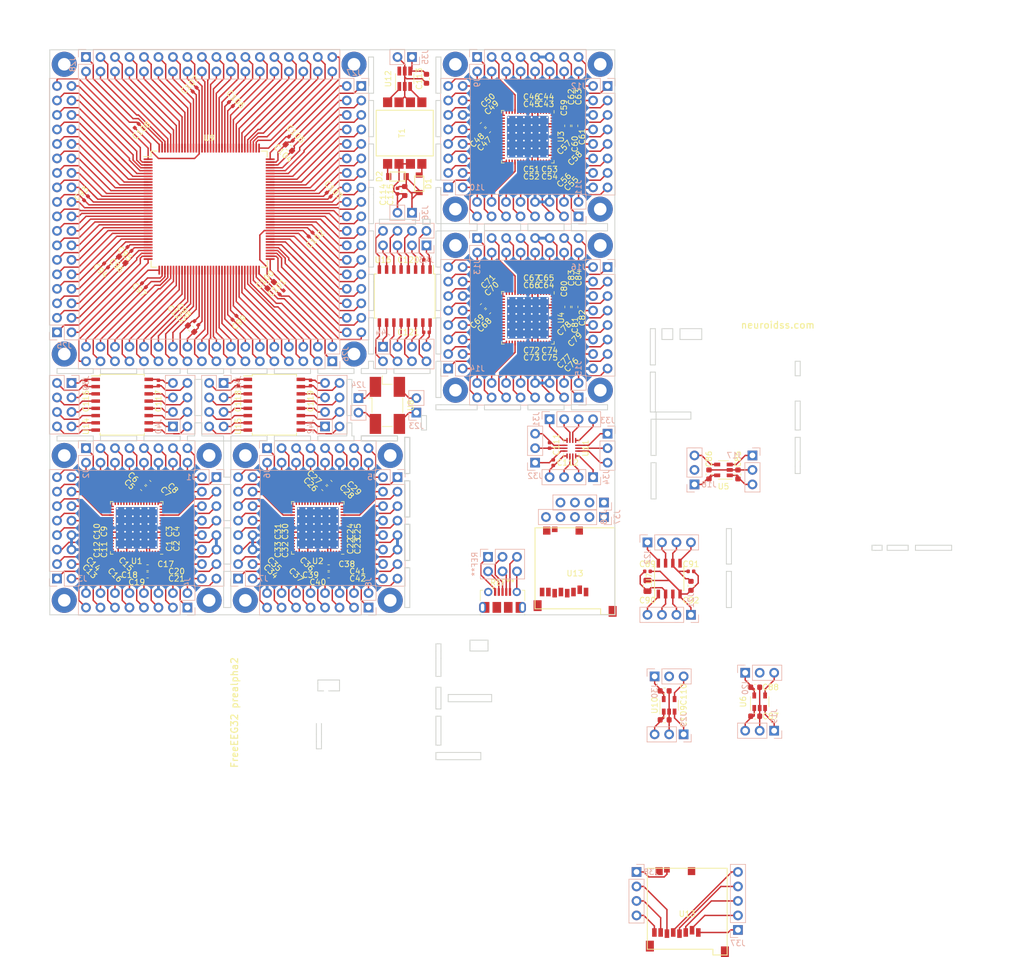
<source format=kicad_pcb>
(kicad_pcb (version 20171130) (host pcbnew 5.0.2-bee76a0~70~ubuntu16.04.1)
  (layers (0 F.Cu signal) (31 B.Cu signal) (34 B.Paste user) (35 F.Paste user) (36 B.SilkS user) (37 F.SilkS user) (38 B.Mask user) (39 F.Mask user) (44 Edge.Cuts user))
  (net 0 "")
  (net 1 /ADC1/6)
  (net 2 /ADC1/8)
  (net 3 /ADC1/23)
  (net 4 /ADC1/24)
  (net 5 /ADC1/62)
  (net 6 /ADC1/58)
  (net 7 /ADC1/52)
  (net 8 /ADC1/43)
  (net 9 /ADC1/41)
  (net 10 /ADC1/59)
  (net 11 /ADC1/51)
  (net 12 /ADC1/49)
  (net 13 /ADC2/6)
  (net 14 /ADC2/8)
  (net 15 /ADC2/23)
  (net 16 /ADC2/24)
  (net 17 /ADC2/62)
  (net 18 /ADC2/58)
  (net 19 /ADC2/52)
  (net 20 /ADC2/43)
  (net 21 /ADC2/41)
  (net 22 /ADC2/59)
  (net 23 /ADC2/51)
  (net 24 /ADC2/49)
  (net 25 /ADC3/6)
  (net 26 /ADC3/8)
  (net 27 /ADC3/23)
  (net 28 /ADC3/24)
  (net 29 /ADC3/62)
  (net 30 /ADC3/58)
  (net 31 /ADC3/52)
  (net 32 /ADC3/43)
  (net 33 /ADC3/41)
  (net 34 /ADC3/59)
  (net 35 /ADC3/51)
  (net 36 /ADC3/49)
  (net 37 /ADC4/6)
  (net 38 /ADC4/8)
  (net 39 /ADC4/23)
  (net 40 /ADC4/24)
  (net 41 /ADC4/62)
  (net 42 /ADC4/58)
  (net 43 /ADC4/52)
  (net 44 /ADC4/43)
  (net 45 /ADC4/41)
  (net 46 /ADC4/59)
  (net 47 /ADC4/51)
  (net 48 /ADC4/49)
  (net 49 /ADC1/16)
  (net 50 /ADC1/15)
  (net 51 /ADC1/14)
  (net 52 /ADC1/13)
  (net 53 /ADC1/12)
  (net 54 /ADC1/11)
  (net 55 /ADC1/10)
  (net 56 /ADC1/9)
  (net 57 /ADC1/4)
  (net 58 /ADC1/3)
  (net 59 /ADC1/2)
  (net 60 /ADC1/1)
  (net 61 /ADC1/17)
  (net 62 /ADC1/18)
  (net 63 /ADC1/19)
  (net 64 /ADC1/20)
  (net 65 /ADC1/21)
  (net 66 /ADC1/25)
  (net 67 /ADC1/26)
  (net 68 /ADC1/27)
  (net 69 /ADC1/28)
  (net 70 /ADC1/29)
  (net 71 /ADC1/30)
  (net 72 /ADC1/31)
  (net 73 /ADC1/32)
  (net 74 /ADC1/48)
  (net 75 /ADC1/47)
  (net 76 /ADC1/46)
  (net 77 /ADC1/45)
  (net 78 /ADC1/40)
  (net 79 /ADC1/39)
  (net 80 /ADC1/38)
  (net 81 /ADC1/37)
  (net 82 /ADC1/36)
  (net 83 /ADC1/35)
  (net 84 /ADC1/34)
  (net 85 /ADC1/33)
  (net 86 /ADC1/54)
  (net 87 /ADC1/55)
  (net 88 /ADC1/56)
  (net 89 /ADC1/57)
  (net 90 /ADC1/63)
  (net 91 /ADC1/64)
  (net 92 /ADC2/16)
  (net 93 /ADC2/15)
  (net 94 /ADC2/14)
  (net 95 /ADC2/13)
  (net 96 /ADC2/12)
  (net 97 /ADC2/11)
  (net 98 /ADC2/10)
  (net 99 /ADC2/9)
  (net 100 /ADC2/4)
  (net 101 /ADC2/3)
  (net 102 /ADC2/2)
  (net 103 /ADC2/1)
  (net 104 /ADC2/17)
  (net 105 /ADC2/18)
  (net 106 /ADC2/19)
  (net 107 /ADC2/20)
  (net 108 /ADC2/21)
  (net 109 /ADC2/25)
  (net 110 /ADC2/26)
  (net 111 /ADC2/27)
  (net 112 /ADC2/28)
  (net 113 /ADC2/29)
  (net 114 /ADC2/30)
  (net 115 /ADC2/31)
  (net 116 /ADC2/32)
  (net 117 /ADC2/48)
  (net 118 /ADC2/47)
  (net 119 /ADC2/46)
  (net 120 /ADC2/45)
  (net 121 /ADC2/40)
  (net 122 /ADC2/39)
  (net 123 /ADC2/38)
  (net 124 /ADC2/37)
  (net 125 /ADC2/36)
  (net 126 /ADC2/35)
  (net 127 /ADC2/34)
  (net 128 /ADC2/33)
  (net 129 /ADC2/64)
  (net 130 /ADC2/63)
  (net 131 /ADC2/57)
  (net 132 /ADC2/56)
  (net 133 /ADC2/55)
  (net 134 /ADC2/54)
  (net 135 /ADC3/1)
  (net 136 /ADC3/2)
  (net 137 /ADC3/3)
  (net 138 /ADC3/4)
  (net 139 /ADC3/9)
  (net 140 /ADC3/10)
  (net 141 /ADC3/11)
  (net 142 /ADC3/12)
  (net 143 /ADC3/13)
  (net 144 /ADC3/14)
  (net 145 /ADC3/15)
  (net 146 /ADC3/16)
  (net 147 /ADC3/32)
  (net 148 /ADC3/31)
  (net 149 /ADC3/30)
  (net 150 /ADC3/29)
  (net 151 /ADC3/28)
  (net 152 /ADC3/27)
  (net 153 /ADC3/26)
  (net 154 /ADC3/25)
  (net 155 /ADC3/21)
  (net 156 /ADC3/20)
  (net 157 /ADC3/19)
  (net 158 /ADC3/18)
  (net 159 /ADC3/17)
  (net 160 /ADC3/33)
  (net 161 /ADC3/34)
  (net 162 /ADC3/35)
  (net 163 /ADC3/36)
  (net 164 /ADC3/37)
  (net 165 /ADC3/38)
  (net 166 /ADC3/39)
  (net 167 /ADC3/40)
  (net 168 /ADC3/45)
  (net 169 /ADC3/46)
  (net 170 /ADC3/47)
  (net 171 /ADC3/48)
  (net 172 /ADC3/64)
  (net 173 /ADC3/63)
  (net 174 /ADC3/57)
  (net 175 /ADC3/56)
  (net 176 /ADC3/55)
  (net 177 /ADC3/54)
  (net 178 /ADC4/1)
  (net 179 /ADC4/2)
  (net 180 /ADC4/3)
  (net 181 /ADC4/4)
  (net 182 /ADC4/9)
  (net 183 /ADC4/10)
  (net 184 /ADC4/11)
  (net 185 /ADC4/12)
  (net 186 /ADC4/13)
  (net 187 /ADC4/14)
  (net 188 /ADC4/15)
  (net 189 /ADC4/16)
  (net 190 /ADC4/32)
  (net 191 /ADC4/31)
  (net 192 /ADC4/30)
  (net 193 /ADC4/29)
  (net 194 /ADC4/28)
  (net 195 /ADC4/27)
  (net 196 /ADC4/26)
  (net 197 /ADC4/25)
  (net 198 /ADC4/21)
  (net 199 /ADC4/20)
  (net 200 /ADC4/19)
  (net 201 /ADC4/18)
  (net 202 /ADC4/17)
  (net 203 /ADC4/33)
  (net 204 /ADC4/34)
  (net 205 /ADC4/35)
  (net 206 /ADC4/36)
  (net 207 /ADC4/37)
  (net 208 /ADC4/38)
  (net 209 /ADC4/39)
  (net 210 /ADC4/40)
  (net 211 /ADC4/45)
  (net 212 /ADC4/46)
  (net 213 /ADC4/47)
  (net 214 /ADC4/48)
  (net 215 /ADC4/54)
  (net 216 /ADC4/55)
  (net 217 /ADC4/56)
  (net 218 /ADC4/57)
  (net 219 /ADC4/63)
  (net 220 /ADC4/64)
  (net 221 /AVDD/1)
  (net 222 /AVDD/2)
  (net 223 /AVDD/5)
  (net 224 /IOVDD/2)
  (net 225 /IOVDD/1)
  (net 226 /IOVDD/5)
  (net 227 /REF/4)
  (net 228 /REF/2)
  (net 229 /REF/6)
  (net 230 /AVDD/3)
  (net 231 "Net-(J18-Pad2)")
  (net 232 /IOVDD/3)
  (net 233 "Net-(J20-Pad2)")
  (net 234 /REF/8)
  (net 235 /CRYSTAL/1)
  (net 236 /CRYSTAL/4)
  (net 237 /CRYSTAL/2)
  (net 238 /CRYSTAL/3)
  (net 239 /MCU/17)
  (net 240 /MCU/30)
  (net 241 /MCU/32)
  (net 242 /MCU/33)
  (net 243 /MCU/39)
  (net 244 /MCU/52)
  (net 245 /MCU/62)
  (net 246 /MCU/71)
  (net 247 /MCU/72)
  (net 248 /MCU/84)
  (net 249 /MCU/95)
  (net 250 /MCU/106)
  (net 251 /MCU/108)
  (net 252 /MCU/121)
  (net 253 /MCU/131)
  (net 254 /MCU/144)
  (net 255 /MCU/1)
  (net 256 /MCU/2)
  (net 257 /MCU/3)
  (net 258 /MCU/4)
  (net 259 /MCU/5)
  (net 260 /MCU/6)
  (net 261 /MCU/7)
  (net 262 /MCU/8)
  (net 263 /MCU/9)
  (net 264 /MCU/10)
  (net 265 /MCU/11)
  (net 266 /MCU/12)
  (net 267 /MCU/13)
  (net 268 /MCU/14)
  (net 269 /MCU/15)
  (net 270 /MCU/18)
  (net 271 /MCU/19)
  (net 272 /MCU/20)
  (net 273 /MCU/21)
  (net 274 /MCU/22)
  (net 275 /MCU/23)
  (net 276 /MCU/24)
  (net 277 /MCU/25)
  (net 278 /MCU/26)
  (net 279 /MCU/27)
  (net 280 /MCU/28)
  (net 281 /MCU/29)
  (net 282 /MCU/34)
  (net 283 /MCU/35)
  (net 284 /MCU/36)
  (net 285 /MCU/37)
  (net 286 /MCU/40)
  (net 287 /MCU/41)
  (net 288 /MCU/42)
  (net 289 /MCU/43)
  (net 290 /MCU/44)
  (net 291 /MCU/45)
  (net 292 /MCU/46)
  (net 293 /MCU/47)
  (net 294 /MCU/48)
  (net 295 /MCU/49)
  (net 296 /MCU/50)
  (net 297 /MCU/53)
  (net 298 /MCU/54)
  (net 299 /MCU/55)
  (net 300 /MCU/56)
  (net 301 /MCU/57)
  (net 302 /MCU/58)
  (net 303 /MCU/59)
  (net 304 /MCU/60)
  (net 305 /MCU/63)
  (net 306 /MCU/64)
  (net 307 /MCU/65)
  (net 308 /MCU/66)
  (net 309 /MCU/67)
  (net 310 /MCU/68)
  (net 311 /MCU/69)
  (net 312 /MCU/70)
  (net 313 /MCU/73)
  (net 314 /MCU/74)
  (net 315 /MCU/75)
  (net 316 /MCU/76)
  (net 317 /MCU/77)
  (net 318 /MCU/78)
  (net 319 /MCU/79)
  (net 320 /MCU/80)
  (net 321 /MCU/81)
  (net 322 /MCU/82)
  (net 323 /MCU/85)
  (net 324 /MCU/86)
  (net 325 /MCU/87)
  (net 326 /MCU/88)
  (net 327 /MCU/89)
  (net 328 /MCU/90)
  (net 329 /MCU/91)
  (net 330 /MCU/92)
  (net 331 /MCU/93)
  (net 332 /MCU/96)
  (net 333 /MCU/97)
  (net 334 /MCU/98)
  (net 335 /MCU/99)
  (net 336 /MCU/100)
  (net 337 /MCU/101)
  (net 338 /MCU/102)
  (net 339 /MCU/103)
  (net 340 /MCU/104)
  (net 341 /MCU/105)
  (net 342 /MCU/109)
  (net 343 /MCU/110)
  (net 344 /MCU/111)
  (net 345 /MCU/112)
  (net 346 /MCU/113)
  (net 347 /MCU/114)
  (net 348 /MCU/115)
  (net 349 /MCU/116)
  (net 350 /MCU/117)
  (net 351 /MCU/118)
  (net 352 /MCU/119)
  (net 353 /MCU/122)
  (net 354 /MCU/123)
  (net 355 /MCU/124)
  (net 356 /MCU/125)
  (net 357 /MCU/126)
  (net 358 /MCU/127)
  (net 359 /MCU/128)
  (net 360 /MCU/129)
  (net 361 /MCU/132)
  (net 362 /MCU/133)
  (net 363 /MCU/134)
  (net 364 /MCU/135)
  (net 365 /MCU/136)
  (net 366 /MCU/137)
  (net 367 /MCU/138)
  (net 368 /MCU/139)
  (net 369 /MCU/140)
  (net 370 /MCU/141)
  (net 371 /MCU/142)
  (net 372 /MCU/143)
  (net 373 /VDD/1)
  (net 374 /VDD/2)
  (net 375 /VDD/5)
  (net 376 /VDD/3)
  (net 377 "Net-(J30-Pad2)")
  (net 378 DGND)
  (net 379 AVSS)
  (net 380 /VDD/4)
  (net 381 /IOVDD/4)
  (net 382 /REF/3)
  (net 383 /REF/1)
  (net 384 /REF/7)
  (net 385 /REF/5)
  (net 386 /AVDD/4)
  (net 387 VSS)
  (net 388 /ACCEL&GYRO/6)
  (net 389 /ACCEL&GYRO/5)
  (net 390 /ACCEL&GYRO/8)
  (net 391 /ACCEL&GYRO/7)
  (net 392 /POWER/1)
  (net 393 /POWER/2)
  (net 394 /POWER/3)
  (net 395 /POWER/4)
  (net 396 "Net-(D1-Pad2)")
  (net 397 "Net-(D2-Pad2)")
  (net 398 /ACCEL&GYRO/1)
  (net 399 /ACCEL&GYRO/2)
  (net 400 /ACCEL&GYRO/3)
  (net 401 /ACCEL&GYRO/4)
  (net 402 /ACCEL&GYRO/10)
  (net 403 /ACCEL&GYRO/9)
  (net 404 /ACCEL&GYRO/11)
  (net 405 /ACCEL&GYRO/12)
  (net 406 /ACCEL&GYRO/13)
  (net 407 /ACCEL&GYRO/14)
  (net 408 "Net-(T1-Pad1)")
  (net 409 "Net-(T1-Pad4)")
  (net 410 "Net-(U12-Pad6)")
  (net 411 /SD/1)
  (net 412 /SD/2)
  (net 413 /SD/3)
  (net 414 /SD/4)
  (net 415 /SD/5)
  (net 416 /SD/6)
  (net 417 /SD/7)
  (net 418 /SD/8)
  (net 419 /SD/9)
  (net 420 /ISO1/2)
  (net 421 /ISO1/1)
  (net 422 /ISO1/16)
  (net 423 /ISO1/15)
  (net 424 /ISO2/2)
  (net 425 /ISO2/1)
  (net 426 /ISO2/16)
  (net 427 /ISO2/15)
  (net 428 /ISO3/2)
  (net 429 /ISO3/1)
  (net 430 /ISO3/16)
  (net 431 /ISO3/15)
  (net 432 /ISO1/8)
  (net 433 /ISO1/7)
  (net 434 /ISO1/6)
  (net 435 /ISO1/5)
  (net 436 /ISO1/4)
  (net 437 /ISO1/3)
  (net 438 /ISO1/9)
  (net 439 /ISO1/10)
  (net 440 /ISO1/11)
  (net 441 /ISO1/12)
  (net 442 /ISO1/13)
  (net 443 /ISO1/14)
  (net 444 /ISO2/8)
  (net 445 /ISO2/7)
  (net 446 /ISO2/6)
  (net 447 /ISO2/5)
  (net 448 /ISO2/4)
  (net 449 /ISO2/3)
  (net 450 /ISO2/9)
  (net 451 /ISO2/10)
  (net 452 /ISO2/11)
  (net 453 /ISO2/12)
  (net 454 /ISO2/13)
  (net 455 /ISO2/14)
  (net 456 /ISO3/3)
  (net 457 /ISO3/4)
  (net 458 /ISO3/5)
  (net 459 /ISO3/6)
  (net 460 /ISO3/7)
  (net 461 /ISO3/8)
  (net 462 /ISO3/14)
  (net 463 /ISO3/13)
  (net 464 /ISO3/12)
  (net 465 /ISO3/11)
  (net 466 /ISO3/10)
  (net 467 /ISO3/9)
  (module 473521001:473521001 (layer F.Cu) (at 42.545 41.275)
    (fp_text reference U13 (at 0 1) (layer F.SilkS))
    (fp_text value 473521001)
    (pad 9 smd rect (at -3.56 -6.72) (size 1 0.95) (layers F.Cu F.Paste F.Mask) (net 419 /SD/9))
    (pad 8 smd rect (at -5.76 4.26) (size 0.8 1.5) (layers F.Cu F.Paste F.Mask) (net 418 /SD/8))
    (pad 7 smd rect (at -4.66 4.26) (size 0.8 1.5) (layers F.Cu F.Paste F.Mask) (net 417 /SD/7))
    (pad 6 smd rect (at -3.56 4.46) (size 0.8 1.5) (layers F.Cu F.Paste F.Mask) (net 416 /SD/6))
    (pad 5 smd rect (at -2.46 4.26) (size 0.8 1.5) (layers F.Cu F.Paste F.Mask) (net 415 /SD/5))
    (pad 4 smd rect (at -1.36 4.46) (size 0.8 1.5) (layers F.Cu F.Paste F.Mask) (net 414 /SD/4))
    (pad 3 smd rect (at -0.26 4.26) (size 0.8 1.5) (layers F.Cu F.Paste F.Mask) (net 413 /SD/3))
    (pad 2 smd rect (at 0.84 3.86) (size 0.8 1.5) (layers F.Cu F.Paste F.Mask) (net 412 /SD/2))
    (pad 1 smd rect (at 1.94 4.26) (size 0.8 1.5) (layers F.Cu F.Paste F.Mask) (net 411 /SD/1))
    (pad "" smd rect (at -4.95 -6.5) (size 1.3 1.4) (layers F.Cu F.Paste F.Mask))
    (pad "" smd rect (at 0.75 -6.5) (size 1.3 1.4) (layers F.Cu F.Paste F.Mask))
    (pad "" smd rect (at -6.55 6.65) (size 1.4 1.9) (layers F.Cu F.Paste F.Mask))
    (pad "" smd rect (at 6.6 7.65) (size 1.4 1.9) (layers F.Cu F.Paste F.Mask))
  )
  (module Connector_PinHeader_2.54mm:PinHeader_1x04_P2.54mm_Vertical (layer B.Cu) (at 47.625 29.845 90)
    (fp_text reference J38 (at -2.54 0 90) (layer B.SilkS) (effects (justify mirror)))
    (fp_text value Conn_01x04)
    (pad 4 thru_hole oval (at 0 -7.62 90) (size 1.7 1.7) (drill 1) (layers *.Cu *.Mask) (net 418 /SD/8))
    (pad 3 thru_hole oval (at 0 -5.08 90) (size 1.7 1.7) (drill 1) (layers *.Cu *.Mask) (net 417 /SD/7))
    (pad 2 thru_hole oval (at 0 -2.54 90) (size 1.7 1.7) (drill 1) (layers *.Cu *.Mask) (net 416 /SD/6))
    (pad 1 thru_hole rect (at 0 0 90) (size 1.7 1.7) (drill 1) (layers *.Cu *.Mask) (net 419 /SD/9))
  )
  (module Connector_PinHeader_2.54mm:PinHeader_1x05_P2.54mm_Vertical (layer B.Cu) (at 47.625 32.385 90)
    (fp_text reference J37 (at 0 2.33 90) (layer B.SilkS) (effects (justify mirror)))
    (fp_text value Conn_01x05)
    (pad 5 thru_hole oval (at 0 -10.16 90) (size 1.7 1.7) (drill 1) (layers *.Cu *.Mask) (net 415 /SD/5))
    (pad 4 thru_hole oval (at 0 -7.62 90) (size 1.7 1.7) (drill 1) (layers *.Cu *.Mask) (net 414 /SD/4))
    (pad 3 thru_hole oval (at 0 -5.08 90) (size 1.7 1.7) (drill 1) (layers *.Cu *.Mask) (net 413 /SD/3))
    (pad 2 thru_hole oval (at 0 -2.54 90) (size 1.7 1.7) (drill 1) (layers *.Cu *.Mask) (net 412 /SD/2))
    (pad 1 thru_hole rect (at 0 0 90) (size 1.7 1.7) (drill 1) (layers *.Cu *.Mask) (net 411 /SD/1))
  )
  (module QFN64:QFN-64-1EP_9x9mm_P0.5mm_EP7.3x7.3mm_ThermalVias (layer F.Cu) (at 34.273493 -34.29 270)
    (fp_text reference U3 (at 0 -5.82 270) (layer F.SilkS))
    (fp_text value AD7779)
    (pad 64 smd roundrect (at -3.75 -4.4375 270) (size 0.25 0.875) (layers F.Cu F.Paste F.Mask) (net 172 /ADC3/64))
    (pad 63 smd roundrect (at -3.25 -4.4375 270) (size 0.25 0.875) (layers F.Cu F.Paste F.Mask) (net 173 /ADC3/63))
    (pad 62 smd roundrect (at -2.75 -4.4375 270) (size 0.25 0.875) (layers F.Cu F.Paste F.Mask) (net 29 /ADC3/62))
    (pad 61 smd roundrect (at -2.25 -4.4375 270) (size 0.25 0.875) (layers F.Cu F.Paste F.Mask) (net 379 AVSS))
    (pad 60 smd roundrect (at -1.75 -4.4375 270) (size 0.25 0.875) (layers F.Cu F.Paste F.Mask) (net 379 AVSS))
    (pad 59 smd roundrect (at -1.25 -4.4375 270) (size 0.25 0.875) (layers F.Cu F.Paste F.Mask) (net 34 /ADC3/59))
    (pad 58 smd roundrect (at -0.75 -4.4375 270) (size 0.25 0.875) (layers F.Cu F.Paste F.Mask) (net 30 /ADC3/58))
    (pad 57 smd roundrect (at -0.25 -4.4375 270) (size 0.25 0.875) (layers F.Cu F.Paste F.Mask) (net 174 /ADC3/57))
    (pad 56 smd roundrect (at 0.25 -4.4375 270) (size 0.25 0.875) (layers F.Cu F.Paste F.Mask) (net 175 /ADC3/56))
    (pad 55 smd roundrect (at 0.75 -4.4375 270) (size 0.25 0.875) (layers F.Cu F.Paste F.Mask) (net 176 /ADC3/55))
    (pad 54 smd roundrect (at 1.25 -4.4375 270) (size 0.25 0.875) (layers F.Cu F.Paste F.Mask) (net 177 /ADC3/54))
    (pad 53 smd roundrect (at 1.75 -4.4375 270) (size 0.25 0.875) (layers F.Cu F.Paste F.Mask) (net 379 AVSS))
    (pad 52 smd roundrect (at 2.25 -4.4375 270) (size 0.25 0.875) (layers F.Cu F.Paste F.Mask) (net 31 /ADC3/52))
    (pad 51 smd roundrect (at 2.75 -4.4375 270) (size 0.25 0.875) (layers F.Cu F.Paste F.Mask) (net 35 /ADC3/51))
    (pad 50 smd roundrect (at 3.25 -4.4375 270) (size 0.25 0.875) (layers F.Cu F.Paste F.Mask) (net 379 AVSS))
    (pad 49 smd roundrect (at 3.75 -4.4375 270) (size 0.25 0.875) (layers F.Cu F.Paste F.Mask) (net 36 /ADC3/49))
    (pad 48 smd roundrect (at 4.4375 -3.75 270) (size 0.875 0.25) (layers F.Cu F.Paste F.Mask) (net 171 /ADC3/48))
    (pad 47 smd roundrect (at 4.4375 -3.25 270) (size 0.875 0.25) (layers F.Cu F.Paste F.Mask) (net 170 /ADC3/47))
    (pad 46 smd roundrect (at 4.4375 -2.75 270) (size 0.875 0.25) (layers F.Cu F.Paste F.Mask) (net 169 /ADC3/46))
    (pad 45 smd roundrect (at 4.4375 -2.25 270) (size 0.875 0.25) (layers F.Cu F.Paste F.Mask) (net 168 /ADC3/45))
    (pad 44 smd roundrect (at 4.4375 -1.75 270) (size 0.875 0.25) (layers F.Cu F.Paste F.Mask) (net 379 AVSS))
    (pad 43 smd roundrect (at 4.4375 -1.25 270) (size 0.875 0.25) (layers F.Cu F.Paste F.Mask) (net 32 /ADC3/43))
    (pad 42 smd roundrect (at 4.4375 -0.75 270) (size 0.875 0.25) (layers F.Cu F.Paste F.Mask) (net 379 AVSS))
    (pad 41 smd roundrect (at 4.4375 -0.25 270) (size 0.875 0.25) (layers F.Cu F.Paste F.Mask) (net 33 /ADC3/41))
    (pad 40 smd roundrect (at 4.4375 0.25 270) (size 0.875 0.25) (layers F.Cu F.Paste F.Mask) (net 167 /ADC3/40))
    (pad 39 smd roundrect (at 4.4375 0.75 270) (size 0.875 0.25) (layers F.Cu F.Paste F.Mask) (net 166 /ADC3/39))
    (pad 38 smd roundrect (at 4.4375 1.25 270) (size 0.875 0.25) (layers F.Cu F.Paste F.Mask) (net 165 /ADC3/38))
    (pad 37 smd roundrect (at 4.4375 1.75 270) (size 0.875 0.25) (layers F.Cu F.Paste F.Mask) (net 164 /ADC3/37))
    (pad 36 smd roundrect (at 4.4375 2.25 270) (size 0.875 0.25) (layers F.Cu F.Paste F.Mask) (net 163 /ADC3/36))
    (pad 35 smd roundrect (at 4.4375 2.75 270) (size 0.875 0.25) (layers F.Cu F.Paste F.Mask) (net 162 /ADC3/35))
    (pad 34 smd roundrect (at 4.4375 3.25 270) (size 0.875 0.25) (layers F.Cu F.Paste F.Mask) (net 161 /ADC3/34))
    (pad 33 smd roundrect (at 4.4375 3.75 270) (size 0.875 0.25) (layers F.Cu F.Paste F.Mask) (net 160 /ADC3/33))
    (pad 32 smd roundrect (at 3.75 4.4375 270) (size 0.25 0.875) (layers F.Cu F.Paste F.Mask) (net 147 /ADC3/32))
    (pad 31 smd roundrect (at 3.25 4.4375 270) (size 0.25 0.875) (layers F.Cu F.Paste F.Mask) (net 148 /ADC3/31))
    (pad 30 smd roundrect (at 2.75 4.4375 270) (size 0.25 0.875) (layers F.Cu F.Paste F.Mask) (net 149 /ADC3/30))
    (pad 29 smd roundrect (at 2.25 4.4375 270) (size 0.25 0.875) (layers F.Cu F.Paste F.Mask) (net 150 /ADC3/29))
    (pad 28 smd roundrect (at 1.75 4.4375 270) (size 0.25 0.875) (layers F.Cu F.Paste F.Mask) (net 151 /ADC3/28))
    (pad 27 smd roundrect (at 1.25 4.4375 270) (size 0.25 0.875) (layers F.Cu F.Paste F.Mask) (net 152 /ADC3/27))
    (pad 26 smd roundrect (at 0.75 4.4375 270) (size 0.25 0.875) (layers F.Cu F.Paste F.Mask) (net 153 /ADC3/26))
    (pad 25 smd roundrect (at 0.25 4.4375 270) (size 0.25 0.875) (layers F.Cu F.Paste F.Mask) (net 154 /ADC3/25))
    (pad 24 smd roundrect (at -0.25 4.4375 270) (size 0.25 0.875) (layers F.Cu F.Paste F.Mask) (net 28 /ADC3/24))
    (pad 23 smd roundrect (at -0.75 4.4375 270) (size 0.25 0.875) (layers F.Cu F.Paste F.Mask) (net 27 /ADC3/23))
    (pad 22 smd roundrect (at -1.25 4.4375 270) (size 0.25 0.875) (layers F.Cu F.Paste F.Mask) (net 378 DGND))
    (pad 21 smd roundrect (at -1.75 4.4375 270) (size 0.25 0.875) (layers F.Cu F.Paste F.Mask) (net 155 /ADC3/21))
    (pad 20 smd roundrect (at -2.25 4.4375 270) (size 0.25 0.875) (layers F.Cu F.Paste F.Mask) (net 156 /ADC3/20))
    (pad 19 smd roundrect (at -2.75 4.4375 270) (size 0.25 0.875) (layers F.Cu F.Paste F.Mask) (net 157 /ADC3/19))
    (pad 18 smd roundrect (at -3.25 4.4375 270) (size 0.25 0.875) (layers F.Cu F.Paste F.Mask) (net 158 /ADC3/18))
    (pad 17 smd roundrect (at -3.75 4.4375 270) (size 0.25 0.875) (layers F.Cu F.Paste F.Mask) (net 159 /ADC3/17))
    (pad 16 smd roundrect (at -4.4375 3.75 270) (size 0.875 0.25) (layers F.Cu F.Paste F.Mask) (net 146 /ADC3/16))
    (pad 15 smd roundrect (at -4.4375 3.25 270) (size 0.875 0.25) (layers F.Cu F.Paste F.Mask) (net 145 /ADC3/15))
    (pad 14 smd roundrect (at -4.4375 2.75 270) (size 0.875 0.25) (layers F.Cu F.Paste F.Mask) (net 144 /ADC3/14))
    (pad 13 smd roundrect (at -4.4375 2.25 270) (size 0.875 0.25) (layers F.Cu F.Paste F.Mask) (net 143 /ADC3/13))
    (pad 12 smd roundrect (at -4.4375 1.75 270) (size 0.875 0.25) (layers F.Cu F.Paste F.Mask) (net 142 /ADC3/12))
    (pad 11 smd roundrect (at -4.4375 1.25 270) (size 0.875 0.25) (layers F.Cu F.Paste F.Mask) (net 141 /ADC3/11))
    (pad 10 smd roundrect (at -4.4375 0.75 270) (size 0.875 0.25) (layers F.Cu F.Paste F.Mask) (net 140 /ADC3/10))
    (pad 9 smd roundrect (at -4.4375 0.25 270) (size 0.875 0.25) (layers F.Cu F.Paste F.Mask) (net 139 /ADC3/9))
    (pad 8 smd roundrect (at -4.4375 -0.25 270) (size 0.875 0.25) (layers F.Cu F.Paste F.Mask) (net 26 /ADC3/8))
    (pad 7 smd roundrect (at -4.4375 -0.75 270) (size 0.875 0.25) (layers F.Cu F.Paste F.Mask) (net 379 AVSS))
    (pad 6 smd roundrect (at -4.4375 -1.25 270) (size 0.875 0.25) (layers F.Cu F.Paste F.Mask) (net 25 /ADC3/6))
    (pad 5 smd roundrect (at -4.4375 -1.75 270) (size 0.875 0.25) (layers F.Cu F.Paste F.Mask) (net 379 AVSS))
    (pad 4 smd roundrect (at -4.4375 -2.25 270) (size 0.875 0.25) (layers F.Cu F.Paste F.Mask) (net 138 /ADC3/4))
    (pad 3 smd roundrect (at -4.4375 -2.75 270) (size 0.875 0.25) (layers F.Cu F.Paste F.Mask) (net 137 /ADC3/3))
    (pad 2 smd roundrect (at -4.4375 -3.25 270) (size 0.875 0.25) (layers F.Cu F.Paste F.Mask) (net 136 /ADC3/2))
    (pad 1 smd roundrect (at -4.4375 -3.75 270) (size 0.875 0.25) (layers F.Cu F.Paste F.Mask) (net 135 /ADC3/1))
    (pad 65 smd roundrect (at 0 0 270) (size 7.3 7.3) (layers B.Cu) (roundrect_rratio 0.034247) (net 379 AVSS))
    (pad 65 thru_hole circle (at 3.4 3.4 270) (size 0.5 0.5) (drill 0.31) (layers *.Cu) (net 379 AVSS))
    (pad 65 thru_hole circle (at 2.04 3.4 270) (size 0.5 0.5) (drill 0.31) (layers *.Cu) (net 379 AVSS))
    (pad 65 thru_hole circle (at 0.68 3.4 270) (size 0.5 0.5) (drill 0.31) (layers *.Cu) (net 379 AVSS))
    (pad 65 thru_hole circle (at -0.68 3.4 270) (size 0.5 0.5) (drill 0.31) (layers *.Cu) (net 379 AVSS))
    (pad 65 thru_hole circle (at -2.04 3.4 270) (size 0.5 0.5) (drill 0.31) (layers *.Cu) (net 379 AVSS))
    (pad 65 thru_hole circle (at -3.4 3.4 270) (size 0.5 0.5) (drill 0.31) (layers *.Cu) (net 379 AVSS))
    (pad 65 thru_hole circle (at 3.4 2.04 270) (size 0.5 0.5) (drill 0.31) (layers *.Cu) (net 379 AVSS))
    (pad 65 thru_hole circle (at 2.04 2.04 270) (size 0.5 0.5) (drill 0.31) (layers *.Cu) (net 379 AVSS))
    (pad 65 thru_hole circle (at 0.68 2.04 270) (size 0.5 0.5) (drill 0.31) (layers *.Cu) (net 379 AVSS))
    (pad 65 thru_hole circle (at -0.68 2.04 270) (size 0.5 0.5) (drill 0.31) (layers *.Cu) (net 379 AVSS))
    (pad 65 thru_hole circle (at -2.04 2.04 270) (size 0.5 0.5) (drill 0.31) (layers *.Cu) (net 379 AVSS))
    (pad 65 thru_hole circle (at -3.4 2.04 270) (size 0.5 0.5) (drill 0.31) (layers *.Cu) (net 379 AVSS))
    (pad 65 thru_hole circle (at 3.4 0.68 270) (size 0.5 0.5) (drill 0.31) (layers *.Cu) (net 379 AVSS))
    (pad 65 thru_hole circle (at 2.04 0.68 270) (size 0.5 0.5) (drill 0.31) (layers *.Cu) (net 379 AVSS))
    (pad 65 thru_hole circle (at 0.68 0.68 270) (size 0.5 0.5) (drill 0.31) (layers *.Cu) (net 379 AVSS))
    (pad 65 thru_hole circle (at -0.68 0.68 270) (size 0.5 0.5) (drill 0.31) (layers *.Cu) (net 379 AVSS))
    (pad 65 thru_hole circle (at -2.04 0.68 270) (size 0.5 0.5) (drill 0.31) (layers *.Cu) (net 379 AVSS))
    (pad 65 thru_hole circle (at -3.4 0.68 270) (size 0.5 0.5) (drill 0.31) (layers *.Cu) (net 379 AVSS))
    (pad 65 thru_hole circle (at 3.4 -0.68 270) (size 0.5 0.5) (drill 0.31) (layers *.Cu) (net 379 AVSS))
    (pad 65 thru_hole circle (at 2.04 -0.68 270) (size 0.5 0.5) (drill 0.31) (layers *.Cu) (net 379 AVSS))
    (pad 65 thru_hole circle (at 0.68 -0.68 270) (size 0.5 0.5) (drill 0.31) (layers *.Cu) (net 379 AVSS))
    (pad 65 thru_hole circle (at -0.68 -0.68 270) (size 0.5 0.5) (drill 0.31) (layers *.Cu) (net 379 AVSS))
    (pad 65 thru_hole circle (at -2.04 -0.68 270) (size 0.5 0.5) (drill 0.31) (layers *.Cu) (net 379 AVSS))
    (pad 65 thru_hole circle (at -3.4 -0.68 270) (size 0.5 0.5) (drill 0.31) (layers *.Cu) (net 379 AVSS))
    (pad 65 thru_hole circle (at 3.4 -2.04 270) (size 0.5 0.5) (drill 0.31) (layers *.Cu) (net 379 AVSS))
    (pad 65 thru_hole circle (at 2.04 -2.04 270) (size 0.5 0.5) (drill 0.31) (layers *.Cu) (net 379 AVSS))
    (pad 65 thru_hole circle (at 0.68 -2.04 270) (size 0.5 0.5) (drill 0.31) (layers *.Cu) (net 379 AVSS))
    (pad 65 thru_hole circle (at -0.68 -2.04 270) (size 0.5 0.5) (drill 0.31) (layers *.Cu) (net 379 AVSS))
    (pad 65 thru_hole circle (at -2.04 -2.04 270) (size 0.5 0.5) (drill 0.31) (layers *.Cu) (net 379 AVSS))
    (pad 65 thru_hole circle (at -3.4 -2.04 270) (size 0.5 0.5) (drill 0.31) (layers *.Cu) (net 379 AVSS))
    (pad 65 thru_hole circle (at 3.4 -3.4 270) (size 0.5 0.5) (drill 0.31) (layers *.Cu) (net 379 AVSS))
    (pad 65 thru_hole circle (at 2.04 -3.4 270) (size 0.5 0.5) (drill 0.31) (layers *.Cu) (net 379 AVSS))
    (pad 65 thru_hole circle (at 0.68 -3.4 270) (size 0.5 0.5) (drill 0.31) (layers *.Cu) (net 379 AVSS))
    (pad 65 thru_hole circle (at -0.68 -3.4 270) (size 0.5 0.5) (drill 0.31) (layers *.Cu) (net 379 AVSS))
    (pad 65 thru_hole circle (at -2.04 -3.4 270) (size 0.5 0.5) (drill 0.31) (layers *.Cu) (net 379 AVSS))
    (pad 65 thru_hole circle (at -3.4 -3.4 270) (size 0.5 0.5) (drill 0.31) (layers *.Cu) (net 379 AVSS))
    (pad 65 smd roundrect (at 0 0 270) (size 7.3 7.3) (layers F.Cu F.Mask) (roundrect_rratio 0.034247) (net 379 AVSS))
  )
  (module QFN64:QFN-64-1EP_9x9mm_P0.5mm_EP7.3x7.3mm_ThermalVias (layer F.Cu) (at -2.54 34.29 180)
    (fp_text reference U2 (at 0 -5.82 180) (layer F.SilkS))
    (fp_text value AD7779)
    (pad 64 smd roundrect (at -3.75 -4.4375 180) (size 0.25 0.875) (layers F.Cu F.Paste F.Mask) (net 129 /ADC2/64))
    (pad 63 smd roundrect (at -3.25 -4.4375 180) (size 0.25 0.875) (layers F.Cu F.Paste F.Mask) (net 130 /ADC2/63))
    (pad 62 smd roundrect (at -2.75 -4.4375 180) (size 0.25 0.875) (layers F.Cu F.Paste F.Mask) (net 17 /ADC2/62))
    (pad 61 smd roundrect (at -2.25 -4.4375 180) (size 0.25 0.875) (layers F.Cu F.Paste F.Mask) (net 379 AVSS))
    (pad 60 smd roundrect (at -1.75 -4.4375 180) (size 0.25 0.875) (layers F.Cu F.Paste F.Mask) (net 379 AVSS))
    (pad 59 smd roundrect (at -1.25 -4.4375 180) (size 0.25 0.875) (layers F.Cu F.Paste F.Mask) (net 22 /ADC2/59))
    (pad 58 smd roundrect (at -0.75 -4.4375 180) (size 0.25 0.875) (layers F.Cu F.Paste F.Mask) (net 18 /ADC2/58))
    (pad 57 smd roundrect (at -0.25 -4.4375 180) (size 0.25 0.875) (layers F.Cu F.Paste F.Mask) (net 131 /ADC2/57))
    (pad 56 smd roundrect (at 0.25 -4.4375 180) (size 0.25 0.875) (layers F.Cu F.Paste F.Mask) (net 132 /ADC2/56))
    (pad 55 smd roundrect (at 0.75 -4.4375 180) (size 0.25 0.875) (layers F.Cu F.Paste F.Mask) (net 133 /ADC2/55))
    (pad 54 smd roundrect (at 1.25 -4.4375 180) (size 0.25 0.875) (layers F.Cu F.Paste F.Mask) (net 134 /ADC2/54))
    (pad 53 smd roundrect (at 1.75 -4.4375 180) (size 0.25 0.875) (layers F.Cu F.Paste F.Mask) (net 379 AVSS))
    (pad 52 smd roundrect (at 2.25 -4.4375 180) (size 0.25 0.875) (layers F.Cu F.Paste F.Mask) (net 19 /ADC2/52))
    (pad 51 smd roundrect (at 2.75 -4.4375 180) (size 0.25 0.875) (layers F.Cu F.Paste F.Mask) (net 23 /ADC2/51))
    (pad 50 smd roundrect (at 3.25 -4.4375 180) (size 0.25 0.875) (layers F.Cu F.Paste F.Mask) (net 379 AVSS))
    (pad 49 smd roundrect (at 3.75 -4.4375 180) (size 0.25 0.875) (layers F.Cu F.Paste F.Mask) (net 24 /ADC2/49))
    (pad 48 smd roundrect (at 4.4375 -3.75 180) (size 0.875 0.25) (layers F.Cu F.Paste F.Mask) (net 117 /ADC2/48))
    (pad 47 smd roundrect (at 4.4375 -3.25 180) (size 0.875 0.25) (layers F.Cu F.Paste F.Mask) (net 118 /ADC2/47))
    (pad 46 smd roundrect (at 4.4375 -2.75 180) (size 0.875 0.25) (layers F.Cu F.Paste F.Mask) (net 119 /ADC2/46))
    (pad 45 smd roundrect (at 4.4375 -2.25 180) (size 0.875 0.25) (layers F.Cu F.Paste F.Mask) (net 120 /ADC2/45))
    (pad 44 smd roundrect (at 4.4375 -1.75 180) (size 0.875 0.25) (layers F.Cu F.Paste F.Mask) (net 379 AVSS))
    (pad 43 smd roundrect (at 4.4375 -1.25 180) (size 0.875 0.25) (layers F.Cu F.Paste F.Mask) (net 20 /ADC2/43))
    (pad 42 smd roundrect (at 4.4375 -0.75 180) (size 0.875 0.25) (layers F.Cu F.Paste F.Mask) (net 379 AVSS))
    (pad 41 smd roundrect (at 4.4375 -0.25 180) (size 0.875 0.25) (layers F.Cu F.Paste F.Mask) (net 21 /ADC2/41))
    (pad 40 smd roundrect (at 4.4375 0.25 180) (size 0.875 0.25) (layers F.Cu F.Paste F.Mask) (net 121 /ADC2/40))
    (pad 39 smd roundrect (at 4.4375 0.75 180) (size 0.875 0.25) (layers F.Cu F.Paste F.Mask) (net 122 /ADC2/39))
    (pad 38 smd roundrect (at 4.4375 1.25 180) (size 0.875 0.25) (layers F.Cu F.Paste F.Mask) (net 123 /ADC2/38))
    (pad 37 smd roundrect (at 4.4375 1.75 180) (size 0.875 0.25) (layers F.Cu F.Paste F.Mask) (net 124 /ADC2/37))
    (pad 36 smd roundrect (at 4.4375 2.25 180) (size 0.875 0.25) (layers F.Cu F.Paste F.Mask) (net 125 /ADC2/36))
    (pad 35 smd roundrect (at 4.4375 2.75 180) (size 0.875 0.25) (layers F.Cu F.Paste F.Mask) (net 126 /ADC2/35))
    (pad 34 smd roundrect (at 4.4375 3.25 180) (size 0.875 0.25) (layers F.Cu F.Paste F.Mask) (net 127 /ADC2/34))
    (pad 33 smd roundrect (at 4.4375 3.75 180) (size 0.875 0.25) (layers F.Cu F.Paste F.Mask) (net 128 /ADC2/33))
    (pad 32 smd roundrect (at 3.75 4.4375 180) (size 0.25 0.875) (layers F.Cu F.Paste F.Mask) (net 116 /ADC2/32))
    (pad 31 smd roundrect (at 3.25 4.4375 180) (size 0.25 0.875) (layers F.Cu F.Paste F.Mask) (net 115 /ADC2/31))
    (pad 30 smd roundrect (at 2.75 4.4375 180) (size 0.25 0.875) (layers F.Cu F.Paste F.Mask) (net 114 /ADC2/30))
    (pad 29 smd roundrect (at 2.25 4.4375 180) (size 0.25 0.875) (layers F.Cu F.Paste F.Mask) (net 113 /ADC2/29))
    (pad 28 smd roundrect (at 1.75 4.4375 180) (size 0.25 0.875) (layers F.Cu F.Paste F.Mask) (net 112 /ADC2/28))
    (pad 27 smd roundrect (at 1.25 4.4375 180) (size 0.25 0.875) (layers F.Cu F.Paste F.Mask) (net 111 /ADC2/27))
    (pad 26 smd roundrect (at 0.75 4.4375 180) (size 0.25 0.875) (layers F.Cu F.Paste F.Mask) (net 110 /ADC2/26))
    (pad 25 smd roundrect (at 0.25 4.4375 180) (size 0.25 0.875) (layers F.Cu F.Paste F.Mask) (net 109 /ADC2/25))
    (pad 24 smd roundrect (at -0.25 4.4375 180) (size 0.25 0.875) (layers F.Cu F.Paste F.Mask) (net 16 /ADC2/24))
    (pad 23 smd roundrect (at -0.75 4.4375 180) (size 0.25 0.875) (layers F.Cu F.Paste F.Mask) (net 15 /ADC2/23))
    (pad 22 smd roundrect (at -1.25 4.4375 180) (size 0.25 0.875) (layers F.Cu F.Paste F.Mask) (net 378 DGND))
    (pad 21 smd roundrect (at -1.75 4.4375 180) (size 0.25 0.875) (layers F.Cu F.Paste F.Mask) (net 108 /ADC2/21))
    (pad 20 smd roundrect (at -2.25 4.4375 180) (size 0.25 0.875) (layers F.Cu F.Paste F.Mask) (net 107 /ADC2/20))
    (pad 19 smd roundrect (at -2.75 4.4375 180) (size 0.25 0.875) (layers F.Cu F.Paste F.Mask) (net 106 /ADC2/19))
    (pad 18 smd roundrect (at -3.25 4.4375 180) (size 0.25 0.875) (layers F.Cu F.Paste F.Mask) (net 105 /ADC2/18))
    (pad 17 smd roundrect (at -3.75 4.4375 180) (size 0.25 0.875) (layers F.Cu F.Paste F.Mask) (net 104 /ADC2/17))
    (pad 16 smd roundrect (at -4.4375 3.75 180) (size 0.875 0.25) (layers F.Cu F.Paste F.Mask) (net 92 /ADC2/16))
    (pad 15 smd roundrect (at -4.4375 3.25 180) (size 0.875 0.25) (layers F.Cu F.Paste F.Mask) (net 93 /ADC2/15))
    (pad 14 smd roundrect (at -4.4375 2.75 180) (size 0.875 0.25) (layers F.Cu F.Paste F.Mask) (net 94 /ADC2/14))
    (pad 13 smd roundrect (at -4.4375 2.25 180) (size 0.875 0.25) (layers F.Cu F.Paste F.Mask) (net 95 /ADC2/13))
    (pad 12 smd roundrect (at -4.4375 1.75 180) (size 0.875 0.25) (layers F.Cu F.Paste F.Mask) (net 96 /ADC2/12))
    (pad 11 smd roundrect (at -4.4375 1.25 180) (size 0.875 0.25) (layers F.Cu F.Paste F.Mask) (net 97 /ADC2/11))
    (pad 10 smd roundrect (at -4.4375 0.75 180) (size 0.875 0.25) (layers F.Cu F.Paste F.Mask) (net 98 /ADC2/10))
    (pad 9 smd roundrect (at -4.4375 0.25 180) (size 0.875 0.25) (layers F.Cu F.Paste F.Mask) (net 99 /ADC2/9))
    (pad 8 smd roundrect (at -4.4375 -0.25 180) (size 0.875 0.25) (layers F.Cu F.Paste F.Mask) (net 14 /ADC2/8))
    (pad 7 smd roundrect (at -4.4375 -0.75 180) (size 0.875 0.25) (layers F.Cu F.Paste F.Mask) (net 379 AVSS))
    (pad 6 smd roundrect (at -4.4375 -1.25 180) (size 0.875 0.25) (layers F.Cu F.Paste F.Mask) (net 13 /ADC2/6))
    (pad 5 smd roundrect (at -4.4375 -1.75 180) (size 0.875 0.25) (layers F.Cu F.Paste F.Mask) (net 379 AVSS))
    (pad 4 smd roundrect (at -4.4375 -2.25 180) (size 0.875 0.25) (layers F.Cu F.Paste F.Mask) (net 100 /ADC2/4))
    (pad 3 smd roundrect (at -4.4375 -2.75 180) (size 0.875 0.25) (layers F.Cu F.Paste F.Mask) (net 101 /ADC2/3))
    (pad 2 smd roundrect (at -4.4375 -3.25 180) (size 0.875 0.25) (layers F.Cu F.Paste F.Mask) (net 102 /ADC2/2))
    (pad 1 smd roundrect (at -4.4375 -3.75 180) (size 0.875 0.25) (layers F.Cu F.Paste F.Mask) (net 103 /ADC2/1))
    (pad 65 smd roundrect (at 0 0 180) (size 7.3 7.3) (layers B.Cu) (roundrect_rratio 0.034247) (net 379 AVSS))
    (pad 65 thru_hole circle (at 3.4 3.4 180) (size 0.5 0.5) (drill 0.31) (layers *.Cu) (net 379 AVSS))
    (pad 65 thru_hole circle (at 2.04 3.4 180) (size 0.5 0.5) (drill 0.31) (layers *.Cu) (net 379 AVSS))
    (pad 65 thru_hole circle (at 0.68 3.4 180) (size 0.5 0.5) (drill 0.31) (layers *.Cu) (net 379 AVSS))
    (pad 65 thru_hole circle (at -0.68 3.4 180) (size 0.5 0.5) (drill 0.31) (layers *.Cu) (net 379 AVSS))
    (pad 65 thru_hole circle (at -2.04 3.4 180) (size 0.5 0.5) (drill 0.31) (layers *.Cu) (net 379 AVSS))
    (pad 65 thru_hole circle (at -3.4 3.4 180) (size 0.5 0.5) (drill 0.31) (layers *.Cu) (net 379 AVSS))
    (pad 65 thru_hole circle (at 3.4 2.04 180) (size 0.5 0.5) (drill 0.31) (layers *.Cu) (net 379 AVSS))
    (pad 65 thru_hole circle (at 2.04 2.04 180) (size 0.5 0.5) (drill 0.31) (layers *.Cu) (net 379 AVSS))
    (pad 65 thru_hole circle (at 0.68 2.04 180) (size 0.5 0.5) (drill 0.31) (layers *.Cu) (net 379 AVSS))
    (pad 65 thru_hole circle (at -0.68 2.04 180) (size 0.5 0.5) (drill 0.31) (layers *.Cu) (net 379 AVSS))
    (pad 65 thru_hole circle (at -2.04 2.04 180) (size 0.5 0.5) (drill 0.31) (layers *.Cu) (net 379 AVSS))
    (pad 65 thru_hole circle (at -3.4 2.04 180) (size 0.5 0.5) (drill 0.31) (layers *.Cu) (net 379 AVSS))
    (pad 65 thru_hole circle (at 3.4 0.68 180) (size 0.5 0.5) (drill 0.31) (layers *.Cu) (net 379 AVSS))
    (pad 65 thru_hole circle (at 2.04 0.68 180) (size 0.5 0.5) (drill 0.31) (layers *.Cu) (net 379 AVSS))
    (pad 65 thru_hole circle (at 0.68 0.68 180) (size 0.5 0.5) (drill 0.31) (layers *.Cu) (net 379 AVSS))
    (pad 65 thru_hole circle (at -0.68 0.68 180) (size 0.5 0.5) (drill 0.31) (layers *.Cu) (net 379 AVSS))
    (pad 65 thru_hole circle (at -2.04 0.68 180) (size 0.5 0.5) (drill 0.31) (layers *.Cu) (net 379 AVSS))
    (pad 65 thru_hole circle (at -3.4 0.68 180) (size 0.5 0.5) (drill 0.31) (layers *.Cu) (net 379 AVSS))
    (pad 65 thru_hole circle (at 3.4 -0.68 180) (size 0.5 0.5) (drill 0.31) (layers *.Cu) (net 379 AVSS))
    (pad 65 thru_hole circle (at 2.04 -0.68 180) (size 0.5 0.5) (drill 0.31) (layers *.Cu) (net 379 AVSS))
    (pad 65 thru_hole circle (at 0.68 -0.68 180) (size 0.5 0.5) (drill 0.31) (layers *.Cu) (net 379 AVSS))
    (pad 65 thru_hole circle (at -0.68 -0.68 180) (size 0.5 0.5) (drill 0.31) (layers *.Cu) (net 379 AVSS))
    (pad 65 thru_hole circle (at -2.04 -0.68 180) (size 0.5 0.5) (drill 0.31) (layers *.Cu) (net 379 AVSS))
    (pad 65 thru_hole circle (at -3.4 -0.68 180) (size 0.5 0.5) (drill 0.31) (layers *.Cu) (net 379 AVSS))
    (pad 65 thru_hole circle (at 3.4 -2.04 180) (size 0.5 0.5) (drill 0.31) (layers *.Cu) (net 379 AVSS))
    (pad 65 thru_hole circle (at 2.04 -2.04 180) (size 0.5 0.5) (drill 0.31) (layers *.Cu) (net 379 AVSS))
    (pad 65 thru_hole circle (at 0.68 -2.04 180) (size 0.5 0.5) (drill 0.31) (layers *.Cu) (net 379 AVSS))
    (pad 65 thru_hole circle (at -0.68 -2.04 180) (size 0.5 0.5) (drill 0.31) (layers *.Cu) (net 379 AVSS))
    (pad 65 thru_hole circle (at -2.04 -2.04 180) (size 0.5 0.5) (drill 0.31) (layers *.Cu) (net 379 AVSS))
    (pad 65 thru_hole circle (at -3.4 -2.04 180) (size 0.5 0.5) (drill 0.31) (layers *.Cu) (net 379 AVSS))
    (pad 65 thru_hole circle (at 3.4 -3.4 180) (size 0.5 0.5) (drill 0.31) (layers *.Cu) (net 379 AVSS))
    (pad 65 thru_hole circle (at 2.04 -3.4 180) (size 0.5 0.5) (drill 0.31) (layers *.Cu) (net 379 AVSS))
    (pad 65 thru_hole circle (at 0.68 -3.4 180) (size 0.5 0.5) (drill 0.31) (layers *.Cu) (net 379 AVSS))
    (pad 65 thru_hole circle (at -0.68 -3.4 180) (size 0.5 0.5) (drill 0.31) (layers *.Cu) (net 379 AVSS))
    (pad 65 thru_hole circle (at -2.04 -3.4 180) (size 0.5 0.5) (drill 0.31) (layers *.Cu) (net 379 AVSS))
    (pad 65 thru_hole circle (at -3.4 -3.4 180) (size 0.5 0.5) (drill 0.31) (layers *.Cu) (net 379 AVSS))
    (pad 65 smd roundrect (at 0 0 180) (size 7.3 7.3) (layers F.Cu F.Mask) (roundrect_rratio 0.034247) (net 379 AVSS))
  )
  (module QFN64:QFN-64-1EP_9x9mm_P0.5mm_EP7.3x7.3mm_ThermalVias (layer F.Cu) (at -34.29 34.29 180)
    (fp_text reference U1 (at 0 -5.82 180) (layer F.SilkS))
    (fp_text value AD7779)
    (pad 64 smd roundrect (at -3.75 -4.4375 180) (size 0.25 0.875) (layers F.Cu F.Paste F.Mask) (net 91 /ADC1/64))
    (pad 63 smd roundrect (at -3.25 -4.4375 180) (size 0.25 0.875) (layers F.Cu F.Paste F.Mask) (net 90 /ADC1/63))
    (pad 62 smd roundrect (at -2.75 -4.4375 180) (size 0.25 0.875) (layers F.Cu F.Paste F.Mask) (net 5 /ADC1/62))
    (pad 61 smd roundrect (at -2.25 -4.4375 180) (size 0.25 0.875) (layers F.Cu F.Paste F.Mask) (net 379 AVSS))
    (pad 60 smd roundrect (at -1.75 -4.4375 180) (size 0.25 0.875) (layers F.Cu F.Paste F.Mask) (net 379 AVSS))
    (pad 59 smd roundrect (at -1.25 -4.4375 180) (size 0.25 0.875) (layers F.Cu F.Paste F.Mask) (net 10 /ADC1/59))
    (pad 58 smd roundrect (at -0.75 -4.4375 180) (size 0.25 0.875) (layers F.Cu F.Paste F.Mask) (net 6 /ADC1/58))
    (pad 57 smd roundrect (at -0.25 -4.4375 180) (size 0.25 0.875) (layers F.Cu F.Paste F.Mask) (net 89 /ADC1/57))
    (pad 56 smd roundrect (at 0.25 -4.4375 180) (size 0.25 0.875) (layers F.Cu F.Paste F.Mask) (net 88 /ADC1/56))
    (pad 55 smd roundrect (at 0.75 -4.4375 180) (size 0.25 0.875) (layers F.Cu F.Paste F.Mask) (net 87 /ADC1/55))
    (pad 54 smd roundrect (at 1.25 -4.4375 180) (size 0.25 0.875) (layers F.Cu F.Paste F.Mask) (net 86 /ADC1/54))
    (pad 53 smd roundrect (at 1.75 -4.4375 180) (size 0.25 0.875) (layers F.Cu F.Paste F.Mask) (net 379 AVSS))
    (pad 52 smd roundrect (at 2.25 -4.4375 180) (size 0.25 0.875) (layers F.Cu F.Paste F.Mask) (net 7 /ADC1/52))
    (pad 51 smd roundrect (at 2.75 -4.4375 180) (size 0.25 0.875) (layers F.Cu F.Paste F.Mask) (net 11 /ADC1/51))
    (pad 50 smd roundrect (at 3.25 -4.4375 180) (size 0.25 0.875) (layers F.Cu F.Paste F.Mask) (net 379 AVSS))
    (pad 49 smd roundrect (at 3.75 -4.4375 180) (size 0.25 0.875) (layers F.Cu F.Paste F.Mask) (net 12 /ADC1/49))
    (pad 48 smd roundrect (at 4.4375 -3.75 180) (size 0.875 0.25) (layers F.Cu F.Paste F.Mask) (net 74 /ADC1/48))
    (pad 47 smd roundrect (at 4.4375 -3.25 180) (size 0.875 0.25) (layers F.Cu F.Paste F.Mask) (net 75 /ADC1/47))
    (pad 46 smd roundrect (at 4.4375 -2.75 180) (size 0.875 0.25) (layers F.Cu F.Paste F.Mask) (net 76 /ADC1/46))
    (pad 45 smd roundrect (at 4.4375 -2.25 180) (size 0.875 0.25) (layers F.Cu F.Paste F.Mask) (net 77 /ADC1/45))
    (pad 44 smd roundrect (at 4.4375 -1.75 180) (size 0.875 0.25) (layers F.Cu F.Paste F.Mask) (net 379 AVSS))
    (pad 43 smd roundrect (at 4.4375 -1.25 180) (size 0.875 0.25) (layers F.Cu F.Paste F.Mask) (net 8 /ADC1/43))
    (pad 42 smd roundrect (at 4.4375 -0.75 180) (size 0.875 0.25) (layers F.Cu F.Paste F.Mask) (net 379 AVSS))
    (pad 41 smd roundrect (at 4.4375 -0.25 180) (size 0.875 0.25) (layers F.Cu F.Paste F.Mask) (net 9 /ADC1/41))
    (pad 40 smd roundrect (at 4.4375 0.25 180) (size 0.875 0.25) (layers F.Cu F.Paste F.Mask) (net 78 /ADC1/40))
    (pad 39 smd roundrect (at 4.4375 0.75 180) (size 0.875 0.25) (layers F.Cu F.Paste F.Mask) (net 79 /ADC1/39))
    (pad 38 smd roundrect (at 4.4375 1.25 180) (size 0.875 0.25) (layers F.Cu F.Paste F.Mask) (net 80 /ADC1/38))
    (pad 37 smd roundrect (at 4.4375 1.75 180) (size 0.875 0.25) (layers F.Cu F.Paste F.Mask) (net 81 /ADC1/37))
    (pad 36 smd roundrect (at 4.4375 2.25 180) (size 0.875 0.25) (layers F.Cu F.Paste F.Mask) (net 82 /ADC1/36))
    (pad 35 smd roundrect (at 4.4375 2.75 180) (size 0.875 0.25) (layers F.Cu F.Paste F.Mask) (net 83 /ADC1/35))
    (pad 34 smd roundrect (at 4.4375 3.25 180) (size 0.875 0.25) (layers F.Cu F.Paste F.Mask) (net 84 /ADC1/34))
    (pad 33 smd roundrect (at 4.4375 3.75 180) (size 0.875 0.25) (layers F.Cu F.Paste F.Mask) (net 85 /ADC1/33))
    (pad 32 smd roundrect (at 3.75 4.4375 180) (size 0.25 0.875) (layers F.Cu F.Paste F.Mask) (net 73 /ADC1/32))
    (pad 31 smd roundrect (at 3.25 4.4375 180) (size 0.25 0.875) (layers F.Cu F.Paste F.Mask) (net 72 /ADC1/31))
    (pad 30 smd roundrect (at 2.75 4.4375 180) (size 0.25 0.875) (layers F.Cu F.Paste F.Mask) (net 71 /ADC1/30))
    (pad 29 smd roundrect (at 2.25 4.4375 180) (size 0.25 0.875) (layers F.Cu F.Paste F.Mask) (net 70 /ADC1/29))
    (pad 28 smd roundrect (at 1.75 4.4375 180) (size 0.25 0.875) (layers F.Cu F.Paste F.Mask) (net 69 /ADC1/28))
    (pad 27 smd roundrect (at 1.25 4.4375 180) (size 0.25 0.875) (layers F.Cu F.Paste F.Mask) (net 68 /ADC1/27))
    (pad 26 smd roundrect (at 0.75 4.4375 180) (size 0.25 0.875) (layers F.Cu F.Paste F.Mask) (net 67 /ADC1/26))
    (pad 25 smd roundrect (at 0.25 4.4375 180) (size 0.25 0.875) (layers F.Cu F.Paste F.Mask) (net 66 /ADC1/25))
    (pad 24 smd roundrect (at -0.25 4.4375 180) (size 0.25 0.875) (layers F.Cu F.Paste F.Mask) (net 4 /ADC1/24))
    (pad 23 smd roundrect (at -0.75 4.4375 180) (size 0.25 0.875) (layers F.Cu F.Paste F.Mask) (net 3 /ADC1/23))
    (pad 22 smd roundrect (at -1.25 4.4375 180) (size 0.25 0.875) (layers F.Cu F.Paste F.Mask) (net 378 DGND))
    (pad 21 smd roundrect (at -1.75 4.4375 180) (size 0.25 0.875) (layers F.Cu F.Paste F.Mask) (net 65 /ADC1/21))
    (pad 20 smd roundrect (at -2.25 4.4375 180) (size 0.25 0.875) (layers F.Cu F.Paste F.Mask) (net 64 /ADC1/20))
    (pad 19 smd roundrect (at -2.75 4.4375 180) (size 0.25 0.875) (layers F.Cu F.Paste F.Mask) (net 63 /ADC1/19))
    (pad 18 smd roundrect (at -3.25 4.4375 180) (size 0.25 0.875) (layers F.Cu F.Paste F.Mask) (net 62 /ADC1/18))
    (pad 17 smd roundrect (at -3.75 4.4375 180) (size 0.25 0.875) (layers F.Cu F.Paste F.Mask) (net 61 /ADC1/17))
    (pad 16 smd roundrect (at -4.4375 3.75 180) (size 0.875 0.25) (layers F.Cu F.Paste F.Mask) (net 49 /ADC1/16))
    (pad 15 smd roundrect (at -4.4375 3.25 180) (size 0.875 0.25) (layers F.Cu F.Paste F.Mask) (net 50 /ADC1/15))
    (pad 14 smd roundrect (at -4.4375 2.75 180) (size 0.875 0.25) (layers F.Cu F.Paste F.Mask) (net 51 /ADC1/14))
    (pad 13 smd roundrect (at -4.4375 2.25 180) (size 0.875 0.25) (layers F.Cu F.Paste F.Mask) (net 52 /ADC1/13))
    (pad 12 smd roundrect (at -4.4375 1.75 180) (size 0.875 0.25) (layers F.Cu F.Paste F.Mask) (net 53 /ADC1/12))
    (pad 11 smd roundrect (at -4.4375 1.25 180) (size 0.875 0.25) (layers F.Cu F.Paste F.Mask) (net 54 /ADC1/11))
    (pad 10 smd roundrect (at -4.4375 0.75 180) (size 0.875 0.25) (layers F.Cu F.Paste F.Mask) (net 55 /ADC1/10))
    (pad 9 smd roundrect (at -4.4375 0.25 180) (size 0.875 0.25) (layers F.Cu F.Paste F.Mask) (net 56 /ADC1/9))
    (pad 8 smd roundrect (at -4.4375 -0.25 180) (size 0.875 0.25) (layers F.Cu F.Paste F.Mask) (net 2 /ADC1/8))
    (pad 7 smd roundrect (at -4.4375 -0.75 180) (size 0.875 0.25) (layers F.Cu F.Paste F.Mask) (net 379 AVSS))
    (pad 6 smd roundrect (at -4.4375 -1.25 180) (size 0.875 0.25) (layers F.Cu F.Paste F.Mask) (net 1 /ADC1/6))
    (pad 5 smd roundrect (at -4.4375 -1.75 180) (size 0.875 0.25) (layers F.Cu F.Paste F.Mask) (net 379 AVSS))
    (pad 4 smd roundrect (at -4.4375 -2.25 180) (size 0.875 0.25) (layers F.Cu F.Paste F.Mask) (net 57 /ADC1/4))
    (pad 3 smd roundrect (at -4.4375 -2.75 180) (size 0.875 0.25) (layers F.Cu F.Paste F.Mask) (net 58 /ADC1/3))
    (pad 2 smd roundrect (at -4.4375 -3.25 180) (size 0.875 0.25) (layers F.Cu F.Paste F.Mask) (net 59 /ADC1/2))
    (pad 1 smd roundrect (at -4.4375 -3.75 180) (size 0.875 0.25) (layers F.Cu F.Paste F.Mask) (net 60 /ADC1/1))
    (pad 65 smd roundrect (at 0 0 180) (size 7.3 7.3) (layers B.Cu) (roundrect_rratio 0.034247) (net 379 AVSS))
    (pad 65 thru_hole circle (at 3.4 3.4 180) (size 0.5 0.5) (drill 0.31) (layers *.Cu) (net 379 AVSS))
    (pad 65 thru_hole circle (at 2.04 3.4 180) (size 0.5 0.5) (drill 0.31) (layers *.Cu) (net 379 AVSS))
    (pad 65 thru_hole circle (at 0.68 3.4 180) (size 0.5 0.5) (drill 0.31) (layers *.Cu) (net 379 AVSS))
    (pad 65 thru_hole circle (at -0.68 3.4 180) (size 0.5 0.5) (drill 0.31) (layers *.Cu) (net 379 AVSS))
    (pad 65 thru_hole circle (at -2.04 3.4 180) (size 0.5 0.5) (drill 0.31) (layers *.Cu) (net 379 AVSS))
    (pad 65 thru_hole circle (at -3.4 3.4 180) (size 0.5 0.5) (drill 0.31) (layers *.Cu) (net 379 AVSS))
    (pad 65 thru_hole circle (at 3.4 2.04 180) (size 0.5 0.5) (drill 0.31) (layers *.Cu) (net 379 AVSS))
    (pad 65 thru_hole circle (at 2.04 2.04 180) (size 0.5 0.5) (drill 0.31) (layers *.Cu) (net 379 AVSS))
    (pad 65 thru_hole circle (at 0.68 2.04 180) (size 0.5 0.5) (drill 0.31) (layers *.Cu) (net 379 AVSS))
    (pad 65 thru_hole circle (at -0.68 2.04 180) (size 0.5 0.5) (drill 0.31) (layers *.Cu) (net 379 AVSS))
    (pad 65 thru_hole circle (at -2.04 2.04 180) (size 0.5 0.5) (drill 0.31) (layers *.Cu) (net 379 AVSS))
    (pad 65 thru_hole circle (at -3.4 2.04 180) (size 0.5 0.5) (drill 0.31) (layers *.Cu) (net 379 AVSS))
    (pad 65 thru_hole circle (at 3.4 0.68 180) (size 0.5 0.5) (drill 0.31) (layers *.Cu) (net 379 AVSS))
    (pad 65 thru_hole circle (at 2.04 0.68 180) (size 0.5 0.5) (drill 0.31) (layers *.Cu) (net 379 AVSS))
    (pad 65 thru_hole circle (at 0.68 0.68 180) (size 0.5 0.5) (drill 0.31) (layers *.Cu) (net 379 AVSS))
    (pad 65 thru_hole circle (at -0.68 0.68 180) (size 0.5 0.5) (drill 0.31) (layers *.Cu) (net 379 AVSS))
    (pad 65 thru_hole circle (at -2.04 0.68 180) (size 0.5 0.5) (drill 0.31) (layers *.Cu) (net 379 AVSS))
    (pad 65 thru_hole circle (at -3.4 0.68 180) (size 0.5 0.5) (drill 0.31) (layers *.Cu) (net 379 AVSS))
    (pad 65 thru_hole circle (at 3.4 -0.68 180) (size 0.5 0.5) (drill 0.31) (layers *.Cu) (net 379 AVSS))
    (pad 65 thru_hole circle (at 2.04 -0.68 180) (size 0.5 0.5) (drill 0.31) (layers *.Cu) (net 379 AVSS))
    (pad 65 thru_hole circle (at 0.68 -0.68 180) (size 0.5 0.5) (drill 0.31) (layers *.Cu) (net 379 AVSS))
    (pad 65 thru_hole circle (at -0.68 -0.68 180) (size 0.5 0.5) (drill 0.31) (layers *.Cu) (net 379 AVSS))
    (pad 65 thru_hole circle (at -2.04 -0.68 180) (size 0.5 0.5) (drill 0.31) (layers *.Cu) (net 379 AVSS))
    (pad 65 thru_hole circle (at -3.4 -0.68 180) (size 0.5 0.5) (drill 0.31) (layers *.Cu) (net 379 AVSS))
    (pad 65 thru_hole circle (at 3.4 -2.04 180) (size 0.5 0.5) (drill 0.31) (layers *.Cu) (net 379 AVSS))
    (pad 65 thru_hole circle (at 2.04 -2.04 180) (size 0.5 0.5) (drill 0.31) (layers *.Cu) (net 379 AVSS))
    (pad 65 thru_hole circle (at 0.68 -2.04 180) (size 0.5 0.5) (drill 0.31) (layers *.Cu) (net 379 AVSS))
    (pad 65 thru_hole circle (at -0.68 -2.04 180) (size 0.5 0.5) (drill 0.31) (layers *.Cu) (net 379 AVSS))
    (pad 65 thru_hole circle (at -2.04 -2.04 180) (size 0.5 0.5) (drill 0.31) (layers *.Cu) (net 379 AVSS))
    (pad 65 thru_hole circle (at -3.4 -2.04 180) (size 0.5 0.5) (drill 0.31) (layers *.Cu) (net 379 AVSS))
    (pad 65 thru_hole circle (at 3.4 -3.4 180) (size 0.5 0.5) (drill 0.31) (layers *.Cu) (net 379 AVSS))
    (pad 65 thru_hole circle (at 2.04 -3.4 180) (size 0.5 0.5) (drill 0.31) (layers *.Cu) (net 379 AVSS))
    (pad 65 thru_hole circle (at 0.68 -3.4 180) (size 0.5 0.5) (drill 0.31) (layers *.Cu) (net 379 AVSS))
    (pad 65 thru_hole circle (at -0.68 -3.4 180) (size 0.5 0.5) (drill 0.31) (layers *.Cu) (net 379 AVSS))
    (pad 65 thru_hole circle (at -2.04 -3.4 180) (size 0.5 0.5) (drill 0.31) (layers *.Cu) (net 379 AVSS))
    (pad 65 thru_hole circle (at -3.4 -3.4 180) (size 0.5 0.5) (drill 0.31) (layers *.Cu) (net 379 AVSS))
    (pad 65 smd roundrect (at 0 0 180) (size 7.3 7.3) (layers F.Cu F.Mask) (roundrect_rratio 0.034247) (net 379 AVSS))
  )
  (module QFN64:QFN-64-1EP_9x9mm_P0.5mm_EP7.3x7.3mm_ThermalVias (layer F.Cu) (at 34.29 -2.54 270)
    (fp_text reference U4 (at 0 -5.82 270) (layer F.SilkS))
    (fp_text value AD7779)
    (pad 64 smd roundrect (at -3.75 -4.4375 270) (size 0.25 0.875) (layers F.Cu F.Paste F.Mask) (net 220 /ADC4/64))
    (pad 63 smd roundrect (at -3.25 -4.4375 270) (size 0.25 0.875) (layers F.Cu F.Paste F.Mask) (net 219 /ADC4/63))
    (pad 62 smd roundrect (at -2.75 -4.4375 270) (size 0.25 0.875) (layers F.Cu F.Paste F.Mask) (net 41 /ADC4/62))
    (pad 61 smd roundrect (at -2.25 -4.4375 270) (size 0.25 0.875) (layers F.Cu F.Paste F.Mask) (net 379 AVSS))
    (pad 60 smd roundrect (at -1.75 -4.4375 270) (size 0.25 0.875) (layers F.Cu F.Paste F.Mask) (net 379 AVSS))
    (pad 59 smd roundrect (at -1.25 -4.4375 270) (size 0.25 0.875) (layers F.Cu F.Paste F.Mask) (net 46 /ADC4/59))
    (pad 58 smd roundrect (at -0.75 -4.4375 270) (size 0.25 0.875) (layers F.Cu F.Paste F.Mask) (net 42 /ADC4/58))
    (pad 57 smd roundrect (at -0.25 -4.4375 270) (size 0.25 0.875) (layers F.Cu F.Paste F.Mask) (net 218 /ADC4/57))
    (pad 56 smd roundrect (at 0.25 -4.4375 270) (size 0.25 0.875) (layers F.Cu F.Paste F.Mask) (net 217 /ADC4/56))
    (pad 55 smd roundrect (at 0.75 -4.4375 270) (size 0.25 0.875) (layers F.Cu F.Paste F.Mask) (net 216 /ADC4/55))
    (pad 54 smd roundrect (at 1.25 -4.4375 270) (size 0.25 0.875) (layers F.Cu F.Paste F.Mask) (net 215 /ADC4/54))
    (pad 53 smd roundrect (at 1.75 -4.4375 270) (size 0.25 0.875) (layers F.Cu F.Paste F.Mask) (net 379 AVSS))
    (pad 52 smd roundrect (at 2.25 -4.4375 270) (size 0.25 0.875) (layers F.Cu F.Paste F.Mask) (net 43 /ADC4/52))
    (pad 51 smd roundrect (at 2.75 -4.4375 270) (size 0.25 0.875) (layers F.Cu F.Paste F.Mask) (net 47 /ADC4/51))
    (pad 50 smd roundrect (at 3.25 -4.4375 270) (size 0.25 0.875) (layers F.Cu F.Paste F.Mask) (net 379 AVSS))
    (pad 49 smd roundrect (at 3.75 -4.4375 270) (size 0.25 0.875) (layers F.Cu F.Paste F.Mask) (net 48 /ADC4/49))
    (pad 48 smd roundrect (at 4.4375 -3.75 270) (size 0.875 0.25) (layers F.Cu F.Paste F.Mask) (net 214 /ADC4/48))
    (pad 47 smd roundrect (at 4.4375 -3.25 270) (size 0.875 0.25) (layers F.Cu F.Paste F.Mask) (net 213 /ADC4/47))
    (pad 46 smd roundrect (at 4.4375 -2.75 270) (size 0.875 0.25) (layers F.Cu F.Paste F.Mask) (net 212 /ADC4/46))
    (pad 45 smd roundrect (at 4.4375 -2.25 270) (size 0.875 0.25) (layers F.Cu F.Paste F.Mask) (net 211 /ADC4/45))
    (pad 44 smd roundrect (at 4.4375 -1.75 270) (size 0.875 0.25) (layers F.Cu F.Paste F.Mask) (net 379 AVSS))
    (pad 43 smd roundrect (at 4.4375 -1.25 270) (size 0.875 0.25) (layers F.Cu F.Paste F.Mask) (net 44 /ADC4/43))
    (pad 42 smd roundrect (at 4.4375 -0.75 270) (size 0.875 0.25) (layers F.Cu F.Paste F.Mask) (net 379 AVSS))
    (pad 41 smd roundrect (at 4.4375 -0.25 270) (size 0.875 0.25) (layers F.Cu F.Paste F.Mask) (net 45 /ADC4/41))
    (pad 40 smd roundrect (at 4.4375 0.25 270) (size 0.875 0.25) (layers F.Cu F.Paste F.Mask) (net 210 /ADC4/40))
    (pad 39 smd roundrect (at 4.4375 0.75 270) (size 0.875 0.25) (layers F.Cu F.Paste F.Mask) (net 209 /ADC4/39))
    (pad 38 smd roundrect (at 4.4375 1.25 270) (size 0.875 0.25) (layers F.Cu F.Paste F.Mask) (net 208 /ADC4/38))
    (pad 37 smd roundrect (at 4.4375 1.75 270) (size 0.875 0.25) (layers F.Cu F.Paste F.Mask) (net 207 /ADC4/37))
    (pad 36 smd roundrect (at 4.4375 2.25 270) (size 0.875 0.25) (layers F.Cu F.Paste F.Mask) (net 206 /ADC4/36))
    (pad 35 smd roundrect (at 4.4375 2.75 270) (size 0.875 0.25) (layers F.Cu F.Paste F.Mask) (net 205 /ADC4/35))
    (pad 34 smd roundrect (at 4.4375 3.25 270) (size 0.875 0.25) (layers F.Cu F.Paste F.Mask) (net 204 /ADC4/34))
    (pad 33 smd roundrect (at 4.4375 3.75 270) (size 0.875 0.25) (layers F.Cu F.Paste F.Mask) (net 203 /ADC4/33))
    (pad 32 smd roundrect (at 3.75 4.4375 270) (size 0.25 0.875) (layers F.Cu F.Paste F.Mask) (net 190 /ADC4/32))
    (pad 31 smd roundrect (at 3.25 4.4375 270) (size 0.25 0.875) (layers F.Cu F.Paste F.Mask) (net 191 /ADC4/31))
    (pad 30 smd roundrect (at 2.75 4.4375 270) (size 0.25 0.875) (layers F.Cu F.Paste F.Mask) (net 192 /ADC4/30))
    (pad 29 smd roundrect (at 2.25 4.4375 270) (size 0.25 0.875) (layers F.Cu F.Paste F.Mask) (net 193 /ADC4/29))
    (pad 28 smd roundrect (at 1.75 4.4375 270) (size 0.25 0.875) (layers F.Cu F.Paste F.Mask) (net 194 /ADC4/28))
    (pad 27 smd roundrect (at 1.25 4.4375 270) (size 0.25 0.875) (layers F.Cu F.Paste F.Mask) (net 195 /ADC4/27))
    (pad 26 smd roundrect (at 0.75 4.4375 270) (size 0.25 0.875) (layers F.Cu F.Paste F.Mask) (net 196 /ADC4/26))
    (pad 25 smd roundrect (at 0.25 4.4375 270) (size 0.25 0.875) (layers F.Cu F.Paste F.Mask) (net 197 /ADC4/25))
    (pad 24 smd roundrect (at -0.25 4.4375 270) (size 0.25 0.875) (layers F.Cu F.Paste F.Mask) (net 40 /ADC4/24))
    (pad 23 smd roundrect (at -0.75 4.4375 270) (size 0.25 0.875) (layers F.Cu F.Paste F.Mask) (net 39 /ADC4/23))
    (pad 22 smd roundrect (at -1.25 4.4375 270) (size 0.25 0.875) (layers F.Cu F.Paste F.Mask) (net 378 DGND))
    (pad 21 smd roundrect (at -1.75 4.4375 270) (size 0.25 0.875) (layers F.Cu F.Paste F.Mask) (net 198 /ADC4/21))
    (pad 20 smd roundrect (at -2.25 4.4375 270) (size 0.25 0.875) (layers F.Cu F.Paste F.Mask) (net 199 /ADC4/20))
    (pad 19 smd roundrect (at -2.75 4.4375 270) (size 0.25 0.875) (layers F.Cu F.Paste F.Mask) (net 200 /ADC4/19))
    (pad 18 smd roundrect (at -3.25 4.4375 270) (size 0.25 0.875) (layers F.Cu F.Paste F.Mask) (net 201 /ADC4/18))
    (pad 17 smd roundrect (at -3.75 4.4375 270) (size 0.25 0.875) (layers F.Cu F.Paste F.Mask) (net 202 /ADC4/17))
    (pad 16 smd roundrect (at -4.4375 3.75 270) (size 0.875 0.25) (layers F.Cu F.Paste F.Mask) (net 189 /ADC4/16))
    (pad 15 smd roundrect (at -4.4375 3.25 270) (size 0.875 0.25) (layers F.Cu F.Paste F.Mask) (net 188 /ADC4/15))
    (pad 14 smd roundrect (at -4.4375 2.75 270) (size 0.875 0.25) (layers F.Cu F.Paste F.Mask) (net 187 /ADC4/14))
    (pad 13 smd roundrect (at -4.4375 2.25 270) (size 0.875 0.25) (layers F.Cu F.Paste F.Mask) (net 186 /ADC4/13))
    (pad 12 smd roundrect (at -4.4375 1.75 270) (size 0.875 0.25) (layers F.Cu F.Paste F.Mask) (net 185 /ADC4/12))
    (pad 11 smd roundrect (at -4.4375 1.25 270) (size 0.875 0.25) (layers F.Cu F.Paste F.Mask) (net 184 /ADC4/11))
    (pad 10 smd roundrect (at -4.4375 0.75 270) (size 0.875 0.25) (layers F.Cu F.Paste F.Mask) (net 183 /ADC4/10))
    (pad 9 smd roundrect (at -4.4375 0.25 270) (size 0.875 0.25) (layers F.Cu F.Paste F.Mask) (net 182 /ADC4/9))
    (pad 8 smd roundrect (at -4.4375 -0.25 270) (size 0.875 0.25) (layers F.Cu F.Paste F.Mask) (net 38 /ADC4/8))
    (pad 7 smd roundrect (at -4.4375 -0.75 270) (size 0.875 0.25) (layers F.Cu F.Paste F.Mask) (net 379 AVSS))
    (pad 6 smd roundrect (at -4.4375 -1.25 270) (size 0.875 0.25) (layers F.Cu F.Paste F.Mask) (net 37 /ADC4/6))
    (pad 5 smd roundrect (at -4.4375 -1.75 270) (size 0.875 0.25) (layers F.Cu F.Paste F.Mask) (net 379 AVSS))
    (pad 4 smd roundrect (at -4.4375 -2.25 270) (size 0.875 0.25) (layers F.Cu F.Paste F.Mask) (net 181 /ADC4/4))
    (pad 3 smd roundrect (at -4.4375 -2.75 270) (size 0.875 0.25) (layers F.Cu F.Paste F.Mask) (net 180 /ADC4/3))
    (pad 2 smd roundrect (at -4.4375 -3.25 270) (size 0.875 0.25) (layers F.Cu F.Paste F.Mask) (net 179 /ADC4/2))
    (pad 1 smd roundrect (at -4.4375 -3.75 270) (size 0.875 0.25) (layers F.Cu F.Paste F.Mask) (net 178 /ADC4/1))
    (pad 65 smd roundrect (at 0 0 270) (size 7.3 7.3) (layers B.Cu) (roundrect_rratio 0.034247) (net 379 AVSS))
    (pad 65 thru_hole circle (at 3.4 3.4 270) (size 0.5 0.5) (drill 0.31) (layers *.Cu) (net 379 AVSS))
    (pad 65 thru_hole circle (at 2.04 3.4 270) (size 0.5 0.5) (drill 0.31) (layers *.Cu) (net 379 AVSS))
    (pad 65 thru_hole circle (at 0.68 3.4 270) (size 0.5 0.5) (drill 0.31) (layers *.Cu) (net 379 AVSS))
    (pad 65 thru_hole circle (at -0.68 3.4 270) (size 0.5 0.5) (drill 0.31) (layers *.Cu) (net 379 AVSS))
    (pad 65 thru_hole circle (at -2.04 3.4 270) (size 0.5 0.5) (drill 0.31) (layers *.Cu) (net 379 AVSS))
    (pad 65 thru_hole circle (at -3.4 3.4 270) (size 0.5 0.5) (drill 0.31) (layers *.Cu) (net 379 AVSS))
    (pad 65 thru_hole circle (at 3.4 2.04 270) (size 0.5 0.5) (drill 0.31) (layers *.Cu) (net 379 AVSS))
    (pad 65 thru_hole circle (at 2.04 2.04 270) (size 0.5 0.5) (drill 0.31) (layers *.Cu) (net 379 AVSS))
    (pad 65 thru_hole circle (at 0.68 2.04 270) (size 0.5 0.5) (drill 0.31) (layers *.Cu) (net 379 AVSS))
    (pad 65 thru_hole circle (at -0.68 2.04 270) (size 0.5 0.5) (drill 0.31) (layers *.Cu) (net 379 AVSS))
    (pad 65 thru_hole circle (at -2.04 2.04 270) (size 0.5 0.5) (drill 0.31) (layers *.Cu) (net 379 AVSS))
    (pad 65 thru_hole circle (at -3.4 2.04 270) (size 0.5 0.5) (drill 0.31) (layers *.Cu) (net 379 AVSS))
    (pad 65 thru_hole circle (at 3.4 0.68 270) (size 0.5 0.5) (drill 0.31) (layers *.Cu) (net 379 AVSS))
    (pad 65 thru_hole circle (at 2.04 0.68 270) (size 0.5 0.5) (drill 0.31) (layers *.Cu) (net 379 AVSS))
    (pad 65 thru_hole circle (at 0.68 0.68 270) (size 0.5 0.5) (drill 0.31) (layers *.Cu) (net 379 AVSS))
    (pad 65 thru_hole circle (at -0.68 0.68 270) (size 0.5 0.5) (drill 0.31) (layers *.Cu) (net 379 AVSS))
    (pad 65 thru_hole circle (at -2.04 0.68 270) (size 0.5 0.5) (drill 0.31) (layers *.Cu) (net 379 AVSS))
    (pad 65 thru_hole circle (at -3.4 0.68 270) (size 0.5 0.5) (drill 0.31) (layers *.Cu) (net 379 AVSS))
    (pad 65 thru_hole circle (at 3.4 -0.68 270) (size 0.5 0.5) (drill 0.31) (layers *.Cu) (net 379 AVSS))
    (pad 65 thru_hole circle (at 2.04 -0.68 270) (size 0.5 0.5) (drill 0.31) (layers *.Cu) (net 379 AVSS))
    (pad 65 thru_hole circle (at 0.68 -0.68 270) (size 0.5 0.5) (drill 0.31) (layers *.Cu) (net 379 AVSS))
    (pad 65 thru_hole circle (at -0.68 -0.68 270) (size 0.5 0.5) (drill 0.31) (layers *.Cu) (net 379 AVSS))
    (pad 65 thru_hole circle (at -2.04 -0.68 270) (size 0.5 0.5) (drill 0.31) (layers *.Cu) (net 379 AVSS))
    (pad 65 thru_hole circle (at -3.4 -0.68 270) (size 0.5 0.5) (drill 0.31) (layers *.Cu) (net 379 AVSS))
    (pad 65 thru_hole circle (at 3.4 -2.04 270) (size 0.5 0.5) (drill 0.31) (layers *.Cu) (net 379 AVSS))
    (pad 65 thru_hole circle (at 2.04 -2.04 270) (size 0.5 0.5) (drill 0.31) (layers *.Cu) (net 379 AVSS))
    (pad 65 thru_hole circle (at 0.68 -2.04 270) (size 0.5 0.5) (drill 0.31) (layers *.Cu) (net 379 AVSS))
    (pad 65 thru_hole circle (at -0.68 -2.04 270) (size 0.5 0.5) (drill 0.31) (layers *.Cu) (net 379 AVSS))
    (pad 65 thru_hole circle (at -2.04 -2.04 270) (size 0.5 0.5) (drill 0.31) (layers *.Cu) (net 379 AVSS))
    (pad 65 thru_hole circle (at -3.4 -2.04 270) (size 0.5 0.5) (drill 0.31) (layers *.Cu) (net 379 AVSS))
    (pad 65 thru_hole circle (at 3.4 -3.4 270) (size 0.5 0.5) (drill 0.31) (layers *.Cu) (net 379 AVSS))
    (pad 65 thru_hole circle (at 2.04 -3.4 270) (size 0.5 0.5) (drill 0.31) (layers *.Cu) (net 379 AVSS))
    (pad 65 thru_hole circle (at 0.68 -3.4 270) (size 0.5 0.5) (drill 0.31) (layers *.Cu) (net 379 AVSS))
    (pad 65 thru_hole circle (at -0.68 -3.4 270) (size 0.5 0.5) (drill 0.31) (layers *.Cu) (net 379 AVSS))
    (pad 65 thru_hole circle (at -2.04 -3.4 270) (size 0.5 0.5) (drill 0.31) (layers *.Cu) (net 379 AVSS))
    (pad 65 thru_hole circle (at -3.4 -3.4 270) (size 0.5 0.5) (drill 0.31) (layers *.Cu) (net 379 AVSS))
    (pad 65 smd roundrect (at 0 0 270) (size 7.3 7.3) (layers F.Cu F.Mask) (roundrect_rratio 0.034247) (net 379 AVSS))
  )
  (module Capacitor_SMD:C_0603_1608Metric (layer F.Cu) (at -7.62 -32.385 135)
    (fp_text reference C104 (at 0 -1.43 135) (layer F.SilkS))
    (fp_text value 2.2u)
    (pad 2 smd roundrect (at 0.787501 0 135) (size 0.875 0.95) (layers F.Cu F.Paste F.Mask) (net 387 VSS))
    (pad 1 smd roundrect (at -0.787501 0 135) (size 0.875 0.95) (layers F.Cu F.Paste F.Mask) (net 250 /MCU/106))
  )
  (module Connector_PinHeader_2.54mm:PinHeader_1x03_P2.54mm_Vertical (layer B.Cu) (at 73.65957 21.590149 180)
    (fp_text reference J17 (at 3.175 0 180) (layer B.SilkS) (effects (justify mirror)))
    (fp_text value Conn_01x03)
    (pad 3 thru_hole oval (at 0 -5.08 180) (size 1.7 1.7) (drill 1) (layers *.Cu *.Mask) (net 373 /VDD/1))
    (pad 2 thru_hole oval (at 0 -2.54 180) (size 1.7 1.7) (drill 1) (layers *.Cu *.Mask) (net 374 /VDD/2))
    (pad 1 thru_hole rect (at 0 0 180) (size 1.7 1.7) (drill 1) (layers *.Cu *.Mask) (net 376 /VDD/3))
  )
  (module Connector_PinHeader_2.54mm:PinHeader_2x04_P2.54mm_Vertical (layer B.Cu) (at -45.72 8.89 180)
    (fp_text reference J39 (at -2.54 0 270) (layer B.SilkS) (effects (justify mirror)))
    (fp_text value Conn_02x04_Odd_Even)
    (pad 8 thru_hole oval (at 2.54 -7.62 180) (size 1.7 1.7) (drill 1) (layers *.Cu *.Mask) (net 432 /ISO1/8))
    (pad 7 thru_hole oval (at 0 -7.62 180) (size 1.7 1.7) (drill 1) (layers *.Cu *.Mask) (net 433 /ISO1/7))
    (pad 6 thru_hole oval (at 2.54 -5.08 180) (size 1.7 1.7) (drill 1) (layers *.Cu *.Mask) (net 434 /ISO1/6))
    (pad 5 thru_hole oval (at 0 -5.08 180) (size 1.7 1.7) (drill 1) (layers *.Cu *.Mask) (net 435 /ISO1/5))
    (pad 4 thru_hole oval (at 2.54 -2.54 180) (size 1.7 1.7) (drill 1) (layers *.Cu *.Mask) (net 436 /ISO1/4))
    (pad 3 thru_hole oval (at 0 -2.54 180) (size 1.7 1.7) (drill 1) (layers *.Cu *.Mask) (net 437 /ISO1/3))
    (pad 2 thru_hole oval (at 2.54 0 180) (size 1.7 1.7) (drill 1) (layers *.Cu *.Mask) (net 420 /ISO1/2))
    (pad 1 thru_hole rect (at 0 0 180) (size 1.7 1.7) (drill 1) (layers *.Cu *.Mask) (net 421 /ISO1/1))
  )
  (module Package_SO:SOIC-16W_7.5x10.3mm_P1.27mm (layer F.Cu) (at -36.83 12.7)
    (fp_text reference U14 (at -6.35 3.81 90) (layer F.SilkS))
    (fp_text value ISO7341c)
    (pad 16 smd rect (at 4.65 -4.445) (size 1.5 0.6) (layers F.Cu F.Paste F.Mask) (net 422 /ISO1/16))
    (pad 15 smd rect (at 4.65 -3.175) (size 1.5 0.6) (layers F.Cu F.Paste F.Mask) (net 423 /ISO1/15))
    (pad 14 smd rect (at 4.65 -1.905) (size 1.5 0.6) (layers F.Cu F.Paste F.Mask) (net 443 /ISO1/14))
    (pad 13 smd rect (at 4.65 -0.635) (size 1.5 0.6) (layers F.Cu F.Paste F.Mask) (net 442 /ISO1/13))
    (pad 12 smd rect (at 4.65 0.635) (size 1.5 0.6) (layers F.Cu F.Paste F.Mask) (net 441 /ISO1/12))
    (pad 11 smd rect (at 4.65 1.905) (size 1.5 0.6) (layers F.Cu F.Paste F.Mask) (net 440 /ISO1/11))
    (pad 10 smd rect (at 4.65 3.175) (size 1.5 0.6) (layers F.Cu F.Paste F.Mask) (net 439 /ISO1/10))
    (pad 9 smd rect (at 4.65 4.445) (size 1.5 0.6) (layers F.Cu F.Paste F.Mask) (net 438 /ISO1/9))
    (pad 8 smd rect (at -4.65 4.445) (size 1.5 0.6) (layers F.Cu F.Paste F.Mask) (net 432 /ISO1/8))
    (pad 7 smd rect (at -4.65 3.175) (size 1.5 0.6) (layers F.Cu F.Paste F.Mask) (net 433 /ISO1/7))
    (pad 6 smd rect (at -4.65 1.905) (size 1.5 0.6) (layers F.Cu F.Paste F.Mask) (net 434 /ISO1/6))
    (pad 5 smd rect (at -4.65 0.635) (size 1.5 0.6) (layers F.Cu F.Paste F.Mask) (net 435 /ISO1/5))
    (pad 4 smd rect (at -4.65 -0.635) (size 1.5 0.6) (layers F.Cu F.Paste F.Mask) (net 436 /ISO1/4))
    (pad 3 smd rect (at -4.65 -1.905) (size 1.5 0.6) (layers F.Cu F.Paste F.Mask) (net 437 /ISO1/3))
    (pad 2 smd rect (at -4.65 -3.175) (size 1.5 0.6) (layers F.Cu F.Paste F.Mask) (net 420 /ISO1/2))
    (pad 1 smd rect (at -4.65 -4.445) (size 1.5 0.6) (layers F.Cu F.Paste F.Mask) (net 421 /ISO1/1))
  )
  (module Capacitor_SMD:C_0402_1005Metric (layer F.Cu) (at -43.18 8.89 270)
    (fp_text reference C116 (at 3.175 0 270) (layer F.SilkS))
    (fp_text value 100n)
    (pad 2 smd roundrect (at 0.485 0 270) (size 0.59 0.64) (layers F.Cu F.Paste F.Mask) (net 420 /ISO1/2))
    (pad 1 smd roundrect (at -0.485 0 270) (size 0.59 0.64) (layers F.Cu F.Paste F.Mask) (net 421 /ISO1/1))
  )
  (module Capacitor_SMD:C_0402_1005Metric (layer F.Cu) (at -30.48 8.89 270)
    (fp_text reference C117 (at 3.175 0 270) (layer F.SilkS))
    (fp_text value 100n)
    (pad 1 smd roundrect (at -0.485 0 270) (size 0.59 0.64) (layers F.Cu F.Paste F.Mask) (net 422 /ISO1/16))
    (pad 2 smd roundrect (at 0.485 0 270) (size 0.59 0.64) (layers F.Cu F.Paste F.Mask) (net 423 /ISO1/15))
  )
  (module Connector_PinHeader_2.54mm:PinHeader_2x04_P2.54mm_Vertical (layer B.Cu) (at -27.94 16.51)
    (fp_text reference J40 (at -2.54 0 90) (layer B.SilkS) (effects (justify mirror)))
    (fp_text value Conn_02x04_Odd_Even)
    (pad 1 thru_hole rect (at 0 0) (size 1.7 1.7) (drill 1) (layers *.Cu *.Mask) (net 439 /ISO1/10))
    (pad 2 thru_hole oval (at 2.54 0) (size 1.7 1.7) (drill 1) (layers *.Cu *.Mask) (net 438 /ISO1/9))
    (pad 3 thru_hole oval (at 0 -2.54) (size 1.7 1.7) (drill 1) (layers *.Cu *.Mask) (net 441 /ISO1/12))
    (pad 4 thru_hole oval (at 2.54 -2.54) (size 1.7 1.7) (drill 1) (layers *.Cu *.Mask) (net 440 /ISO1/11))
    (pad 5 thru_hole oval (at 0 -5.08) (size 1.7 1.7) (drill 1) (layers *.Cu *.Mask) (net 443 /ISO1/14))
    (pad 6 thru_hole oval (at 2.54 -5.08) (size 1.7 1.7) (drill 1) (layers *.Cu *.Mask) (net 442 /ISO1/13))
    (pad 7 thru_hole oval (at 0 -7.62) (size 1.7 1.7) (drill 1) (layers *.Cu *.Mask) (net 422 /ISO1/16))
    (pad 8 thru_hole oval (at 2.54 -7.62) (size 1.7 1.7) (drill 1) (layers *.Cu *.Mask) (net 423 /ISO1/15))
  )
  (module Connector_PinHeader_2.54mm:PinHeader_2x04_P2.54mm_Vertical (layer B.Cu) (at -19.05 8.89 180)
    (fp_text reference J41 (at -2.54 0 270) (layer B.SilkS) (effects (justify mirror)))
    (fp_text value Conn_02x04_Odd_Even)
    (pad 1 thru_hole rect (at 0 0 180) (size 1.7 1.7) (drill 1) (layers *.Cu *.Mask) (net 425 /ISO2/1))
    (pad 2 thru_hole oval (at 2.54 0 180) (size 1.7 1.7) (drill 1) (layers *.Cu *.Mask) (net 424 /ISO2/2))
    (pad 3 thru_hole oval (at 0 -2.54 180) (size 1.7 1.7) (drill 1) (layers *.Cu *.Mask) (net 449 /ISO2/3))
    (pad 4 thru_hole oval (at 2.54 -2.54 180) (size 1.7 1.7) (drill 1) (layers *.Cu *.Mask) (net 448 /ISO2/4))
    (pad 5 thru_hole oval (at 0 -5.08 180) (size 1.7 1.7) (drill 1) (layers *.Cu *.Mask) (net 447 /ISO2/5))
    (pad 6 thru_hole oval (at 2.54 -5.08 180) (size 1.7 1.7) (drill 1) (layers *.Cu *.Mask) (net 446 /ISO2/6))
    (pad 7 thru_hole oval (at 0 -7.62 180) (size 1.7 1.7) (drill 1) (layers *.Cu *.Mask) (net 445 /ISO2/7))
    (pad 8 thru_hole oval (at 2.54 -7.62 180) (size 1.7 1.7) (drill 1) (layers *.Cu *.Mask) (net 444 /ISO2/8))
  )
  (module Capacitor_SMD:C_0402_1005Metric (layer F.Cu) (at -16.51 8.89 270)
    (fp_text reference C118 (at 3.175 0 270) (layer F.SilkS))
    (fp_text value 100n)
    (pad 1 smd roundrect (at -0.485 0 270) (size 0.59 0.64) (layers F.Cu F.Paste F.Mask) (net 425 /ISO2/1))
    (pad 2 smd roundrect (at 0.485 0 270) (size 0.59 0.64) (layers F.Cu F.Paste F.Mask) (net 424 /ISO2/2))
  )
  (module Package_SO:SOIC-16W_7.5x10.3mm_P1.27mm (layer F.Cu) (at -10.16 12.7)
    (fp_text reference U15 (at -6.35 3.81 90) (layer F.SilkS))
    (fp_text value ISO7341c)
    (pad 1 smd rect (at -4.65 -4.445) (size 1.5 0.6) (layers F.Cu F.Paste F.Mask) (net 425 /ISO2/1))
    (pad 2 smd rect (at -4.65 -3.175) (size 1.5 0.6) (layers F.Cu F.Paste F.Mask) (net 424 /ISO2/2))
    (pad 3 smd rect (at -4.65 -1.905) (size 1.5 0.6) (layers F.Cu F.Paste F.Mask) (net 449 /ISO2/3))
    (pad 4 smd rect (at -4.65 -0.635) (size 1.5 0.6) (layers F.Cu F.Paste F.Mask) (net 448 /ISO2/4))
    (pad 5 smd rect (at -4.65 0.635) (size 1.5 0.6) (layers F.Cu F.Paste F.Mask) (net 447 /ISO2/5))
    (pad 6 smd rect (at -4.65 1.905) (size 1.5 0.6) (layers F.Cu F.Paste F.Mask) (net 446 /ISO2/6))
    (pad 7 smd rect (at -4.65 3.175) (size 1.5 0.6) (layers F.Cu F.Paste F.Mask) (net 445 /ISO2/7))
    (pad 8 smd rect (at -4.65 4.445) (size 1.5 0.6) (layers F.Cu F.Paste F.Mask) (net 444 /ISO2/8))
    (pad 9 smd rect (at 4.65 4.445) (size 1.5 0.6) (layers F.Cu F.Paste F.Mask) (net 450 /ISO2/9))
    (pad 10 smd rect (at 4.65 3.175) (size 1.5 0.6) (layers F.Cu F.Paste F.Mask) (net 451 /ISO2/10))
    (pad 11 smd rect (at 4.65 1.905) (size 1.5 0.6) (layers F.Cu F.Paste F.Mask) (net 452 /ISO2/11))
    (pad 12 smd rect (at 4.65 0.635) (size 1.5 0.6) (layers F.Cu F.Paste F.Mask) (net 453 /ISO2/12))
    (pad 13 smd rect (at 4.65 -0.635) (size 1.5 0.6) (layers F.Cu F.Paste F.Mask) (net 454 /ISO2/13))
    (pad 14 smd rect (at 4.65 -1.905) (size 1.5 0.6) (layers F.Cu F.Paste F.Mask) (net 455 /ISO2/14))
    (pad 15 smd rect (at 4.65 -3.175) (size 1.5 0.6) (layers F.Cu F.Paste F.Mask) (net 427 /ISO2/15))
    (pad 16 smd rect (at 4.65 -4.445) (size 1.5 0.6) (layers F.Cu F.Paste F.Mask) (net 426 /ISO2/16))
  )
  (module Capacitor_SMD:C_0402_1005Metric (layer F.Cu) (at -3.81 8.89 270)
    (fp_text reference C119 (at 3.175 0 270) (layer F.SilkS))
    (fp_text value 100n)
    (pad 2 smd roundrect (at 0.485 0 270) (size 0.59 0.64) (layers F.Cu F.Paste F.Mask) (net 427 /ISO2/15))
    (pad 1 smd roundrect (at -0.485 0 270) (size 0.59 0.64) (layers F.Cu F.Paste F.Mask) (net 426 /ISO2/16))
  )
  (module Connector_PinHeader_2.54mm:PinHeader_2x04_P2.54mm_Vertical (layer B.Cu) (at -1.27 16.51)
    (fp_text reference J42 (at -2.54 0 90) (layer B.SilkS) (effects (justify mirror)))
    (fp_text value Conn_02x04_Odd_Even)
    (pad 8 thru_hole oval (at 2.54 -7.62) (size 1.7 1.7) (drill 1) (layers *.Cu *.Mask) (net 427 /ISO2/15))
    (pad 7 thru_hole oval (at 0 -7.62) (size 1.7 1.7) (drill 1) (layers *.Cu *.Mask) (net 426 /ISO2/16))
    (pad 6 thru_hole oval (at 2.54 -5.08) (size 1.7 1.7) (drill 1) (layers *.Cu *.Mask) (net 454 /ISO2/13))
    (pad 5 thru_hole oval (at 0 -5.08) (size 1.7 1.7) (drill 1) (layers *.Cu *.Mask) (net 455 /ISO2/14))
    (pad 4 thru_hole oval (at 2.54 -2.54) (size 1.7 1.7) (drill 1) (layers *.Cu *.Mask) (net 452 /ISO2/11))
    (pad 3 thru_hole oval (at 0 -2.54) (size 1.7 1.7) (drill 1) (layers *.Cu *.Mask) (net 453 /ISO2/12))
    (pad 2 thru_hole oval (at 2.54 0) (size 1.7 1.7) (drill 1) (layers *.Cu *.Mask) (net 450 /ISO2/9))
    (pad 1 thru_hole rect (at 0 0) (size 1.7 1.7) (drill 1) (layers *.Cu *.Mask) (net 451 /ISO2/10))
  )
  (module Connector_PinHeader_2.54mm:PinHeader_1x04_P2.54mm_Vertical (layer B.Cu) (at 55.2575 36.8323 270)
    (fp_text reference J22 (at 2.54 0 270) (layer B.SilkS) (effects (justify mirror)))
    (fp_text value Conn_01x04)
    (pad 1 thru_hole rect (at 0 0 270) (size 1.7 1.7) (drill 1) (layers *.Cu *.Mask) (net 234 /REF/8))
    (pad 2 thru_hole oval (at 0 -2.54 270) (size 1.7 1.7) (drill 1) (layers *.Cu *.Mask) (net 384 /REF/7))
    (pad 3 thru_hole oval (at 0 -5.08 270) (size 1.7 1.7) (drill 1) (layers *.Cu *.Mask) (net 229 /REF/6))
    (pad 4 thru_hole oval (at 0 -7.62 270) (size 1.7 1.7) (drill 1) (layers *.Cu *.Mask) (net 385 /REF/5))
  )
  (module "SMT_Power_Transformer:SMT Power Transformer" (layer F.Cu) (at 12.7 -34.925 270)
    (fp_text reference T1 (at 0 0.5 270) (layer F.SilkS))
    (fp_text value da2303)
    (pad 7 smd rect (at 5.4 -1 270) (size 1.7 1.6) (layers F.Cu F.Paste F.Mask) (net 395 /POWER/4))
    (pad 8 smd rect (at 5.4 -3 270) (size 1.7 1.6) (layers F.Cu F.Paste F.Mask) (net 396 "Net-(D1-Pad2)"))
    (pad 6 smd rect (at 5.4 1 270) (size 1.7 1.6) (layers F.Cu F.Paste F.Mask) (net 395 /POWER/4))
    (pad 5 smd rect (at 5.4 3 270) (size 1.7 1.6) (layers F.Cu F.Paste F.Mask) (net 397 "Net-(D2-Pad2)"))
    (pad 4 smd rect (at -5.4 3 270) (size 1.7 1.6) (layers F.Cu F.Paste F.Mask) (net 409 "Net-(T1-Pad4)"))
    (pad 3 smd rect (at -5.4 1 270) (size 1.7 1.6) (layers F.Cu F.Paste F.Mask) (net 393 /POWER/2))
    (pad 1 smd rect (at -5.4 -3 270) (size 1.7 1.6) (layers F.Cu F.Paste F.Mask) (net 408 "Net-(T1-Pad1)"))
    (pad 2 smd rect (at -5.4 -1 270) (size 1.7 1.6) (layers F.Cu F.Paste F.Mask) (net 393 /POWER/2))
  )
  (module Connector_PinHeader_2.54mm:PinHeader_2x08_P2.54mm_Vertical (layer B.Cu) (at 48.26 -11.43 180)
    (fp_text reference J16 (at 5.08 0 180) (layer B.SilkS) (effects (justify mirror)))
    (fp_text value Conn_02x08_Odd_Even)
    (pad 16 thru_hole oval (at 2.54 -17.78 180) (size 1.7 1.7) (drill 1) (layers *.Cu *.Mask) (net 379 AVSS))
    (pad 15 thru_hole oval (at 0 -17.78 180) (size 1.7 1.7) (drill 1) (layers *.Cu *.Mask) (net 48 /ADC4/49))
    (pad 14 thru_hole oval (at 2.54 -15.24 180) (size 1.7 1.7) (drill 1) (layers *.Cu *.Mask) (net 43 /ADC4/52))
    (pad 13 thru_hole oval (at 0 -15.24 180) (size 1.7 1.7) (drill 1) (layers *.Cu *.Mask) (net 47 /ADC4/51))
    (pad 12 thru_hole oval (at 2.54 -12.7 180) (size 1.7 1.7) (drill 1) (layers *.Cu *.Mask) (net 215 /ADC4/54))
    (pad 11 thru_hole oval (at 0 -12.7 180) (size 1.7 1.7) (drill 1) (layers *.Cu *.Mask) (net 379 AVSS))
    (pad 10 thru_hole oval (at 2.54 -10.16 180) (size 1.7 1.7) (drill 1) (layers *.Cu *.Mask) (net 217 /ADC4/56))
    (pad 9 thru_hole oval (at 0 -10.16 180) (size 1.7 1.7) (drill 1) (layers *.Cu *.Mask) (net 216 /ADC4/55))
    (pad 8 thru_hole oval (at 2.54 -7.62 180) (size 1.7 1.7) (drill 1) (layers *.Cu *.Mask) (net 42 /ADC4/58))
    (pad 7 thru_hole oval (at 0 -7.62 180) (size 1.7 1.7) (drill 1) (layers *.Cu *.Mask) (net 218 /ADC4/57))
    (pad 6 thru_hole oval (at 2.54 -5.08 180) (size 1.7 1.7) (drill 1) (layers *.Cu *.Mask) (net 379 AVSS))
    (pad 5 thru_hole oval (at 0 -5.08 180) (size 1.7 1.7) (drill 1) (layers *.Cu *.Mask) (net 46 /ADC4/59))
    (pad 4 thru_hole oval (at 2.54 -2.54 180) (size 1.7 1.7) (drill 1) (layers *.Cu *.Mask) (net 41 /ADC4/62))
    (pad 3 thru_hole oval (at 0 -2.54 180) (size 1.7 1.7) (drill 1) (layers *.Cu *.Mask) (net 379 AVSS))
    (pad 2 thru_hole oval (at 2.54 0 180) (size 1.7 1.7) (drill 1) (layers *.Cu *.Mask) (net 220 /ADC4/64))
    (pad 1 thru_hole rect (at 0 0 180) (size 1.7 1.7) (drill 1) (layers *.Cu *.Mask) (net 219 /ADC4/63))
  )
  (module Capacitor_SMD:C_0402_1005Metric (layer F.Cu) (at 41.893494 -31.115 225)
    (fp_text reference C58 (at -0.011672 -0.909697 225) (layer F.SilkS))
    (fp_text value 1u)
    (pad 1 smd roundrect (at -0.485 0 225) (size 0.59 0.64) (layers F.Cu F.Paste F.Mask) (net 379 AVSS))
    (pad 2 smd roundrect (at 0.485 0 225) (size 0.59 0.64) (layers F.Cu F.Paste F.Mask) (net 31 /ADC3/52))
  )
  (module Connector_PinHeader_2.54mm:PinHeader_2x04_P2.54mm_Vertical (layer B.Cu) (at 16.51 -15.24 90)
    (fp_text reference J43 (at -2.54 0 180) (layer B.SilkS) (effects (justify mirror)))
    (fp_text value Conn_02x04_Odd_Even)
    (pad 8 thru_hole oval (at 2.54 -7.62 90) (size 1.7 1.7) (drill 1) (layers *.Cu *.Mask) (net 461 /ISO3/8))
    (pad 7 thru_hole oval (at 0 -7.62 90) (size 1.7 1.7) (drill 1) (layers *.Cu *.Mask) (net 460 /ISO3/7))
    (pad 6 thru_hole oval (at 2.54 -5.08 90) (size 1.7 1.7) (drill 1) (layers *.Cu *.Mask) (net 459 /ISO3/6))
    (pad 5 thru_hole oval (at 0 -5.08 90) (size 1.7 1.7) (drill 1) (layers *.Cu *.Mask) (net 458 /ISO3/5))
    (pad 4 thru_hole oval (at 2.54 -2.54 90) (size 1.7 1.7) (drill 1) (layers *.Cu *.Mask) (net 457 /ISO3/4))
    (pad 3 thru_hole oval (at 0 -2.54 90) (size 1.7 1.7) (drill 1) (layers *.Cu *.Mask) (net 456 /ISO3/3))
    (pad 2 thru_hole oval (at 2.54 0 90) (size 1.7 1.7) (drill 1) (layers *.Cu *.Mask) (net 428 /ISO3/2))
    (pad 1 thru_hole rect (at 0 0 90) (size 1.7 1.7) (drill 1) (layers *.Cu *.Mask) (net 429 /ISO3/1))
  )
  (module Capacitor_SMD:C_0402_1005Metric (layer F.Cu) (at 16.51 -12.7 180)
    (fp_text reference C120 (at 3.175 0 180) (layer F.SilkS))
    (fp_text value 100n)
    (pad 2 smd roundrect (at 0.485 0 180) (size 0.59 0.64) (layers F.Cu F.Paste F.Mask) (net 428 /ISO3/2))
    (pad 1 smd roundrect (at -0.485 0 180) (size 0.59 0.64) (layers F.Cu F.Paste F.Mask) (net 429 /ISO3/1))
  )
  (module Package_SO:SOIC-16W_7.5x10.3mm_P1.27mm (layer F.Cu) (at 12.7 -6.35 270)
    (fp_text reference U16 (at -6.35 3.81) (layer F.SilkS))
    (fp_text value ISO7341c)
    (pad 16 smd rect (at 4.65 -4.445 270) (size 1.5 0.6) (layers F.Cu F.Paste F.Mask) (net 430 /ISO3/16))
    (pad 15 smd rect (at 4.65 -3.175 270) (size 1.5 0.6) (layers F.Cu F.Paste F.Mask) (net 431 /ISO3/15))
    (pad 14 smd rect (at 4.65 -1.905 270) (size 1.5 0.6) (layers F.Cu F.Paste F.Mask) (net 462 /ISO3/14))
    (pad 13 smd rect (at 4.65 -0.635 270) (size 1.5 0.6) (layers F.Cu F.Paste F.Mask) (net 463 /ISO3/13))
    (pad 12 smd rect (at 4.65 0.635 270) (size 1.5 0.6) (layers F.Cu F.Paste F.Mask) (net 464 /ISO3/12))
    (pad 11 smd rect (at 4.65 1.905 270) (size 1.5 0.6) (layers F.Cu F.Paste F.Mask) (net 465 /ISO3/11))
    (pad 10 smd rect (at 4.65 3.175 270) (size 1.5 0.6) (layers F.Cu F.Paste F.Mask) (net 466 /ISO3/10))
    (pad 9 smd rect (at 4.65 4.445 270) (size 1.5 0.6) (layers F.Cu F.Paste F.Mask) (net 467 /ISO3/9))
    (pad 8 smd rect (at -4.65 4.445 270) (size 1.5 0.6) (layers F.Cu F.Paste F.Mask) (net 461 /ISO3/8))
    (pad 7 smd rect (at -4.65 3.175 270) (size 1.5 0.6) (layers F.Cu F.Paste F.Mask) (net 460 /ISO3/7))
    (pad 6 smd rect (at -4.65 1.905 270) (size 1.5 0.6) (layers F.Cu F.Paste F.Mask) (net 459 /ISO3/6))
    (pad 5 smd rect (at -4.65 0.635 270) (size 1.5 0.6) (layers F.Cu F.Paste F.Mask) (net 458 /ISO3/5))
    (pad 4 smd rect (at -4.65 -0.635 270) (size 1.5 0.6) (layers F.Cu F.Paste F.Mask) (net 457 /ISO3/4))
    (pad 3 smd rect (at -4.65 -1.905 270) (size 1.5 0.6) (layers F.Cu F.Paste F.Mask) (net 456 /ISO3/3))
    (pad 2 smd rect (at -4.65 -3.175 270) (size 1.5 0.6) (layers F.Cu F.Paste F.Mask) (net 428 /ISO3/2))
    (pad 1 smd rect (at -4.65 -4.445 270) (size 1.5 0.6) (layers F.Cu F.Paste F.Mask) (net 429 /ISO3/1))
  )
  (module Capacitor_SMD:C_0402_1005Metric (layer F.Cu) (at 16.51 0 180)
    (fp_text reference C121 (at 3.175 0 180) (layer F.SilkS))
    (fp_text value 100n)
    (pad 1 smd roundrect (at -0.485 0 180) (size 0.59 0.64) (layers F.Cu F.Paste F.Mask) (net 430 /ISO3/16))
    (pad 2 smd roundrect (at 0.485 0 180) (size 0.59 0.64) (layers F.Cu F.Paste F.Mask) (net 431 /ISO3/15))
  )
  (module Connector_PinHeader_2.54mm:PinHeader_2x04_P2.54mm_Vertical (layer B.Cu) (at 8.89 2.54 270)
    (fp_text reference J44 (at -2.54 0) (layer B.SilkS) (effects (justify mirror)))
    (fp_text value Conn_02x04_Odd_Even)
    (pad 1 thru_hole rect (at 0 0 270) (size 1.7 1.7) (drill 1) (layers *.Cu *.Mask) (net 466 /ISO3/10))
    (pad 2 thru_hole oval (at 2.54 0 270) (size 1.7 1.7) (drill 1) (layers *.Cu *.Mask) (net 467 /ISO3/9))
    (pad 3 thru_hole oval (at 0 -2.54 270) (size 1.7 1.7) (drill 1) (layers *.Cu *.Mask) (net 464 /ISO3/12))
    (pad 4 thru_hole oval (at 2.54 -2.54 270) (size 1.7 1.7) (drill 1) (layers *.Cu *.Mask) (net 465 /ISO3/11))
    (pad 5 thru_hole oval (at 0 -5.08 270) (size 1.7 1.7) (drill 1) (layers *.Cu *.Mask) (net 462 /ISO3/14))
    (pad 6 thru_hole oval (at 2.54 -5.08 270) (size 1.7 1.7) (drill 1) (layers *.Cu *.Mask) (net 463 /ISO3/13))
    (pad 7 thru_hole oval (at 0 -7.62 270) (size 1.7 1.7) (drill 1) (layers *.Cu *.Mask) (net 430 /ISO3/16))
    (pad 8 thru_hole oval (at 2.54 -7.62 270) (size 1.7 1.7) (drill 1) (layers *.Cu *.Mask) (net 431 /ISO3/15))
  )
  (module Capacitor_SMD:C_0402_1005Metric (layer F.Cu) (at 62.877499 41.912301)
    (fp_text reference C91 (at 0 -1.27) (layer F.SilkS))
    (fp_text value 100n)
    (pad 2 smd roundrect (at 0.485 0) (size 0.59 0.64) (layers F.Cu F.Paste F.Mask) (net 227 /REF/4))
    (pad 1 smd roundrect (at -0.485 0) (size 0.59 0.64) (layers F.Cu F.Paste F.Mask) (net 229 /REF/6))
  )
  (module Capacitor_SMD:C_0603_1608Metric (layer F.Cu) (at 62.8775 44.4523 270)
    (fp_text reference C92 (at 2.54 0) (layer F.SilkS))
    (fp_text value 10u)
    (pad 2 smd roundrect (at 0.7875 0 270) (size 0.875 0.95) (layers F.Cu F.Paste F.Mask) (net 227 /REF/4))
    (pad 1 smd roundrect (at -0.7875 0 270) (size 0.875 0.95) (layers F.Cu F.Paste F.Mask) (net 229 /REF/6))
  )
  (module Connector_PinHeader_2.54mm:PinHeader_1x04_P2.54mm_Vertical (layer B.Cu) (at 62.8775 49.5323 90)
    (fp_text reference J21 (at 2.54 0 90) (layer B.SilkS) (effects (justify mirror)))
    (fp_text value Conn_01x04)
    (pad 1 thru_hole rect (at 0 0 90) (size 1.7 1.7) (drill 1) (layers *.Cu *.Mask) (net 227 /REF/4))
    (pad 2 thru_hole oval (at 0 -2.54 90) (size 1.7 1.7) (drill 1) (layers *.Cu *.Mask) (net 382 /REF/3))
    (pad 3 thru_hole oval (at 0 -5.08 90) (size 1.7 1.7) (drill 1) (layers *.Cu *.Mask) (net 228 /REF/2))
    (pad 4 thru_hole oval (at 0 -7.62 90) (size 1.7 1.7) (drill 1) (layers *.Cu *.Mask) (net 383 /REF/1))
  )
  (module Package_SO:SOIC-8_3.9x4.9mm_P1.27mm (layer F.Cu) (at 59.0675 43.1823 90)
    (fp_text reference U7 (at 0 -3.5 90) (layer F.SilkS))
    (fp_text value ADR4525)
    (pad 8 smd rect (at 2.7 -1.905 90) (size 1.55 0.6) (layers F.Cu F.Paste F.Mask) (net 234 /REF/8))
    (pad 7 smd rect (at 2.7 -0.635 90) (size 1.55 0.6) (layers F.Cu F.Paste F.Mask) (net 384 /REF/7))
    (pad 6 smd rect (at 2.7 0.635 90) (size 1.55 0.6) (layers F.Cu F.Paste F.Mask) (net 229 /REF/6))
    (pad 5 smd rect (at 2.7 1.905 90) (size 1.55 0.6) (layers F.Cu F.Paste F.Mask) (net 385 /REF/5))
    (pad 4 smd rect (at -2.7 1.905 90) (size 1.55 0.6) (layers F.Cu F.Paste F.Mask) (net 227 /REF/4))
    (pad 3 smd rect (at -2.7 0.635 90) (size 1.55 0.6) (layers F.Cu F.Paste F.Mask) (net 382 /REF/3))
    (pad 2 smd rect (at -2.7 -0.635 90) (size 1.55 0.6) (layers F.Cu F.Paste F.Mask) (net 228 /REF/2))
    (pad 1 smd rect (at -2.7 -1.905 90) (size 1.55 0.6) (layers F.Cu F.Paste F.Mask) (net 383 /REF/1))
  )
  (module Capacitor_SMD:C_0402_1005Metric (layer F.Cu) (at 55.257501 41.9123)
    (fp_text reference C89 (at 0 -1.27) (layer F.SilkS))
    (fp_text value 100n)
    (pad 1 smd roundrect (at -0.485 0) (size 0.59 0.64) (layers F.Cu F.Paste F.Mask) (net 228 /REF/2))
    (pad 2 smd roundrect (at 0.485 0) (size 0.59 0.64) (layers F.Cu F.Paste F.Mask) (net 227 /REF/4))
  )
  (module Capacitor_SMD:C_0805_2012Metric (layer F.Cu) (at 55.2575 44.452299 90)
    (fp_text reference C90 (at -2.54 0 180) (layer F.SilkS))
    (fp_text value 22u)
    (pad 2 smd roundrect (at 0.9375 0 90) (size 0.975 1.4) (layers F.Cu F.Paste F.Mask) (net 227 /REF/4))
    (pad 1 smd roundrect (at -0.9375 0 90) (size 0.975 1.4) (layers F.Cu F.Paste F.Mask) (net 228 /REF/2))
  )
  (module Connector_PinHeader_2.54mm:PinHeader_1x03_P2.54mm_Vertical (layer B.Cu) (at 56.515001 60.325001 270)
    (fp_text reference J30 (at 2.54 0 270) (layer B.SilkS) (effects (justify mirror)))
    (fp_text value Conn_01x03)
    (pad 3 thru_hole oval (at 0 -5.08 270) (size 1.7 1.7) (drill 1) (layers *.Cu *.Mask) (net 386 /AVDD/4))
    (pad 2 thru_hole oval (at 0 -2.54 270) (size 1.7 1.7) (drill 1) (layers *.Cu *.Mask) (net 377 "Net-(J30-Pad2)"))
    (pad 1 thru_hole rect (at 0 0 270) (size 1.7 1.7) (drill 1) (layers *.Cu *.Mask) (net 223 /AVDD/5))
  )
  (module Connector_PinHeader_2.54mm:PinHeader_1x03_P2.54mm_Vertical (layer B.Cu) (at 61.595 70.485 90)
    (fp_text reference J29 (at 2.54 0 90) (layer B.SilkS) (effects (justify mirror)))
    (fp_text value Conn_01x03)
    (pad 3 thru_hole oval (at 0 -5.08 90) (size 1.7 1.7) (drill 1) (layers *.Cu *.Mask) (net 221 /AVDD/1))
    (pad 2 thru_hole oval (at 0 -2.54 90) (size 1.7 1.7) (drill 1) (layers *.Cu *.Mask) (net 222 /AVDD/2))
    (pad 1 thru_hole rect (at 0 0 90) (size 1.7 1.7) (drill 1) (layers *.Cu *.Mask) (net 230 /AVDD/3))
  )
  (module Capacitor_SMD:C_0603_1608Metric (layer F.Cu) (at 58.2675 62.865)
    (fp_text reference C110 (at 3.3275 0.635 90) (layer F.SilkS))
    (fp_text value 2.2u)
    (pad 2 smd roundrect (at 0.7875 0) (size 0.875 0.95) (layers F.Cu F.Paste F.Mask) (net 222 /AVDD/2))
    (pad 1 smd roundrect (at -0.7875 0) (size 0.875 0.95) (layers F.Cu F.Paste F.Mask) (net 223 /AVDD/5))
  )
  (module Capacitor_SMD:C_0603_1608Metric (layer F.Cu) (at 58.267501 67.945)
    (fp_text reference C109 (at 3.3275 -0.635 90) (layer F.SilkS))
    (fp_text value 2.2u)
    (pad 1 smd roundrect (at -0.7875 0) (size 0.875 0.95) (layers F.Cu F.Paste F.Mask) (net 221 /AVDD/1))
    (pad 2 smd roundrect (at 0.7875 0) (size 0.875 0.95) (layers F.Cu F.Paste F.Mask) (net 222 /AVDD/2))
  )
  (module Package_TO_SOT_SMD:SOT-23-5 (layer F.Cu) (at 59.055 65.405 90)
    (fp_text reference U10 (at 0 -2.54 90) (layer F.SilkS))
    (fp_text value LP5907)
    (pad 1 smd rect (at -1.1 -0.95 90) (size 1.06 0.65) (layers F.Cu F.Paste F.Mask) (net 221 /AVDD/1))
    (pad 2 smd rect (at -1.1 0 90) (size 1.06 0.65) (layers F.Cu F.Paste F.Mask) (net 222 /AVDD/2))
    (pad 3 smd rect (at -1.1 0.95 90) (size 1.06 0.65) (layers F.Cu F.Paste F.Mask) (net 230 /AVDD/3))
    (pad 4 smd rect (at 1.1 0.95 90) (size 1.06 0.65) (layers F.Cu F.Paste F.Mask) (net 386 /AVDD/4))
    (pad 5 smd rect (at 1.1 -0.95 90) (size 1.06 0.65) (layers F.Cu F.Paste F.Mask) (net 223 /AVDD/5))
  )
  (module Connector_PinHeader_2.54mm:PinHeader_1x03_P2.54mm_Vertical (layer B.Cu) (at 77.46985 69.84957 90)
    (fp_text reference J19 (at 2.54 0 90) (layer B.SilkS) (effects (justify mirror)))
    (fp_text value Conn_01x03)
    (pad 3 thru_hole oval (at 0 -5.08 90) (size 1.7 1.7) (drill 1) (layers *.Cu *.Mask) (net 225 /IOVDD/1))
    (pad 2 thru_hole oval (at 0 -2.54 90) (size 1.7 1.7) (drill 1) (layers *.Cu *.Mask) (net 224 /IOVDD/2))
    (pad 1 thru_hole rect (at 0 0 90) (size 1.7 1.7) (drill 1) (layers *.Cu *.Mask) (net 232 /IOVDD/3))
  )
  (module Connector_PinHeader_2.54mm:PinHeader_1x03_P2.54mm_Vertical (layer B.Cu) (at 72.38985 59.689569 270)
    (fp_text reference J20 (at 2.540001 0 270) (layer B.SilkS) (effects (justify mirror)))
    (fp_text value Conn_01x03)
    (pad 3 thru_hole oval (at 0 -5.08 270) (size 1.7 1.7) (drill 1) (layers *.Cu *.Mask) (net 381 /IOVDD/4))
    (pad 2 thru_hole oval (at 0 -2.54 270) (size 1.7 1.7) (drill 1) (layers *.Cu *.Mask) (net 233 "Net-(J20-Pad2)"))
    (pad 1 thru_hole rect (at 0 0 270) (size 1.7 1.7) (drill 1) (layers *.Cu *.Mask) (net 226 /IOVDD/5))
  )
  (module Connector_PinHeader_2.54mm:PinHeader_1x03_P2.54mm_Vertical (layer B.Cu) (at 63.499571 26.67015)
    (fp_text reference J18 (at 2.539999 0) (layer B.SilkS) (effects (justify mirror)))
    (fp_text value Conn_01x03)
    (pad 3 thru_hole oval (at 0 -5.08) (size 1.7 1.7) (drill 1) (layers *.Cu *.Mask) (net 380 /VDD/4))
    (pad 2 thru_hole oval (at 0 -2.54) (size 1.7 1.7) (drill 1) (layers *.Cu *.Mask) (net 231 "Net-(J18-Pad2)"))
    (pad 1 thru_hole rect (at 0 0) (size 1.7 1.7) (drill 1) (layers *.Cu *.Mask) (net 375 /VDD/5))
  )
  (module Connector_PinHeader_2.54mm:PinHeader_1x02_P2.54mm_Vertical (layer B.Cu) (at 14.739089 14.083353)
    (fp_text reference J23 (at 0 2.33) (layer B.SilkS) (effects (justify mirror)))
    (fp_text value Conn_01x02)
    (pad 1 thru_hole rect (at 0 0) (size 1.7 1.7) (drill 1) (layers *.Cu *.Mask) (net 238 /CRYSTAL/3))
    (pad 2 thru_hole oval (at 0 -2.54) (size 1.7 1.7) (drill 1) (layers *.Cu *.Mask) (net 236 /CRYSTAL/4))
  )
  (module Connector_PinHeader_2.54mm:PinHeader_1x02_P2.54mm_Vertical (layer B.Cu) (at 4.579089 11.543353 180)
    (fp_text reference J24 (at 0 2.33 180) (layer B.SilkS) (effects (justify mirror)))
    (fp_text value Conn_01x02)
    (pad 1 thru_hole rect (at 0 0 180) (size 1.7 1.7) (drill 1) (layers *.Cu *.Mask) (net 235 /CRYSTAL/1))
    (pad 2 thru_hole oval (at 0 -2.54 180) (size 1.7 1.7) (drill 1) (layers *.Cu *.Mask) (net 237 /CRYSTAL/2))
  )
  (module Connector_PinHeader_2.54mm:PinHeader_2x08_P2.54mm_Vertical (layer B.Cu) (at 11.43 25.4 180)
    (fp_text reference J5 (at 4.445 0 180) (layer B.SilkS) (effects (justify mirror)))
    (fp_text value Conn_02x08_Odd_Even)
    (pad 16 thru_hole oval (at 2.54 -17.78 180) (size 1.7 1.7) (drill 1) (layers *.Cu *.Mask) (net 102 /ADC2/2))
    (pad 15 thru_hole oval (at 0 -17.78 180) (size 1.7 1.7) (drill 1) (layers *.Cu *.Mask) (net 103 /ADC2/1))
    (pad 14 thru_hole oval (at 2.54 -15.24 180) (size 1.7 1.7) (drill 1) (layers *.Cu *.Mask) (net 100 /ADC2/4))
    (pad 13 thru_hole oval (at 0 -15.24 180) (size 1.7 1.7) (drill 1) (layers *.Cu *.Mask) (net 101 /ADC2/3))
    (pad 12 thru_hole oval (at 2.54 -12.7 180) (size 1.7 1.7) (drill 1) (layers *.Cu *.Mask) (net 13 /ADC2/6))
    (pad 11 thru_hole oval (at 0 -12.7 180) (size 1.7 1.7) (drill 1) (layers *.Cu *.Mask) (net 379 AVSS))
    (pad 10 thru_hole oval (at 2.54 -10.16 180) (size 1.7 1.7) (drill 1) (layers *.Cu *.Mask) (net 14 /ADC2/8))
    (pad 9 thru_hole oval (at 0 -10.16 180) (size 1.7 1.7) (drill 1) (layers *.Cu *.Mask) (net 379 AVSS))
    (pad 8 thru_hole oval (at 2.54 -7.62 180) (size 1.7 1.7) (drill 1) (layers *.Cu *.Mask) (net 98 /ADC2/10))
    (pad 7 thru_hole oval (at 0 -7.62 180) (size 1.7 1.7) (drill 1) (layers *.Cu *.Mask) (net 99 /ADC2/9))
    (pad 6 thru_hole oval (at 2.54 -5.08 180) (size 1.7 1.7) (drill 1) (layers *.Cu *.Mask) (net 96 /ADC2/12))
    (pad 5 thru_hole oval (at 0 -5.08 180) (size 1.7 1.7) (drill 1) (layers *.Cu *.Mask) (net 97 /ADC2/11))
    (pad 4 thru_hole oval (at 2.54 -2.54 180) (size 1.7 1.7) (drill 1) (layers *.Cu *.Mask) (net 94 /ADC2/14))
    (pad 3 thru_hole oval (at 0 -2.54 180) (size 1.7 1.7) (drill 1) (layers *.Cu *.Mask) (net 95 /ADC2/13))
    (pad 2 thru_hole oval (at 2.54 0 180) (size 1.7 1.7) (drill 1) (layers *.Cu *.Mask) (net 92 /ADC2/16))
    (pad 1 thru_hole rect (at 0 0 180) (size 1.7 1.7) (drill 1) (layers *.Cu *.Mask) (net 93 /ADC2/15))
  )
  (module Connector_PinHeader_2.54mm:PinHeader_2x08_P2.54mm_Vertical (layer B.Cu) (at -11.43 20.32 270)
    (fp_text reference J6 (at 4.445 0 270) (layer B.SilkS) (effects (justify mirror)))
    (fp_text value Conn_02x08_Odd_Even)
    (pad 16 thru_hole oval (at 2.54 -17.78 270) (size 1.7 1.7) (drill 1) (layers *.Cu *.Mask) (net 105 /ADC2/18))
    (pad 15 thru_hole oval (at 0 -17.78 270) (size 1.7 1.7) (drill 1) (layers *.Cu *.Mask) (net 104 /ADC2/17))
    (pad 14 thru_hole oval (at 2.54 -15.24 270) (size 1.7 1.7) (drill 1) (layers *.Cu *.Mask) (net 107 /ADC2/20))
    (pad 13 thru_hole oval (at 0 -15.24 270) (size 1.7 1.7) (drill 1) (layers *.Cu *.Mask) (net 106 /ADC2/19))
    (pad 12 thru_hole oval (at 2.54 -12.7 270) (size 1.7 1.7) (drill 1) (layers *.Cu *.Mask) (net 378 DGND))
    (pad 11 thru_hole oval (at 0 -12.7 270) (size 1.7 1.7) (drill 1) (layers *.Cu *.Mask) (net 108 /ADC2/21))
    (pad 10 thru_hole oval (at 2.54 -10.16 270) (size 1.7 1.7) (drill 1) (layers *.Cu *.Mask) (net 16 /ADC2/24))
    (pad 9 thru_hole oval (at 0 -10.16 270) (size 1.7 1.7) (drill 1) (layers *.Cu *.Mask) (net 15 /ADC2/23))
    (pad 8 thru_hole oval (at 2.54 -7.62 270) (size 1.7 1.7) (drill 1) (layers *.Cu *.Mask) (net 110 /ADC2/26))
    (pad 7 thru_hole oval (at 0 -7.62 270) (size 1.7 1.7) (drill 1) (layers *.Cu *.Mask) (net 109 /ADC2/25))
    (pad 6 thru_hole oval (at 2.54 -5.08 270) (size 1.7 1.7) (drill 1) (layers *.Cu *.Mask) (net 112 /ADC2/28))
    (pad 5 thru_hole oval (at 0 -5.08 270) (size 1.7 1.7) (drill 1) (layers *.Cu *.Mask) (net 111 /ADC2/27))
    (pad 4 thru_hole oval (at 2.54 -2.54 270) (size 1.7 1.7) (drill 1) (layers *.Cu *.Mask) (net 114 /ADC2/30))
    (pad 3 thru_hole oval (at 0 -2.54 270) (size 1.7 1.7) (drill 1) (layers *.Cu *.Mask) (net 113 /ADC2/29))
    (pad 2 thru_hole oval (at 2.54 0 270) (size 1.7 1.7) (drill 1) (layers *.Cu *.Mask) (net 116 /ADC2/32))
    (pad 1 thru_hole rect (at 0 0 270) (size 1.7 1.7) (drill 1) (layers *.Cu *.Mask) (net 115 /ADC2/31))
  )
  (module Connector_PinHeader_2.54mm:PinHeader_2x08_P2.54mm_Vertical (layer B.Cu) (at -16.51 43.18)
    (fp_text reference J7 (at 4.445 0) (layer B.SilkS) (effects (justify mirror)))
    (fp_text value Conn_02x08_Odd_Even)
    (pad 16 thru_hole oval (at 2.54 -17.78) (size 1.7 1.7) (drill 1) (layers *.Cu *.Mask) (net 127 /ADC2/34))
    (pad 15 thru_hole oval (at 0 -17.78) (size 1.7 1.7) (drill 1) (layers *.Cu *.Mask) (net 128 /ADC2/33))
    (pad 14 thru_hole oval (at 2.54 -15.24) (size 1.7 1.7) (drill 1) (layers *.Cu *.Mask) (net 125 /ADC2/36))
    (pad 13 thru_hole oval (at 0 -15.24) (size 1.7 1.7) (drill 1) (layers *.Cu *.Mask) (net 126 /ADC2/35))
    (pad 12 thru_hole oval (at 2.54 -12.7) (size 1.7 1.7) (drill 1) (layers *.Cu *.Mask) (net 123 /ADC2/38))
    (pad 11 thru_hole oval (at 0 -12.7) (size 1.7 1.7) (drill 1) (layers *.Cu *.Mask) (net 124 /ADC2/37))
    (pad 10 thru_hole oval (at 2.54 -10.16) (size 1.7 1.7) (drill 1) (layers *.Cu *.Mask) (net 121 /ADC2/40))
    (pad 9 thru_hole oval (at 0 -10.16) (size 1.7 1.7) (drill 1) (layers *.Cu *.Mask) (net 122 /ADC2/39))
    (pad 8 thru_hole oval (at 2.54 -7.62) (size 1.7 1.7) (drill 1) (layers *.Cu *.Mask) (net 379 AVSS))
    (pad 7 thru_hole oval (at 0 -7.62) (size 1.7 1.7) (drill 1) (layers *.Cu *.Mask) (net 21 /ADC2/41))
    (pad 6 thru_hole oval (at 2.54 -5.08) (size 1.7 1.7) (drill 1) (layers *.Cu *.Mask) (net 379 AVSS))
    (pad 5 thru_hole oval (at 0 -5.08) (size 1.7 1.7) (drill 1) (layers *.Cu *.Mask) (net 20 /ADC2/43))
    (pad 4 thru_hole oval (at 2.54 -2.54) (size 1.7 1.7) (drill 1) (layers *.Cu *.Mask) (net 119 /ADC2/46))
    (pad 3 thru_hole oval (at 0 -2.54) (size 1.7 1.7) (drill 1) (layers *.Cu *.Mask) (net 120 /ADC2/45))
    (pad 2 thru_hole oval (at 2.54 0) (size 1.7 1.7) (drill 1) (layers *.Cu *.Mask) (net 117 /ADC2/48))
    (pad 1 thru_hole rect (at 0 0) (size 1.7 1.7) (drill 1) (layers *.Cu *.Mask) (net 118 /ADC2/47))
  )
  (module Connector_PinHeader_2.54mm:PinHeader_2x08_P2.54mm_Vertical (layer B.Cu) (at 6.35 48.26 90)
    (fp_text reference J8 (at 4.445 0 90) (layer B.SilkS) (effects (justify mirror)))
    (fp_text value Conn_02x08_Odd_Even)
    (pad 16 thru_hole oval (at 2.54 -17.78 90) (size 1.7 1.7) (drill 1) (layers *.Cu *.Mask) (net 379 AVSS))
    (pad 15 thru_hole oval (at 0 -17.78 90) (size 1.7 1.7) (drill 1) (layers *.Cu *.Mask) (net 24 /ADC2/49))
    (pad 14 thru_hole oval (at 2.54 -15.24 90) (size 1.7 1.7) (drill 1) (layers *.Cu *.Mask) (net 19 /ADC2/52))
    (pad 13 thru_hole oval (at 0 -15.24 90) (size 1.7 1.7) (drill 1) (layers *.Cu *.Mask) (net 23 /ADC2/51))
    (pad 12 thru_hole oval (at 2.54 -12.7 90) (size 1.7 1.7) (drill 1) (layers *.Cu *.Mask) (net 134 /ADC2/54))
    (pad 11 thru_hole oval (at 0 -12.7 90) (size 1.7 1.7) (drill 1) (layers *.Cu *.Mask) (net 379 AVSS))
    (pad 10 thru_hole oval (at 2.54 -10.16 90) (size 1.7 1.7) (drill 1) (layers *.Cu *.Mask) (net 132 /ADC2/56))
    (pad 9 thru_hole oval (at 0 -10.16 90) (size 1.7 1.7) (drill 1) (layers *.Cu *.Mask) (net 133 /ADC2/55))
    (pad 8 thru_hole oval (at 2.54 -7.62 90) (size 1.7 1.7) (drill 1) (layers *.Cu *.Mask) (net 18 /ADC2/58))
    (pad 7 thru_hole oval (at 0 -7.62 90) (size 1.7 1.7) (drill 1) (layers *.Cu *.Mask) (net 131 /ADC2/57))
    (pad 6 thru_hole oval (at 2.54 -5.08 90) (size 1.7 1.7) (drill 1) (layers *.Cu *.Mask) (net 379 AVSS))
    (pad 5 thru_hole oval (at 0 -5.08 90) (size 1.7 1.7) (drill 1) (layers *.Cu *.Mask) (net 22 /ADC2/59))
    (pad 4 thru_hole oval (at 2.54 -2.54 90) (size 1.7 1.7) (drill 1) (layers *.Cu *.Mask) (net 17 /ADC2/62))
    (pad 3 thru_hole oval (at 0 -2.54 90) (size 1.7 1.7) (drill 1) (layers *.Cu *.Mask) (net 379 AVSS))
    (pad 2 thru_hole oval (at 2.54 0 90) (size 1.7 1.7) (drill 1) (layers *.Cu *.Mask) (net 129 /ADC2/64))
    (pad 1 thru_hole rect (at 0 0 90) (size 1.7 1.7) (drill 1) (layers *.Cu *.Mask) (net 130 /ADC2/63))
  )
  (module Connector_PinHeader_2.54mm:PinHeader_2x08_P2.54mm_Vertical (layer B.Cu) (at 43.18 11.43 90)
    (fp_text reference J15 (at 5.08 0 90) (layer B.SilkS) (effects (justify mirror)))
    (fp_text value Conn_02x08_Odd_Even)
    (pad 16 thru_hole oval (at 2.54 -17.78 90) (size 1.7 1.7) (drill 1) (layers *.Cu *.Mask) (net 204 /ADC4/34))
    (pad 15 thru_hole oval (at 0 -17.78 90) (size 1.7 1.7) (drill 1) (layers *.Cu *.Mask) (net 203 /ADC4/33))
    (pad 14 thru_hole oval (at 2.54 -15.24 90) (size 1.7 1.7) (drill 1) (layers *.Cu *.Mask) (net 206 /ADC4/36))
    (pad 13 thru_hole oval (at 0 -15.24 90) (size 1.7 1.7) (drill 1) (layers *.Cu *.Mask) (net 205 /ADC4/35))
    (pad 12 thru_hole oval (at 2.54 -12.7 90) (size 1.7 1.7) (drill 1) (layers *.Cu *.Mask) (net 208 /ADC4/38))
    (pad 11 thru_hole oval (at 0 -12.7 90) (size 1.7 1.7) (drill 1) (layers *.Cu *.Mask) (net 207 /ADC4/37))
    (pad 10 thru_hole oval (at 2.54 -10.16 90) (size 1.7 1.7) (drill 1) (layers *.Cu *.Mask) (net 210 /ADC4/40))
    (pad 9 thru_hole oval (at 0 -10.16 90) (size 1.7 1.7) (drill 1) (layers *.Cu *.Mask) (net 209 /ADC4/39))
    (pad 8 thru_hole oval (at 2.54 -7.62 90) (size 1.7 1.7) (drill 1) (layers *.Cu *.Mask) (net 379 AVSS))
    (pad 7 thru_hole oval (at 0 -7.62 90) (size 1.7 1.7) (drill 1) (layers *.Cu *.Mask) (net 45 /ADC4/41))
    (pad 6 thru_hole oval (at 2.54 -5.08 90) (size 1.7 1.7) (drill 1) (layers *.Cu *.Mask) (net 379 AVSS))
    (pad 5 thru_hole oval (at 0 -5.08 90) (size 1.7 1.7) (drill 1) (layers *.Cu *.Mask) (net 44 /ADC4/43))
    (pad 4 thru_hole oval (at 2.54 -2.54 90) (size 1.7 1.7) (drill 1) (layers *.Cu *.Mask) (net 212 /ADC4/46))
    (pad 3 thru_hole oval (at 0 -2.54 90) (size 1.7 1.7) (drill 1) (layers *.Cu *.Mask) (net 211 /ADC4/45))
    (pad 2 thru_hole oval (at 2.54 0 90) (size 1.7 1.7) (drill 1) (layers *.Cu *.Mask) (net 214 /ADC4/48))
    (pad 1 thru_hole rect (at 0 0 90) (size 1.7 1.7) (drill 1) (layers *.Cu *.Mask) (net 213 /ADC4/47))
  )
  (module Connector_PinHeader_2.54mm:PinHeader_2x08_P2.54mm_Vertical (layer B.Cu) (at 20.32 6.35)
    (fp_text reference J14 (at 5.08 0) (layer B.SilkS) (effects (justify mirror)))
    (fp_text value Conn_02x08_Odd_Even)
    (pad 16 thru_hole oval (at 2.54 -17.78) (size 1.7 1.7) (drill 1) (layers *.Cu *.Mask) (net 201 /ADC4/18))
    (pad 15 thru_hole oval (at 0 -17.78) (size 1.7 1.7) (drill 1) (layers *.Cu *.Mask) (net 202 /ADC4/17))
    (pad 14 thru_hole oval (at 2.54 -15.24) (size 1.7 1.7) (drill 1) (layers *.Cu *.Mask) (net 199 /ADC4/20))
    (pad 13 thru_hole oval (at 0 -15.24) (size 1.7 1.7) (drill 1) (layers *.Cu *.Mask) (net 200 /ADC4/19))
    (pad 12 thru_hole oval (at 2.54 -12.7) (size 1.7 1.7) (drill 1) (layers *.Cu *.Mask) (net 378 DGND))
    (pad 11 thru_hole oval (at 0 -12.7) (size 1.7 1.7) (drill 1) (layers *.Cu *.Mask) (net 198 /ADC4/21))
    (pad 10 thru_hole oval (at 2.54 -10.16) (size 1.7 1.7) (drill 1) (layers *.Cu *.Mask) (net 40 /ADC4/24))
    (pad 9 thru_hole oval (at 0 -10.16) (size 1.7 1.7) (drill 1) (layers *.Cu *.Mask) (net 39 /ADC4/23))
    (pad 8 thru_hole oval (at 2.54 -7.62) (size 1.7 1.7) (drill 1) (layers *.Cu *.Mask) (net 196 /ADC4/26))
    (pad 7 thru_hole oval (at 0 -7.62) (size 1.7 1.7) (drill 1) (layers *.Cu *.Mask) (net 197 /ADC4/25))
    (pad 6 thru_hole oval (at 2.54 -5.08) (size 1.7 1.7) (drill 1) (layers *.Cu *.Mask) (net 194 /ADC4/28))
    (pad 5 thru_hole oval (at 0 -5.08) (size 1.7 1.7) (drill 1) (layers *.Cu *.Mask) (net 195 /ADC4/27))
    (pad 4 thru_hole oval (at 2.54 -2.54) (size 1.7 1.7) (drill 1) (layers *.Cu *.Mask) (net 192 /ADC4/30))
    (pad 3 thru_hole oval (at 0 -2.54) (size 1.7 1.7) (drill 1) (layers *.Cu *.Mask) (net 193 /ADC4/29))
    (pad 2 thru_hole oval (at 2.54 0) (size 1.7 1.7) (drill 1) (layers *.Cu *.Mask) (net 190 /ADC4/32))
    (pad 1 thru_hole rect (at 0 0) (size 1.7 1.7) (drill 1) (layers *.Cu *.Mask) (net 191 /ADC4/31))
  )
  (module Connector_PinHeader_2.54mm:PinHeader_2x08_P2.54mm_Vertical (layer B.Cu) (at 25.4 -16.51 270)
    (fp_text reference J13 (at 5.08 0 270) (layer B.SilkS) (effects (justify mirror)))
    (fp_text value Conn_02x08_Odd_Even)
    (pad 16 thru_hole oval (at 2.54 -17.78 270) (size 1.7 1.7) (drill 1) (layers *.Cu *.Mask) (net 179 /ADC4/2))
    (pad 15 thru_hole oval (at 0 -17.78 270) (size 1.7 1.7) (drill 1) (layers *.Cu *.Mask) (net 178 /ADC4/1))
    (pad 14 thru_hole oval (at 2.54 -15.24 270) (size 1.7 1.7) (drill 1) (layers *.Cu *.Mask) (net 181 /ADC4/4))
    (pad 13 thru_hole oval (at 0 -15.24 270) (size 1.7 1.7) (drill 1) (layers *.Cu *.Mask) (net 180 /ADC4/3))
    (pad 12 thru_hole oval (at 2.54 -12.7 270) (size 1.7 1.7) (drill 1) (layers *.Cu *.Mask) (net 37 /ADC4/6))
    (pad 11 thru_hole oval (at 0 -12.7 270) (size 1.7 1.7) (drill 1) (layers *.Cu *.Mask) (net 379 AVSS))
    (pad 10 thru_hole oval (at 2.54 -10.16 270) (size 1.7 1.7) (drill 1) (layers *.Cu *.Mask) (net 38 /ADC4/8))
    (pad 9 thru_hole oval (at 0 -10.16 270) (size 1.7 1.7) (drill 1) (layers *.Cu *.Mask) (net 379 AVSS))
    (pad 8 thru_hole oval (at 2.54 -7.62 270) (size 1.7 1.7) (drill 1) (layers *.Cu *.Mask) (net 183 /ADC4/10))
    (pad 7 thru_hole oval (at 0 -7.62 270) (size 1.7 1.7) (drill 1) (layers *.Cu *.Mask) (net 182 /ADC4/9))
    (pad 6 thru_hole oval (at 2.54 -5.08 270) (size 1.7 1.7) (drill 1) (layers *.Cu *.Mask) (net 185 /ADC4/12))
    (pad 5 thru_hole oval (at 0 -5.08 270) (size 1.7 1.7) (drill 1) (layers *.Cu *.Mask) (net 184 /ADC4/11))
    (pad 4 thru_hole oval (at 2.54 -2.54 270) (size 1.7 1.7) (drill 1) (layers *.Cu *.Mask) (net 187 /ADC4/14))
    (pad 3 thru_hole oval (at 0 -2.54 270) (size 1.7 1.7) (drill 1) (layers *.Cu *.Mask) (net 186 /ADC4/13))
    (pad 2 thru_hole oval (at 2.54 0 270) (size 1.7 1.7) (drill 1) (layers *.Cu *.Mask) (net 189 /ADC4/16))
    (pad 1 thru_hole rect (at 0 0 270) (size 1.7 1.7) (drill 1) (layers *.Cu *.Mask) (net 188 /ADC4/15))
  )
  (module Connector_PinHeader_2.54mm:PinHeader_2x08_P2.54mm_Vertical (layer B.Cu) (at 43.163494 -20.32 90)
    (fp_text reference J11 (at 5.08 0.016506 90) (layer B.SilkS) (effects (justify mirror)))
    (fp_text value Conn_02x08_Odd_Even)
    (pad 16 thru_hole oval (at 2.54 -17.78 90) (size 1.7 1.7) (drill 1) (layers *.Cu *.Mask) (net 161 /ADC3/34))
    (pad 15 thru_hole oval (at 0 -17.78 90) (size 1.7 1.7) (drill 1) (layers *.Cu *.Mask) (net 160 /ADC3/33))
    (pad 14 thru_hole oval (at 2.54 -15.24 90) (size 1.7 1.7) (drill 1) (layers *.Cu *.Mask) (net 163 /ADC3/36))
    (pad 13 thru_hole oval (at 0 -15.24 90) (size 1.7 1.7) (drill 1) (layers *.Cu *.Mask) (net 162 /ADC3/35))
    (pad 12 thru_hole oval (at 2.54 -12.7 90) (size 1.7 1.7) (drill 1) (layers *.Cu *.Mask) (net 165 /ADC3/38))
    (pad 11 thru_hole oval (at 0 -12.7 90) (size 1.7 1.7) (drill 1) (layers *.Cu *.Mask) (net 164 /ADC3/37))
    (pad 10 thru_hole oval (at 2.54 -10.16 90) (size 1.7 1.7) (drill 1) (layers *.Cu *.Mask) (net 167 /ADC3/40))
    (pad 9 thru_hole oval (at 0 -10.16 90) (size 1.7 1.7) (drill 1) (layers *.Cu *.Mask) (net 166 /ADC3/39))
    (pad 8 thru_hole oval (at 2.54 -7.62 90) (size 1.7 1.7) (drill 1) (layers *.Cu *.Mask) (net 379 AVSS))
    (pad 7 thru_hole oval (at 0 -7.62 90) (size 1.7 1.7) (drill 1) (layers *.Cu *.Mask) (net 33 /ADC3/41))
    (pad 6 thru_hole oval (at 2.54 -5.08 90) (size 1.7 1.7) (drill 1) (layers *.Cu *.Mask) (net 379 AVSS))
    (pad 5 thru_hole oval (at 0 -5.08 90) (size 1.7 1.7) (drill 1) (layers *.Cu *.Mask) (net 32 /ADC3/43))
    (pad 4 thru_hole oval (at 2.54 -2.54 90) (size 1.7 1.7) (drill 1) (layers *.Cu *.Mask) (net 169 /ADC3/46))
    (pad 3 thru_hole oval (at 0 -2.54 90) (size 1.7 1.7) (drill 1) (layers *.Cu *.Mask) (net 168 /ADC3/45))
    (pad 2 thru_hole oval (at 2.54 0 90) (size 1.7 1.7) (drill 1) (layers *.Cu *.Mask) (net 171 /ADC3/48))
    (pad 1 thru_hole rect (at 0 0 90) (size 1.7 1.7) (drill 1) (layers *.Cu *.Mask) (net 170 /ADC3/47))
  )
  (module Connector_PinHeader_2.54mm:PinHeader_2x08_P2.54mm_Vertical (layer B.Cu) (at 25.4 -48.26 270)
    (fp_text reference J9 (at 4.445 0 270) (layer B.SilkS) (effects (justify mirror)))
    (fp_text value Conn_02x08_Odd_Even)
    (pad 16 thru_hole oval (at 2.54 -17.78 270) (size 1.7 1.7) (drill 1) (layers *.Cu *.Mask) (net 136 /ADC3/2))
    (pad 15 thru_hole oval (at 0 -17.78 270) (size 1.7 1.7) (drill 1) (layers *.Cu *.Mask) (net 135 /ADC3/1))
    (pad 14 thru_hole oval (at 2.54 -15.24 270) (size 1.7 1.7) (drill 1) (layers *.Cu *.Mask) (net 138 /ADC3/4))
    (pad 13 thru_hole oval (at 0 -15.24 270) (size 1.7 1.7) (drill 1) (layers *.Cu *.Mask) (net 137 /ADC3/3))
    (pad 12 thru_hole oval (at 2.54 -12.7 270) (size 1.7 1.7) (drill 1) (layers *.Cu *.Mask) (net 25 /ADC3/6))
    (pad 11 thru_hole oval (at 0 -12.7 270) (size 1.7 1.7) (drill 1) (layers *.Cu *.Mask) (net 379 AVSS))
    (pad 10 thru_hole oval (at 2.54 -10.16 270) (size 1.7 1.7) (drill 1) (layers *.Cu *.Mask) (net 26 /ADC3/8))
    (pad 9 thru_hole oval (at 0 -10.16 270) (size 1.7 1.7) (drill 1) (layers *.Cu *.Mask) (net 379 AVSS))
    (pad 8 thru_hole oval (at 2.54 -7.62 270) (size 1.7 1.7) (drill 1) (layers *.Cu *.Mask) (net 140 /ADC3/10))
    (pad 7 thru_hole oval (at 0 -7.62 270) (size 1.7 1.7) (drill 1) (layers *.Cu *.Mask) (net 139 /ADC3/9))
    (pad 6 thru_hole oval (at 2.54 -5.08 270) (size 1.7 1.7) (drill 1) (layers *.Cu *.Mask) (net 142 /ADC3/12))
    (pad 5 thru_hole oval (at 0 -5.08 270) (size 1.7 1.7) (drill 1) (layers *.Cu *.Mask) (net 141 /ADC3/11))
    (pad 4 thru_hole oval (at 2.54 -2.54 270) (size 1.7 1.7) (drill 1) (layers *.Cu *.Mask) (net 144 /ADC3/14))
    (pad 3 thru_hole oval (at 0 -2.54 270) (size 1.7 1.7) (drill 1) (layers *.Cu *.Mask) (net 143 /ADC3/13))
    (pad 2 thru_hole oval (at 2.54 0 270) (size 1.7 1.7) (drill 1) (layers *.Cu *.Mask) (net 146 /ADC3/16))
    (pad 1 thru_hole rect (at 0 0 270) (size 1.7 1.7) (drill 1) (layers *.Cu *.Mask) (net 145 /ADC3/15))
  )
  (module Connector_PinHeader_2.54mm:PinHeader_2x08_P2.54mm_Vertical (layer B.Cu) (at 20.32 -25.4)
    (fp_text reference J10 (at 5.08 0) (layer B.SilkS) (effects (justify mirror)))
    (fp_text value Conn_02x08_Odd_Even)
    (pad 16 thru_hole oval (at 2.54 -17.78) (size 1.7 1.7) (drill 1) (layers *.Cu *.Mask) (net 158 /ADC3/18))
    (pad 15 thru_hole oval (at 0 -17.78) (size 1.7 1.7) (drill 1) (layers *.Cu *.Mask) (net 159 /ADC3/17))
    (pad 14 thru_hole oval (at 2.54 -15.24) (size 1.7 1.7) (drill 1) (layers *.Cu *.Mask) (net 156 /ADC3/20))
    (pad 13 thru_hole oval (at 0 -15.24) (size 1.7 1.7) (drill 1) (layers *.Cu *.Mask) (net 157 /ADC3/19))
    (pad 12 thru_hole oval (at 2.54 -12.7) (size 1.7 1.7) (drill 1) (layers *.Cu *.Mask) (net 378 DGND))
    (pad 11 thru_hole oval (at 0 -12.7) (size 1.7 1.7) (drill 1) (layers *.Cu *.Mask) (net 155 /ADC3/21))
    (pad 10 thru_hole oval (at 2.54 -10.16) (size 1.7 1.7) (drill 1) (layers *.Cu *.Mask) (net 28 /ADC3/24))
    (pad 9 thru_hole oval (at 0 -10.16) (size 1.7 1.7) (drill 1) (layers *.Cu *.Mask) (net 27 /ADC3/23))
    (pad 8 thru_hole oval (at 2.54 -7.62) (size 1.7 1.7) (drill 1) (layers *.Cu *.Mask) (net 153 /ADC3/26))
    (pad 7 thru_hole oval (at 0 -7.62) (size 1.7 1.7) (drill 1) (layers *.Cu *.Mask) (net 154 /ADC3/25))
    (pad 6 thru_hole oval (at 2.54 -5.08) (size 1.7 1.7) (drill 1) (layers *.Cu *.Mask) (net 151 /ADC3/28))
    (pad 5 thru_hole oval (at 0 -5.08) (size 1.7 1.7) (drill 1) (layers *.Cu *.Mask) (net 152 /ADC3/27))
    (pad 4 thru_hole oval (at 2.54 -2.54) (size 1.7 1.7) (drill 1) (layers *.Cu *.Mask) (net 149 /ADC3/30))
    (pad 3 thru_hole oval (at 0 -2.54) (size 1.7 1.7) (drill 1) (layers *.Cu *.Mask) (net 150 /ADC3/29))
    (pad 2 thru_hole oval (at 2.54 0) (size 1.7 1.7) (drill 1) (layers *.Cu *.Mask) (net 147 /ADC3/32))
    (pad 1 thru_hole rect (at 0 0) (size 1.7 1.7) (drill 1) (layers *.Cu *.Mask) (net 148 /ADC3/31))
  )
  (module Connector_PinHeader_2.54mm:PinHeader_2x08_P2.54mm_Vertical (layer B.Cu) (at 48.26 -43.18 180)
    (fp_text reference J12 (at 5.08 0 180) (layer B.SilkS) (effects (justify mirror)))
    (fp_text value Conn_02x08_Odd_Even)
    (pad 16 thru_hole oval (at 2.54 -17.78 180) (size 1.7 1.7) (drill 1) (layers *.Cu *.Mask) (net 379 AVSS))
    (pad 15 thru_hole oval (at 0 -17.78 180) (size 1.7 1.7) (drill 1) (layers *.Cu *.Mask) (net 36 /ADC3/49))
    (pad 14 thru_hole oval (at 2.54 -15.24 180) (size 1.7 1.7) (drill 1) (layers *.Cu *.Mask) (net 31 /ADC3/52))
    (pad 13 thru_hole oval (at 0 -15.24 180) (size 1.7 1.7) (drill 1) (layers *.Cu *.Mask) (net 35 /ADC3/51))
    (pad 12 thru_hole oval (at 2.54 -12.7 180) (size 1.7 1.7) (drill 1) (layers *.Cu *.Mask) (net 177 /ADC3/54))
    (pad 11 thru_hole oval (at 0 -12.7 180) (size 1.7 1.7) (drill 1) (layers *.Cu *.Mask) (net 379 AVSS))
    (pad 10 thru_hole oval (at 2.54 -10.16 180) (size 1.7 1.7) (drill 1) (layers *.Cu *.Mask) (net 175 /ADC3/56))
    (pad 9 thru_hole oval (at 0 -10.16 180) (size 1.7 1.7) (drill 1) (layers *.Cu *.Mask) (net 176 /ADC3/55))
    (pad 8 thru_hole oval (at 2.54 -7.62 180) (size 1.7 1.7) (drill 1) (layers *.Cu *.Mask) (net 30 /ADC3/58))
    (pad 7 thru_hole oval (at 0 -7.62 180) (size 1.7 1.7) (drill 1) (layers *.Cu *.Mask) (net 174 /ADC3/57))
    (pad 6 thru_hole oval (at 2.54 -5.08 180) (size 1.7 1.7) (drill 1) (layers *.Cu *.Mask) (net 379 AVSS))
    (pad 5 thru_hole oval (at 0 -5.08 180) (size 1.7 1.7) (drill 1) (layers *.Cu *.Mask) (net 34 /ADC3/59))
    (pad 4 thru_hole oval (at 2.54 -2.54 180) (size 1.7 1.7) (drill 1) (layers *.Cu *.Mask) (net 29 /ADC3/62))
    (pad 3 thru_hole oval (at 0 -2.54 180) (size 1.7 1.7) (drill 1) (layers *.Cu *.Mask) (net 379 AVSS))
    (pad 2 thru_hole oval (at 2.54 0 180) (size 1.7 1.7) (drill 1) (layers *.Cu *.Mask) (net 172 /ADC3/64))
    (pad 1 thru_hole rect (at 0 0 180) (size 1.7 1.7) (drill 1) (layers *.Cu *.Mask) (net 173 /ADC3/63))
  )
  (module Connector_PinHeader_2.54mm:PinHeader_2x08_P2.54mm_Vertical (layer B.Cu) (at -20.32 25.4 180)
    (fp_text reference J1 (at 4.445 0 180) (layer B.SilkS) (effects (justify mirror)))
    (fp_text value Conn_02x08_Odd_Even)
    (pad 16 thru_hole oval (at 2.54 -17.78 180) (size 1.7 1.7) (drill 1) (layers *.Cu *.Mask) (net 59 /ADC1/2))
    (pad 15 thru_hole oval (at 0 -17.78 180) (size 1.7 1.7) (drill 1) (layers *.Cu *.Mask) (net 60 /ADC1/1))
    (pad 14 thru_hole oval (at 2.54 -15.24 180) (size 1.7 1.7) (drill 1) (layers *.Cu *.Mask) (net 57 /ADC1/4))
    (pad 13 thru_hole oval (at 0 -15.24 180) (size 1.7 1.7) (drill 1) (layers *.Cu *.Mask) (net 58 /ADC1/3))
    (pad 12 thru_hole oval (at 2.54 -12.7 180) (size 1.7 1.7) (drill 1) (layers *.Cu *.Mask) (net 1 /ADC1/6))
    (pad 11 thru_hole oval (at 0 -12.7 180) (size 1.7 1.7) (drill 1) (layers *.Cu *.Mask) (net 379 AVSS))
    (pad 10 thru_hole oval (at 2.54 -10.16 180) (size 1.7 1.7) (drill 1) (layers *.Cu *.Mask) (net 2 /ADC1/8))
    (pad 9 thru_hole oval (at 0 -10.16 180) (size 1.7 1.7) (drill 1) (layers *.Cu *.Mask) (net 379 AVSS))
    (pad 8 thru_hole oval (at 2.54 -7.62 180) (size 1.7 1.7) (drill 1) (layers *.Cu *.Mask) (net 55 /ADC1/10))
    (pad 7 thru_hole oval (at 0 -7.62 180) (size 1.7 1.7) (drill 1) (layers *.Cu *.Mask) (net 56 /ADC1/9))
    (pad 6 thru_hole oval (at 2.54 -5.08 180) (size 1.7 1.7) (drill 1) (layers *.Cu *.Mask) (net 53 /ADC1/12))
    (pad 5 thru_hole oval (at 0 -5.08 180) (size 1.7 1.7) (drill 1) (layers *.Cu *.Mask) (net 54 /ADC1/11))
    (pad 4 thru_hole oval (at 2.54 -2.54 180) (size 1.7 1.7) (drill 1) (layers *.Cu *.Mask) (net 51 /ADC1/14))
    (pad 3 thru_hole oval (at 0 -2.54 180) (size 1.7 1.7) (drill 1) (layers *.Cu *.Mask) (net 52 /ADC1/13))
    (pad 2 thru_hole oval (at 2.54 0 180) (size 1.7 1.7) (drill 1) (layers *.Cu *.Mask) (net 49 /ADC1/16))
    (pad 1 thru_hole rect (at 0 0 180) (size 1.7 1.7) (drill 1) (layers *.Cu *.Mask) (net 50 /ADC1/15))
  )
  (module Connector_PinHeader_2.54mm:PinHeader_2x08_P2.54mm_Vertical (layer B.Cu) (at -43.18 20.32 270)
    (fp_text reference J2 (at 4.445 0 270) (layer B.SilkS) (effects (justify mirror)))
    (fp_text value Conn_02x08_Odd_Even)
    (pad 16 thru_hole oval (at 2.54 -17.78 270) (size 1.7 1.7) (drill 1) (layers *.Cu *.Mask) (net 62 /ADC1/18))
    (pad 15 thru_hole oval (at 0 -17.78 270) (size 1.7 1.7) (drill 1) (layers *.Cu *.Mask) (net 61 /ADC1/17))
    (pad 14 thru_hole oval (at 2.54 -15.24 270) (size 1.7 1.7) (drill 1) (layers *.Cu *.Mask) (net 64 /ADC1/20))
    (pad 13 thru_hole oval (at 0 -15.24 270) (size 1.7 1.7) (drill 1) (layers *.Cu *.Mask) (net 63 /ADC1/19))
    (pad 12 thru_hole oval (at 2.54 -12.7 270) (size 1.7 1.7) (drill 1) (layers *.Cu *.Mask) (net 378 DGND))
    (pad 11 thru_hole oval (at 0 -12.7 270) (size 1.7 1.7) (drill 1) (layers *.Cu *.Mask) (net 65 /ADC1/21))
    (pad 10 thru_hole oval (at 2.54 -10.16 270) (size 1.7 1.7) (drill 1) (layers *.Cu *.Mask) (net 4 /ADC1/24))
    (pad 9 thru_hole oval (at 0 -10.16 270) (size 1.7 1.7) (drill 1) (layers *.Cu *.Mask) (net 3 /ADC1/23))
    (pad 8 thru_hole oval (at 2.54 -7.62 270) (size 1.7 1.7) (drill 1) (layers *.Cu *.Mask) (net 67 /ADC1/26))
    (pad 7 thru_hole oval (at 0 -7.62 270) (size 1.7 1.7) (drill 1) (layers *.Cu *.Mask) (net 66 /ADC1/25))
    (pad 6 thru_hole oval (at 2.54 -5.08 270) (size 1.7 1.7) (drill 1) (layers *.Cu *.Mask) (net 69 /ADC1/28))
    (pad 5 thru_hole oval (at 0 -5.08 270) (size 1.7 1.7) (drill 1) (layers *.Cu *.Mask) (net 68 /ADC1/27))
    (pad 4 thru_hole oval (at 2.54 -2.54 270) (size 1.7 1.7) (drill 1) (layers *.Cu *.Mask) (net 71 /ADC1/30))
    (pad 3 thru_hole oval (at 0 -2.54 270) (size 1.7 1.7) (drill 1) (layers *.Cu *.Mask) (net 70 /ADC1/29))
    (pad 2 thru_hole oval (at 2.54 0 270) (size 1.7 1.7) (drill 1) (layers *.Cu *.Mask) (net 73 /ADC1/32))
    (pad 1 thru_hole rect (at 0 0 270) (size 1.7 1.7) (drill 1) (layers *.Cu *.Mask) (net 72 /ADC1/31))
  )
  (module Connector_PinHeader_2.54mm:PinHeader_2x08_P2.54mm_Vertical (layer B.Cu) (at -48.26 43.179999)
    (fp_text reference J3 (at 4.445 0.000001) (layer B.SilkS) (effects (justify mirror)))
    (fp_text value Conn_02x08_Odd_Even)
    (pad 16 thru_hole oval (at 2.54 -17.78) (size 1.7 1.7) (drill 1) (layers *.Cu *.Mask) (net 84 /ADC1/34))
    (pad 15 thru_hole oval (at 0 -17.78) (size 1.7 1.7) (drill 1) (layers *.Cu *.Mask) (net 85 /ADC1/33))
    (pad 14 thru_hole oval (at 2.54 -15.24) (size 1.7 1.7) (drill 1) (layers *.Cu *.Mask) (net 82 /ADC1/36))
    (pad 13 thru_hole oval (at 0 -15.24) (size 1.7 1.7) (drill 1) (layers *.Cu *.Mask) (net 83 /ADC1/35))
    (pad 12 thru_hole oval (at 2.54 -12.7) (size 1.7 1.7) (drill 1) (layers *.Cu *.Mask) (net 80 /ADC1/38))
    (pad 11 thru_hole oval (at 0 -12.7) (size 1.7 1.7) (drill 1) (layers *.Cu *.Mask) (net 81 /ADC1/37))
    (pad 10 thru_hole oval (at 2.54 -10.16) (size 1.7 1.7) (drill 1) (layers *.Cu *.Mask) (net 78 /ADC1/40))
    (pad 9 thru_hole oval (at 0 -10.16) (size 1.7 1.7) (drill 1) (layers *.Cu *.Mask) (net 79 /ADC1/39))
    (pad 8 thru_hole oval (at 2.54 -7.62) (size 1.7 1.7) (drill 1) (layers *.Cu *.Mask) (net 379 AVSS))
    (pad 7 thru_hole oval (at 0 -7.62) (size 1.7 1.7) (drill 1) (layers *.Cu *.Mask) (net 9 /ADC1/41))
    (pad 6 thru_hole oval (at 2.54 -5.08) (size 1.7 1.7) (drill 1) (layers *.Cu *.Mask) (net 379 AVSS))
    (pad 5 thru_hole oval (at 0 -5.08) (size 1.7 1.7) (drill 1) (layers *.Cu *.Mask) (net 8 /ADC1/43))
    (pad 4 thru_hole oval (at 2.54 -2.54) (size 1.7 1.7) (drill 1) (layers *.Cu *.Mask) (net 76 /ADC1/46))
    (pad 3 thru_hole oval (at 0 -2.54) (size 1.7 1.7) (drill 1) (layers *.Cu *.Mask) (net 77 /ADC1/45))
    (pad 2 thru_hole oval (at 2.54 0) (size 1.7 1.7) (drill 1) (layers *.Cu *.Mask) (net 74 /ADC1/48))
    (pad 1 thru_hole rect (at 0 0) (size 1.7 1.7) (drill 1) (layers *.Cu *.Mask) (net 75 /ADC1/47))
  )
  (module Connector_PinHeader_2.54mm:PinHeader_2x08_P2.54mm_Vertical (layer B.Cu) (at -25.4 48.26 90)
    (fp_text reference J4 (at 4.445 0 90) (layer B.SilkS) (effects (justify mirror)))
    (fp_text value Conn_02x08_Odd_Even)
    (pad 16 thru_hole oval (at 2.54 -17.78 90) (size 1.7 1.7) (drill 1) (layers *.Cu *.Mask) (net 379 AVSS))
    (pad 15 thru_hole oval (at 0 -17.78 90) (size 1.7 1.7) (drill 1) (layers *.Cu *.Mask) (net 12 /ADC1/49))
    (pad 14 thru_hole oval (at 2.54 -15.24 90) (size 1.7 1.7) (drill 1) (layers *.Cu *.Mask) (net 7 /ADC1/52))
    (pad 13 thru_hole oval (at 0 -15.24 90) (size 1.7 1.7) (drill 1) (layers *.Cu *.Mask) (net 11 /ADC1/51))
    (pad 12 thru_hole oval (at 2.54 -12.7 90) (size 1.7 1.7) (drill 1) (layers *.Cu *.Mask) (net 86 /ADC1/54))
    (pad 11 thru_hole oval (at 0 -12.7 90) (size 1.7 1.7) (drill 1) (layers *.Cu *.Mask) (net 379 AVSS))
    (pad 10 thru_hole oval (at 2.54 -10.16 90) (size 1.7 1.7) (drill 1) (layers *.Cu *.Mask) (net 88 /ADC1/56))
    (pad 9 thru_hole oval (at 0 -10.16 90) (size 1.7 1.7) (drill 1) (layers *.Cu *.Mask) (net 87 /ADC1/55))
    (pad 8 thru_hole oval (at 2.54 -7.62 90) (size 1.7 1.7) (drill 1) (layers *.Cu *.Mask) (net 6 /ADC1/58))
    (pad 7 thru_hole oval (at 0 -7.62 90) (size 1.7 1.7) (drill 1) (layers *.Cu *.Mask) (net 89 /ADC1/57))
    (pad 6 thru_hole oval (at 2.54 -5.08 90) (size 1.7 1.7) (drill 1) (layers *.Cu *.Mask) (net 379 AVSS))
    (pad 5 thru_hole oval (at 0 -5.08 90) (size 1.7 1.7) (drill 1) (layers *.Cu *.Mask) (net 10 /ADC1/59))
    (pad 4 thru_hole oval (at 2.54 -2.54 90) (size 1.7 1.7) (drill 1) (layers *.Cu *.Mask) (net 5 /ADC1/62))
    (pad 3 thru_hole oval (at 0 -2.54 90) (size 1.7 1.7) (drill 1) (layers *.Cu *.Mask) (net 379 AVSS))
    (pad 2 thru_hole oval (at 2.54 0 90) (size 1.7 1.7) (drill 1) (layers *.Cu *.Mask) (net 91 /ADC1/64))
    (pad 1 thru_hole rect (at 0 0 90) (size 1.7 1.7) (drill 1) (layers *.Cu *.Mask) (net 90 /ADC1/63))
  )
  (module Capacitor_SMD:C_0402_1005Metric (layer F.Cu) (at 0 43.815)
    (fp_text reference C40 (at -2.54 0) (layer F.SilkS))
    (fp_text value 100n)
    (pad 1 smd roundrect (at -0.485 0) (size 0.59 0.64) (layers F.Cu F.Paste F.Mask) (net 22 /ADC2/59))
    (pad 2 smd roundrect (at 0.485 0) (size 0.59 0.64) (layers F.Cu F.Paste F.Mask) (net 379 AVSS))
  )
  (module Capacitor_SMD:C_0402_1005Metric (layer F.Cu) (at -10.414 37.338 90)
    (fp_text reference C32 (at -0.762 2.159 90) (layer F.SilkS))
    (fp_text value 100n)
    (pad 2 smd roundrect (at 0.485 0 90) (size 0.59 0.64) (layers F.Cu F.Paste F.Mask) (net 20 /ADC2/43))
    (pad 1 smd roundrect (at -0.485 0 90) (size 0.59 0.64) (layers F.Cu F.Paste F.Mask) (net 379 AVSS))
  )
  (module Capacitor_SMD:C_0402_1005Metric (layer F.Cu) (at -11.43 37.315 90)
    (fp_text reference C33 (at -0.785 1.905 90) (layer F.SilkS))
    (fp_text value 1u)
    (pad 2 smd roundrect (at 0.485 0 90) (size 0.59 0.64) (layers F.Cu F.Paste F.Mask) (net 20 /ADC2/43))
    (pad 1 smd roundrect (at -0.485 0 90) (size 0.59 0.64) (layers F.Cu F.Paste F.Mask) (net 379 AVSS))
  )
  (module Capacitor_SMD:C_0402_1005Metric (layer F.Cu) (at -11.43 35.306 90)
    (fp_text reference C31 (at 0.381 1.905 90) (layer F.SilkS))
    (fp_text value 1u)
    (pad 2 smd roundrect (at 0.485 0 90) (size 0.59 0.64) (layers F.Cu F.Paste F.Mask) (net 21 /ADC2/41))
    (pad 1 smd roundrect (at -0.485 0 90) (size 0.59 0.64) (layers F.Cu F.Paste F.Mask) (net 379 AVSS))
  )
  (module Capacitor_SMD:C_0402_1005Metric (layer F.Cu) (at -8.255 40.64 315)
    (fp_text reference C34 (at -0.898026 2.694077 315) (layer F.SilkS))
    (fp_text value 100n)
    (pad 1 smd roundrect (at -0.485 0 315) (size 0.59 0.64) (layers F.Cu F.Paste F.Mask) (net 24 /ADC2/49))
    (pad 2 smd roundrect (at 0.485 0 315) (size 0.59 0.64) (layers F.Cu F.Paste F.Mask) (net 379 AVSS))
  )
  (module Capacitor_SMD:C_0603_1608Metric (layer F.Cu) (at -0.635 41.274999 180)
    (fp_text reference C38 (at -3.175 0.635 180) (layer F.SilkS))
    (fp_text value 100n)
    (pad 2 smd roundrect (at 0.7875 0 180) (size 0.875 0.95) (layers F.Cu F.Paste F.Mask) (net 18 /ADC2/58))
    (pad 1 smd roundrect (at -0.7875 0 180) (size 0.875 0.95) (layers F.Cu F.Paste F.Mask) (net 379 AVSS))
  )
  (module Capacitor_SMD:C_0402_1005Metric (layer F.Cu) (at 1.905 43.18 180)
    (fp_text reference C42 (at -2.54 0 180) (layer F.SilkS))
    (fp_text value 1u)
    (pad 2 smd roundrect (at 0.485 0 180) (size 0.59 0.64) (layers F.Cu F.Paste F.Mask) (net 379 AVSS))
    (pad 1 smd roundrect (at -0.485 0 180) (size 0.59 0.64) (layers F.Cu F.Paste F.Mask) (net 17 /ADC2/62))
  )
  (module MountingHole:MountingHole_2.2mm_M2_Pad (layer F.Cu) (at -15.24 46.99 180)
    (fp_text reference REF** hide)
    (fp_text value MountingHole_2.2mm_M2_Pad)
    (pad 1 thru_hole circle (at 0 0 180) (size 4.4 4.4) (drill 2.2) (layers *.Cu *.Mask))
  )
  (module Capacitor_SMD:C_0603_1608Metric (layer F.Cu) (at -0.635 42.545 180)
    (fp_text reference C39 (at 3.175 0 180) (layer F.SilkS))
    (fp_text value 1u)
    (pad 2 smd roundrect (at 0.7875 0 180) (size 0.875 0.95) (layers F.Cu F.Paste F.Mask) (net 18 /ADC2/58))
    (pad 1 smd roundrect (at -0.7875 0 180) (size 0.875 0.95) (layers F.Cu F.Paste F.Mask) (net 379 AVSS))
  )
  (module Capacitor_SMD:C_0603_1608Metric (layer F.Cu) (at -0.508 26.416 135)
    (fp_text reference C27 (at 2.604274 -1.167433 135) (layer F.SilkS))
    (fp_text value 1u)
    (pad 2 smd roundrect (at 0.787501 0 135) (size 0.875 0.95) (layers F.Cu F.Paste F.Mask) (net 16 /ADC2/24))
    (pad 1 smd roundrect (at -0.787501 0 135) (size 0.875 0.95) (layers F.Cu F.Paste F.Mask) (net 378 DGND))
  )
  (module Capacitor_SMD:C_0402_1005Metric (layer F.Cu) (at 1.397 25.527 135)
    (fp_text reference C29 (at -2.963485 0.449013 135) (layer F.SilkS))
    (fp_text value 1u)
    (pad 2 smd roundrect (at 0.485 0 135) (size 0.59 0.64) (layers F.Cu F.Paste F.Mask) (net 15 /ADC2/23))
    (pad 1 smd roundrect (at -0.485 0 135) (size 0.59 0.64) (layers F.Cu F.Paste F.Mask) (net 378 DGND))
  )
  (module Capacitor_SMD:C_0402_1005Metric (layer F.Cu) (at -5.08 41.275 135)
    (fp_text reference C36 (at 0 0.898026 135) (layer F.SilkS))
    (fp_text value 100n)
    (pad 2 smd roundrect (at 0.485 0 135) (size 0.59 0.64) (layers F.Cu F.Paste F.Mask) (net 19 /ADC2/52))
    (pad 1 smd roundrect (at -0.485 0 135) (size 0.59 0.64) (layers F.Cu F.Paste F.Mask) (net 379 AVSS))
  )
  (module Capacitor_SMD:C_0402_1005Metric (layer F.Cu) (at 6.35 37.338 90)
    (fp_text reference C23 (at -0.127 -1.905 90) (layer F.SilkS))
    (fp_text value 1u)
    (pad 2 smd roundrect (at 0.485 0 90) (size 0.59 0.64) (layers F.Cu F.Paste F.Mask) (net 13 /ADC2/6))
    (pad 1 smd roundrect (at -0.485 0 90) (size 0.59 0.64) (layers F.Cu F.Paste F.Mask) (net 379 AVSS))
  )
  (module Capacitor_SMD:C_0603_1608Metric (layer F.Cu) (at -1.397 27.305 135)
    (fp_text reference C26 (at 2.155261 -1.257236 135) (layer F.SilkS))
    (fp_text value 100n)
    (pad 2 smd roundrect (at 0.787501 0 135) (size 0.875 0.95) (layers F.Cu F.Paste F.Mask) (net 16 /ADC2/24))
    (pad 1 smd roundrect (at -0.787501 0 135) (size 0.875 0.95) (layers F.Cu F.Paste F.Mask) (net 378 DGND))
  )
  (module MountingHole:MountingHole_2.2mm_M2_Pad (layer F.Cu) (at 10.16 46.99 180)
    (fp_text reference REF** hide)
    (fp_text value MountingHole_2.2mm_M2_Pad)
    (pad 1 thru_hole circle (at 0 0 180) (size 4.4 4.4) (drill 2.2) (layers *.Cu *.Mask))
  )
  (module Capacitor_SMD:C_0402_1005Metric (layer F.Cu) (at -5.715 41.91 135)
    (fp_text reference C37 (at 0 -0.898026 135) (layer F.SilkS))
    (fp_text value 1u)
    (pad 1 smd roundrect (at -0.485 0 135) (size 0.59 0.64) (layers F.Cu F.Paste F.Mask) (net 379 AVSS))
    (pad 2 smd roundrect (at 0.485 0 135) (size 0.59 0.64) (layers F.Cu F.Paste F.Mask) (net 19 /ADC2/52))
  )
  (module MountingHole:MountingHole_2.2mm_M2_Pad (layer F.Cu) (at 10.16 21.59 270)
    (fp_text reference REF** hide)
    (fp_text value MountingHole_2.2mm_M2_Pad)
    (pad 1 thru_hole circle (at 0 0 270) (size 4.4 4.4) (drill 2.2) (layers *.Cu *.Mask))
  )
  (module Capacitor_SMD:C_0402_1005Metric (layer F.Cu) (at 0.508 25.907999 135)
    (fp_text reference C28 (at -2.873682 0 135) (layer F.SilkS))
    (fp_text value 100n)
    (pad 2 smd roundrect (at 0.485 0 135) (size 0.59 0.64) (layers F.Cu F.Paste F.Mask) (net 15 /ADC2/23))
    (pad 1 smd roundrect (at -0.485 0 135) (size 0.59 0.64) (layers F.Cu F.Paste F.Mask) (net 378 DGND))
  )
  (module Capacitor_SMD:C_0402_1005Metric (layer F.Cu) (at -6.985001 40.64 135)
    (fp_text reference C35 (at 2.245064 -2.245064 135) (layer F.SilkS))
    (fp_text value 100n)
    (pad 2 smd roundrect (at 0.485 0 135) (size 0.59 0.64) (layers F.Cu F.Paste F.Mask) (net 379 AVSS))
    (pad 1 smd roundrect (at -0.485 0 135) (size 0.59 0.64) (layers F.Cu F.Paste F.Mask) (net 23 /ADC2/51))
  )
  (module Capacitor_SMD:C_0402_1005Metric (layer F.Cu) (at 6.35 35.306 90)
    (fp_text reference C25 (at 0.381 -1.905 90) (layer F.SilkS))
    (fp_text value 1u)
    (pad 2 smd roundrect (at 0.485 0 90) (size 0.59 0.64) (layers F.Cu F.Paste F.Mask) (net 14 /ADC2/8))
    (pad 1 smd roundrect (at -0.485 0 90) (size 0.59 0.64) (layers F.Cu F.Paste F.Mask) (net 379 AVSS))
  )
  (module Capacitor_SMD:C_0402_1005Metric (layer F.Cu) (at 5.334 37.338 90)
    (fp_text reference C22 (at -0.127 -2.159 90) (layer F.SilkS))
    (fp_text value 100n)
    (pad 1 smd roundrect (at -0.485 0 90) (size 0.59 0.64) (layers F.Cu F.Paste F.Mask) (net 379 AVSS))
    (pad 2 smd roundrect (at 0.485 0 90) (size 0.59 0.64) (layers F.Cu F.Paste F.Mask) (net 13 /ADC2/6))
  )
  (module Capacitor_SMD:C_0402_1005Metric (layer F.Cu) (at -10.414 35.306 90)
    (fp_text reference C30 (at 0.381 2.159 90) (layer F.SilkS))
    (fp_text value 100n)
    (pad 2 smd roundrect (at 0.485 0 90) (size 0.59 0.64) (layers F.Cu F.Paste F.Mask) (net 21 /ADC2/41))
    (pad 1 smd roundrect (at -0.485 0 90) (size 0.59 0.64) (layers F.Cu F.Paste F.Mask) (net 379 AVSS))
  )
  (module Capacitor_SMD:C_0402_1005Metric (layer F.Cu) (at 5.334 35.329 90)
    (fp_text reference C24 (at 0.404 -2.159 90) (layer F.SilkS))
    (fp_text value 100n)
    (pad 1 smd roundrect (at -0.485 0 90) (size 0.59 0.64) (layers F.Cu F.Paste F.Mask) (net 379 AVSS))
    (pad 2 smd roundrect (at 0.485 0 90) (size 0.59 0.64) (layers F.Cu F.Paste F.Mask) (net 14 /ADC2/8))
  )
  (module MountingHole:MountingHole_2.2mm_M2_Pad (layer F.Cu) (at -15.24 21.59 90)
    (fp_text reference REF** hide)
    (fp_text value MountingHole_2.2mm_M2_Pad)
    (pad 1 thru_hole circle (at 0 0 90) (size 4.4 4.4) (drill 2.2) (layers *.Cu *.Mask))
  )
  (module Capacitor_SMD:C_0402_1005Metric (layer F.Cu) (at 1.905 42.164 180)
    (fp_text reference C41 (at -2.54 0.254 180) (layer F.SilkS))
    (fp_text value 100n)
    (pad 2 smd roundrect (at 0.485 0 180) (size 0.59 0.64) (layers F.Cu F.Paste F.Mask) (net 379 AVSS))
    (pad 1 smd roundrect (at -0.485 0 180) (size 0.59 0.64) (layers F.Cu F.Paste F.Mask) (net 17 /ADC2/62))
  )
  (module Capacitor_SMD:C_0402_1005Metric (layer F.Cu) (at 35.306 6.35 180)
    (fp_text reference C73 (at 0.381 1.905 180) (layer F.SilkS))
    (fp_text value 1u)
    (pad 1 smd roundrect (at -0.485 0 180) (size 0.59 0.64) (layers F.Cu F.Paste F.Mask) (net 379 AVSS))
    (pad 2 smd roundrect (at 0.485 0 180) (size 0.59 0.64) (layers F.Cu F.Paste F.Mask) (net 45 /ADC4/41))
  )
  (module Capacitor_SMD:C_0402_1005Metric (layer F.Cu) (at 41.91 0.635 225)
    (fp_text reference C79 (at 0 -0.898026 225) (layer F.SilkS))
    (fp_text value 1u)
    (pad 2 smd roundrect (at 0.485 0 225) (size 0.59 0.64) (layers F.Cu F.Paste F.Mask) (net 43 /ADC4/52))
    (pad 1 smd roundrect (at -0.485 0 225) (size 0.59 0.64) (layers F.Cu F.Paste F.Mask) (net 379 AVSS))
  )
  (module Capacitor_SMD:C_0402_1005Metric (layer F.Cu) (at 35.306 -11.43 180)
    (fp_text reference C67 (at 0.381 -1.905 180) (layer F.SilkS))
    (fp_text value 1u)
    (pad 1 smd roundrect (at -0.485 0 180) (size 0.59 0.64) (layers F.Cu F.Paste F.Mask) (net 379 AVSS))
    (pad 2 smd roundrect (at 0.485 0 180) (size 0.59 0.64) (layers F.Cu F.Paste F.Mask) (net 38 /ADC4/8))
  )
  (module Capacitor_SMD:C_0402_1005Metric (layer F.Cu) (at 40.64 3.175 45)
    (fp_text reference C76 (at -0.898026 2.694077 45) (layer F.SilkS))
    (fp_text value 100n)
    (pad 2 smd roundrect (at 0.485 0 45) (size 0.59 0.64) (layers F.Cu F.Paste F.Mask) (net 379 AVSS))
    (pad 1 smd roundrect (at -0.485 0 45) (size 0.59 0.64) (layers F.Cu F.Paste F.Mask) (net 48 /ADC4/49))
  )
  (module MountingHole:MountingHole_2.2mm_M2_Pad (layer F.Cu) (at 21.59 -15.24)
    (fp_text reference REF** hide)
    (fp_text value MountingHole_2.2mm_M2_Pad)
    (pad 1 thru_hole circle (at 0 0) (size 4.4 4.4) (drill 2.2) (layers *.Cu *.Mask))
  )
  (module MountingHole:MountingHole_2.2mm_M2_Pad (layer F.Cu) (at 46.99 -15.24 270)
    (fp_text reference REF** hide)
    (fp_text value MountingHole_2.2mm_M2_Pad)
    (pad 1 thru_hole circle (at 0 0 270) (size 4.4 4.4) (drill 2.2) (layers *.Cu *.Mask))
  )
  (module MountingHole:MountingHole_2.2mm_M2_Pad (layer F.Cu) (at 46.99 10.16 270)
    (fp_text reference REF** hide)
    (fp_text value MountingHole_2.2mm_M2_Pad)
    (pad 1 thru_hole circle (at 0 0 270) (size 4.4 4.4) (drill 2.2) (layers *.Cu *.Mask))
  )
  (module Capacitor_SMD:C_0603_1608Metric (layer F.Cu) (at 41.274999 -4.445 270)
    (fp_text reference C80 (at -3.175 0.635 270) (layer F.SilkS))
    (fp_text value 100n)
    (pad 1 smd roundrect (at -0.7875 0 270) (size 0.875 0.95) (layers F.Cu F.Paste F.Mask) (net 379 AVSS))
    (pad 2 smd roundrect (at 0.7875 0 270) (size 0.875 0.95) (layers F.Cu F.Paste F.Mask) (net 42 /ADC4/58))
  )
  (module Capacitor_SMD:C_0402_1005Metric (layer F.Cu) (at 25.527 -6.477 225)
    (fp_text reference C71 (at -2.963485 0.449013 225) (layer F.SilkS))
    (fp_text value 1u)
    (pad 1 smd roundrect (at -0.485 0 225) (size 0.59 0.64) (layers F.Cu F.Paste F.Mask) (net 378 DGND))
    (pad 2 smd roundrect (at 0.485 0 225) (size 0.59 0.64) (layers F.Cu F.Paste F.Mask) (net 39 /ADC4/23))
  )
  (module Capacitor_SMD:C_0402_1005Metric (layer F.Cu) (at 37.338 -11.43 180)
    (fp_text reference C65 (at -0.127 -1.905 180) (layer F.SilkS))
    (fp_text value 1u)
    (pad 1 smd roundrect (at -0.485 0 180) (size 0.59 0.64) (layers F.Cu F.Paste F.Mask) (net 379 AVSS))
    (pad 2 smd roundrect (at 0.485 0 180) (size 0.59 0.64) (layers F.Cu F.Paste F.Mask) (net 37 /ADC4/6))
  )
  (module Capacitor_SMD:C_0402_1005Metric (layer F.Cu) (at 41.275 0 225)
    (fp_text reference C78 (at 0 0.898026 225) (layer F.SilkS))
    (fp_text value 100n)
    (pad 1 smd roundrect (at -0.485 0 225) (size 0.59 0.64) (layers F.Cu F.Paste F.Mask) (net 379 AVSS))
    (pad 2 smd roundrect (at 0.485 0 225) (size 0.59 0.64) (layers F.Cu F.Paste F.Mask) (net 43 /ADC4/52))
  )
  (module Capacitor_SMD:C_0402_1005Metric (layer F.Cu) (at 42.164 -6.985 270)
    (fp_text reference C83 (at -2.54 0.254 270) (layer F.SilkS))
    (fp_text value 100n)
    (pad 1 smd roundrect (at -0.485 0 270) (size 0.59 0.64) (layers F.Cu F.Paste F.Mask) (net 41 /ADC4/62))
    (pad 2 smd roundrect (at 0.485 0 270) (size 0.59 0.64) (layers F.Cu F.Paste F.Mask) (net 379 AVSS))
  )
  (module Capacitor_SMD:C_0402_1005Metric (layer F.Cu) (at 43.815 -5.08 90)
    (fp_text reference C82 (at -2.54 0 90) (layer F.SilkS))
    (fp_text value 100n)
    (pad 2 smd roundrect (at 0.485 0 90) (size 0.59 0.64) (layers F.Cu F.Paste F.Mask) (net 379 AVSS))
    (pad 1 smd roundrect (at -0.485 0 90) (size 0.59 0.64) (layers F.Cu F.Paste F.Mask) (net 46 /ADC4/59))
  )
  (module Capacitor_SMD:C_0603_1608Metric (layer F.Cu) (at 26.416 -4.572 225)
    (fp_text reference C69 (at 2.604274 -1.167433 225) (layer F.SilkS))
    (fp_text value 1u)
    (pad 1 smd roundrect (at -0.787501 0 225) (size 0.875 0.95) (layers F.Cu F.Paste F.Mask) (net 378 DGND))
    (pad 2 smd roundrect (at 0.787501 0 225) (size 0.875 0.95) (layers F.Cu F.Paste F.Mask) (net 40 /ADC4/24))
  )
  (module Capacitor_SMD:C_0402_1005Metric (layer F.Cu) (at 43.18 -6.985 270)
    (fp_text reference C84 (at -2.54 0 270) (layer F.SilkS))
    (fp_text value 1u)
    (pad 1 smd roundrect (at -0.485 0 270) (size 0.59 0.64) (layers F.Cu F.Paste F.Mask) (net 41 /ADC4/62))
    (pad 2 smd roundrect (at 0.485 0 270) (size 0.59 0.64) (layers F.Cu F.Paste F.Mask) (net 379 AVSS))
  )
  (module Capacitor_SMD:C_0603_1608Metric (layer F.Cu) (at 27.305 -3.683 225)
    (fp_text reference C68 (at 2.155261 -1.257236 225) (layer F.SilkS))
    (fp_text value 100n)
    (pad 1 smd roundrect (at -0.787501 0 225) (size 0.875 0.95) (layers F.Cu F.Paste F.Mask) (net 378 DGND))
    (pad 2 smd roundrect (at 0.787501 0 225) (size 0.875 0.95) (layers F.Cu F.Paste F.Mask) (net 40 /ADC4/24))
  )
  (module Capacitor_SMD:C_0402_1005Metric (layer F.Cu) (at 40.64 1.905001 225)
    (fp_text reference C77 (at 2.245064 -2.245064 225) (layer F.SilkS))
    (fp_text value 100n)
    (pad 1 smd roundrect (at -0.485 0 225) (size 0.59 0.64) (layers F.Cu F.Paste F.Mask) (net 47 /ADC4/51))
    (pad 2 smd roundrect (at 0.485 0 225) (size 0.59 0.64) (layers F.Cu F.Paste F.Mask) (net 379 AVSS))
  )
  (module Capacitor_SMD:C_0603_1608Metric (layer F.Cu) (at 42.545 -4.445 270)
    (fp_text reference C81 (at 3.175 0 270) (layer F.SilkS))
    (fp_text value 1u)
    (pad 1 smd roundrect (at -0.7875 0 270) (size 0.875 0.95) (layers F.Cu F.Paste F.Mask) (net 379 AVSS))
    (pad 2 smd roundrect (at 0.7875 0 270) (size 0.875 0.95) (layers F.Cu F.Paste F.Mask) (net 42 /ADC4/58))
  )
  (module Capacitor_SMD:C_0402_1005Metric (layer F.Cu) (at 37.338 5.334 180)
    (fp_text reference C74 (at -0.762 2.159 180) (layer F.SilkS))
    (fp_text value 100n)
    (pad 1 smd roundrect (at -0.485 0 180) (size 0.59 0.64) (layers F.Cu F.Paste F.Mask) (net 379 AVSS))
    (pad 2 smd roundrect (at 0.485 0 180) (size 0.59 0.64) (layers F.Cu F.Paste F.Mask) (net 44 /ADC4/43))
  )
  (module Capacitor_SMD:C_0402_1005Metric (layer F.Cu) (at 25.907999 -5.588 225)
    (fp_text reference C70 (at -2.873682 0 225) (layer F.SilkS))
    (fp_text value 100n)
    (pad 1 smd roundrect (at -0.485 0 225) (size 0.59 0.64) (layers F.Cu F.Paste F.Mask) (net 378 DGND))
    (pad 2 smd roundrect (at 0.485 0 225) (size 0.59 0.64) (layers F.Cu F.Paste F.Mask) (net 39 /ADC4/23))
  )
  (module Capacitor_SMD:C_0402_1005Metric (layer F.Cu) (at 35.306 5.334 180)
    (fp_text reference C72 (at 0.381 2.159 180) (layer F.SilkS))
    (fp_text value 100n)
    (pad 1 smd roundrect (at -0.485 0 180) (size 0.59 0.64) (layers F.Cu F.Paste F.Mask) (net 379 AVSS))
    (pad 2 smd roundrect (at 0.485 0 180) (size 0.59 0.64) (layers F.Cu F.Paste F.Mask) (net 45 /ADC4/41))
  )
  (module Capacitor_SMD:C_0402_1005Metric (layer F.Cu) (at 37.315 6.35 180)
    (fp_text reference C75 (at -0.785 1.905 180) (layer F.SilkS))
    (fp_text value 1u)
    (pad 1 smd roundrect (at -0.485 0 180) (size 0.59 0.64) (layers F.Cu F.Paste F.Mask) (net 379 AVSS))
    (pad 2 smd roundrect (at 0.485 0 180) (size 0.59 0.64) (layers F.Cu F.Paste F.Mask) (net 44 /ADC4/43))
  )
  (module Capacitor_SMD:C_0402_1005Metric (layer F.Cu) (at 35.329 -10.414 180)
    (fp_text reference C66 (at 0.404 -2.159 180) (layer F.SilkS))
    (fp_text value 100n)
    (pad 2 smd roundrect (at 0.485 0 180) (size 0.59 0.64) (layers F.Cu F.Paste F.Mask) (net 38 /ADC4/8))
    (pad 1 smd roundrect (at -0.485 0 180) (size 0.59 0.64) (layers F.Cu F.Paste F.Mask) (net 379 AVSS))
  )
  (module Capacitor_SMD:C_0402_1005Metric (layer F.Cu) (at 37.338 -10.414 180)
    (fp_text reference C64 (at -0.127 -2.159 180) (layer F.SilkS))
    (fp_text value 100n)
    (pad 2 smd roundrect (at 0.485 0 180) (size 0.59 0.64) (layers F.Cu F.Paste F.Mask) (net 37 /ADC4/6))
    (pad 1 smd roundrect (at -0.485 0 180) (size 0.59 0.64) (layers F.Cu F.Paste F.Mask) (net 379 AVSS))
  )
  (module MountingHole:MountingHole_2.2mm_M2_Pad (layer F.Cu) (at 21.59 10.16 180)
    (fp_text reference REF** hide)
    (fp_text value MountingHole_2.2mm_M2_Pad)
    (pad 1 thru_hole circle (at 0 0 180) (size 4.4 4.4) (drill 2.2) (layers *.Cu *.Mask))
  )
  (module Capacitor_SMD:C_0603_1608Metric (layer F.Cu) (at 74.14235 67.309571)
    (fp_text reference C87 (at 2.692501 -0.000001) (layer F.SilkS))
    (fp_text value 2.2u)
    (pad 2 smd roundrect (at 0.7875 0) (size 0.875 0.95) (layers F.Cu F.Paste F.Mask) (net 224 /IOVDD/2))
    (pad 1 smd roundrect (at -0.7875 0) (size 0.875 0.95) (layers F.Cu F.Paste F.Mask) (net 225 /IOVDD/1))
  )
  (module Package_TO_SOT_SMD:SOT-23-5 (layer F.Cu) (at 74.92985 64.76957 90)
    (fp_text reference U6 (at 0 -2.9 90) (layer F.SilkS))
    (fp_text value LP5907)
    (pad 5 smd rect (at 1.1 -0.95 90) (size 1.06 0.65) (layers F.Cu F.Paste F.Mask) (net 226 /IOVDD/5))
    (pad 4 smd rect (at 1.1 0.95 90) (size 1.06 0.65) (layers F.Cu F.Paste F.Mask) (net 381 /IOVDD/4))
    (pad 3 smd rect (at -1.1 0.95 90) (size 1.06 0.65) (layers F.Cu F.Paste F.Mask) (net 232 /IOVDD/3))
    (pad 2 smd rect (at -1.1 0 90) (size 1.06 0.65) (layers F.Cu F.Paste F.Mask) (net 224 /IOVDD/2))
    (pad 1 smd rect (at -1.1 -0.95 90) (size 1.06 0.65) (layers F.Cu F.Paste F.Mask) (net 225 /IOVDD/1))
  )
  (module Capacitor_SMD:C_0603_1608Metric (layer F.Cu) (at 74.14235 62.22957)
    (fp_text reference C88 (at 2.6925 0) (layer F.SilkS))
    (fp_text value 2.2u)
    (pad 1 smd roundrect (at -0.7875 0) (size 0.875 0.95) (layers F.Cu F.Paste F.Mask) (net 226 /IOVDD/5))
    (pad 2 smd roundrect (at 0.7875 0) (size 0.875 0.95) (layers F.Cu F.Paste F.Mask) (net 224 /IOVDD/2))
  )
  (module Capacitor_SMD:C_0402_1005Metric (layer F.Cu) (at 35.289494 -25.4 180)
    (fp_text reference C52 (at 0.381 1.905 180) (layer F.SilkS))
    (fp_text value 1u)
    (pad 2 smd roundrect (at 0.485 0 180) (size 0.59 0.64) (layers F.Cu F.Paste F.Mask) (net 33 /ADC3/41))
    (pad 1 smd roundrect (at -0.485 0 180) (size 0.59 0.64) (layers F.Cu F.Paste F.Mask) (net 379 AVSS))
  )
  (module Capacitor_SMD:C_0402_1005Metric (layer F.Cu) (at 40.623494 -29.845 225)
    (fp_text reference C56 (at 2.245064 -2.245064 225) (layer F.SilkS))
    (fp_text value 100n)
    (pad 2 smd roundrect (at 0.485 0 225) (size 0.59 0.64) (layers F.Cu F.Paste F.Mask) (net 379 AVSS))
    (pad 1 smd roundrect (at -0.485 0 225) (size 0.59 0.64) (layers F.Cu F.Paste F.Mask) (net 35 /ADC3/51))
  )
  (module Capacitor_SMD:C_0402_1005Metric (layer F.Cu) (at 42.147494 -38.735001 270)
    (fp_text reference C62 (at -2.54 0.254 270) (layer F.SilkS))
    (fp_text value 100n)
    (pad 2 smd roundrect (at 0.485 0 270) (size 0.59 0.64) (layers F.Cu F.Paste F.Mask) (net 379 AVSS))
    (pad 1 smd roundrect (at -0.485 0 270) (size 0.59 0.64) (layers F.Cu F.Paste F.Mask) (net 29 /ADC3/62))
  )
  (module Capacitor_SMD:C_0402_1005Metric (layer F.Cu) (at 40.623494 -28.575 45)
    (fp_text reference C55 (at -0.898026 2.694077 45) (layer F.SilkS))
    (fp_text value 100n)
    (pad 1 smd roundrect (at -0.485 0 45) (size 0.59 0.64) (layers F.Cu F.Paste F.Mask) (net 36 /ADC3/49))
    (pad 2 smd roundrect (at 0.485 0 45) (size 0.59 0.64) (layers F.Cu F.Paste F.Mask) (net 379 AVSS))
  )
  (module Capacitor_SMD:C_0603_1608Metric (layer F.Cu) (at 26.399493 -36.322 225)
    (fp_text reference C48 (at 2.604274 -1.167433 225) (layer F.SilkS))
    (fp_text value 1u)
    (pad 2 smd roundrect (at 0.787501 0 225) (size 0.875 0.95) (layers F.Cu F.Paste F.Mask) (net 28 /ADC3/24))
    (pad 1 smd roundrect (at -0.787501 0 225) (size 0.875 0.95) (layers F.Cu F.Paste F.Mask) (net 378 DGND))
  )
  (module Capacitor_SMD:C_0603_1608Metric (layer F.Cu) (at 42.528494 -36.194999 270)
    (fp_text reference C60 (at 3.175 0 270) (layer F.SilkS))
    (fp_text value 1u)
    (pad 2 smd roundrect (at 0.7875 0 270) (size 0.875 0.95) (layers F.Cu F.Paste F.Mask) (net 30 /ADC3/58))
    (pad 1 smd roundrect (at -0.7875 0 270) (size 0.875 0.95) (layers F.Cu F.Paste F.Mask) (net 379 AVSS))
  )
  (module Capacitor_SMD:C_0402_1005Metric (layer F.Cu) (at 25.891494 -37.338 225)
    (fp_text reference C49 (at -2.873682 0 225) (layer F.SilkS))
    (fp_text value 100n)
    (pad 2 smd roundrect (at 0.485 0 225) (size 0.59 0.64) (layers F.Cu F.Paste F.Mask) (net 27 /ADC3/23))
    (pad 1 smd roundrect (at -0.485 0 225) (size 0.59 0.64) (layers F.Cu F.Paste F.Mask) (net 378 DGND))
  )
  (module Capacitor_SMD:C_0402_1005Metric (layer F.Cu) (at 37.321494 -43.18 180)
    (fp_text reference C44 (at -0.127 -1.905 180) (layer F.SilkS))
    (fp_text value 1u)
    (pad 2 smd roundrect (at 0.485 0 180) (size 0.59 0.64) (layers F.Cu F.Paste F.Mask) (net 25 /ADC3/6))
    (pad 1 smd roundrect (at -0.485 0 180) (size 0.59 0.64) (layers F.Cu F.Paste F.Mask) (net 379 AVSS))
  )
  (module Capacitor_SMD:C_0402_1005Metric (layer F.Cu) (at 41.258494 -31.75 225)
    (fp_text reference C57 (at -0.011672 0.886354 225) (layer F.SilkS))
    (fp_text value 100n)
    (pad 2 smd roundrect (at 0.485 0 225) (size 0.59 0.64) (layers F.Cu F.Paste F.Mask) (net 31 /ADC3/52))
    (pad 1 smd roundrect (at -0.485 0 225) (size 0.59 0.64) (layers F.Cu F.Paste F.Mask) (net 379 AVSS))
  )
  (module MountingHole:MountingHole_2.2mm_M2_Pad (layer F.Cu) (at 21.573493 -21.59 180)
    (fp_text reference REF** hide)
    (fp_text value MountingHole_2.2mm_M2_Pad)
    (pad 1 thru_hole circle (at 0 0 180) (size 4.4 4.4) (drill 2.2) (layers *.Cu *.Mask))
  )
  (module MountingHole:MountingHole_2.2mm_M2_Pad (layer F.Cu) (at 21.573493 -46.99)
    (fp_text reference REF** hide)
    (fp_text value MountingHole_2.2mm_M2_Pad)
    (pad 1 thru_hole circle (at 0 0) (size 4.4 4.4) (drill 2.2) (layers *.Cu *.Mask))
  )
  (module Capacitor_SMD:C_0402_1005Metric (layer F.Cu) (at 35.289494 -26.416 180)
    (fp_text reference C51 (at 0.381 2.159 180) (layer F.SilkS))
    (fp_text value 100n)
    (pad 2 smd roundrect (at 0.485 0 180) (size 0.59 0.64) (layers F.Cu F.Paste F.Mask) (net 33 /ADC3/41))
    (pad 1 smd roundrect (at -0.485 0 180) (size 0.59 0.64) (layers F.Cu F.Paste F.Mask) (net 379 AVSS))
  )
  (module Capacitor_SMD:C_0402_1005Metric (layer F.Cu) (at 35.312494 -42.164 180)
    (fp_text reference C45 (at 0.404 -2.159 180) (layer F.SilkS))
    (fp_text value 100n)
    (pad 1 smd roundrect (at -0.485 0 180) (size 0.59 0.64) (layers F.Cu F.Paste F.Mask) (net 379 AVSS))
    (pad 2 smd roundrect (at 0.485 0 180) (size 0.59 0.64) (layers F.Cu F.Paste F.Mask) (net 26 /ADC3/8))
  )
  (module Capacitor_SMD:C_0402_1005Metric (layer F.Cu) (at 35.289494 -43.18 180)
    (fp_text reference C46 (at 0.381 -1.905 180) (layer F.SilkS))
    (fp_text value 1u)
    (pad 2 smd roundrect (at 0.485 0 180) (size 0.59 0.64) (layers F.Cu F.Paste F.Mask) (net 26 /ADC3/8))
    (pad 1 smd roundrect (at -0.485 0 180) (size 0.59 0.64) (layers F.Cu F.Paste F.Mask) (net 379 AVSS))
  )
  (module Capacitor_SMD:C_0603_1608Metric (layer F.Cu) (at 27.288493 -35.433 225)
    (fp_text reference C47 (at 2.155261 -1.257236 225) (layer F.SilkS))
    (fp_text value 100n)
    (pad 2 smd roundrect (at 0.787501 0 225) (size 0.875 0.95) (layers F.Cu F.Paste F.Mask) (net 28 /ADC3/24))
    (pad 1 smd roundrect (at -0.787501 0 225) (size 0.875 0.95) (layers F.Cu F.Paste F.Mask) (net 378 DGND))
  )
  (module Capacitor_SMD:C_0402_1005Metric (layer F.Cu) (at 43.163494 -38.735 270)
    (fp_text reference C63 (at -2.54 0 270) (layer F.SilkS))
    (fp_text value 1u)
    (pad 2 smd roundrect (at 0.485 0 270) (size 0.59 0.64) (layers F.Cu F.Paste F.Mask) (net 379 AVSS))
    (pad 1 smd roundrect (at -0.485 0 270) (size 0.59 0.64) (layers F.Cu F.Paste F.Mask) (net 29 /ADC3/62))
  )
  (module Capacitor_SMD:C_0402_1005Metric (layer F.Cu) (at 43.798494 -36.83 90)
    (fp_text reference C61 (at -2.54 0 90) (layer F.SilkS))
    (fp_text value 100n)
    (pad 1 smd roundrect (at -0.485 0 90) (size 0.59 0.64) (layers F.Cu F.Paste F.Mask) (net 34 /ADC3/59))
    (pad 2 smd roundrect (at 0.485 0 90) (size 0.59 0.64) (layers F.Cu F.Paste F.Mask) (net 379 AVSS))
  )
  (module Capacitor_SMD:C_0402_1005Metric (layer F.Cu) (at 25.510494 -38.227 225)
    (fp_text reference C50 (at -2.963485 0.449013 225) (layer F.SilkS))
    (fp_text value 1u)
    (pad 2 smd roundrect (at 0.485 0 225) (size 0.59 0.64) (layers F.Cu F.Paste F.Mask) (net 27 /ADC3/23))
    (pad 1 smd roundrect (at -0.485 0 225) (size 0.59 0.64) (layers F.Cu F.Paste F.Mask) (net 378 DGND))
  )
  (module Capacitor_SMD:C_0402_1005Metric (layer F.Cu) (at 37.321494 -42.164 180)
    (fp_text reference C43 (at -0.127 -2.159 180) (layer F.SilkS))
    (fp_text value 100n)
    (pad 1 smd roundrect (at -0.485 0 180) (size 0.59 0.64) (layers F.Cu F.Paste F.Mask) (net 379 AVSS))
    (pad 2 smd roundrect (at 0.485 0 180) (size 0.59 0.64) (layers F.Cu F.Paste F.Mask) (net 25 /ADC3/6))
  )
  (module Capacitor_SMD:C_0603_1608Metric (layer F.Cu) (at 41.258495 -36.194999 270)
    (fp_text reference C59 (at -3.175 0.635 270) (layer F.SilkS))
    (fp_text value 100n)
    (pad 2 smd roundrect (at 0.7875 0 270) (size 0.875 0.95) (layers F.Cu F.Paste F.Mask) (net 30 /ADC3/58))
    (pad 1 smd roundrect (at -0.7875 0 270) (size 0.875 0.95) (layers F.Cu F.Paste F.Mask) (net 379 AVSS))
  )
  (module Capacitor_SMD:C_0402_1005Metric (layer F.Cu) (at 37.321494 -26.416 180)
    (fp_text reference C53 (at -0.762 2.159 180) (layer F.SilkS))
    (fp_text value 100n)
    (pad 2 smd roundrect (at 0.485 0 180) (size 0.59 0.64) (layers F.Cu F.Paste F.Mask) (net 32 /ADC3/43))
    (pad 1 smd roundrect (at -0.485 0 180) (size 0.59 0.64) (layers F.Cu F.Paste F.Mask) (net 379 AVSS))
  )
  (module MountingHole:MountingHole_2.2mm_M2_Pad (layer F.Cu) (at 46.973493 -46.99 270)
    (fp_text reference REF** hide)
    (fp_text value MountingHole_2.2mm_M2_Pad)
    (pad 1 thru_hole circle (at 0 0 270) (size 4.4 4.4) (drill 2.2) (layers *.Cu *.Mask))
  )
  (module MountingHole:MountingHole_2.2mm_M2_Pad (layer F.Cu) (at 46.973493 -21.59 270)
    (fp_text reference REF** hide)
    (fp_text value MountingHole_2.2mm_M2_Pad)
    (pad 1 thru_hole circle (at 0 0 270) (size 4.4 4.4) (drill 2.2) (layers *.Cu *.Mask))
  )
  (module Capacitor_SMD:C_0402_1005Metric (layer F.Cu) (at 37.298494 -25.4 180)
    (fp_text reference C54 (at -0.785 1.905 180) (layer F.SilkS))
    (fp_text value 1u)
    (pad 2 smd roundrect (at 0.485 0 180) (size 0.59 0.64) (layers F.Cu F.Paste F.Mask) (net 32 /ADC3/43))
    (pad 1 smd roundrect (at -0.485 0 180) (size 0.59 0.64) (layers F.Cu F.Paste F.Mask) (net 379 AVSS))
  )
  (module Capacitor_SMD:C_0402_1005Metric (layer F.Cu) (at -43.18 35.306 90)
    (fp_text reference C10 (at 0.381 1.905 90) (layer F.SilkS))
    (fp_text value 1u)
    (pad 2 smd roundrect (at 0.485 0 90) (size 0.59 0.64) (layers F.Cu F.Paste F.Mask) (net 9 /ADC1/41))
    (pad 1 smd roundrect (at -0.485 0 90) (size 0.59 0.64) (layers F.Cu F.Paste F.Mask) (net 379 AVSS))
  )
  (module Capacitor_SMD:C_0402_1005Metric (layer F.Cu) (at -43.18 37.315 90)
    (fp_text reference C12 (at -0.785 1.905 90) (layer F.SilkS))
    (fp_text value 1u)
    (pad 2 smd roundrect (at 0.485 0 90) (size 0.59 0.64) (layers F.Cu F.Paste F.Mask) (net 8 /ADC1/43))
    (pad 1 smd roundrect (at -0.485 0 90) (size 0.59 0.64) (layers F.Cu F.Paste F.Mask) (net 379 AVSS))
  )
  (module Capacitor_SMD:C_0603_1608Metric (layer F.Cu) (at -33.147 27.305 135)
    (fp_text reference C5 (at 2.155261 -1.257236 135) (layer F.SilkS))
    (fp_text value 100n)
    (pad 2 smd roundrect (at 0.787501 0 135) (size 0.875 0.95) (layers F.Cu F.Paste F.Mask) (net 4 /ADC1/24))
    (pad 1 smd roundrect (at -0.787501 0 135) (size 0.875 0.95) (layers F.Cu F.Paste F.Mask) (net 378 DGND))
  )
  (module Capacitor_SMD:C_0603_1608Metric (layer F.Cu) (at -32.258 26.416 135)
    (fp_text reference C6 (at 2.604274 -1.167433 135) (layer F.SilkS))
    (fp_text value 1u)
    (pad 2 smd roundrect (at 0.787501 0 135) (size 0.875 0.95) (layers F.Cu F.Paste F.Mask) (net 4 /ADC1/24))
    (pad 1 smd roundrect (at -0.787501 0 135) (size 0.875 0.95) (layers F.Cu F.Paste F.Mask) (net 378 DGND))
  )
  (module Capacitor_SMD:C_0603_1608Metric (layer F.Cu) (at -32.385 42.545 180)
    (fp_text reference C18 (at 3.175 0 180) (layer F.SilkS))
    (fp_text value 1u)
    (pad 2 smd roundrect (at 0.7875 0 180) (size 0.875 0.95) (layers F.Cu F.Paste F.Mask) (net 6 /ADC1/58))
    (pad 1 smd roundrect (at -0.7875 0 180) (size 0.875 0.95) (layers F.Cu F.Paste F.Mask) (net 379 AVSS))
  )
  (module Capacitor_SMD:C_0603_1608Metric (layer F.Cu) (at -32.385 41.274999 180)
    (fp_text reference C17 (at -3.175 0.635 180) (layer F.SilkS))
    (fp_text value 100n)
    (pad 2 smd roundrect (at 0.7875 0 180) (size 0.875 0.95) (layers F.Cu F.Paste F.Mask) (net 6 /ADC1/58))
    (pad 1 smd roundrect (at -0.7875 0 180) (size 0.875 0.95) (layers F.Cu F.Paste F.Mask) (net 379 AVSS))
  )
  (module Capacitor_SMD:C_0402_1005Metric (layer F.Cu) (at -26.416 37.338 90)
    (fp_text reference C1 (at -0.127 -2.159 90) (layer F.SilkS))
    (fp_text value 100n)
    (pad 1 smd roundrect (at -0.485 0 90) (size 0.59 0.64) (layers F.Cu F.Paste F.Mask) (net 379 AVSS))
    (pad 2 smd roundrect (at 0.485 0 90) (size 0.59 0.64) (layers F.Cu F.Paste F.Mask) (net 1 /ADC1/6))
  )
  (module Capacitor_SMD:C_0402_1005Metric (layer F.Cu) (at -26.416 35.329 90)
    (fp_text reference C3 (at 0.404 -2.159 90) (layer F.SilkS))
    (fp_text value 100n)
    (pad 1 smd roundrect (at -0.485 0 90) (size 0.59 0.64) (layers F.Cu F.Paste F.Mask) (net 379 AVSS))
    (pad 2 smd roundrect (at 0.485 0 90) (size 0.59 0.64) (layers F.Cu F.Paste F.Mask) (net 2 /ADC1/8))
  )
  (module Capacitor_SMD:C_0402_1005Metric (layer F.Cu) (at -31.242 25.907999 135)
    (fp_text reference C7 (at -2.873682 0 135) (layer F.SilkS))
    (fp_text value 100n)
    (pad 2 smd roundrect (at 0.485 0 135) (size 0.59 0.64) (layers F.Cu F.Paste F.Mask) (net 3 /ADC1/23))
    (pad 1 smd roundrect (at -0.485 0 135) (size 0.59 0.64) (layers F.Cu F.Paste F.Mask) (net 378 DGND))
  )
  (module Capacitor_SMD:C_0402_1005Metric (layer F.Cu) (at -25.4 37.338 90)
    (fp_text reference C2 (at -0.127 -1.905 90) (layer F.SilkS))
    (fp_text value 1u)
    (pad 2 smd roundrect (at 0.485 0 90) (size 0.59 0.64) (layers F.Cu F.Paste F.Mask) (net 1 /ADC1/6))
    (pad 1 smd roundrect (at -0.485 0 90) (size 0.59 0.64) (layers F.Cu F.Paste F.Mask) (net 379 AVSS))
  )
  (module Capacitor_SMD:C_0402_1005Metric (layer F.Cu) (at -25.4 35.306 90)
    (fp_text reference C4 (at 0.381 -1.905 90) (layer F.SilkS))
    (fp_text value 1u)
    (pad 2 smd roundrect (at 0.485 0 90) (size 0.59 0.64) (layers F.Cu F.Paste F.Mask) (net 2 /ADC1/8))
    (pad 1 smd roundrect (at -0.485 0 90) (size 0.59 0.64) (layers F.Cu F.Paste F.Mask) (net 379 AVSS))
  )
  (module Capacitor_SMD:C_0402_1005Metric (layer F.Cu) (at -30.353 25.527 135)
    (fp_text reference C8 (at -2.963485 0.449013 135) (layer F.SilkS))
    (fp_text value 1u)
    (pad 2 smd roundrect (at 0.485 0 135) (size 0.59 0.64) (layers F.Cu F.Paste F.Mask) (net 3 /ADC1/23))
    (pad 1 smd roundrect (at -0.485 0 135) (size 0.59 0.64) (layers F.Cu F.Paste F.Mask) (net 378 DGND))
  )
  (module Capacitor_SMD:C_0402_1005Metric (layer F.Cu) (at -29.845 43.18 180)
    (fp_text reference C21 (at -2.54 0 180) (layer F.SilkS))
    (fp_text value 1u)
    (pad 2 smd roundrect (at 0.485 0 180) (size 0.59 0.64) (layers F.Cu F.Paste F.Mask) (net 379 AVSS))
    (pad 1 smd roundrect (at -0.485 0 180) (size 0.59 0.64) (layers F.Cu F.Paste F.Mask) (net 5 /ADC1/62))
  )
  (module Capacitor_SMD:C_0402_1005Metric (layer F.Cu) (at -37.465 41.91 135)
    (fp_text reference C16 (at 0 -0.898026 135) (layer F.SilkS))
    (fp_text value 1u)
    (pad 1 smd roundrect (at -0.485 0 135) (size 0.59 0.64) (layers F.Cu F.Paste F.Mask) (net 379 AVSS))
    (pad 2 smd roundrect (at 0.485 0 135) (size 0.59 0.64) (layers F.Cu F.Paste F.Mask) (net 7 /ADC1/52))
  )
  (module Capacitor_SMD:C_0402_1005Metric (layer F.Cu) (at -29.845 42.164 180)
    (fp_text reference C20 (at -2.54 0.254 180) (layer F.SilkS))
    (fp_text value 100n)
    (pad 2 smd roundrect (at 0.485 0 180) (size 0.59 0.64) (layers F.Cu F.Paste F.Mask) (net 379 AVSS))
    (pad 1 smd roundrect (at -0.485 0 180) (size 0.59 0.64) (layers F.Cu F.Paste F.Mask) (net 5 /ADC1/62))
  )
  (module Capacitor_SMD:C_0402_1005Metric (layer F.Cu) (at -31.75 43.815)
    (fp_text reference C19 (at -2.54 0) (layer F.SilkS))
    (fp_text value 100n)
    (pad 1 smd roundrect (at -0.485 0) (size 0.59 0.64) (layers F.Cu F.Paste F.Mask) (net 10 /ADC1/59))
    (pad 2 smd roundrect (at 0.485 0) (size 0.59 0.64) (layers F.Cu F.Paste F.Mask) (net 379 AVSS))
  )
  (module Capacitor_SMD:C_0402_1005Metric (layer F.Cu) (at -36.83 41.275 135)
    (fp_text reference C15 (at 0 0.898026 135) (layer F.SilkS))
    (fp_text value 100n)
    (pad 2 smd roundrect (at 0.485 0 135) (size 0.59 0.64) (layers F.Cu F.Paste F.Mask) (net 7 /ADC1/52))
    (pad 1 smd roundrect (at -0.485 0 135) (size 0.59 0.64) (layers F.Cu F.Paste F.Mask) (net 379 AVSS))
  )
  (module Capacitor_SMD:C_0402_1005Metric (layer F.Cu) (at -38.735001 40.64 135)
    (fp_text reference C14 (at 2.245064 -2.245064 135) (layer F.SilkS))
    (fp_text value 100n)
    (pad 2 smd roundrect (at 0.485 0 135) (size 0.59 0.64) (layers F.Cu F.Paste F.Mask) (net 379 AVSS))
    (pad 1 smd roundrect (at -0.485 0 135) (size 0.59 0.64) (layers F.Cu F.Paste F.Mask) (net 11 /ADC1/51))
  )
  (module Capacitor_SMD:C_0402_1005Metric (layer F.Cu) (at -40.005 40.64 315)
    (fp_text reference C13 (at -0.898026 2.694077 315) (layer F.SilkS))
    (fp_text value 100n)
    (pad 1 smd roundrect (at -0.485 0 315) (size 0.59 0.64) (layers F.Cu F.Paste F.Mask) (net 12 /ADC1/49))
    (pad 2 smd roundrect (at 0.485 0 315) (size 0.59 0.64) (layers F.Cu F.Paste F.Mask) (net 379 AVSS))
  )
  (module Capacitor_SMD:C_0402_1005Metric (layer F.Cu) (at -42.164 37.338 90)
    (fp_text reference C11 (at -0.762 2.159 90) (layer F.SilkS))
    (fp_text value 100n)
    (pad 2 smd roundrect (at 0.485 0 90) (size 0.59 0.64) (layers F.Cu F.Paste F.Mask) (net 8 /ADC1/43))
    (pad 1 smd roundrect (at -0.485 0 90) (size 0.59 0.64) (layers F.Cu F.Paste F.Mask) (net 379 AVSS))
  )
  (module Capacitor_SMD:C_0402_1005Metric (layer F.Cu) (at -42.164 35.306 90)
    (fp_text reference C9 (at 0.381 2.159 90) (layer F.SilkS))
    (fp_text value 100n)
    (pad 2 smd roundrect (at 0.485 0 90) (size 0.59 0.64) (layers F.Cu F.Paste F.Mask) (net 9 /ADC1/41))
    (pad 1 smd roundrect (at -0.485 0 90) (size 0.59 0.64) (layers F.Cu F.Paste F.Mask) (net 379 AVSS))
  )
  (module MountingHole:MountingHole_2.2mm_M2_Pad (layer F.Cu) (at -46.99 46.99 180)
    (fp_text reference REF** hide)
    (fp_text value MountingHole_2.2mm_M2_Pad)
    (pad 1 thru_hole circle (at 0 0 180) (size 4.4 4.4) (drill 2.2) (layers *.Cu *.Mask))
  )
  (module MountingHole:MountingHole_2.2mm_M2_Pad (layer F.Cu) (at -21.59 46.99 180)
    (fp_text reference REF** hide)
    (fp_text value MountingHole_2.2mm_M2_Pad)
    (pad 1 thru_hole circle (at 0 0 180) (size 4.4 4.4) (drill 2.2) (layers *.Cu *.Mask))
  )
  (module MountingHole:MountingHole_2.2mm_M2_Pad (layer F.Cu) (at -21.59 21.59 270)
    (fp_text reference REF** hide)
    (fp_text value MountingHole_2.2mm_M2_Pad)
    (pad 1 thru_hole circle (at 0 0 270) (size 4.4 4.4) (drill 2.2) (layers *.Cu *.Mask))
  )
  (module MountingHole:MountingHole_2.2mm_M2_Pad (layer F.Cu) (at -46.99 21.59 90)
    (fp_text reference REF** hide)
    (fp_text value MountingHole_2.2mm_M2_Pad)
    (pad 1 thru_hole circle (at 0 0 90) (size 4.4 4.4) (drill 2.2) (layers *.Cu *.Mask))
  )
  (module Capacitor_SMD:C_0603_1608Metric (layer F.Cu) (at 71.11957 24.91765 90)
    (fp_text reference C85 (at 2.6925 0 90) (layer F.SilkS))
    (fp_text value 2.2u)
    (pad 1 smd roundrect (at -0.7875 0 90) (size 0.875 0.95) (layers F.Cu F.Paste F.Mask) (net 373 /VDD/1))
    (pad 2 smd roundrect (at 0.7875 0 90) (size 0.875 0.95) (layers F.Cu F.Paste F.Mask) (net 374 /VDD/2))
  )
  (module Capacitor_SMD:C_0603_1608Metric (layer F.Cu) (at 66.039569 24.91765 90)
    (fp_text reference C86 (at 2.692501 0.000001 90) (layer F.SilkS))
    (fp_text value 2.2u)
    (pad 2 smd roundrect (at 0.7875 0 90) (size 0.875 0.95) (layers F.Cu F.Paste F.Mask) (net 374 /VDD/2))
    (pad 1 smd roundrect (at -0.7875 0 90) (size 0.875 0.95) (layers F.Cu F.Paste F.Mask) (net 375 /VDD/5))
  )
  (module Package_TO_SOT_SMD:SOT-23-5 (layer F.Cu) (at 68.57957 24.13015 180)
    (fp_text reference U5 (at 0 -2.9 180) (layer F.SilkS))
    (fp_text value LP5907)
    (pad 1 smd rect (at -1.1 -0.95 180) (size 1.06 0.65) (layers F.Cu F.Paste F.Mask) (net 373 /VDD/1))
    (pad 2 smd rect (at -1.1 0 180) (size 1.06 0.65) (layers F.Cu F.Paste F.Mask) (net 374 /VDD/2))
    (pad 3 smd rect (at -1.1 0.95 180) (size 1.06 0.65) (layers F.Cu F.Paste F.Mask) (net 376 /VDD/3))
    (pad 4 smd rect (at 1.1 0.95 180) (size 1.06 0.65) (layers F.Cu F.Paste F.Mask) (net 380 /VDD/4))
    (pad 5 smd rect (at 1.1 -0.95 180) (size 1.06 0.65) (layers F.Cu F.Paste F.Mask) (net 375 /VDD/5))
  )
  (module Oscillator:Oscillator_SMD_EuroQuartz_XO91-4Pin_7.0x5.0mm_HandSoldering (layer F.Cu) (at 9.659089 12.813353 270)
    (fp_text reference U8 (at 0 -4.1 270) (layer F.SilkS))
    (fp_text value FXO-SM7_OSC-SMD7050_short)
    (pad 4 smd rect (at -3.25 -2.1 270) (size 3.5 2) (layers F.Cu F.Paste F.Mask) (net 236 /CRYSTAL/4))
    (pad 3 smd rect (at 3.25 -2.1 270) (size 3.5 2) (layers F.Cu F.Paste F.Mask) (net 238 /CRYSTAL/3))
    (pad 2 smd rect (at 3.25 2.1 270) (size 3.5 2) (layers F.Cu F.Paste F.Mask) (net 237 /CRYSTAL/2))
    (pad 1 smd rect (at -3.25 2.1 270) (size 3.5 2) (layers F.Cu F.Paste F.Mask) (net 235 /CRYSTAL/1))
  )
  (module MountingHole:MountingHole_2.2mm_M2_Pad (layer F.Cu) (at 3.81 -46.99)
    (fp_text reference REF** hide)
    (fp_text value MountingHole_2.2mm_M2_Pad)
    (pad 1 thru_hole circle (at 0 0) (size 4.4 4.4) (drill 2.2) (layers *.Cu *.Mask))
  )
  (module MountingHole:MountingHole_2.2mm_M2_Pad (layer F.Cu) (at -46.99 -46.99)
    (fp_text reference REF** hide)
    (fp_text value MountingHole_2.2mm_M2_Pad)
    (pad 1 thru_hole circle (at 0 0) (size 4.4 4.4) (drill 2.2) (layers *.Cu *.Mask))
  )
  (module MountingHole:MountingHole_2.2mm_M2_Pad (layer F.Cu) (at -46.99 3.81 90)
    (fp_text reference REF** hide)
    (fp_text value MountingHole_2.2mm_M2_Pad)
    (pad 1 thru_hole circle (at 0 0 90) (size 4.4 4.4) (drill 2.2) (layers *.Cu *.Mask))
  )
  (module Capacitor_SMD:C_0603_1608Metric (layer F.Cu) (at -10.795 -8.255 45)
    (fp_text reference C100 (at 0 -1.43 45) (layer F.SilkS))
    (fp_text value 2.2u)
    (pad 2 smd roundrect (at 0.787501 0 45) (size 0.875 0.95) (layers F.Cu F.Paste F.Mask) (net 387 VSS))
    (pad 1 smd roundrect (at -0.787501 0 45) (size 0.875 0.95) (layers F.Cu F.Paste F.Mask) (net 246 /MCU/71))
  )
  (module Capacitor_SMD:C_0603_1608Metric (layer F.Cu) (at -36.83 -12.7 135)
    (fp_text reference C96 (at 0 -1.43 135) (layer F.SilkS))
    (fp_text value 100n)
    (pad 2 smd roundrect (at 0.787501 0 135) (size 0.875 0.95) (layers F.Cu F.Paste F.Mask) (net 387 VSS))
    (pad 1 smd roundrect (at -0.787501 0 135) (size 0.875 0.95) (layers F.Cu F.Paste F.Mask) (net 242 /MCU/33))
  )
  (module Package_QFP:LQFP-144_20x20mm_P0.5mm (layer F.Cu) (at -21.59 -21.59)
    (fp_text reference U9 (at 0 -12.475) (layer F.SilkS))
    (fp_text value STM32F765ZITx)
    (pad 144 smd rect (at -8.75 -10.7 90) (size 1.55 0.3) (layers F.Cu F.Paste F.Mask) (net 254 /MCU/144))
    (pad 143 smd rect (at -8.25 -10.7 90) (size 1.55 0.3) (layers F.Cu F.Paste F.Mask) (net 372 /MCU/143))
    (pad 142 smd rect (at -7.75 -10.7 90) (size 1.55 0.3) (layers F.Cu F.Paste F.Mask) (net 371 /MCU/142))
    (pad 141 smd rect (at -7.25 -10.7 90) (size 1.55 0.3) (layers F.Cu F.Paste F.Mask) (net 370 /MCU/141))
    (pad 140 smd rect (at -6.75 -10.7 90) (size 1.55 0.3) (layers F.Cu F.Paste F.Mask) (net 369 /MCU/140))
    (pad 139 smd rect (at -6.25 -10.7 90) (size 1.55 0.3) (layers F.Cu F.Paste F.Mask) (net 368 /MCU/139))
    (pad 138 smd rect (at -5.75 -10.7 90) (size 1.55 0.3) (layers F.Cu F.Paste F.Mask) (net 367 /MCU/138))
    (pad 137 smd rect (at -5.25 -10.7 90) (size 1.55 0.3) (layers F.Cu F.Paste F.Mask) (net 366 /MCU/137))
    (pad 136 smd rect (at -4.75 -10.7 90) (size 1.55 0.3) (layers F.Cu F.Paste F.Mask) (net 365 /MCU/136))
    (pad 135 smd rect (at -4.25 -10.7 90) (size 1.55 0.3) (layers F.Cu F.Paste F.Mask) (net 364 /MCU/135))
    (pad 134 smd rect (at -3.75 -10.7 90) (size 1.55 0.3) (layers F.Cu F.Paste F.Mask) (net 363 /MCU/134))
    (pad 133 smd rect (at -3.25 -10.7 90) (size 1.55 0.3) (layers F.Cu F.Paste F.Mask) (net 362 /MCU/133))
    (pad 132 smd rect (at -2.75 -10.7 90) (size 1.55 0.3) (layers F.Cu F.Paste F.Mask) (net 361 /MCU/132))
    (pad 131 smd rect (at -2.25 -10.7 90) (size 1.55 0.3) (layers F.Cu F.Paste F.Mask) (net 253 /MCU/131))
    (pad 130 smd rect (at -1.75 -10.7 90) (size 1.55 0.3) (layers F.Cu F.Paste F.Mask) (net 387 VSS))
    (pad 129 smd rect (at -1.25 -10.7 90) (size 1.55 0.3) (layers F.Cu F.Paste F.Mask) (net 360 /MCU/129))
    (pad 128 smd rect (at -0.75 -10.7 90) (size 1.55 0.3) (layers F.Cu F.Paste F.Mask) (net 359 /MCU/128))
    (pad 127 smd rect (at -0.25 -10.7 90) (size 1.55 0.3) (layers F.Cu F.Paste F.Mask) (net 358 /MCU/127))
    (pad 126 smd rect (at 0.25 -10.7 90) (size 1.55 0.3) (layers F.Cu F.Paste F.Mask) (net 357 /MCU/126))
    (pad 125 smd rect (at 0.75 -10.7 90) (size 1.55 0.3) (layers F.Cu F.Paste F.Mask) (net 356 /MCU/125))
    (pad 124 smd rect (at 1.25 -10.7 90) (size 1.55 0.3) (layers F.Cu F.Paste F.Mask) (net 355 /MCU/124))
    (pad 123 smd rect (at 1.75 -10.7 90) (size 1.55 0.3) (layers F.Cu F.Paste F.Mask) (net 354 /MCU/123))
    (pad 122 smd rect (at 2.25 -10.7 90) (size 1.55 0.3) (layers F.Cu F.Paste F.Mask) (net 353 /MCU/122))
    (pad 121 smd rect (at 2.75 -10.7 90) (size 1.55 0.3) (layers F.Cu F.Paste F.Mask) (net 252 /MCU/121))
    (pad 120 smd rect (at 3.25 -10.7 90) (size 1.55 0.3) (layers F.Cu F.Paste F.Mask) (net 387 VSS))
    (pad 119 smd rect (at 3.75 -10.7 90) (size 1.55 0.3) (layers F.Cu F.Paste F.Mask) (net 352 /MCU/119))
    (pad 118 smd rect (at 4.25 -10.7 90) (size 1.55 0.3) (layers F.Cu F.Paste F.Mask) (net 351 /MCU/118))
    (pad 117 smd rect (at 4.75 -10.7 90) (size 1.55 0.3) (layers F.Cu F.Paste F.Mask) (net 350 /MCU/117))
    (pad 116 smd rect (at 5.25 -10.7 90) (size 1.55 0.3) (layers F.Cu F.Paste F.Mask) (net 349 /MCU/116))
    (pad 115 smd rect (at 5.75 -10.7 90) (size 1.55 0.3) (layers F.Cu F.Paste F.Mask) (net 348 /MCU/115))
    (pad 114 smd rect (at 6.25 -10.7 90) (size 1.55 0.3) (layers F.Cu F.Paste F.Mask) (net 347 /MCU/114))
    (pad 113 smd rect (at 6.75 -10.7 90) (size 1.55 0.3) (layers F.Cu F.Paste F.Mask) (net 346 /MCU/113))
    (pad 112 smd rect (at 7.25 -10.7 90) (size 1.55 0.3) (layers F.Cu F.Paste F.Mask) (net 345 /MCU/112))
    (pad 111 smd rect (at 7.75 -10.7 90) (size 1.55 0.3) (layers F.Cu F.Paste F.Mask) (net 344 /MCU/111))
    (pad 110 smd rect (at 8.25 -10.7 90) (size 1.55 0.3) (layers F.Cu F.Paste F.Mask) (net 343 /MCU/110))
    (pad 109 smd rect (at 8.75 -10.7 90) (size 1.55 0.3) (layers F.Cu F.Paste F.Mask) (net 342 /MCU/109))
    (pad 108 smd rect (at 10.7 -8.75) (size 1.55 0.3) (layers F.Cu F.Paste F.Mask) (net 251 /MCU/108))
    (pad 107 smd rect (at 10.7 -8.25) (size 1.55 0.3) (layers F.Cu F.Paste F.Mask) (net 387 VSS))
    (pad 106 smd rect (at 10.7 -7.75) (size 1.55 0.3) (layers F.Cu F.Paste F.Mask) (net 250 /MCU/106))
    (pad 105 smd rect (at 10.7 -7.25) (size 1.55 0.3) (layers F.Cu F.Paste F.Mask) (net 341 /MCU/105))
    (pad 104 smd rect (at 10.7 -6.75) (size 1.55 0.3) (layers F.Cu F.Paste F.Mask) (net 340 /MCU/104))
    (pad 103 smd rect (at 10.7 -6.25) (size 1.55 0.3) (layers F.Cu F.Paste F.Mask) (net 339 /MCU/103))
    (pad 102 smd rect (at 10.7 -5.75) (size 1.55 0.3) (layers F.Cu F.Paste F.Mask) (net 338 /MCU/102))
    (pad 101 smd rect (at 10.7 -5.25) (size 1.55 0.3) (layers F.Cu F.Paste F.Mask) (net 337 /MCU/101))
    (pad 100 smd rect (at 10.7 -4.75) (size 1.55 0.3) (layers F.Cu F.Paste F.Mask) (net 336 /MCU/100))
    (pad 99 smd rect (at 10.7 -4.25) (size 1.55 0.3) (layers F.Cu F.Paste F.Mask) (net 335 /MCU/99))
    (pad 98 smd rect (at 10.7 -3.75) (size 1.55 0.3) (layers F.Cu F.Paste F.Mask) (net 334 /MCU/98))
    (pad 97 smd rect (at 10.7 -3.25) (size 1.55 0.3) (layers F.Cu F.Paste F.Mask) (net 333 /MCU/97))
    (pad 96 smd rect (at 10.7 -2.75) (size 1.55 0.3) (layers F.Cu F.Paste F.Mask) (net 332 /MCU/96))
    (pad 95 smd rect (at 10.7 -2.25) (size 1.55 0.3) (layers F.Cu F.Paste F.Mask) (net 249 /MCU/95))
    (pad 94 smd rect (at 10.7 -1.75) (size 1.55 0.3) (layers F.Cu F.Paste F.Mask) (net 387 VSS))
    (pad 93 smd rect (at 10.7 -1.25) (size 1.55 0.3) (layers F.Cu F.Paste F.Mask) (net 331 /MCU/93))
    (pad 92 smd rect (at 10.7 -0.75) (size 1.55 0.3) (layers F.Cu F.Paste F.Mask) (net 330 /MCU/92))
    (pad 91 smd rect (at 10.7 -0.25) (size 1.55 0.3) (layers F.Cu F.Paste F.Mask) (net 329 /MCU/91))
    (pad 90 smd rect (at 10.7 0.25) (size 1.55 0.3) (layers F.Cu F.Paste F.Mask) (net 328 /MCU/90))
    (pad 89 smd rect (at 10.7 0.75) (size 1.55 0.3) (layers F.Cu F.Paste F.Mask) (net 327 /MCU/89))
    (pad 88 smd rect (at 10.7 1.25) (size 1.55 0.3) (layers F.Cu F.Paste F.Mask) (net 326 /MCU/88))
    (pad 87 smd rect (at 10.7 1.75) (size 1.55 0.3) (layers F.Cu F.Paste F.Mask) (net 325 /MCU/87))
    (pad 86 smd rect (at 10.7 2.25) (size 1.55 0.3) (layers F.Cu F.Paste F.Mask) (net 324 /MCU/86))
    (pad 85 smd rect (at 10.7 2.75) (size 1.55 0.3) (layers F.Cu F.Paste F.Mask) (net 323 /MCU/85))
    (pad 84 smd rect (at 10.7 3.25) (size 1.55 0.3) (layers F.Cu F.Paste F.Mask) (net 248 /MCU/84))
    (pad 83 smd rect (at 10.7 3.75) (size 1.55 0.3) (layers F.Cu F.Paste F.Mask) (net 387 VSS))
    (pad 82 smd rect (at 10.7 4.25) (size 1.55 0.3) (layers F.Cu F.Paste F.Mask) (net 322 /MCU/82))
    (pad 81 smd rect (at 10.7 4.75) (size 1.55 0.3) (layers F.Cu F.Paste F.Mask) (net 321 /MCU/81))
    (pad 80 smd rect (at 10.7 5.25) (size 1.55 0.3) (layers F.Cu F.Paste F.Mask) (net 320 /MCU/80))
    (pad 79 smd rect (at 10.7 5.75) (size 1.55 0.3) (layers F.Cu F.Paste F.Mask) (net 319 /MCU/79))
    (pad 78 smd rect (at 10.7 6.25) (size 1.55 0.3) (layers F.Cu F.Paste F.Mask) (net 318 /MCU/78))
    (pad 77 smd rect (at 10.7 6.75) (size 1.55 0.3) (layers F.Cu F.Paste F.Mask) (net 317 /MCU/77))
    (pad 76 smd rect (at 10.7 7.25) (size 1.55 0.3) (layers F.Cu F.Paste F.Mask) (net 316 /MCU/76))
    (pad 75 smd rect (at 10.7 7.75) (size 1.55 0.3) (layers F.Cu F.Paste F.Mask) (net 315 /MCU/75))
    (pad 74 smd rect (at 10.7 8.25) (size 1.55 0.3) (layers F.Cu F.Paste F.Mask) (net 314 /MCU/74))
    (pad 73 smd rect (at 10.7 8.75) (size 1.55 0.3) (layers F.Cu F.Paste F.Mask) (net 313 /MCU/73))
    (pad 72 smd rect (at 8.75 10.7 90) (size 1.55 0.3) (layers F.Cu F.Paste F.Mask) (net 247 /MCU/72))
    (pad 71 smd rect (at 8.25 10.7 90) (size 1.55 0.3) (layers F.Cu F.Paste F.Mask) (net 246 /MCU/71))
    (pad 70 smd rect (at 7.75 10.7 90) (size 1.55 0.3) (layers F.Cu F.Paste F.Mask) (net 312 /MCU/70))
    (pad 69 smd rect (at 7.25 10.7 90) (size 1.55 0.3) (layers F.Cu F.Paste F.Mask) (net 311 /MCU/69))
    (pad 68 smd rect (at 6.75 10.7 90) (size 1.55 0.3) (layers F.Cu F.Paste F.Mask) (net 310 /MCU/68))
    (pad 67 smd rect (at 6.25 10.7 90) (size 1.55 0.3) (layers F.Cu F.Paste F.Mask) (net 309 /MCU/67))
    (pad 66 smd rect (at 5.75 10.7 90) (size 1.55 0.3) (layers F.Cu F.Paste F.Mask) (net 308 /MCU/66))
    (pad 65 smd rect (at 5.25 10.7 90) (size 1.55 0.3) (layers F.Cu F.Paste F.Mask) (net 307 /MCU/65))
    (pad 64 smd rect (at 4.75 10.7 90) (size 1.55 0.3) (layers F.Cu F.Paste F.Mask) (net 306 /MCU/64))
    (pad 63 smd rect (at 4.25 10.7 90) (size 1.55 0.3) (layers F.Cu F.Paste F.Mask) (net 305 /MCU/63))
    (pad 62 smd rect (at 3.75 10.7 90) (size 1.55 0.3) (layers F.Cu F.Paste F.Mask) (net 245 /MCU/62))
    (pad 61 smd rect (at 3.25 10.7 90) (size 1.55 0.3) (layers F.Cu F.Paste F.Mask) (net 387 VSS))
    (pad 60 smd rect (at 2.75 10.7 90) (size 1.55 0.3) (layers F.Cu F.Paste F.Mask) (net 304 /MCU/60))
    (pad 59 smd rect (at 2.25 10.7 90) (size 1.55 0.3) (layers F.Cu F.Paste F.Mask) (net 303 /MCU/59))
    (pad 58 smd rect (at 1.75 10.7 90) (size 1.55 0.3) (layers F.Cu F.Paste F.Mask) (net 302 /MCU/58))
    (pad 57 smd rect (at 1.25 10.7 90) (size 1.55 0.3) (layers F.Cu F.Paste F.Mask) (net 301 /MCU/57))
    (pad 56 smd rect (at 0.75 10.7 90) (size 1.55 0.3) (layers F.Cu F.Paste F.Mask) (net 300 /MCU/56))
    (pad 55 smd rect (at 0.25 10.7 90) (size 1.55 0.3) (layers F.Cu F.Paste F.Mask) (net 299 /MCU/55))
    (pad 54 smd rect (at -0.25 10.7 90) (size 1.55 0.3) (layers F.Cu F.Paste F.Mask) (net 298 /MCU/54))
    (pad 53 smd rect (at -0.75 10.7 90) (size 1.55 0.3) (layers F.Cu F.Paste F.Mask) (net 297 /MCU/53))
    (pad 52 smd rect (at -1.25 10.7 90) (size 1.55 0.3) (layers F.Cu F.Paste F.Mask) (net 244 /MCU/52))
    (pad 51 smd rect (at -1.75 10.7 90) (size 1.55 0.3) (layers F.Cu F.Paste F.Mask) (net 387 VSS))
    (pad 50 smd rect (at -2.25 10.7 90) (size 1.55 0.3) (layers F.Cu F.Paste F.Mask) (net 296 /MCU/50))
    (pad 49 smd rect (at -2.75 10.7 90) (size 1.55 0.3) (layers F.Cu F.Paste F.Mask) (net 295 /MCU/49))
    (pad 48 smd rect (at -3.25 10.7 90) (size 1.55 0.3) (layers F.Cu F.Paste F.Mask) (net 294 /MCU/48))
    (pad 47 smd rect (at -3.75 10.7 90) (size 1.55 0.3) (layers F.Cu F.Paste F.Mask) (net 293 /MCU/47))
    (pad 46 smd rect (at -4.25 10.7 90) (size 1.55 0.3) (layers F.Cu F.Paste F.Mask) (net 292 /MCU/46))
    (pad 45 smd rect (at -4.75 10.7 90) (size 1.55 0.3) (layers F.Cu F.Paste F.Mask) (net 291 /MCU/45))
    (pad 44 smd rect (at -5.25 10.7 90) (size 1.55 0.3) (layers F.Cu F.Paste F.Mask) (net 290 /MCU/44))
    (pad 43 smd rect (at -5.75 10.7 90) (size 1.55 0.3) (layers F.Cu F.Paste F.Mask) (net 289 /MCU/43))
    (pad 42 smd rect (at -6.25 10.7 90) (size 1.55 0.3) (layers F.Cu F.Paste F.Mask) (net 288 /MCU/42))
    (pad 41 smd rect (at -6.75 10.7 90) (size 1.55 0.3) (layers F.Cu F.Paste F.Mask) (net 287 /MCU/41))
    (pad 40 smd rect (at -7.25 10.7 90) (size 1.55 0.3) (layers F.Cu F.Paste F.Mask) (net 286 /MCU/40))
    (pad 39 smd rect (at -7.75 10.7 90) (size 1.55 0.3) (layers F.Cu F.Paste F.Mask) (net 243 /MCU/39))
    (pad 38 smd rect (at -8.25 10.7 90) (size 1.55 0.3) (layers F.Cu F.Paste F.Mask) (net 387 VSS))
    (pad 37 smd rect (at -8.75 10.7 90) (size 1.55 0.3) (layers F.Cu F.Paste F.Mask) (net 285 /MCU/37))
    (pad 36 smd rect (at -10.7 8.75) (size 1.55 0.3) (layers F.Cu F.Paste F.Mask) (net 284 /MCU/36))
    (pad 35 smd rect (at -10.7 8.25) (size 1.55 0.3) (layers F.Cu F.Paste F.Mask) (net 283 /MCU/35))
    (pad 34 smd rect (at -10.7 7.75) (size 1.55 0.3) (layers F.Cu F.Paste F.Mask) (net 282 /MCU/34))
    (pad 33 smd rect (at -10.7 7.25) (size 1.55 0.3) (layers F.Cu F.Paste F.Mask) (net 242 /MCU/33))
    (pad 32 smd rect (at -10.7 6.75) (size 1.55 0.3) (layers F.Cu F.Paste F.Mask) (net 241 /MCU/32))
    (pad 31 smd rect (at -10.7 6.25) (size 1.55 0.3) (layers F.Cu F.Paste F.Mask) (net 387 VSS))
    (pad 30 smd rect (at -10.7 5.75) (size 1.55 0.3) (layers F.Cu F.Paste F.Mask) (net 240 /MCU/30))
    (pad 29 smd rect (at -10.7 5.25) (size 1.55 0.3) (layers F.Cu F.Paste F.Mask) (net 281 /MCU/29))
    (pad 28 smd rect (at -10.7 4.75) (size 1.55 0.3) (layers F.Cu F.Paste F.Mask) (net 280 /MCU/28))
    (pad 27 smd rect (at -10.7 4.25) (size 1.55 0.3) (layers F.Cu F.Paste F.Mask) (net 279 /MCU/27))
    (pad 26 smd rect (at -10.7 3.75) (size 1.55 0.3) (layers F.Cu F.Paste F.Mask) (net 278 /MCU/26))
    (pad 25 smd rect (at -10.7 3.25) (size 1.55 0.3) (layers F.Cu F.Paste F.Mask) (net 277 /MCU/25))
    (pad 24 smd rect (at -10.7 2.75) (size 1.55 0.3) (layers F.Cu F.Paste F.Mask) (net 276 /MCU/24))
    (pad 23 smd rect (at -10.7 2.25) (size 1.55 0.3) (layers F.Cu F.Paste F.Mask) (net 275 /MCU/23))
    (pad 22 smd rect (at -10.7 1.75) (size 1.55 0.3) (layers F.Cu F.Paste F.Mask) (net 274 /MCU/22))
    (pad 21 smd rect (at -10.7 1.25) (size 1.55 0.3) (layers F.Cu F.Paste F.Mask) (net 273 /MCU/21))
    (pad 20 smd rect (at -10.7 0.75) (size 1.55 0.3) (layers F.Cu F.Paste F.Mask) (net 272 /MCU/20))
    (pad 19 smd rect (at -10.7 0.25) (size 1.55 0.3) (layers F.Cu F.Paste F.Mask) (net 271 /MCU/19))
    (pad 18 smd rect (at -10.7 -0.25) (size 1.55 0.3) (layers F.Cu F.Paste F.Mask) (net 270 /MCU/18))
    (pad 17 smd rect (at -10.7 -0.75) (size 1.55 0.3) (layers F.Cu F.Paste F.Mask) (net 239 /MCU/17))
    (pad 16 smd rect (at -10.7 -1.25) (size 1.55 0.3) (layers F.Cu F.Paste F.Mask) (net 387 VSS))
    (pad 15 smd rect (at -10.7 -1.75) (size 1.55 0.3) (layers F.Cu F.Paste F.Mask) (net 269 /MCU/15))
    (pad 14 smd rect (at -10.7 -2.25) (size 1.55 0.3) (layers F.Cu F.Paste F.Mask) (net 268 /MCU/14))
    (pad 13 smd rect (at -10.7 -2.75) (size 1.55 0.3) (layers F.Cu F.Paste F.Mask) (net 267 /MCU/13))
    (pad 12 smd rect (at -10.7 -3.25) (size 1.55 0.3) (layers F.Cu F.Paste F.Mask) (net 266 /MCU/12))
    (pad 11 smd rect (at -10.7 -3.75) (size 1.55 0.3) (layers F.Cu F.Paste F.Mask) (net 265 /MCU/11))
    (pad 10 smd rect (at -10.7 -4.25) (size 1.55 0.3) (layers F.Cu F.Paste F.Mask) (net 264 /MCU/10))
    (pad 9 smd rect (at -10.7 -4.75) (size 1.55 0.3) (layers F.Cu F.Paste F.Mask) (net 263 /MCU/9))
    (pad 8 smd rect (at -10.7 -5.25) (size 1.55 0.3) (layers F.Cu F.Paste F.Mask) (net 262 /MCU/8))
    (pad 7 smd rect (at -10.7 -5.75) (size 1.55 0.3) (layers F.Cu F.Paste F.Mask) (net 261 /MCU/7))
    (pad 6 smd rect (at -10.7 -6.25) (size 1.55 0.3) (layers F.Cu F.Paste F.Mask) (net 260 /MCU/6))
    (pad 5 smd rect (at -10.7 -6.75) (size 1.55 0.3) (layers F.Cu F.Paste F.Mask) (net 259 /MCU/5))
    (pad 4 smd rect (at -10.7 -7.25) (size 1.55 0.3) (layers F.Cu F.Paste F.Mask) (net 258 /MCU/4))
    (pad 3 smd rect (at -10.7 -7.75) (size 1.55 0.3) (layers F.Cu F.Paste F.Mask) (net 257 /MCU/3))
    (pad 2 smd rect (at -10.7 -8.25) (size 1.55 0.3) (layers F.Cu F.Paste F.Mask) (net 256 /MCU/2))
    (pad 1 smd rect (at -10.7 -8.75) (size 1.55 0.3) (layers F.Cu F.Paste F.Mask) (net 255 /MCU/1))
  )
  (module Capacitor_SMD:C_0402_1005Metric (layer F.Cu) (at -43.18 -23.495 45)
    (fp_text reference C93 (at 0 -1.17 45) (layer F.SilkS))
    (fp_text value 100n)
    (pad 1 smd roundrect (at -0.485 0 45) (size 0.59 0.64) (layers F.Cu F.Paste F.Mask) (net 239 /MCU/17))
    (pad 2 smd roundrect (at 0.485 0 45) (size 0.59 0.64) (layers F.Cu F.Paste F.Mask) (net 387 VSS))
  )
  (module Capacitor_SMD:C_0402_1005Metric (layer F.Cu) (at -33.02 -8.255 135)
    (fp_text reference C97 (at 0 -1.17 135) (layer F.SilkS))
    (fp_text value 100n)
    (pad 2 smd roundrect (at 0.485 0 135) (size 0.59 0.64) (layers F.Cu F.Paste F.Mask) (net 387 VSS))
    (pad 1 smd roundrect (at -0.485 0 135) (size 0.59 0.64) (layers F.Cu F.Paste F.Mask) (net 243 /MCU/39))
  )
  (module Capacitor_SMD:C_0402_1005Metric (layer F.Cu) (at -23.837947 -1.612947 135)
    (fp_text reference C98 (at 3.107102 0 135) (layer F.SilkS))
    (fp_text value 100n)
    (pad 1 smd roundrect (at -0.485 0 135) (size 0.59 0.64) (layers F.Cu F.Paste F.Mask) (net 244 /MCU/52))
    (pad 2 smd roundrect (at 0.485 0 135) (size 0.59 0.64) (layers F.Cu F.Paste F.Mask) (net 387 VSS))
  )
  (module Capacitor_SMD:C_0402_1005Metric (layer F.Cu) (at -17.145 -2.54 225)
    (fp_text reference C99 (at 0 -1.17 225) (layer F.SilkS))
    (fp_text value 100n)
    (pad 2 smd roundrect (at 0.485 0 225) (size 0.59 0.64) (layers F.Cu F.Paste F.Mask) (net 387 VSS))
    (pad 1 smd roundrect (at -0.485 0 225) (size 0.59 0.64) (layers F.Cu F.Paste F.Mask) (net 245 /MCU/62))
  )
  (module Capacitor_SMD:C_0402_1005Metric (layer F.Cu) (at -3.81 -17.145 225)
    (fp_text reference C102 (at 0 -1.17 225) (layer F.SilkS))
    (fp_text value 100n)
    (pad 1 smd roundrect (at -0.485 0 225) (size 0.59 0.64) (layers F.Cu F.Paste F.Mask) (net 248 /MCU/84))
    (pad 2 smd roundrect (at 0.485 0 225) (size 0.59 0.64) (layers F.Cu F.Paste F.Mask) (net 387 VSS))
  )
  (module Capacitor_SMD:C_0402_1005Metric (layer F.Cu) (at -0.635 -24.13 315)
    (fp_text reference C103 (at 0 -1.17 315) (layer F.SilkS))
    (fp_text value 100n)
    (pad 2 smd roundrect (at 0.485 0 315) (size 0.59 0.64) (layers F.Cu F.Paste F.Mask) (net 387 VSS))
    (pad 1 smd roundrect (at -0.485 0 315) (size 0.59 0.64) (layers F.Cu F.Paste F.Mask) (net 249 /MCU/95))
  )
  (module Capacitor_SMD:C_0402_1005Metric (layer F.Cu) (at -7.277053 -33.947053 315)
    (fp_text reference C105 (at 0 -1.17 315) (layer F.SilkS))
    (fp_text value 100n)
    (pad 1 smd roundrect (at -0.485 0 315) (size 0.59 0.64) (layers F.Cu F.Paste F.Mask) (net 251 /MCU/108))
    (pad 2 smd roundrect (at 0.485 0 315) (size 0.59 0.64) (layers F.Cu F.Paste F.Mask) (net 387 VSS))
  )
  (module Capacitor_SMD:C_0402_1005Metric (layer F.Cu) (at -17.78 -40.005 315)
    (fp_text reference C106 (at 0 -1.17 315) (layer F.SilkS))
    (fp_text value 100n)
    (pad 2 smd roundrect (at 0.485 0 315) (size 0.59 0.64) (layers F.Cu F.Paste F.Mask) (net 387 VSS))
    (pad 1 smd roundrect (at -0.485 0 315) (size 0.59 0.64) (layers F.Cu F.Paste F.Mask) (net 252 /MCU/121))
  )
  (module Capacitor_SMD:C_0402_1005Metric (layer F.Cu) (at -24.13 -42.545 45)
    (fp_text reference C107 (at 0 -1.17 45) (layer F.SilkS))
    (fp_text value 100n)
    (pad 1 smd roundrect (at -0.485 0 45) (size 0.59 0.64) (layers F.Cu F.Paste F.Mask) (net 253 /MCU/131))
    (pad 2 smd roundrect (at 0.485 0 45) (size 0.59 0.64) (layers F.Cu F.Paste F.Mask) (net 387 VSS))
  )
  (module Capacitor_SMD:C_0402_1005Metric (layer F.Cu) (at -35.56 -14.605 135)
    (fp_text reference C95 (at 0 -1.17 135) (layer F.SilkS))
    (fp_text value 100n)
    (pad 1 smd roundrect (at -0.485 0 135) (size 0.59 0.64) (layers F.Cu F.Paste F.Mask) (net 241 /MCU/32))
    (pad 2 smd roundrect (at 0.485 0 135) (size 0.59 0.64) (layers F.Cu F.Paste F.Mask) (net 387 VSS))
  )
  (module Capacitor_SMD:C_0402_1005Metric (layer F.Cu) (at -39.662053 -11.722053 315)
    (fp_text reference C94 (at -0.035987 1.347038 315) (layer F.SilkS))
    (fp_text value 100n)
    (pad 2 smd roundrect (at 0.485 0 315) (size 0.59 0.64) (layers F.Cu F.Paste F.Mask) (net 387 VSS))
    (pad 1 smd roundrect (at -0.485 0 315) (size 0.59 0.64) (layers F.Cu F.Paste F.Mask) (net 240 /MCU/30))
  )
  (module Capacitor_SMD:C_0402_1005Metric (layer F.Cu) (at -34.29 -36.195 225)
    (fp_text reference C108 (at 0 -1.17 225) (layer F.SilkS))
    (fp_text value 100n)
    (pad 1 smd roundrect (at -0.485 0 225) (size 0.59 0.64) (layers F.Cu F.Paste F.Mask) (net 254 /MCU/144))
    (pad 2 smd roundrect (at 0.485 0 225) (size 0.59 0.64) (layers F.Cu F.Paste F.Mask) (net 387 VSS))
  )
  (module Capacitor_SMD:C_0402_1005Metric (layer F.Cu) (at -8.89 -6.985 45)
    (fp_text reference C101 (at 0 -1.17 45) (layer F.SilkS))
    (fp_text value 100n)
    (pad 2 smd roundrect (at 0.485 0 45) (size 0.59 0.64) (layers F.Cu F.Paste F.Mask) (net 387 VSS))
    (pad 1 smd roundrect (at -0.485 0 45) (size 0.59 0.64) (layers F.Cu F.Paste F.Mask) (net 247 /MCU/72))
  )
  (module MountingHole:MountingHole_2.2mm_M2_Pad (layer F.Cu) (at 3.81 3.81 270)
    (fp_text reference REF** hide)
    (fp_text value MountingHole_2.2mm_M2_Pad)
    (pad 1 thru_hole circle (at 0 0 270) (size 4.4 4.4) (drill 2.2) (layers *.Cu *.Mask))
  )
  (module Capacitor_SMD:C_0402_1005Metric (layer F.Cu) (at 38.1 19.835 270)
    (fp_text reference C111 (at -0.15 -1.17 270) (layer F.SilkS))
    (fp_text value 100n)
    (pad 2 smd roundrect (at 0.485 0 270) (size 0.59 0.64) (layers F.Cu F.Paste F.Mask) (net 388 /ACCEL&GYRO/6))
    (pad 1 smd roundrect (at -0.485 0 270) (size 0.59 0.64) (layers F.Cu F.Paste F.Mask) (net 389 /ACCEL&GYRO/5))
  )
  (module Capacitor_SMD:C_0402_1005Metric (layer F.Cu) (at 38.735 22.86 90)
    (fp_text reference C112 (at 0 2.54 180) (layer F.SilkS))
    (fp_text value 100n)
    (pad 1 smd roundrect (at -0.485 0 90) (size 0.59 0.64) (layers F.Cu F.Paste F.Mask) (net 390 /ACCEL&GYRO/8))
    (pad 2 smd roundrect (at 0.485 0 90) (size 0.59 0.64) (layers F.Cu F.Paste F.Mask) (net 391 /ACCEL&GYRO/7))
  )
  (module Capacitor_SMD:C_0603_1608Metric (layer F.Cu) (at 16.51 -44.45 270)
    (fp_text reference C113 (at 0 1.27 270) (layer F.SilkS))
    (fp_text value 10u)
    (pad 1 smd roundrect (at -0.7875 0 270) (size 0.875 0.95) (layers F.Cu F.Paste F.Mask) (net 392 /POWER/1))
    (pad 2 smd roundrect (at 0.7875 0 270) (size 0.875 0.95) (layers F.Cu F.Paste F.Mask) (net 393 /POWER/2))
  )
  (module Capacitor_SMD:C_0402_1005Metric (layer F.Cu) (at 11.429999 -24.765 270)
    (fp_text reference C114 (at 0.635 2.54 270) (layer F.SilkS))
    (fp_text value 100n)
    (pad 1 smd roundrect (at -0.485 0 270) (size 0.59 0.64) (layers F.Cu F.Paste F.Mask) (net 394 /POWER/3))
    (pad 2 smd roundrect (at 0.485 0 270) (size 0.59 0.64) (layers F.Cu F.Paste F.Mask) (net 395 /POWER/4))
  )
  (module Capacitor_SMD:C_0603_1608Metric (layer F.Cu) (at 12.7 -24.765 270)
    (fp_text reference C115 (at 0.635 2.54 270) (layer F.SilkS))
    (fp_text value 10u)
    (pad 2 smd roundrect (at 0.7875 0 270) (size 0.875 0.95) (layers F.Cu F.Paste F.Mask) (net 395 /POWER/4))
    (pad 1 smd roundrect (at -0.7875 0 270) (size 0.875 0.95) (layers F.Cu F.Paste F.Mask) (net 394 /POWER/3))
  )
  (module SOD-123:SOD−123 (layer F.Cu) (at 15.24 -26.035 90)
    (fp_text reference D1 (at 0 1.6 90) (layer F.SilkS))
    (fp_text value D_Schottky)
    (pad 2 smd rect (at 1.535 0 90) (size 0.91 1.22) (layers F.Cu F.Paste F.Mask) (net 396 "Net-(D1-Pad2)"))
    (pad 1 smd rect (at -1.535 0 90) (size 0.91 1.22) (layers F.Cu F.Paste F.Mask) (net 394 /POWER/3))
  )
  (module SOD-123:SOD−123 (layer F.Cu) (at 11.43 -27.305 180)
    (fp_text reference D2 (at 3.175 0 270) (layer F.SilkS))
    (fp_text value D_Schottky)
    (pad 1 smd rect (at -1.535 0 180) (size 0.91 1.22) (layers F.Cu F.Paste F.Mask) (net 394 /POWER/3))
    (pad 2 smd rect (at 1.535 0 180) (size 0.91 1.22) (layers F.Cu F.Paste F.Mask) (net 397 "Net-(D2-Pad2)"))
  )
  (module Connector_PinHeader_2.54mm:PinHeader_1x04_P2.54mm_Vertical (layer B.Cu) (at 38.099999 15.24 270)
    (fp_text reference J31 (at 0 2.33 270) (layer B.SilkS) (effects (justify mirror)))
    (fp_text value Conn_01x04)
    (pad 4 thru_hole oval (at 0 -7.62 270) (size 1.7 1.7) (drill 1) (layers *.Cu *.Mask) (net 398 /ACCEL&GYRO/1))
    (pad 3 thru_hole oval (at 0 -5.08 270) (size 1.7 1.7) (drill 1) (layers *.Cu *.Mask) (net 399 /ACCEL&GYRO/2))
    (pad 2 thru_hole oval (at 0 -2.54 270) (size 1.7 1.7) (drill 1) (layers *.Cu *.Mask) (net 400 /ACCEL&GYRO/3))
    (pad 1 thru_hole rect (at 0 0 270) (size 1.7 1.7) (drill 1) (layers *.Cu *.Mask) (net 401 /ACCEL&GYRO/4))
  )
  (module Connector_PinHeader_2.54mm:PinHeader_1x03_P2.54mm_Vertical (layer B.Cu) (at 35.56 22.86)
    (fp_text reference J32 (at 0 2.33) (layer B.SilkS) (effects (justify mirror)))
    (fp_text value Conn_01x03)
    (pad 1 thru_hole rect (at 0 0) (size 1.7 1.7) (drill 1) (layers *.Cu *.Mask) (net 391 /ACCEL&GYRO/7))
    (pad 2 thru_hole oval (at 0 -2.54) (size 1.7 1.7) (drill 1) (layers *.Cu *.Mask) (net 388 /ACCEL&GYRO/6))
    (pad 3 thru_hole oval (at 0 -5.08) (size 1.7 1.7) (drill 1) (layers *.Cu *.Mask) (net 389 /ACCEL&GYRO/5))
  )
  (module Connector_PinHeader_2.54mm:PinHeader_1x03_P2.54mm_Vertical (layer B.Cu) (at 48.26 17.78 180)
    (fp_text reference J33 (at 0 2.33 180) (layer B.SilkS) (effects (justify mirror)))
    (fp_text value Conn_01x03)
    (pad 3 thru_hole oval (at 0 -5.08 180) (size 1.7 1.7) (drill 1) (layers *.Cu *.Mask) (net 405 /ACCEL&GYRO/12))
    (pad 2 thru_hole oval (at 0 -2.54 180) (size 1.7 1.7) (drill 1) (layers *.Cu *.Mask) (net 406 /ACCEL&GYRO/13))
    (pad 1 thru_hole rect (at 0 0 180) (size 1.7 1.7) (drill 1) (layers *.Cu *.Mask) (net 407 /ACCEL&GYRO/14))
  )
  (module Connector_PinHeader_2.54mm:PinHeader_1x04_P2.54mm_Vertical (layer B.Cu) (at 45.72 25.4 90)
    (fp_text reference J34 (at 0 2.33 90) (layer B.SilkS) (effects (justify mirror)))
    (fp_text value Conn_01x04)
    (pad 1 thru_hole rect (at 0 0 90) (size 1.7 1.7) (drill 1) (layers *.Cu *.Mask) (net 404 /ACCEL&GYRO/11))
    (pad 2 thru_hole oval (at 0 -2.54 90) (size 1.7 1.7) (drill 1) (layers *.Cu *.Mask) (net 402 /ACCEL&GYRO/10))
    (pad 3 thru_hole oval (at 0 -5.08 90) (size 1.7 1.7) (drill 1) (layers *.Cu *.Mask) (net 403 /ACCEL&GYRO/9))
    (pad 4 thru_hole oval (at 0 -7.62 90) (size 1.7 1.7) (drill 1) (layers *.Cu *.Mask) (net 390 /ACCEL&GYRO/8))
  )
  (module Connector_PinHeader_2.54mm:PinHeader_1x02_P2.54mm_Vertical (layer B.Cu) (at 13.970001 -48.26 90)
    (fp_text reference J35 (at 0 2.33 90) (layer B.SilkS) (effects (justify mirror)))
    (fp_text value Conn_01x02)
    (pad 1 thru_hole rect (at 0 0 90) (size 1.7 1.7) (drill 1) (layers *.Cu *.Mask) (net 392 /POWER/1))
    (pad 2 thru_hole oval (at 0 -2.54 90) (size 1.7 1.7) (drill 1) (layers *.Cu *.Mask) (net 393 /POWER/2))
  )
  (module Connector_PinHeader_2.54mm:PinHeader_1x02_P2.54mm_Vertical (layer B.Cu) (at 13.97 -20.955 90)
    (fp_text reference J36 (at 0 2.33 90) (layer B.SilkS) (effects (justify mirror)))
    (fp_text value Conn_01x02)
    (pad 2 thru_hole oval (at 0 -2.54 90) (size 1.7 1.7) (drill 1) (layers *.Cu *.Mask) (net 395 /POWER/4))
    (pad 1 thru_hole rect (at 0 0 90) (size 1.7 1.7) (drill 1) (layers *.Cu *.Mask) (net 394 /POWER/3))
  )
  (module LSM6DS3TR:Bosch_LGA-14_3x2.5mm_P0.5mm (layer F.Cu) (at 41.909999 20.32 270)
    (fp_text reference U11 (at 0 -2.5 270) (layer F.SilkS))
    (fp_text value LSM6DS3)
    (pad 11 smd rect (at 1.3625 -0.75 270) (size 0.875 0.25) (layers F.Cu F.Paste F.Mask) (net 404 /ACCEL&GYRO/11))
    (pad 10 smd rect (at 1.3625 -0.25 270) (size 0.875 0.25) (layers F.Cu F.Paste F.Mask) (net 402 /ACCEL&GYRO/10))
    (pad 9 smd rect (at 1.3625 0.25 270) (size 0.875 0.25) (layers F.Cu F.Paste F.Mask) (net 403 /ACCEL&GYRO/9))
    (pad 8 smd rect (at 1.3625 0.75 270) (size 0.875 0.25) (layers F.Cu F.Paste F.Mask) (net 390 /ACCEL&GYRO/8))
    (pad 4 smd rect (at -1.3625 0.75 270) (size 0.875 0.25) (layers F.Cu F.Paste F.Mask) (net 401 /ACCEL&GYRO/4))
    (pad 3 smd rect (at -1.3625 0.25 270) (size 0.875 0.25) (layers F.Cu F.Paste F.Mask) (net 400 /ACCEL&GYRO/3))
    (pad 2 smd rect (at -1.3625 -0.25 270) (size 0.875 0.25) (layers F.Cu F.Paste F.Mask) (net 399 /ACCEL&GYRO/2))
    (pad 1 smd rect (at -1.3625 -0.75 270) (size 0.875 0.25) (layers F.Cu F.Paste F.Mask) (net 398 /ACCEL&GYRO/1))
    (pad 7 smd rect (at 0.5 1.1125 270) (size 0.25 0.875) (layers F.Cu F.Paste F.Mask) (net 391 /ACCEL&GYRO/7))
    (pad 6 smd rect (at 0 1.1125 270) (size 0.25 0.875) (layers F.Cu F.Paste F.Mask) (net 388 /ACCEL&GYRO/6))
    (pad 5 smd rect (at -0.5 1.1125 270) (size 0.25 0.875) (layers F.Cu F.Paste F.Mask) (net 389 /ACCEL&GYRO/5))
    (pad 12 smd rect (at 0.5 -1.1125 270) (size 0.25 0.875) (layers F.Cu F.Paste F.Mask) (net 405 /ACCEL&GYRO/12))
    (pad 14 smd rect (at -0.5 -1.1125 270) (size 0.25 0.875) (layers F.Cu F.Paste F.Mask) (net 407 /ACCEL&GYRO/14))
    (pad 13 smd rect (at 0 -1.1125 270) (size 0.25 0.875) (layers F.Cu F.Paste F.Mask) (net 406 /ACCEL&GYRO/13))
  )
  (module Package_TO_SOT_SMD:SOT-23-6_Handsoldering (layer F.Cu) (at 12.7 -44.45 90)
    (fp_text reference U12 (at 0 -2.9 90) (layer F.SilkS))
    (fp_text value SN6505A)
    (pad 1 smd rect (at -1.35 -0.95 90) (size 1.56 0.65) (layers F.Cu F.Paste F.Mask) (net 409 "Net-(T1-Pad4)"))
    (pad 2 smd rect (at -1.35 0 90) (size 1.56 0.65) (layers F.Cu F.Paste F.Mask) (net 393 /POWER/2))
    (pad 3 smd rect (at -1.35 0.95 90) (size 1.56 0.65) (layers F.Cu F.Paste F.Mask) (net 408 "Net-(T1-Pad1)"))
    (pad 4 smd rect (at 1.35 0.95 90) (size 1.56 0.65) (layers F.Cu F.Paste F.Mask) (net 392 /POWER/1))
    (pad 6 smd rect (at 1.35 -0.95 90) (size 1.56 0.65) (layers F.Cu F.Paste F.Mask) (net 410 "Net-(U12-Pad6)"))
    (pad 5 smd rect (at 1.35 0 90) (size 1.56 0.65) (layers F.Cu F.Paste F.Mask) (net 393 /POWER/2))
  )
  (module Connector_PinHeader_2.54mm:PinHeader_1x05_P2.54mm_Vertical (layer B.Cu) (at 71.12 104.775)
    (fp_text reference J37 (at 0 2.33) (layer B.SilkS) (effects (justify mirror)))
    (fp_text value Conn_01x05)
    (pad 1 thru_hole rect (at 0 0) (size 1.7 1.7) (drill 1) (layers *.Cu *.Mask) (net 411 /SD/1))
    (pad 2 thru_hole oval (at 0 -2.54) (size 1.7 1.7) (drill 1) (layers *.Cu *.Mask) (net 412 /SD/2))
    (pad 3 thru_hole oval (at 0 -5.08) (size 1.7 1.7) (drill 1) (layers *.Cu *.Mask) (net 413 /SD/3))
    (pad 4 thru_hole oval (at 0 -7.62) (size 1.7 1.7) (drill 1) (layers *.Cu *.Mask) (net 414 /SD/4))
    (pad 5 thru_hole oval (at 0 -10.16) (size 1.7 1.7) (drill 1) (layers *.Cu *.Mask) (net 415 /SD/5))
  )
  (module Connector_PinHeader_2.54mm:PinHeader_1x04_P2.54mm_Vertical (layer B.Cu) (at 53.339999 94.615 180)
    (fp_text reference J38 (at -2.54 0 180) (layer B.SilkS) (effects (justify mirror)))
    (fp_text value Conn_01x04)
    (pad 1 thru_hole rect (at 0 0 180) (size 1.7 1.7) (drill 1) (layers *.Cu *.Mask) (net 419 /SD/9))
    (pad 2 thru_hole oval (at 0 -2.54 180) (size 1.7 1.7) (drill 1) (layers *.Cu *.Mask) (net 416 /SD/6))
    (pad 3 thru_hole oval (at 0 -5.08 180) (size 1.7 1.7) (drill 1) (layers *.Cu *.Mask) (net 417 /SD/7))
    (pad 4 thru_hole oval (at 0 -7.62 180) (size 1.7 1.7) (drill 1) (layers *.Cu *.Mask) (net 418 /SD/8))
  )
  (module 473521001:473521001 (layer F.Cu) (at 62.23 100.965)
    (fp_text reference U13 (at 0 1) (layer F.SilkS))
    (fp_text value 473521001)
    (pad "" smd rect (at 6.6 7.65) (size 1.4 1.9) (layers F.Cu F.Paste F.Mask))
    (pad "" smd rect (at -6.55 6.65) (size 1.4 1.9) (layers F.Cu F.Paste F.Mask))
    (pad "" smd rect (at 0.75 -6.5) (size 1.3 1.4) (layers F.Cu F.Paste F.Mask))
    (pad "" smd rect (at -4.95 -6.5) (size 1.3 1.4) (layers F.Cu F.Paste F.Mask))
    (pad 1 smd rect (at 1.94 4.26) (size 0.8 1.5) (layers F.Cu F.Paste F.Mask) (net 411 /SD/1))
    (pad 2 smd rect (at 0.84 3.86) (size 0.8 1.5) (layers F.Cu F.Paste F.Mask) (net 412 /SD/2))
    (pad 3 smd rect (at -0.26 4.26) (size 0.8 1.5) (layers F.Cu F.Paste F.Mask) (net 413 /SD/3))
    (pad 4 smd rect (at -1.36 4.46) (size 0.8 1.5) (layers F.Cu F.Paste F.Mask) (net 414 /SD/4))
    (pad 5 smd rect (at -2.46 4.26) (size 0.8 1.5) (layers F.Cu F.Paste F.Mask) (net 415 /SD/5))
    (pad 6 smd rect (at -3.56 4.46) (size 0.8 1.5) (layers F.Cu F.Paste F.Mask) (net 416 /SD/6))
    (pad 7 smd rect (at -4.66 4.26) (size 0.8 1.5) (layers F.Cu F.Paste F.Mask) (net 417 /SD/7))
    (pad 8 smd rect (at -5.76 4.26) (size 0.8 1.5) (layers F.Cu F.Paste F.Mask) (net 418 /SD/8))
    (pad 9 smd rect (at -3.56 -6.72) (size 1 0.95) (layers F.Cu F.Paste F.Mask) (net 419 /SD/9))
  )
  (module Connector_PinHeader_2.54mm:PinHeader_2x18_P2.54mm_Vertical (layer B.Cu) (at -48.26 0)
    (fp_text reference J25 (at 1.27 2.33) (layer B.SilkS) (effects (justify mirror)))
    (fp_text value Conn_02x18_Odd_Even)
    (pad 1 thru_hole rect (at 0 0) (size 1.7 1.7) (drill 1) (layers *.Cu *.Mask) (net 283 /MCU/35))
    (pad 2 thru_hole oval (at 2.54 0) (size 1.7 1.7) (drill 1) (layers *.Cu *.Mask) (net 284 /MCU/36))
    (pad 3 thru_hole oval (at 0 -2.54) (size 1.7 1.7) (drill 1) (layers *.Cu *.Mask) (net 242 /MCU/33))
    (pad 4 thru_hole oval (at 2.54 -2.54) (size 1.7 1.7) (drill 1) (layers *.Cu *.Mask) (net 282 /MCU/34))
    (pad 5 thru_hole oval (at 0 -5.08) (size 1.7 1.7) (drill 1) (layers *.Cu *.Mask) (net 387 VSS))
    (pad 6 thru_hole oval (at 2.54 -5.08) (size 1.7 1.7) (drill 1) (layers *.Cu *.Mask) (net 241 /MCU/32))
    (pad 7 thru_hole oval (at 0 -7.62) (size 1.7 1.7) (drill 1) (layers *.Cu *.Mask) (net 281 /MCU/29))
    (pad 8 thru_hole oval (at 2.54 -7.62) (size 1.7 1.7) (drill 1) (layers *.Cu *.Mask) (net 240 /MCU/30))
    (pad 9 thru_hole oval (at 0 -10.16) (size 1.7 1.7) (drill 1) (layers *.Cu *.Mask) (net 279 /MCU/27))
    (pad 10 thru_hole oval (at 2.54 -10.16) (size 1.7 1.7) (drill 1) (layers *.Cu *.Mask) (net 280 /MCU/28))
    (pad 11 thru_hole oval (at 0 -12.7) (size 1.7 1.7) (drill 1) (layers *.Cu *.Mask) (net 277 /MCU/25))
    (pad 12 thru_hole oval (at 2.54 -12.7) (size 1.7 1.7) (drill 1) (layers *.Cu *.Mask) (net 278 /MCU/26))
    (pad 13 thru_hole oval (at 0 -15.24) (size 1.7 1.7) (drill 1) (layers *.Cu *.Mask) (net 275 /MCU/23))
    (pad 14 thru_hole oval (at 2.54 -15.24) (size 1.7 1.7) (drill 1) (layers *.Cu *.Mask) (net 276 /MCU/24))
    (pad 15 thru_hole oval (at 0 -17.78) (size 1.7 1.7) (drill 1) (layers *.Cu *.Mask) (net 273 /MCU/21))
    (pad 16 thru_hole oval (at 2.54 -17.78) (size 1.7 1.7) (drill 1) (layers *.Cu *.Mask) (net 274 /MCU/22))
    (pad 17 thru_hole oval (at 0 -20.32) (size 1.7 1.7) (drill 1) (layers *.Cu *.Mask) (net 271 /MCU/19))
    (pad 18 thru_hole oval (at 2.54 -20.32) (size 1.7 1.7) (drill 1) (layers *.Cu *.Mask) (net 272 /MCU/20))
    (pad 19 thru_hole oval (at 0 -22.86) (size 1.7 1.7) (drill 1) (layers *.Cu *.Mask) (net 239 /MCU/17))
    (pad 20 thru_hole oval (at 2.54 -22.86) (size 1.7 1.7) (drill 1) (layers *.Cu *.Mask) (net 270 /MCU/18))
    (pad 21 thru_hole oval (at 0 -25.4) (size 1.7 1.7) (drill 1) (layers *.Cu *.Mask) (net 269 /MCU/15))
    (pad 22 thru_hole oval (at 2.54 -25.4) (size 1.7 1.7) (drill 1) (layers *.Cu *.Mask) (net 387 VSS))
    (pad 23 thru_hole oval (at 0 -27.94) (size 1.7 1.7) (drill 1) (layers *.Cu *.Mask) (net 267 /MCU/13))
    (pad 24 thru_hole oval (at 2.54 -27.94) (size 1.7 1.7) (drill 1) (layers *.Cu *.Mask) (net 268 /MCU/14))
    (pad 25 thru_hole oval (at 0 -30.48) (size 1.7 1.7) (drill 1) (layers *.Cu *.Mask) (net 265 /MCU/11))
    (pad 26 thru_hole oval (at 2.54 -30.48) (size 1.7 1.7) (drill 1) (layers *.Cu *.Mask) (net 266 /MCU/12))
    (pad 27 thru_hole oval (at 0 -33.02) (size 1.7 1.7) (drill 1) (layers *.Cu *.Mask) (net 263 /MCU/9))
    (pad 28 thru_hole oval (at 2.54 -33.02) (size 1.7 1.7) (drill 1) (layers *.Cu *.Mask) (net 264 /MCU/10))
    (pad 29 thru_hole oval (at 0 -35.56) (size 1.7 1.7) (drill 1) (layers *.Cu *.Mask) (net 261 /MCU/7))
    (pad 30 thru_hole oval (at 2.54 -35.56) (size 1.7 1.7) (drill 1) (layers *.Cu *.Mask) (net 262 /MCU/8))
    (pad 31 thru_hole oval (at 0 -38.1) (size 1.7 1.7) (drill 1) (layers *.Cu *.Mask) (net 259 /MCU/5))
    (pad 32 thru_hole oval (at 2.54 -38.1) (size 1.7 1.7) (drill 1) (layers *.Cu *.Mask) (net 260 /MCU/6))
    (pad 33 thru_hole oval (at 0 -40.64) (size 1.7 1.7) (drill 1) (layers *.Cu *.Mask) (net 257 /MCU/3))
    (pad 34 thru_hole oval (at 2.54 -40.64) (size 1.7 1.7) (drill 1) (layers *.Cu *.Mask) (net 258 /MCU/4))
    (pad 35 thru_hole oval (at 0 -43.18) (size 1.7 1.7) (drill 1) (layers *.Cu *.Mask) (net 255 /MCU/1))
    (pad 36 thru_hole oval (at 2.54 -43.18) (size 1.7 1.7) (drill 1) (layers *.Cu *.Mask) (net 256 /MCU/2))
  )
  (module Connector_PinHeader_2.54mm:PinHeader_2x18_P2.54mm_Vertical (layer B.Cu) (at 0 5.08 90)
    (fp_text reference J26 (at 1.27 2.33 90) (layer B.SilkS) (effects (justify mirror)))
    (fp_text value Conn_02x18_Odd_Even)
    (pad 36 thru_hole oval (at 2.54 -43.18 90) (size 1.7 1.7) (drill 1) (layers *.Cu *.Mask) (net 387 VSS))
    (pad 35 thru_hole oval (at 0 -43.18 90) (size 1.7 1.7) (drill 1) (layers *.Cu *.Mask) (net 285 /MCU/37))
    (pad 34 thru_hole oval (at 2.54 -40.64 90) (size 1.7 1.7) (drill 1) (layers *.Cu *.Mask) (net 286 /MCU/40))
    (pad 33 thru_hole oval (at 0 -40.64 90) (size 1.7 1.7) (drill 1) (layers *.Cu *.Mask) (net 243 /MCU/39))
    (pad 32 thru_hole oval (at 2.54 -38.1 90) (size 1.7 1.7) (drill 1) (layers *.Cu *.Mask) (net 288 /MCU/42))
    (pad 31 thru_hole oval (at 0 -38.1 90) (size 1.7 1.7) (drill 1) (layers *.Cu *.Mask) (net 287 /MCU/41))
    (pad 30 thru_hole oval (at 2.54 -35.56 90) (size 1.7 1.7) (drill 1) (layers *.Cu *.Mask) (net 290 /MCU/44))
    (pad 29 thru_hole oval (at 0 -35.56 90) (size 1.7 1.7) (drill 1) (layers *.Cu *.Mask) (net 289 /MCU/43))
    (pad 28 thru_hole oval (at 2.54 -33.02 90) (size 1.7 1.7) (drill 1) (layers *.Cu *.Mask) (net 292 /MCU/46))
    (pad 27 thru_hole oval (at 0 -33.02 90) (size 1.7 1.7) (drill 1) (layers *.Cu *.Mask) (net 291 /MCU/45))
    (pad 26 thru_hole oval (at 2.54 -30.48 90) (size 1.7 1.7) (drill 1) (layers *.Cu *.Mask) (net 294 /MCU/48))
    (pad 25 thru_hole oval (at 0 -30.48 90) (size 1.7 1.7) (drill 1) (layers *.Cu *.Mask) (net 293 /MCU/47))
    (pad 24 thru_hole oval (at 2.54 -27.94 90) (size 1.7 1.7) (drill 1) (layers *.Cu *.Mask) (net 296 /MCU/50))
    (pad 23 thru_hole oval (at 0 -27.94 90) (size 1.7 1.7) (drill 1) (layers *.Cu *.Mask) (net 295 /MCU/49))
    (pad 22 thru_hole oval (at 2.54 -25.4 90) (size 1.7 1.7) (drill 1) (layers *.Cu *.Mask) (net 244 /MCU/52))
    (pad 21 thru_hole oval (at 0 -25.4 90) (size 1.7 1.7) (drill 1) (layers *.Cu *.Mask) (net 387 VSS))
    (pad 20 thru_hole oval (at 2.54 -22.86 90) (size 1.7 1.7) (drill 1) (layers *.Cu *.Mask) (net 298 /MCU/54))
    (pad 19 thru_hole oval (at 0 -22.86 90) (size 1.7 1.7) (drill 1) (layers *.Cu *.Mask) (net 297 /MCU/53))
    (pad 18 thru_hole oval (at 2.54 -20.32 90) (size 1.7 1.7) (drill 1) (layers *.Cu *.Mask) (net 300 /MCU/56))
    (pad 17 thru_hole oval (at 0 -20.32 90) (size 1.7 1.7) (drill 1) (layers *.Cu *.Mask) (net 299 /MCU/55))
    (pad 16 thru_hole oval (at 2.54 -17.78 90) (size 1.7 1.7) (drill 1) (layers *.Cu *.Mask) (net 302 /MCU/58))
    (pad 15 thru_hole oval (at 0 -17.78 90) (size 1.7 1.7) (drill 1) (layers *.Cu *.Mask) (net 301 /MCU/57))
    (pad 14 thru_hole oval (at 2.54 -15.24 90) (size 1.7 1.7) (drill 1) (layers *.Cu *.Mask) (net 304 /MCU/60))
    (pad 13 thru_hole oval (at 0 -15.24 90) (size 1.7 1.7) (drill 1) (layers *.Cu *.Mask) (net 303 /MCU/59))
    (pad 12 thru_hole oval (at 2.54 -12.7 90) (size 1.7 1.7) (drill 1) (layers *.Cu *.Mask) (net 245 /MCU/62))
    (pad 11 thru_hole oval (at 0 -12.7 90) (size 1.7 1.7) (drill 1) (layers *.Cu *.Mask) (net 387 VSS))
    (pad 10 thru_hole oval (at 2.54 -10.16 90) (size 1.7 1.7) (drill 1) (layers *.Cu *.Mask) (net 306 /MCU/64))
    (pad 9 thru_hole oval (at 0 -10.16 90) (size 1.7 1.7) (drill 1) (layers *.Cu *.Mask) (net 305 /MCU/63))
    (pad 8 thru_hole oval (at 2.54 -7.62 90) (size 1.7 1.7) (drill 1) (layers *.Cu *.Mask) (net 308 /MCU/66))
    (pad 7 thru_hole oval (at 0 -7.62 90) (size 1.7 1.7) (drill 1) (layers *.Cu *.Mask) (net 307 /MCU/65))
    (pad 6 thru_hole oval (at 2.54 -5.08 90) (size 1.7 1.7) (drill 1) (layers *.Cu *.Mask) (net 310 /MCU/68))
    (pad 5 thru_hole oval (at 0 -5.08 90) (size 1.7 1.7) (drill 1) (layers *.Cu *.Mask) (net 309 /MCU/67))
    (pad 4 thru_hole oval (at 2.54 -2.54 90) (size 1.7 1.7) (drill 1) (layers *.Cu *.Mask) (net 312 /MCU/70))
    (pad 3 thru_hole oval (at 0 -2.54 90) (size 1.7 1.7) (drill 1) (layers *.Cu *.Mask) (net 311 /MCU/69))
    (pad 2 thru_hole oval (at 2.54 0 90) (size 1.7 1.7) (drill 1) (layers *.Cu *.Mask) (net 247 /MCU/72))
    (pad 1 thru_hole rect (at 0 0 90) (size 1.7 1.7) (drill 1) (layers *.Cu *.Mask) (net 246 /MCU/71))
  )
  (module Connector_PinHeader_2.54mm:PinHeader_2x18_P2.54mm_Vertical (layer B.Cu) (at 5.08 -43.18 180)
    (fp_text reference J27 (at 1.27 2.33 180) (layer B.SilkS) (effects (justify mirror)))
    (fp_text value Conn_02x18_Odd_Even)
    (pad 36 thru_hole oval (at 2.54 -43.18 180) (size 1.7 1.7) (drill 1) (layers *.Cu *.Mask) (net 314 /MCU/74))
    (pad 35 thru_hole oval (at 0 -43.18 180) (size 1.7 1.7) (drill 1) (layers *.Cu *.Mask) (net 313 /MCU/73))
    (pad 34 thru_hole oval (at 2.54 -40.64 180) (size 1.7 1.7) (drill 1) (layers *.Cu *.Mask) (net 316 /MCU/76))
    (pad 33 thru_hole oval (at 0 -40.64 180) (size 1.7 1.7) (drill 1) (layers *.Cu *.Mask) (net 315 /MCU/75))
    (pad 32 thru_hole oval (at 2.54 -38.1 180) (size 1.7 1.7) (drill 1) (layers *.Cu *.Mask) (net 318 /MCU/78))
    (pad 31 thru_hole oval (at 0 -38.1 180) (size 1.7 1.7) (drill 1) (layers *.Cu *.Mask) (net 317 /MCU/77))
    (pad 30 thru_hole oval (at 2.54 -35.56 180) (size 1.7 1.7) (drill 1) (layers *.Cu *.Mask) (net 320 /MCU/80))
    (pad 29 thru_hole oval (at 0 -35.56 180) (size 1.7 1.7) (drill 1) (layers *.Cu *.Mask) (net 319 /MCU/79))
    (pad 28 thru_hole oval (at 2.54 -33.02 180) (size 1.7 1.7) (drill 1) (layers *.Cu *.Mask) (net 322 /MCU/82))
    (pad 27 thru_hole oval (at 0 -33.02 180) (size 1.7 1.7) (drill 1) (layers *.Cu *.Mask) (net 321 /MCU/81))
    (pad 26 thru_hole oval (at 2.54 -30.48 180) (size 1.7 1.7) (drill 1) (layers *.Cu *.Mask) (net 248 /MCU/84))
    (pad 25 thru_hole oval (at 0 -30.48 180) (size 1.7 1.7) (drill 1) (layers *.Cu *.Mask) (net 387 VSS))
    (pad 24 thru_hole oval (at 2.54 -27.94 180) (size 1.7 1.7) (drill 1) (layers *.Cu *.Mask) (net 324 /MCU/86))
    (pad 23 thru_hole oval (at 0 -27.94 180) (size 1.7 1.7) (drill 1) (layers *.Cu *.Mask) (net 323 /MCU/85))
    (pad 22 thru_hole oval (at 2.54 -25.4 180) (size 1.7 1.7) (drill 1) (layers *.Cu *.Mask) (net 326 /MCU/88))
    (pad 21 thru_hole oval (at 0 -25.4 180) (size 1.7 1.7) (drill 1) (layers *.Cu *.Mask) (net 325 /MCU/87))
    (pad 20 thru_hole oval (at 2.54 -22.86 180) (size 1.7 1.7) (drill 1) (layers *.Cu *.Mask) (net 328 /MCU/90))
    (pad 19 thru_hole oval (at 0 -22.86 180) (size 1.7 1.7) (drill 1) (layers *.Cu *.Mask) (net 327 /MCU/89))
    (pad 18 thru_hole oval (at 2.54 -20.32 180) (size 1.7 1.7) (drill 1) (layers *.Cu *.Mask) (net 330 /MCU/92))
    (pad 17 thru_hole oval (at 0 -20.32 180) (size 1.7 1.7) (drill 1) (layers *.Cu *.Mask) (net 329 /MCU/91))
    (pad 16 thru_hole oval (at 2.54 -17.78 180) (size 1.7 1.7) (drill 1) (layers *.Cu *.Mask) (net 387 VSS))
    (pad 15 thru_hole oval (at 0 -17.78 180) (size 1.7 1.7) (drill 1) (layers *.Cu *.Mask) (net 331 /MCU/93))
    (pad 14 thru_hole oval (at 2.54 -15.24 180) (size 1.7 1.7) (drill 1) (layers *.Cu *.Mask) (net 332 /MCU/96))
    (pad 13 thru_hole oval (at 0 -15.24 180) (size 1.7 1.7) (drill 1) (layers *.Cu *.Mask) (net 249 /MCU/95))
    (pad 12 thru_hole oval (at 2.54 -12.7 180) (size 1.7 1.7) (drill 1) (layers *.Cu *.Mask) (net 334 /MCU/98))
    (pad 11 thru_hole oval (at 0 -12.7 180) (size 1.7 1.7) (drill 1) (layers *.Cu *.Mask) (net 333 /MCU/97))
    (pad 10 thru_hole oval (at 2.54 -10.16 180) (size 1.7 1.7) (drill 1) (layers *.Cu *.Mask) (net 336 /MCU/100))
    (pad 9 thru_hole oval (at 0 -10.16 180) (size 1.7 1.7) (drill 1) (layers *.Cu *.Mask) (net 335 /MCU/99))
    (pad 8 thru_hole oval (at 2.54 -7.62 180) (size 1.7 1.7) (drill 1) (layers *.Cu *.Mask) (net 338 /MCU/102))
    (pad 7 thru_hole oval (at 0 -7.62 180) (size 1.7 1.7) (drill 1) (layers *.Cu *.Mask) (net 337 /MCU/101))
    (pad 6 thru_hole oval (at 2.54 -5.08 180) (size 1.7 1.7) (drill 1) (layers *.Cu *.Mask) (net 340 /MCU/104))
    (pad 5 thru_hole oval (at 0 -5.08 180) (size 1.7 1.7) (drill 1) (layers *.Cu *.Mask) (net 339 /MCU/103))
    (pad 4 thru_hole oval (at 2.54 -2.54 180) (size 1.7 1.7) (drill 1) (layers *.Cu *.Mask) (net 250 /MCU/106))
    (pad 3 thru_hole oval (at 0 -2.54 180) (size 1.7 1.7) (drill 1) (layers *.Cu *.Mask) (net 341 /MCU/105))
    (pad 2 thru_hole oval (at 2.54 0 180) (size 1.7 1.7) (drill 1) (layers *.Cu *.Mask) (net 251 /MCU/108))
    (pad 1 thru_hole rect (at 0 0 180) (size 1.7 1.7) (drill 1) (layers *.Cu *.Mask) (net 387 VSS))
  )
  (module Connector_PinHeader_2.54mm:PinHeader_2x18_P2.54mm_Vertical (layer B.Cu) (at -43.18 -48.26 270)
    (fp_text reference J28 (at 1.27 2.33 270) (layer B.SilkS) (effects (justify mirror)))
    (fp_text value Conn_02x18_Odd_Even)
    (pad 1 thru_hole rect (at 0 0 270) (size 1.7 1.7) (drill 1) (layers *.Cu *.Mask) (net 372 /MCU/143))
    (pad 2 thru_hole oval (at 2.54 0 270) (size 1.7 1.7) (drill 1) (layers *.Cu *.Mask) (net 254 /MCU/144))
    (pad 3 thru_hole oval (at 0 -2.54 270) (size 1.7 1.7) (drill 1) (layers *.Cu *.Mask) (net 370 /MCU/141))
    (pad 4 thru_hole oval (at 2.54 -2.54 270) (size 1.7 1.7) (drill 1) (layers *.Cu *.Mask) (net 371 /MCU/142))
    (pad 5 thru_hole oval (at 0 -5.08 270) (size 1.7 1.7) (drill 1) (layers *.Cu *.Mask) (net 368 /MCU/139))
    (pad 6 thru_hole oval (at 2.54 -5.08 270) (size 1.7 1.7) (drill 1) (layers *.Cu *.Mask) (net 369 /MCU/140))
    (pad 7 thru_hole oval (at 0 -7.62 270) (size 1.7 1.7) (drill 1) (layers *.Cu *.Mask) (net 366 /MCU/137))
    (pad 8 thru_hole oval (at 2.54 -7.62 270) (size 1.7 1.7) (drill 1) (layers *.Cu *.Mask) (net 367 /MCU/138))
    (pad 9 thru_hole oval (at 0 -10.16 270) (size 1.7 1.7) (drill 1) (layers *.Cu *.Mask) (net 364 /MCU/135))
    (pad 10 thru_hole oval (at 2.54 -10.16 270) (size 1.7 1.7) (drill 1) (layers *.Cu *.Mask) (net 365 /MCU/136))
    (pad 11 thru_hole oval (at 0 -12.7 270) (size 1.7 1.7) (drill 1) (layers *.Cu *.Mask) (net 362 /MCU/133))
    (pad 12 thru_hole oval (at 2.54 -12.7 270) (size 1.7 1.7) (drill 1) (layers *.Cu *.Mask) (net 363 /MCU/134))
    (pad 13 thru_hole oval (at 0 -15.24 270) (size 1.7 1.7) (drill 1) (layers *.Cu *.Mask) (net 253 /MCU/131))
    (pad 14 thru_hole oval (at 2.54 -15.24 270) (size 1.7 1.7) (drill 1) (layers *.Cu *.Mask) (net 361 /MCU/132))
    (pad 15 thru_hole oval (at 0 -17.78 270) (size 1.7 1.7) (drill 1) (layers *.Cu *.Mask) (net 360 /MCU/129))
    (pad 16 thru_hole oval (at 2.54 -17.78 270) (size 1.7 1.7) (drill 1) (layers *.Cu *.Mask) (net 387 VSS))
    (pad 17 thru_hole oval (at 0 -20.32 270) (size 1.7 1.7) (drill 1) (layers *.Cu *.Mask) (net 358 /MCU/127))
    (pad 18 thru_hole oval (at 2.54 -20.32 270) (size 1.7 1.7) (drill 1) (layers *.Cu *.Mask) (net 359 /MCU/128))
    (pad 19 thru_hole oval (at 0 -22.86 270) (size 1.7 1.7) (drill 1) (layers *.Cu *.Mask) (net 356 /MCU/125))
    (pad 20 thru_hole oval (at 2.54 -22.86 270) (size 1.7 1.7) (drill 1) (layers *.Cu *.Mask) (net 357 /MCU/126))
    (pad 21 thru_hole oval (at 0 -25.4 270) (size 1.7 1.7) (drill 1) (layers *.Cu *.Mask) (net 354 /MCU/123))
    (pad 22 thru_hole oval (at 2.54 -25.4 270) (size 1.7 1.7) (drill 1) (layers *.Cu *.Mask) (net 355 /MCU/124))
    (pad 23 thru_hole oval (at 0 -27.94 270) (size 1.7 1.7) (drill 1) (layers *.Cu *.Mask) (net 252 /MCU/121))
    (pad 24 thru_hole oval (at 2.54 -27.94 270) (size 1.7 1.7) (drill 1) (layers *.Cu *.Mask) (net 353 /MCU/122))
    (pad 25 thru_hole oval (at 0 -30.48 270) (size 1.7 1.7) (drill 1) (layers *.Cu *.Mask) (net 352 /MCU/119))
    (pad 26 thru_hole oval (at 2.54 -30.48 270) (size 1.7 1.7) (drill 1) (layers *.Cu *.Mask) (net 387 VSS))
    (pad 27 thru_hole oval (at 0 -33.02 270) (size 1.7 1.7) (drill 1) (layers *.Cu *.Mask) (net 350 /MCU/117))
    (pad 28 thru_hole oval (at 2.54 -33.02 270) (size 1.7 1.7) (drill 1) (layers *.Cu *.Mask) (net 351 /MCU/118))
    (pad 29 thru_hole oval (at 0 -35.56 270) (size 1.7 1.7) (drill 1) (layers *.Cu *.Mask) (net 348 /MCU/115))
    (pad 30 thru_hole oval (at 2.54 -35.56 270) (size 1.7 1.7) (drill 1) (layers *.Cu *.Mask) (net 349 /MCU/116))
    (pad 31 thru_hole oval (at 0 -38.1 270) (size 1.7 1.7) (drill 1) (layers *.Cu *.Mask) (net 346 /MCU/113))
    (pad 32 thru_hole oval (at 2.54 -38.1 270) (size 1.7 1.7) (drill 1) (layers *.Cu *.Mask) (net 347 /MCU/114))
    (pad 33 thru_hole oval (at 0 -40.64 270) (size 1.7 1.7) (drill 1) (layers *.Cu *.Mask) (net 344 /MCU/111))
    (pad 34 thru_hole oval (at 2.54 -40.64 270) (size 1.7 1.7) (drill 1) (layers *.Cu *.Mask) (net 345 /MCU/112))
    (pad 35 thru_hole oval (at 0 -43.18 270) (size 1.7 1.7) (drill 1) (layers *.Cu *.Mask) (net 342 /MCU/109))
    (pad 36 thru_hole oval (at 2.54 -43.18 270) (size 1.7 1.7) (drill 1) (layers *.Cu *.Mask) (net 343 /MCU/110))
  )
  (module Capacitor_SMD:C_0603_1608Metric (layer F.Cu) (at -24.765 -0.635 135)
    (fp_text reference C122 (at 3.592102 0 135) (layer F.SilkS))
    (fp_text value 4.7u)
    (pad 1 smd roundrect (at -0.787501 0 135) (size 0.875 0.95) (layers F.Cu F.Paste F.Mask) (net 244 /MCU/52))
    (pad 2 smd roundrect (at 0.787501 0 135) (size 0.875 0.95) (layers F.Cu F.Paste F.Mask) (net 387 VSS))
  )
  (module Connector_USB:USB_Micro-B_Molex-105017-0001 (layer F.Cu) (at 29.845 46.989999)
    (fp_text reference REF** (at 0 -3.1125) (layer F.SilkS))
    (fp_text value USB_Micro-B_Molex-105017-0001)
    (pad 6 smd rect (at -2.9 1.2375) (size 1.2 1.9) (layers F.Cu F.Mask))
    (pad 6 smd rect (at 2.9 1.2375) (size 1.2 1.9) (layers F.Cu F.Mask))
    (pad 6 thru_hole oval (at 3.5 1.2375) (size 1.2 1.9) (drill oval 0.6 1.3) (layers *.Cu *.Mask))
    (pad 6 thru_hole oval (at -3.5 1.2375 180) (size 1.2 1.9) (drill oval 0.6 1.3) (layers *.Cu *.Mask))
    (pad 6 smd rect (at -1 1.2375) (size 1.5 1.9) (layers F.Cu F.Paste F.Mask))
    (pad 6 thru_hole circle (at 2.5 -1.4625) (size 1.45 1.45) (drill 0.85) (layers *.Cu *.Mask))
    (pad 3 smd rect (at 0 -1.4625) (size 0.4 1.35) (layers F.Cu F.Paste F.Mask))
    (pad 4 smd rect (at 0.65 -1.4625) (size 0.4 1.35) (layers F.Cu F.Paste F.Mask))
    (pad 5 smd rect (at 1.3 -1.4625) (size 0.4 1.35) (layers F.Cu F.Paste F.Mask))
    (pad 1 smd rect (at -1.3 -1.4625) (size 0.4 1.35) (layers F.Cu F.Paste F.Mask))
    (pad 2 smd rect (at -0.65 -1.4625) (size 0.4 1.35) (layers F.Cu F.Paste F.Mask))
    (pad 6 thru_hole circle (at -2.5 -1.4625) (size 1.45 1.45) (drill 0.85) (layers *.Cu *.Mask))
    (pad 6 smd rect (at 1 1.2375) (size 1.5 1.9) (layers F.Cu F.Paste F.Mask))
  )
  (module Connector_PinHeader_2.54mm:PinHeader_2x03_P2.54mm_Vertical (layer B.Cu) (at 27.305 39.37 270)
    (fp_text reference REF** (at 1.27 2.33 270) (layer B.SilkS) (effects (justify mirror)))
    (fp_text value PinHeader_2x03_P2.54mm_Vertical)
    (pad 6 thru_hole oval (at 2.54 -5.08 270) (size 1.7 1.7) (drill 1) (layers *.Cu *.Mask))
    (pad 5 thru_hole oval (at 0 -5.08 270) (size 1.7 1.7) (drill 1) (layers *.Cu *.Mask))
    (pad 4 thru_hole oval (at 2.54 -2.54 270) (size 1.7 1.7) (drill 1) (layers *.Cu *.Mask))
    (pad 3 thru_hole oval (at 0 -2.54 270) (size 1.7 1.7) (drill 1) (layers *.Cu *.Mask))
    (pad 2 thru_hole oval (at 2.54 0 270) (size 1.7 1.7) (drill 1) (layers *.Cu *.Mask))
    (pad 1 thru_hole rect (at 0 0 270) (size 1.7 1.7) (drill 1) (layers *.Cu *.Mask))
  )
  (gr_line (start 19.05 13.589) (end 18.161 13.589) (layer Edge.Cuts) (width 0.15))
  (gr_line (start 19.05 12.7) (end 18.161 12.7) (layer Edge.Cuts) (width 0.15))
  (gr_line (start 97.282 37.338) (end 100.965 37.338) (layer Edge.Cuts) (width 0.15))
  (gr_line (start 97.282 38.227) (end 97.282 37.338) (layer Edge.Cuts) (width 0.15))
  (gr_line (start 69.977 34.417) (end 69.088 34.417) (layer Edge.Cuts) (width 0.15))
  (gr_line (start 96.393 37.338) (end 95.25 37.338) (layer Edge.Cuts) (width 0.15))
  (gr_line (start 96.393 38.227) (end 96.393 37.338) (layer Edge.Cuts) (width 0.15))
  (gr_line (start 81.915 5.08) (end 82.042 5.08) (layer Edge.Cuts) (width 0.15))
  (gr_line (start 81.153 5.08) (end 81.28 5.08) (layer Edge.Cuts) (width 0.15))
  (gr_line (start 81.28 7.62) (end 81.153 7.62) (layer Edge.Cuts) (width 0.15))
  (gr_line (start 82.042 7.62) (end 81.915 7.62) (layer Edge.Cuts) (width 0.15))
  (gr_line (start 56.769 15.24) (end 62.865 15.24) (layer Edge.Cuts) (width 0.15))
  (gr_line (start 56.515 15.24) (end 56.769 15.24) (layer Edge.Cuts) (width 0.15))
  (gr_line (start 56.769 13.97) (end 62.865 13.97) (layer Edge.Cuts) (width 0.15))
  (gr_line (start 56.515 13.97) (end 56.642 13.97) (layer Edge.Cuts) (width 0.15))
  (gr_line (start 69.215 40.64) (end 69.85 40.64) (layer Edge.Cuts) (width 0.15))
  (gr_line (start 69.977 40.64) (end 69.85 40.64) (layer Edge.Cuts) (width 0.15))
  (gr_line (start 69.215 40.64) (end 69.088 40.64) (layer Edge.Cuts) (width 0.15))
  (gr_line (start 69.088 40.64) (end 69.088 34.417) (layer Edge.Cuts) (width 0.15))
  (gr_line (start 69.977 40.64) (end 69.977 34.417) (layer Edge.Cuts) (width 0.15))
  (gr_line (start 95.25 38.227) (end 96.393 38.227) (layer Edge.Cuts) (width 0.15))
  (gr_line (start 95.25 37.338) (end 94.615 37.338) (layer Edge.Cuts) (width 0.15))
  (gr_line (start 94.615 37.465) (end 94.615 38.1) (layer Edge.Cuts) (width 0.15))
  (gr_line (start 94.615 37.338) (end 94.615 37.465) (layer Edge.Cuts) (width 0.15))
  (gr_line (start 94.615 38.1) (end 94.615 38.227) (layer Edge.Cuts) (width 0.15))
  (gr_line (start 94.615 38.227) (end 95.25 38.227) (layer Edge.Cuts) (width 0.15))
  (gr_line (start 100.965 38.227) (end 97.282 38.227) (layer Edge.Cuts) (width 0.15))
  (gr_line (start 100.965 37.465) (end 100.965 38.1) (layer Edge.Cuts) (width 0.15))
  (gr_line (start 100.965 37.338) (end 100.965 37.465) (layer Edge.Cuts) (width 0.15))
  (gr_line (start 100.965 38.1) (end 100.965 38.227) (layer Edge.Cuts) (width 0.15))
  (gr_line (start 56.769 13.97) (end 56.769 15.24) (layer Edge.Cuts) (width 0.15))
  (gr_line (start 56.642 13.97) (end 56.642 6.985) (layer Edge.Cuts) (width 0.15))
  (gr_line (start 55.88 13.97) (end 56.515 13.97) (layer Edge.Cuts) (width 0.15))
  (gr_line (start 55.753 6.985) (end 55.753 13.97) (layer Edge.Cuts) (width 0.15))
  (gr_line (start 55.88 13.97) (end 55.753 13.97) (layer Edge.Cuts) (width 0.15))
  (gr_line (start 55.88 6.985) (end 56.515 6.985) (layer Edge.Cuts) (width 0.15))
  (gr_line (start 56.515 6.985) (end 56.642 6.985) (layer Edge.Cuts) (width 0.15))
  (gr_line (start 55.88 6.985) (end 55.753 6.985) (layer Edge.Cuts) (width 0.15))
  (gr_line (start 62.865 15.24) (end 62.865 13.97) (layer Edge.Cuts) (width 0.15))
  (gr_line (start -24.13 15.875) (end -24.13 18.161) (layer Edge.Cuts) (width 0.15))
  (gr_line (start -22.86 15.875) (end -22.86 18.161) (layer Edge.Cuts) (width 0.15))
  (gr_line (start 3.429 18.161) (end 3.81 18.161) (layer Edge.Cuts) (width 0.15))
  (gr_line (start 3.429 15.875) (end 3.429 18.161) (layer Edge.Cuts) (width 0.15))
  (gr_line (start 2.54 18.161) (end 2.54 15.875) (layer Edge.Cuts) (width 0.15))
  (gr_line (start -2.54 62.865) (end -1.524 62.865) (layer Edge.Cuts) (width 0.15))
  (gr_line (start 7.239 6.35) (end 9.525 6.35) (layer Edge.Cuts) (width 0.15))
  (gr_line (start 6.985 -25.4) (end 7.239 -25.4) (layer Edge.Cuts) (width 0.15))
  (gr_line (start 6.985 -26.67) (end 7.239 -26.67) (layer Edge.Cuts) (width 0.15))
  (gr_line (start 18.161 -25.4) (end 18.415 -25.4) (layer Edge.Cuts) (width 0.15))
  (gr_line (start 18.161 -26.67) (end 18.415 -26.67) (layer Edge.Cuts) (width 0.15))
  (gr_line (start 18.161 -33.02) (end 18.415 -33.02) (layer Edge.Cuts) (width 0.15))
  (gr_line (start 18.161 -34.29) (end 18.415 -34.29) (layer Edge.Cuts) (width 0.15))
  (gr_line (start 6.985 -33.02) (end 7.239 -33.02) (layer Edge.Cuts) (width 0.15))
  (gr_line (start 6.985 -34.29) (end 7.239 -34.29) (layer Edge.Cuts) (width 0.15))
  (gr_line (start 6.985 -40.64) (end 7.239 -40.64) (layer Edge.Cuts) (width 0.15))
  (gr_line (start 6.985 -41.91) (end 7.239 -41.91) (layer Edge.Cuts) (width 0.15))
  (gr_line (start 6.985 -48.26) (end 7.239 -48.26) (layer Edge.Cuts) (width 0.15))
  (gr_line (start 18.415 -40.64) (end 18.161 -40.64) (layer Edge.Cuts) (width 0.15))
  (gr_line (start 18.415 -41.91) (end 18.161 -41.91) (layer Edge.Cuts) (width 0.15))
  (gr_line (start 18.415 -48.26) (end 18.161 -48.26) (layer Edge.Cuts) (width 0.15))
  (gr_line (start 15.875 17.145) (end 15.621 17.145) (layer Edge.Cuts) (width 0.15))
  (gr_line (start 15.875 14.605) (end 15.621 14.605) (layer Edge.Cuts) (width 0.15))
  (gr_line (start 48.26 13.335) (end 48.26 13.589) (layer Edge.Cuts) (width 0.15))
  (gr_line (start 40.64 13.335) (end 40.64 13.589) (layer Edge.Cuts) (width 0.15))
  (gr_line (start 41.91 13.335) (end 41.91 13.589) (layer Edge.Cuts) (width 0.15))
  (gr_line (start 56.515 -0.635) (end 56.642 -0.635) (layer Edge.Cuts) (width 0.15))
  (gr_line (start 55.753 -0.635) (end 55.88 -0.635) (layer Edge.Cuts) (width 0.15))
  (gr_line (start 56.642 5.715) (end 56.515 5.715) (layer Edge.Cuts) (width 0.15))
  (gr_line (start 55.753 5.715) (end 55.88 5.715) (layer Edge.Cuts) (width 0.15))
  (gr_line (start 81.915 12.065) (end 82.042 12.065) (layer Edge.Cuts) (width 0.15))
  (gr_line (start 81.28 12.065) (end 81.153 12.065) (layer Edge.Cuts) (width 0.15))
  (gr_line (start 81.28 17.145) (end 81.153 17.145) (layer Edge.Cuts) (width 0.15))
  (gr_line (start 81.915 17.145) (end 82.042 17.145) (layer Edge.Cuts) (width 0.15))
  (gr_line (start 13.335 18.415) (end 13.589 18.415) (layer Edge.Cuts) (width 0.15))
  (gr_line (start 11.43 18.161) (end 11.43 18.415) (layer Edge.Cuts) (width 0.15))
  (gr_line (start 5.08 18.161) (end 5.08 18.415) (layer Edge.Cuts) (width 0.15))
  (gr_line (start 3.429 14.605) (end 3.175 14.605) (layer Edge.Cuts) (width 0.15))
  (gr_line (start 3.175 15.875) (end 3.429 15.875) (layer Edge.Cuts) (width 0.15))
  (gr_line (start 3.81 18.161) (end 3.81 18.415) (layer Edge.Cuts) (width 0.15))
  (gr_line (start -2.54 18.161) (end -2.54 18.415) (layer Edge.Cuts) (width 0.15))
  (gr_line (start -3.81 18.161) (end -3.81 18.415) (layer Edge.Cuts) (width 0.15))
  (gr_line (start -10.16 18.161) (end -10.16 18.415) (layer Edge.Cuts) (width 0.15))
  (gr_line (start -11.43 18.161) (end -11.43 18.415) (layer Edge.Cuts) (width 0.15))
  (gr_line (start -17.78 18.161) (end -17.78 18.415) (layer Edge.Cuts) (width 0.15))
  (gr_line (start -19.05 18.161) (end -19.05 18.415) (layer Edge.Cuts) (width 0.15))
  (gr_line (start -25.4 18.161) (end -25.4 18.415) (layer Edge.Cuts) (width 0.15))
  (gr_line (start -26.67 18.161) (end -26.67 18.415) (layer Edge.Cuts) (width 0.15))
  (gr_line (start -33.02 18.161) (end -33.02 18.415) (layer Edge.Cuts) (width 0.15))
  (gr_line (start -34.29 18.161) (end -34.29 18.415) (layer Edge.Cuts) (width 0.15))
  (gr_line (start -40.64 18.161) (end -40.64 18.415) (layer Edge.Cuts) (width 0.15))
  (gr_line (start -41.91 18.161) (end -41.91 18.415) (layer Edge.Cuts) (width 0.15))
  (gr_line (start -48.26 18.161) (end -48.26 18.288) (layer Edge.Cuts) (width 0.15))
  (gr_line (start -48.26 18.288) (end -48.26 18.415) (layer Edge.Cuts) (width 0.15))
  (gr_line (start -48.26 6.985) (end -48.26 7.239) (layer Edge.Cuts) (width 0.15))
  (gr_line (start -40.64 6.985) (end -40.64 7.239) (layer Edge.Cuts) (width 0.15))
  (gr_line (start -41.91 6.985) (end -41.91 7.239) (layer Edge.Cuts) (width 0.15))
  (gr_line (start -34.29 6.985) (end -34.29 7.239) (layer Edge.Cuts) (width 0.15))
  (gr_line (start -33.02 6.985) (end -33.02 7.239) (layer Edge.Cuts) (width 0.15))
  (gr_line (start -25.4 6.985) (end -25.4 7.239) (layer Edge.Cuts) (width 0.15))
  (gr_line (start -26.67 6.985) (end -26.67 7.239) (layer Edge.Cuts) (width 0.15))
  (gr_line (start -17.78 6.985) (end -17.78 7.239) (layer Edge.Cuts) (width 0.15))
  (gr_line (start -19.05 6.985) (end -19.05 7.239) (layer Edge.Cuts) (width 0.15))
  (gr_line (start -10.16 6.985) (end -10.16 7.239) (layer Edge.Cuts) (width 0.15))
  (gr_line (start -11.43 6.985) (end -11.43 7.239) (layer Edge.Cuts) (width 0.15))
  (gr_line (start -2.54 6.985) (end -2.54 7.239) (layer Edge.Cuts) (width 0.15))
  (gr_line (start -3.81 6.985) (end -3.81 7.239) (layer Edge.Cuts) (width 0.15))
  (gr_line (start 3.175 8.255) (end 3.429 8.255) (layer Edge.Cuts) (width 0.15))
  (gr_line (start 3.81 6.985) (end 3.81 7.239) (layer Edge.Cuts) (width 0.15))
  (gr_line (start 10.795 6.985) (end 10.795 7.239) (layer Edge.Cuts) (width 0.15))
  (gr_line (start 9.525 6.985) (end 9.525 7.239) (layer Edge.Cuts) (width 0.15))
  (gr_line (start 5.08 6.985) (end 5.08 7.239) (layer Edge.Cuts) (width 0.15))
  (gr_line (start 6.985 5.08) (end 7.239 5.08) (layer Edge.Cuts) (width 0.15))
  (gr_line (start 6.985 3.81) (end 7.239 3.81) (layer Edge.Cuts) (width 0.15))
  (gr_line (start 6.985 -2.54) (end 7.239 -2.54) (layer Edge.Cuts) (width 0.15))
  (gr_line (start 6.985 -3.81) (end 7.239 -3.81) (layer Edge.Cuts) (width 0.15))
  (gr_line (start 6.985 -10.16) (end 7.239 -10.16) (layer Edge.Cuts) (width 0.15))
  (gr_line (start 6.985 -11.43) (end 7.239 -11.43) (layer Edge.Cuts) (width 0.15))
  (gr_line (start 8.255 -19.05) (end 8.255 -18.923) (layer Edge.Cuts) (width 0.15))
  (gr_line (start 8.255 -19.812) (end 8.255 -19.685) (layer Edge.Cuts) (width 0.15))
  (gr_line (start 6.985 -19.05) (end 7.239 -19.05) (layer Edge.Cuts) (width 0.15))
  (gr_line (start 6.985 -17.78) (end 7.239 -17.78) (layer Edge.Cuts) (width 0.15))
  (gr_line (start 15.875 -19.05) (end 15.875 -18.923) (layer Edge.Cuts) (width 0.15))
  (gr_line (start 15.875 -19.812) (end 15.875 -19.685) (layer Edge.Cuts) (width 0.15))
  (gr_line (start 14.605 -19.05) (end 14.605 -18.923) (layer Edge.Cuts) (width 0.15))
  (gr_line (start 14.605 -19.812) (end 14.605 -19.685) (layer Edge.Cuts) (width 0.15))
  (gr_line (start 17.145 -19.685) (end 17.145 -19.812) (layer Edge.Cuts) (width 0.15))
  (gr_line (start 17.145 -19.05) (end 17.145 -18.923) (layer Edge.Cuts) (width 0.15))
  (gr_line (start 18.288 -17.78) (end 18.161 -17.78) (layer Edge.Cuts) (width 0.15))
  (gr_line (start 18.415 -17.78) (end 18.288 -17.78) (layer Edge.Cuts) (width 0.15))
  (gr_line (start 18.161 -19.05) (end 18.415 -19.05) (layer Edge.Cuts) (width 0.15))
  (gr_line (start 18.415 -10.16) (end 18.161 -10.16) (layer Edge.Cuts) (width 0.15))
  (gr_line (start 18.161 -11.43) (end 18.415 -11.43) (layer Edge.Cuts) (width 0.15))
  (gr_line (start 18.161 -2.54) (end 18.415 -2.54) (layer Edge.Cuts) (width 0.15))
  (gr_line (start 18.161 -3.81) (end 18.415 -3.81) (layer Edge.Cuts) (width 0.15))
  (gr_line (start 18.161 3.81) (end 18.415 3.81) (layer Edge.Cuts) (width 0.15))
  (gr_line (start 17.145 6.985) (end 17.145 7.239) (layer Edge.Cuts) (width 0.15))
  (gr_line (start 18.415 5.08) (end 18.161 5.08) (layer Edge.Cuts) (width 0.15))
  (gr_line (start 18.415 11.43) (end 18.161 11.43) (layer Edge.Cuts) (width 0.15))
  (gr_line (start 18.161 13.335) (end 18.161 13.589) (layer Edge.Cuts) (width 0.15))
  (gr_line (start 25.4 13.335) (end 25.4 13.589) (layer Edge.Cuts) (width 0.15))
  (gr_line (start 26.67 13.335) (end 26.67 13.589) (layer Edge.Cuts) (width 0.15))
  (gr_line (start 34.29 13.462) (end 34.29 13.589) (layer Edge.Cuts) (width 0.15))
  (gr_line (start 34.29 13.335) (end 34.29 13.462) (layer Edge.Cuts) (width 0.15))
  (gr_line (start 33.02 13.462) (end 33.02 13.335) (layer Edge.Cuts) (width 0.15))
  (gr_line (start 33.02 13.589) (end 33.02 13.462) (layer Edge.Cuts) (width 0.15))
  (gr_line (start 81.28 18.415) (end 81.153 18.415) (layer Edge.Cuts) (width 0.15))
  (gr_line (start 82.042 18.415) (end 81.915 18.415) (layer Edge.Cuts) (width 0.15))
  (gr_line (start 81.915 24.765) (end 82.042 24.765) (layer Edge.Cuts) (width 0.15))
  (gr_line (start 81.28 24.765) (end 81.153 24.765) (layer Edge.Cuts) (width 0.15))
  (gr_line (start 108.585 38.1) (end 108.585 38.227) (layer Edge.Cuts) (width 0.15))
  (gr_line (start 108.585 37.338) (end 108.585 37.465) (layer Edge.Cuts) (width 0.15))
  (gr_line (start 102.235 37.338) (end 102.235 37.465) (layer Edge.Cuts) (width 0.15))
  (gr_line (start 102.235 38.1) (end 102.235 38.227) (layer Edge.Cuts) (width 0.15))
  (gr_line (start 69.85 41.91) (end 69.977 41.91) (layer Edge.Cuts) (width 0.15))
  (gr_line (start 69.215 41.91) (end 69.088 41.91) (layer Edge.Cuts) (width 0.15))
  (gr_line (start 69.215 48.26) (end 69.088 48.26) (layer Edge.Cuts) (width 0.15))
  (gr_line (start 69.85 48.26) (end 69.977 48.26) (layer Edge.Cuts) (width 0.15))
  (gr_line (start 18.161 60.325) (end 18.161 59.69) (layer Edge.Cuts) (width 0.15))
  (gr_line (start 18.415 60.325) (end 18.161 60.325) (layer Edge.Cuts) (width 0.15))
  (gr_line (start 19.05 59.69) (end 19.05 60.325) (layer Edge.Cuts) (width 0.15))
  (gr_line (start 18.161 54.61) (end 18.415 54.61) (layer Edge.Cuts) (width 0.15))
  (gr_line (start -2.54 73.025) (end -2.794 73.025) (layer Edge.Cuts) (width 0.15))
  (gr_line (start 13.335 24.765) (end 13.589 24.765) (layer Edge.Cuts) (width 0.15))
  (gr_line (start 13.335 26.035) (end 13.589 26.035) (layer Edge.Cuts) (width 0.15))
  (gr_line (start 13.335 32.385) (end 13.589 32.385) (layer Edge.Cuts) (width 0.15))
  (gr_line (start 13.335 33.655) (end 13.589 33.655) (layer Edge.Cuts) (width 0.15))
  (gr_line (start 18.415 62.23) (end 18.161 62.23) (layer Edge.Cuts) (width 0.15))
  (gr_line (start 18.161 66.04) (end 18.415 66.04) (layer Edge.Cuts) (width 0.15))
  (gr_line (start 13.335 40.005) (end 13.589 40.005) (layer Edge.Cuts) (width 0.15))
  (gr_line (start 13.335 41.275) (end 13.589 41.275) (layer Edge.Cuts) (width 0.15))
  (gr_line (start 18.161 67.31) (end 18.415 67.31) (layer Edge.Cuts) (width 0.15))
  (gr_line (start 18.415 72.39) (end 18.161 72.39) (layer Edge.Cuts) (width 0.15))
  (gr_line (start 13.335 48.26) (end 13.589 48.26) (layer Edge.Cuts) (width 0.15))
  (gr_line (start 18.161 74.93) (end 18.415 74.93) (layer Edge.Cuts) (width 0.15))
  (gr_line (start 18.161 73.66) (end 18.415 73.66) (layer Edge.Cuts) (width 0.15))
  (gr_line (start 56.515 29.21) (end 56.769 29.21) (layer Edge.Cuts) (width 0.15))
  (gr_line (start 56.515 21.59) (end 56.769 21.59) (layer Edge.Cuts) (width 0.15))
  (gr_line (start 56.515 22.86) (end 56.769 22.86) (layer Edge.Cuts) (width 0.15))
  (gr_line (start 19.05 55.88) (end 19.05 57.15) (layer Edge.Cuts) (width 0.15))
  (gr_line (start 18.161 55.88) (end 18.161 57.15) (layer Edge.Cuts) (width 0.15))
  (gr_line (start 18.415 54.61) (end 19.05 54.61) (layer Edge.Cuts) (width 0.15))
  (gr_line (start -2.54 73.025) (end -1.905 73.025) (layer Edge.Cuts) (width 0.15))
  (gr_line (start -2.794 70.485) (end -2.794 71.755) (layer Edge.Cuts) (width 0.15))
  (gr_line (start -1.905 70.485) (end -1.905 71.755) (layer Edge.Cuts) (width 0.15))
  (gr_line (start -2.794 70.485) (end -2.794 68.58) (layer Edge.Cuts) (width 0.15))
  (gr_line (start -1.905 68.58) (end -1.905 70.485) (layer Edge.Cuts) (width 0.15))
  (gr_line (start 1.27 62.865) (end -0.635 62.865) (layer Edge.Cuts) (width 0.15))
  (gr_line (start -2.794 71.755) (end -2.794 73.025) (layer Edge.Cuts) (width 0.15))
  (gr_line (start -1.905 73.025) (end -1.905 71.755) (layer Edge.Cuts) (width 0.15))
  (gr_line (start 19.05 54.61) (end 19.05 55.88) (layer Edge.Cuts) (width 0.15))
  (gr_line (start 18.161 55.88) (end 18.161 54.61) (layer Edge.Cuts) (width 0.15))
  (gr_line (start -2.54 61.595) (end -2.54 62.865) (layer Edge.Cuts) (width 0.15))
  (gr_line (start 1.27 61.595) (end 1.27 62.865) (layer Edge.Cuts) (width 0.15))
  (gr_line (start 27.305 54.61) (end 27.305 55.88) (layer Edge.Cuts) (width 0.15))
  (gr_line (start 24.13 54.61) (end 24.13 55.88) (layer Edge.Cuts) (width 0.15))
  (gr_line (start 18.41515 74.93043) (end 26.03515 74.93043) (layer Edge.Cuts) (width 0.15))
  (gr_line (start 26.03515 73.66043) (end 18.41515 73.66043) (layer Edge.Cuts) (width 0.15))
  (gr_line (start 26.03515 74.93043) (end 26.03515 73.66043) (layer Edge.Cuts) (width 0.15))
  (gr_line (start 18.161 73.66043) (end 18.161 74.93043) (layer Edge.Cuts) (width 0.15))
  (gr_line (start 18.415 60.325) (end 19.05 60.325) (layer Edge.Cuts) (width 0.15))
  (gr_line (start 18.415 62.23) (end 19.05 62.23) (layer Edge.Cuts) (width 0.15))
  (gr_line (start 18.415 66.04) (end 19.05 66.04) (layer Edge.Cuts) (width 0.15))
  (gr_line (start 18.415 67.31) (end 19.05 67.31) (layer Edge.Cuts) (width 0.15))
  (gr_line (start 18.415 72.39) (end 19.05 72.39) (layer Edge.Cuts) (width 0.15))
  (gr_line (start 55.88 29.21) (end 56.515 29.21) (layer Edge.Cuts) (width 0.15))
  (gr_line (start 55.88 22.86) (end 56.515 22.86) (layer Edge.Cuts) (width 0.15))
  (gr_line (start 55.88 21.59) (end 56.515 21.59) (layer Edge.Cuts) (width 0.15))
  (gr_line (start 55.88 15.24) (end 56.515 15.24) (layer Edge.Cuts) (width 0.15))
  (gr_line (start 55.88 5.715) (end 56.515 5.715) (layer Edge.Cuts) (width 0.15))
  (gr_line (start 55.88 -0.635) (end 56.515 -0.635) (layer Edge.Cuts) (width 0.15))
  (gr_line (start 17.145 -19.812) (end 15.875 -19.812) (layer Edge.Cuts) (width 0.2))
  (gr_line (start 17.145 -19.05) (end 17.145 -19.685) (layer Edge.Cuts) (width 0.2))
  (gr_line (start 15.875 -18.923) (end 17.145 -18.923) (layer Edge.Cuts) (width 0.2))
  (gr_line (start 15.875 -19.685) (end 15.875 -19.05) (layer Edge.Cuts) (width 0.2))
  (gr_line (start 7.239 -23.495) (end 7.239 -19.05) (layer Edge.Cuts) (width 0.15))
  (gr_line (start 5.08 6.35) (end 6.35 6.35) (layer Edge.Cuts) (width 0.15))
  (gr_line (start 5.08 6.985) (end 5.08 6.35) (layer Edge.Cuts) (width 0.15))
  (gr_line (start 6.35 5.08) (end 6.35 6.35) (layer Edge.Cuts) (width 0.15))
  (gr_line (start 6.35 5.08) (end 6.985 5.08) (layer Edge.Cuts) (width 0.15))
  (gr_line (start 9.525 7.239) (end 5.08 7.239) (layer Edge.Cuts) (width 0.15))
  (gr_line (start 9.525 6.985) (end 9.525 6.35) (layer Edge.Cuts) (width 0.15))
  (gr_line (start 17.145 6.35) (end 17.145 6.985) (layer Edge.Cuts) (width 0.15))
  (gr_line (start 10.795 6.35) (end 17.145 6.35) (layer Edge.Cuts) (width 0.15))
  (gr_line (start 10.795 6.985) (end 10.795 6.35) (layer Edge.Cuts) (width 0.15))
  (gr_line (start 17.145 7.239) (end 10.795 7.239) (layer Edge.Cuts) (width 0.15))
  (gr_line (start 7.239 5.08) (end 7.239 6.35) (layer Edge.Cuts) (width 0.15))
  (gr_line (start 20.32015 64.77043) (end 27.94015 64.77043) (layer Edge.Cuts) (width 0.15))
  (gr_line (start 20.32015 63.50043) (end 20.32015 64.77043) (layer Edge.Cuts) (width 0.15))
  (gr_line (start 27.94015 63.50043) (end 20.32015 63.50043) (layer Edge.Cuts) (width 0.15))
  (gr_line (start 81.153 12.065) (end 81.153 17.145) (layer Edge.Cuts) (width 0.15))
  (gr_line (start 81.915 12.065) (end 81.28 12.065) (layer Edge.Cuts) (width 0.15))
  (gr_line (start 82.042 12.065) (end 82.042 17.145) (layer Edge.Cuts) (width 0.15))
  (gr_line (start 64.77 1.27) (end 60.96 1.27) (layer Edge.Cuts) (width 0.15))
  (gr_line (start 64.77 -0.635) (end 64.77 1.27) (layer Edge.Cuts) (width 0.15))
  (gr_line (start 24.13 55.88) (end 27.305 55.88) (layer Edge.Cuts) (width 0.15))
  (gr_line (start 24.13 53.975) (end 24.13 54.61) (layer Edge.Cuts) (width 0.15))
  (gr_line (start 27.305 53.975) (end 24.13 53.975) (layer Edge.Cuts) (width 0.15))
  (gr_line (start 15.875 14.605) (end 16.51 14.605) (layer Edge.Cuts) (width 0.15))
  (gr_line (start 15.621 17.145) (end 15.621 14.605) (layer Edge.Cuts) (width 0.15))
  (gr_line (start 16.51 17.145) (end 15.875 17.145) (layer Edge.Cuts) (width 0.15))
  (gr_line (start 16.51 14.605) (end 16.51 17.145) (layer Edge.Cuts) (width 0.15))
  (gr_line (start 27.305 54.61) (end 27.305 53.975) (layer Edge.Cuts) (width 0.15))
  (gr_line (start 55.753 -0.635) (end 55.753 5.715) (layer Edge.Cuts) (width 0.15))
  (gr_line (start 56.642 5.715) (end 56.642 -0.635) (layer Edge.Cuts) (width 0.15))
  (gr_line (start 59.69 -0.635) (end 59.69 1.27) (layer Edge.Cuts) (width 0.15))
  (gr_line (start 57.785 -0.635) (end 59.69 -0.635) (layer Edge.Cuts) (width 0.15))
  (gr_line (start 57.785 1.27) (end 57.785 -0.635) (layer Edge.Cuts) (width 0.15))
  (gr_line (start 59.69 1.27) (end 57.785 1.27) (layer Edge.Cuts) (width 0.15))
  (gr_line (start 60.96 -0.635) (end 60.96 1.27) (layer Edge.Cuts) (width 0.15))
  (gr_text neuroidss.com (at 78.105 -1.27) (layer F.SilkS) (effects (font (size 1.2 1.2) (thickness 0.2))))
  (gr_text "FreeEEG32 prealpha2" (at -17.145 66.675 90) (layer F.SilkS) (effects (font (size 1.2 1.2) (thickness 0.2))))
  (gr_line (start 18.161 72.39) (end 18.161 67.31) (layer Edge.Cuts) (width 0.15))
  (gr_line (start 19.05015 67.31043) (end 19.05015 72.39043) (layer Edge.Cuts) (width 0.15))
  (gr_line (start 18.161 66.04) (end 18.161 62.23) (layer Edge.Cuts) (width 0.15))
  (gr_line (start 19.05015 62.23043) (end 19.05015 66.04043) (layer Edge.Cuts) (width 0.15))
  (gr_line (start 7.239 -10.16) (end 7.239 -8.89) (layer Edge.Cuts) (width 0.15))
  (gr_line (start 18.161 57.15) (end 18.161 59.69) (layer Edge.Cuts) (width 0.15))
  (gr_line (start 19.05015 59.69043) (end 19.05015 57.15043) (layer Edge.Cuts) (width 0.15))
  (gr_line (start 13.589 48.26) (end 13.589 41.275) (layer Edge.Cuts) (width 0.15))
  (gr_line (start 12.7 48.26) (end 13.335 48.26) (layer Edge.Cuts) (width 0.15))
  (gr_line (start 12.7 41.275) (end 12.7 48.26) (layer Edge.Cuts) (width 0.15))
  (gr_line (start 81.28 5.08) (end 81.915 5.08) (layer Edge.Cuts) (width 0.15))
  (gr_line (start 81.153 7.62) (end 81.153 5.08) (layer Edge.Cuts) (width 0.15))
  (gr_line (start 81.915 7.62) (end 81.28 7.62) (layer Edge.Cuts) (width 0.15))
  (gr_line (start 82.042 5.08) (end 82.042 7.62) (layer Edge.Cuts) (width 0.15))
  (gr_line (start 81.28 17.145) (end 81.915 17.145) (layer Edge.Cuts) (width 0.15))
  (gr_line (start 81.153 18.415) (end 81.153 23.495) (layer Edge.Cuts) (width 0.15))
  (gr_line (start 81.915 18.415) (end 81.28 18.415) (layer Edge.Cuts) (width 0.15))
  (gr_line (start 82.042 23.495) (end 82.042 18.415) (layer Edge.Cuts) (width 0.15))
  (gr_line (start 81.915 24.765) (end 81.28 24.765) (layer Edge.Cuts) (width 0.15))
  (gr_line (start 82.042 23.495) (end 82.042 24.765) (layer Edge.Cuts) (width 0.15))
  (gr_line (start 108.585 37.465) (end 108.585 38.1) (layer Edge.Cuts) (width 0.15))
  (gr_line (start 102.235 37.338) (end 108.585 37.338) (layer Edge.Cuts) (width 0.15))
  (gr_line (start 102.235 38.1) (end 102.235 37.465) (layer Edge.Cuts) (width 0.15))
  (gr_line (start 108.585 38.227) (end 102.235 38.227) (layer Edge.Cuts) (width 0.15))
  (gr_line (start 81.153 23.495) (end 81.153 24.765) (layer Edge.Cuts) (width 0.15))
  (gr_line (start 55.88 15.24) (end 55.88 21.59) (layer Edge.Cuts) (width 0.15))
  (gr_line (start 56.769 21.59) (end 56.769 15.24) (layer Edge.Cuts) (width 0.15))
  (gr_line (start 55.88 22.86) (end 55.88 29.21) (layer Edge.Cuts) (width 0.15))
  (gr_line (start 56.769 29.21) (end 56.769 22.86) (layer Edge.Cuts) (width 0.15))
  (gr_line (start 1.27 61.595) (end 1.27 60.96) (layer Edge.Cuts) (width 0.15))
  (gr_line (start -2.54 60.96) (end -2.54 61.595) (layer Edge.Cuts) (width 0.15))
  (gr_line (start 1.27 60.96) (end -2.54 60.96) (layer Edge.Cuts) (width 0.15))
  (gr_line (start 69.215 48.26) (end 69.85 48.26) (layer Edge.Cuts) (width 0.15))
  (gr_line (start 69.088 41.91) (end 69.088 48.26) (layer Edge.Cuts) (width 0.15))
  (gr_line (start 69.85 41.91) (end 69.215 41.91) (layer Edge.Cuts) (width 0.15))
  (gr_line (start 69.977 48.26) (end 69.977 41.91) (layer Edge.Cuts) (width 0.15))
  (gr_line (start 60.96 -0.635) (end 64.77 -0.635) (layer Edge.Cuts) (width 0.15))
  (gr_line (start 13.335 41.275) (end 12.7 41.275) (layer Edge.Cuts) (width 0.2))
  (gr_line (start 13.335 33.655) (end 12.7 33.655) (layer Edge.Cuts) (width 0.2))
  (gr_line (start 13.589 40.005) (end 13.589 33.655) (layer Edge.Cuts) (width 0.2))
  (gr_line (start 12.7 40.005) (end 13.335 40.005) (layer Edge.Cuts) (width 0.2))
  (gr_line (start 12.7 33.655) (end 12.7 40.005) (layer Edge.Cuts) (width 0.2))
  (gr_line (start 13.335 26.035) (end 12.7 26.035) (layer Edge.Cuts) (width 0.2))
  (gr_line (start 13.589 32.385) (end 13.589 26.035) (layer Edge.Cuts) (width 0.2))
  (gr_line (start 12.7 32.385) (end 13.335 32.385) (layer Edge.Cuts) (width 0.2))
  (gr_line (start 12.7 26.035) (end 12.7 32.385) (layer Edge.Cuts) (width 0.2))
  (gr_line (start 12.7 24.765) (end 12.7 19.05) (layer Edge.Cuts) (width 0.2))
  (gr_line (start 13.335 24.765) (end 12.7 24.765) (layer Edge.Cuts) (width 0.2))
  (gr_line (start 13.589 18.415) (end 13.589 24.765) (layer Edge.Cuts) (width 0.2))
  (gr_line (start 12.7 18.415) (end 13.335 18.415) (layer Edge.Cuts) (width 0.2))
  (gr_line (start 12.7 19.05) (end 12.7 18.415) (layer Edge.Cuts) (width 0.2))
  (gr_line (start 5.08 18.415) (end 5.08 19.05) (layer Edge.Cuts) (width 0.2))
  (gr_line (start 11.43 18.161) (end 5.08 18.161) (layer Edge.Cuts) (width 0.2))
  (gr_line (start 11.43 19.05) (end 11.43 18.415) (layer Edge.Cuts) (width 0.2))
  (gr_line (start 5.08 19.05) (end 11.43 19.05) (layer Edge.Cuts) (width 0.2))
  (gr_line (start 7.239 -8.89) (end 7.239 -3.81) (layer Edge.Cuts) (width 0.15))
  (gr_line (start 27.94015 64.77043) (end 27.94015 63.50043) (layer Edge.Cuts) (width 0.15))
  (gr_line (start 18.161 -10.16) (end 18.161 -3.81) (layer Edge.Cuts) (width 0.15))
  (gr_line (start 8.255 -18.923) (end 14.605 -18.923) (layer Edge.Cuts) (width 0.15))
  (gr_line (start -2.54 18.161) (end 2.54 18.161) (layer Edge.Cuts) (width 0.15))
  (gr_line (start -22.86 18.161) (end -19.05 18.161) (layer Edge.Cuts) (width 0.15))
  (gr_line (start -25.4 18.161) (end -24.13 18.161) (layer Edge.Cuts) (width 0.15))
  (gr_line (start 3.175 15.875) (end 2.54 15.875) (layer Edge.Cuts) (width 0.15))
  (gr_line (start 3.175 8.255) (end 2.54 8.255) (layer Edge.Cuts) (width 0.15))
  (gr_line (start 3.429 14.605) (end 3.429 8.255) (layer Edge.Cuts) (width 0.15))
  (gr_line (start 2.54 14.605) (end 3.175 14.605) (layer Edge.Cuts) (width 0.15))
  (gr_line (start 2.54 8.255) (end 2.54 14.605) (layer Edge.Cuts) (width 0.15))
  (gr_line (start -2.54 19.05) (end -2.54 18.415) (layer Edge.Cuts) (width 0.15))
  (gr_line (start 3.81 19.05) (end -2.54 19.05) (layer Edge.Cuts) (width 0.15))
  (gr_line (start 3.81 18.415) (end 3.81 19.05) (layer Edge.Cuts) (width 0.15))
  (gr_line (start -10.16 18.415) (end -10.16 19.05) (layer Edge.Cuts) (width 0.15))
  (gr_line (start -3.81 18.161) (end -10.16 18.161) (layer Edge.Cuts) (width 0.15))
  (gr_line (start -3.81 19.05) (end -3.81 18.415) (layer Edge.Cuts) (width 0.15))
  (gr_line (start -10.16 19.05) (end -3.81 19.05) (layer Edge.Cuts) (width 0.15))
  (gr_line (start -17.78 19.05) (end -17.78 18.415) (layer Edge.Cuts) (width 0.15))
  (gr_line (start -11.43 19.05) (end -17.78 19.05) (layer Edge.Cuts) (width 0.15))
  (gr_line (start -11.43 18.415) (end -11.43 19.05) (layer Edge.Cuts) (width 0.15))
  (gr_line (start -17.78 18.161) (end -11.43 18.161) (layer Edge.Cuts) (width 0.15))
  (gr_line (start -19.05 19.05) (end -19.05 18.415) (layer Edge.Cuts) (width 0.15))
  (gr_line (start -25.4 19.05) (end -19.05 19.05) (layer Edge.Cuts) (width 0.15))
  (gr_line (start -24.13 15.875) (end -22.86 15.875) (layer Edge.Cuts) (width 0.15))
  (gr_line (start -24.13 14.605) (end -24.13 8.255) (layer Edge.Cuts) (width 0.15))
  (gr_line (start -22.86 14.605) (end -24.13 14.605) (layer Edge.Cuts) (width 0.15))
  (gr_line (start -22.86 8.255) (end -22.86 14.605) (layer Edge.Cuts) (width 0.15))
  (gr_line (start -24.13 8.255) (end -22.86 8.255) (layer Edge.Cuts) (width 0.15))
  (gr_line (start -2.54 6.985) (end -2.54 6.35) (layer Edge.Cuts) (width 0.15))
  (gr_line (start 3.81 7.239) (end -2.54 7.239) (layer Edge.Cuts) (width 0.15))
  (gr_line (start 3.81 6.35) (end 3.81 6.985) (layer Edge.Cuts) (width 0.15))
  (gr_line (start -2.54 6.35) (end 3.81 6.35) (layer Edge.Cuts) (width 0.15))
  (gr_line (start -10.16 6.985) (end -10.16 6.35) (layer Edge.Cuts) (width 0.15))
  (gr_line (start -3.81 7.239) (end -10.16 7.239) (layer Edge.Cuts) (width 0.15))
  (gr_line (start -3.81 6.35) (end -3.81 6.985) (layer Edge.Cuts) (width 0.15))
  (gr_line (start -10.16 6.35) (end -3.81 6.35) (layer Edge.Cuts) (width 0.15))
  (gr_line (start -17.78 6.985) (end -17.78 6.35) (layer Edge.Cuts) (width 0.15))
  (gr_line (start -11.43 7.239) (end -17.78 7.239) (layer Edge.Cuts) (width 0.15))
  (gr_line (start -11.43 6.35) (end -11.43 6.985) (layer Edge.Cuts) (width 0.15))
  (gr_line (start -17.78 6.35) (end -11.43 6.35) (layer Edge.Cuts) (width 0.15))
  (gr_line (start 18.415 5.08) (end 19.05 5.08) (layer Edge.Cuts) (width 0.15))
  (gr_line (start 18.161 11.43) (end 18.161 5.08) (layer Edge.Cuts) (width 0.15))
  (gr_line (start 19.05 11.43) (end 18.415 11.43) (layer Edge.Cuts) (width 0.15))
  (gr_line (start 19.05 5.08) (end 19.05 11.43) (layer Edge.Cuts) (width 0.15))
  (gr_line (start 18.415 -2.54) (end 19.05 -2.54) (layer Edge.Cuts) (width 0.15))
  (gr_line (start 18.161 3.81) (end 18.161 -2.54) (layer Edge.Cuts) (width 0.15))
  (gr_line (start 19.05 3.81) (end 18.415 3.81) (layer Edge.Cuts) (width 0.15))
  (gr_line (start 19.05 -2.54) (end 19.05 3.81) (layer Edge.Cuts) (width 0.15))
  (gr_line (start 18.415 -10.16) (end 19.05 -10.16) (layer Edge.Cuts) (width 0.15))
  (gr_line (start 19.05 -3.81) (end 18.415 -3.81) (layer Edge.Cuts) (width 0.15))
  (gr_line (start 19.05 -10.16) (end 19.05 -3.81) (layer Edge.Cuts) (width 0.15))
  (gr_line (start 25.4 13.335) (end 25.4 12.7) (layer Edge.Cuts) (width 0.15))
  (gr_line (start 19.05 13.589) (end 25.4 13.589) (layer Edge.Cuts) (width 0.15))
  (gr_line (start 18.161 12.7) (end 18.161 13.335) (layer Edge.Cuts) (width 0.15))
  (gr_line (start 25.4 12.7) (end 19.05 12.7) (layer Edge.Cuts) (width 0.15))
  (gr_line (start 33.02 13.335) (end 33.02 12.7) (layer Edge.Cuts) (width 0.15))
  (gr_line (start 26.67 13.589) (end 33.02 13.589) (layer Edge.Cuts) (width 0.15))
  (gr_line (start 26.67 12.7) (end 26.67 13.335) (layer Edge.Cuts) (width 0.15))
  (gr_line (start 33.02 12.7) (end 26.67 12.7) (layer Edge.Cuts) (width 0.15))
  (gr_line (start 40.64 13.335) (end 40.64 12.7) (layer Edge.Cuts) (width 0.15))
  (gr_line (start 34.29 13.589) (end 40.64 13.589) (layer Edge.Cuts) (width 0.15))
  (gr_line (start 34.29 12.7) (end 34.29 13.335) (layer Edge.Cuts) (width 0.15))
  (gr_line (start 40.64 12.7) (end 34.29 12.7) (layer Edge.Cuts) (width 0.15))
  (gr_line (start 48.26 13.335) (end 48.26 12.7) (layer Edge.Cuts) (width 0.15))
  (gr_line (start 41.91 13.589) (end 48.26 13.589) (layer Edge.Cuts) (width 0.15))
  (gr_line (start 41.91 12.7) (end 41.91 13.335) (layer Edge.Cuts) (width 0.15))
  (gr_line (start 48.26 12.7) (end 41.91 12.7) (layer Edge.Cuts) (width 0.15))
  (gr_line (start 18.415 -17.78) (end 19.05 -17.78) (layer Edge.Cuts) (width 0.15))
  (gr_line (start 18.161 -11.43) (end 18.161 -17.78) (layer Edge.Cuts) (width 0.15))
  (gr_line (start 19.05 -11.43) (end 18.415 -11.43) (layer Edge.Cuts) (width 0.15))
  (gr_line (start 19.05 -17.78) (end 19.05 -11.43) (layer Edge.Cuts) (width 0.15))
  (gr_line (start 25.4 -17.78) (end 25.4 -19.05) (layer Edge.Cuts) (width 0.15))
  (gr_line (start 19.05 -17.78) (end 25.4 -17.78) (layer Edge.Cuts) (width 0.15))
  (gr_line (start 19.05 -19.05) (end 19.05 -17.78) (layer Edge.Cuts) (width 0.15))
  (gr_line (start 25.4 -19.05) (end 19.05 -19.05) (layer Edge.Cuts) (width 0.15))
  (gr_line (start 33.02 -17.78) (end 33.02 -19.05) (layer Edge.Cuts) (width 0.15))
  (gr_line (start 26.67 -17.78) (end 33.02 -17.78) (layer Edge.Cuts) (width 0.15))
  (gr_line (start 26.67 -19.05) (end 26.67 -17.78) (layer Edge.Cuts) (width 0.15))
  (gr_line (start 33.02 -19.05) (end 26.67 -19.05) (layer Edge.Cuts) (width 0.15))
  (gr_line (start 40.64 -17.78) (end 40.64 -19.05) (layer Edge.Cuts) (width 0.15))
  (gr_line (start 34.29 -17.78) (end 40.64 -17.78) (layer Edge.Cuts) (width 0.15))
  (gr_line (start 34.29 -19.05) (end 34.29 -17.78) (layer Edge.Cuts) (width 0.15))
  (gr_line (start 40.64 -19.05) (end 34.29 -19.05) (layer Edge.Cuts) (width 0.15))
  (gr_line (start 48.26 -17.78) (end 48.26 -19.05) (layer Edge.Cuts) (width 0.15))
  (gr_line (start 41.91 -17.78) (end 48.26 -17.78) (layer Edge.Cuts) (width 0.15))
  (gr_line (start 41.91 -19.05) (end 41.91 -17.78) (layer Edge.Cuts) (width 0.15))
  (gr_line (start 48.26 -19.05) (end 41.91 -19.05) (layer Edge.Cuts) (width 0.15))
  (gr_line (start 6.35 -2.54) (end 6.985 -2.54) (layer Edge.Cuts) (width 0.15))
  (gr_line (start 6.35 3.81) (end 6.35 -2.54) (layer Edge.Cuts) (width 0.15))
  (gr_line (start 6.985 3.81) (end 6.35 3.81) (layer Edge.Cuts) (width 0.15))
  (gr_line (start 7.239 -2.54) (end 7.239 3.81) (layer Edge.Cuts) (width 0.15))
  (gr_line (start 6.35 -10.16) (end 6.985 -10.16) (layer Edge.Cuts) (width 0.15))
  (gr_line (start 6.35 -3.81) (end 6.35 -10.16) (layer Edge.Cuts) (width 0.15))
  (gr_line (start 6.985 -3.81) (end 6.35 -3.81) (layer Edge.Cuts) (width 0.15))
  (gr_line (start 6.35 -17.78) (end 6.985 -17.78) (layer Edge.Cuts) (width 0.15))
  (gr_line (start 6.35 -11.43) (end 6.35 -17.78) (layer Edge.Cuts) (width 0.15))
  (gr_line (start 6.985 -11.43) (end 6.35 -11.43) (layer Edge.Cuts) (width 0.15))
  (gr_line (start 7.239 -17.78) (end 7.239 -11.43) (layer Edge.Cuts) (width 0.15))
  (gr_line (start 6.35 -19.05) (end 6.35 -23.495) (layer Edge.Cuts) (width 0.15))
  (gr_line (start 6.985 -19.05) (end 6.35 -19.05) (layer Edge.Cuts) (width 0.15))
  (gr_line (start 6.985 -25.4) (end 6.35 -25.4) (layer Edge.Cuts) (width 0.15))
  (gr_line (start 7.239 -24.13) (end 7.239 -25.4) (layer Edge.Cuts) (width 0.15))
  (gr_line (start 6.35 -25.4) (end 6.35 -24.13) (layer Edge.Cuts) (width 0.15))
  (gr_line (start 6.985 -33.02) (end 6.35 -33.02) (layer Edge.Cuts) (width 0.15))
  (gr_line (start 7.239 -26.67) (end 7.239 -33.02) (layer Edge.Cuts) (width 0.15))
  (gr_line (start 6.35 -26.67) (end 6.985 -26.67) (layer Edge.Cuts) (width 0.15))
  (gr_line (start 6.35 -33.02) (end 6.35 -26.67) (layer Edge.Cuts) (width 0.15))
  (gr_line (start 6.985 -40.64) (end 6.35 -40.64) (layer Edge.Cuts) (width 0.15))
  (gr_line (start 7.239 -34.29) (end 7.239 -40.64) (layer Edge.Cuts) (width 0.15))
  (gr_line (start 6.35 -34.29) (end 6.985 -34.29) (layer Edge.Cuts) (width 0.15))
  (gr_line (start 6.35 -40.64) (end 6.35 -34.29) (layer Edge.Cuts) (width 0.15))
  (gr_line (start 6.985 -48.26) (end 6.35 -48.26) (layer Edge.Cuts) (width 0.15))
  (gr_line (start 7.239 -41.91) (end 7.239 -48.26) (layer Edge.Cuts) (width 0.15))
  (gr_line (start 6.35 -41.91) (end 6.985 -41.91) (layer Edge.Cuts) (width 0.15))
  (gr_line (start 6.35 -48.26) (end 6.35 -41.91) (layer Edge.Cuts) (width 0.15))
  (gr_line (start 7.239 -23.495) (end 7.239 -24.13) (layer Edge.Cuts) (width 0.15))
  (gr_line (start 6.35 -24.13) (end 6.35 -23.495) (layer Edge.Cuts) (width 0.15))
  (gr_line (start 14.605 -19.05) (end 14.605 -19.685) (layer Edge.Cuts) (width 0.15))
  (gr_line (start 8.255 -19.685) (end 8.255 -19.05) (layer Edge.Cuts) (width 0.15))
  (gr_line (start 14.605 -19.812) (end 8.255 -19.812) (layer Edge.Cuts) (width 0.15))
  (gr_line (start 18.415 -25.4) (end 19.05 -25.4) (layer Edge.Cuts) (width 0.15))
  (gr_line (start 18.161 -19.05) (end 18.161 -25.4) (layer Edge.Cuts) (width 0.15))
  (gr_line (start 19.05 -19.05) (end 18.415 -19.05) (layer Edge.Cuts) (width 0.15))
  (gr_line (start 19.05 -25.4) (end 19.05 -19.05) (layer Edge.Cuts) (width 0.15))
  (gr_line (start 19.05 -26.67) (end 19.05 -33.02) (layer Edge.Cuts) (width 0.15))
  (gr_line (start 18.415 -26.67) (end 19.05 -26.67) (layer Edge.Cuts) (width 0.15))
  (gr_line (start 18.161 -33.02) (end 18.161 -26.67) (layer Edge.Cuts) (width 0.15))
  (gr_line (start 19.05 -33.02) (end 18.415 -33.02) (layer Edge.Cuts) (width 0.15))
  (gr_line (start 19.05 -34.29) (end 19.05 -40.64) (layer Edge.Cuts) (width 0.15))
  (gr_line (start 18.415 -34.29) (end 19.05 -34.29) (layer Edge.Cuts) (width 0.15))
  (gr_line (start 18.161 -40.64) (end 18.161 -34.29) (layer Edge.Cuts) (width 0.15))
  (gr_line (start 19.05 -40.64) (end 18.415 -40.64) (layer Edge.Cuts) (width 0.15))
  (gr_line (start 18.161 -41.91) (end 18.161 -48.26) (layer Edge.Cuts) (width 0.15))
  (gr_line (start 19.05 -41.91) (end 18.415 -41.91) (layer Edge.Cuts) (width 0.15))
  (gr_line (start 19.05 -48.26) (end 19.05 -41.91) (layer Edge.Cuts) (width 0.15))
  (gr_line (start 19.05 -48.26) (end 18.415 -48.26) (layer Edge.Cuts) (width 0.15))
  (gr_line (start -25.4 18.415) (end -25.4 19.05) (layer Edge.Cuts) (width 0.15))
  (gr_line (start -26.67 18.161) (end -33.02 18.161) (layer Edge.Cuts) (width 0.15))
  (gr_line (start -26.67 19.05) (end -26.67 18.415) (layer Edge.Cuts) (width 0.15))
  (gr_line (start -33.02 19.05) (end -26.67 19.05) (layer Edge.Cuts) (width 0.15))
  (gr_line (start -33.02 18.415) (end -33.02 19.05) (layer Edge.Cuts) (width 0.15))
  (gr_line (start -40.64 19.05) (end -40.64 18.415) (layer Edge.Cuts) (width 0.15))
  (gr_line (start -34.29 19.05) (end -40.64 19.05) (layer Edge.Cuts) (width 0.15))
  (gr_line (start -34.29 18.415) (end -34.29 19.05) (layer Edge.Cuts) (width 0.15))
  (gr_line (start -40.64 18.161) (end -34.29 18.161) (layer Edge.Cuts) (width 0.15))
  (gr_line (start -19.05 6.35) (end -25.4 6.35) (layer Edge.Cuts) (width 0.15))
  (gr_line (start -19.05 6.985) (end -19.05 6.35) (layer Edge.Cuts) (width 0.15))
  (gr_line (start -25.4 7.239) (end -19.05 7.239) (layer Edge.Cuts) (width 0.15))
  (gr_line (start -25.4 6.35) (end -25.4 6.985) (layer Edge.Cuts) (width 0.15))
  (gr_line (start -26.67 6.35) (end -33.02 6.35) (layer Edge.Cuts) (width 0.15))
  (gr_line (start -26.67 6.985) (end -26.67 6.35) (layer Edge.Cuts) (width 0.15))
  (gr_line (start -33.02 7.239) (end -26.67 7.239) (layer Edge.Cuts) (width 0.15))
  (gr_line (start -33.02 6.35) (end -33.02 6.985) (layer Edge.Cuts) (width 0.15))
  (gr_line (start -34.29 6.35) (end -40.64 6.35) (layer Edge.Cuts) (width 0.15))
  (gr_line (start -34.29 6.985) (end -34.29 6.35) (layer Edge.Cuts) (width 0.15))
  (gr_line (start -40.64 7.239) (end -34.29 7.239) (layer Edge.Cuts) (width 0.15))
  (gr_line (start -40.64 6.35) (end -40.64 6.985) (layer Edge.Cuts) (width 0.15))
  (gr_line (start -41.91 6.985) (end -41.91 6.35) (layer Edge.Cuts) (width 0.15))
  (gr_line (start -48.26 7.239) (end -41.91 7.239) (layer Edge.Cuts) (width 0.15))
  (gr_line (start -48.26 6.35) (end -48.26 6.985) (layer Edge.Cuts) (width 0.15))
  (gr_line (start -41.91 18.415) (end -41.91 19.05) (layer Edge.Cuts) (width 0.15))
  (gr_line (start -48.26 18.161) (end -41.91 18.161) (layer Edge.Cuts) (width 0.15))
  (gr_line (start -48.26 19.05) (end -48.26 18.415) (layer Edge.Cuts) (width 0.15))
  (gr_line (start -41.91 19.05) (end -48.26 19.05) (layer Edge.Cuts) (width 0.15))
  (gr_line (start -48.26 6.35) (end -41.91 6.35) (layer Edge.Cuts) (width 0.15))
  (gr_line (start -19.05 19.05) (end -19.05 25.4) (layer Edge.Cuts) (width 0.15))
  (gr_line (start -17.78 19.05) (end -19.05 19.05) (layer Edge.Cuts) (width 0.15))
  (gr_line (start -17.78 25.4) (end -17.78 19.05) (layer Edge.Cuts) (width 0.15))
  (gr_line (start -19.05 25.4) (end -17.78 25.4) (layer Edge.Cuts) (width 0.15))
  (gr_line (start -19.05 26.67) (end -19.05 33.02) (layer Edge.Cuts) (width 0.15))
  (gr_line (start -17.78 26.67) (end -19.05 26.67) (layer Edge.Cuts) (width 0.15))
  (gr_line (start -17.78 33.02) (end -17.78 26.67) (layer Edge.Cuts) (width 0.15))
  (gr_line (start -19.05 33.02) (end -17.78 33.02) (layer Edge.Cuts) (width 0.15))
  (gr_line (start -19.05 34.29) (end -19.05 40.64) (layer Edge.Cuts) (width 0.15))
  (gr_line (start -17.78 34.29) (end -19.05 34.29) (layer Edge.Cuts) (width 0.15))
  (gr_line (start -17.78 40.64) (end -17.78 34.29) (layer Edge.Cuts) (width 0.15))
  (gr_line (start -19.05 40.64) (end -17.78 40.64) (layer Edge.Cuts) (width 0.15))
  (gr_line (start -17.78 48.26) (end -17.78 46.99) (layer Edge.Cuts) (width 0.15))
  (gr_line (start -19.05 48.26) (end -17.78 48.26) (layer Edge.Cuts) (width 0.15))
  (gr_line (start -19.05 46.99) (end -19.05 48.26) (layer Edge.Cuts) (width 0.15))
  (gr_line (start -19.05 41.91) (end -19.05 46.99) (layer Edge.Cuts) (width 0.15))
  (gr_line (start -17.78 41.91) (end -19.05 41.91) (layer Edge.Cuts) (width 0.15))
  (gr_line (start -17.78 46.99) (end -17.78 41.91) (layer Edge.Cuts) (width 0.15))
  (gr_line (start -49.53 49.53) (end -49.53 -49.53) (layer Edge.Cuts) (width 0.15))
  (gr_line (start 49.53 49.53) (end -49.53 49.53) (layer Edge.Cuts) (width 0.15))
  (gr_line (start 49.53 -49.53) (end 49.53 49.53) (layer Edge.Cuts) (width 0.15))
  (gr_line (start -49.53 -49.53) (end 49.53 -49.53) (layer Edge.Cuts) (width 0.15))
  (segment (start 32.345 41.95) (end 32.384999 41.91) (width 0.25) (layer F.Cu) (net 0))
  (segment (start 32.344999 45.5275) (end 32.345 41.95) (width 0.25) (layer F.Cu) (net 0))
  (segment (start 31.145 40.61) (end 32.385 39.37) (width 0.25) (layer F.Cu) (net 0))
  (segment (start 31.145 45.5275) (end 31.145 40.61) (width 0.25) (layer F.Cu) (net 0))
  (segment (start 30.494999 42.559999) (end 29.845 41.910001) (width 0.25) (layer F.Cu) (net 0))
  (segment (start 30.495 45.5275) (end 30.494999 42.559999) (width 0.25) (layer F.Cu) (net 0))
  (segment (start 28.575 42.545) (end 28.574999 40.639999) (width 0.25) (layer F.Cu) (net 0))
  (segment (start 29.845 43.814999) (end 28.575 42.545) (width 0.25) (layer F.Cu) (net 0))
  (segment (start 28.574999 40.639999) (end 29.845 39.369998) (width 0.25) (layer F.Cu) (net 0))
  (segment (start 29.845 45.527498) (end 29.845 43.814999) (width 0.25) (layer F.Cu) (net 0))
  (segment (start 29.195 43.8) (end 27.305 41.91) (width 0.25) (layer F.Cu) (net 0))
  (segment (start 29.195 45.5275) (end 29.195 43.8) (width 0.25) (layer F.Cu) (net 0))
  (segment (start 28.544999 45.0525) (end 26.037499 42.545) (width 0.25) (layer F.Cu) (net 0))
  (segment (start 28.545 45.5275) (end 28.544999 45.0525) (width 0.25) (layer F.Cu) (net 0))
  (segment (start 26.037499 42.545) (end 26.037499 41.277501) (width 0.25) (layer F.Cu) (net 0))
  (segment (start 26.037499 41.277501) (end 26.035 41.275) (width 0.25) (layer F.Cu) (net 0))
  (segment (start 26.035 41.275) (end 26.035 40.64) (width 0.25) (layer F.Cu) (net 0))
  (segment (start 26.035 40.64) (end 27.305 39.37) (width 0.25) (layer F.Cu) (net 0))
  (segment (start -22.86 38.1) (end -24.062081 38.1) (width 0.25) (layer F.Cu) (net 1))
  (segment (start -24.974913 37.187168) (end -25.065832 37.187168) (width 0.25) (layer F.Cu) (net 1))
  (segment (start -25.065832 37.187168) (end -25.4 36.853) (width 0.25) (layer F.Cu) (net 1))
  (segment (start -24.062081 38.1) (end -24.974913 37.187168) (width 0.25) (layer F.Cu) (net 1))
  (segment (start -25.4 36.853) (end -26.416 36.853) (width 0.25) (layer F.Cu) (net 1))
  (segment (start -27.729 35.54) (end -29.8525 35.54) (width 0.25) (layer F.Cu) (net 1))
  (segment (start -26.416 36.853) (end -27.729 35.54) (width 0.25) (layer F.Cu) (net 1))
  (segment (start -22.86 35.56) (end -24.13 35.560001) (width 0.25) (layer F.Cu) (net 2))
  (segment (start -25.423 34.844) (end -25.4 34.821) (width 0.25) (layer F.Cu) (net 2))
  (segment (start -26.416 34.844) (end -25.423 34.844) (width 0.25) (layer F.Cu) (net 2))
  (segment (start -24.534832 35.155168) (end -24.13 35.560001) (width 0.25) (layer F.Cu) (net 2))
  (segment (start -25.065832 35.155168) (end -24.534832 35.155168) (width 0.25) (layer F.Cu) (net 2))
  (segment (start -25.4 34.821) (end -25.065832 35.155168) (width 0.25) (layer F.Cu) (net 2))
  (segment (start -27.305 34.54) (end -27.024 34.821) (width 0.25) (layer F.Cu) (net 2))
  (segment (start -27.024 34.821) (end -25.4 34.821) (width 0.25) (layer F.Cu) (net 2))
  (segment (start -27.305 34.54) (end -29.8525 34.54) (width 0.25) (layer F.Cu) (net 2))
  (segment (start -33.019999 20.320001) (end -31.75 21.59) (width 0.25) (layer F.Cu) (net 3))
  (segment (start -31.75 21.59) (end -31.75 23.114) (width 0.25) (layer F.Cu) (net 3))
  (segment (start -31.75 23.114) (end -31.75 24.13) (width 0.25) (layer F.Cu) (net 3))
  (segment (start -33.54 28.042309) (end -33.54 29.8775) (width 0.25) (layer F.Cu) (net 3))
  (segment (start -31.881931 25.862037) (end -31.584947 25.565053) (width 0.25) (layer F.Cu) (net 3))
  (segment (start -31.881931 26.07527) (end -31.881931 25.862037) (width 0.25) (layer F.Cu) (net 3))
  (segment (start -33.54 27.73334) (end -31.881931 26.07527) (width 0.25) (layer F.Cu) (net 3))
  (segment (start -33.54 28.042309) (end -33.54 27.73334) (width 0.25) (layer F.Cu) (net 3))
  (segment (start -31.076947 25.565053) (end -30.695947 25.184053) (width 0.25) (layer F.Cu) (net 3))
  (segment (start -31.584947 25.565053) (end -31.076947 25.565053) (width 0.25) (layer F.Cu) (net 3))
  (segment (start -30.695947 25.184053) (end -31.75 24.13) (width 0.25) (layer F.Cu) (net 3))
  (segment (start -33.020001 24.13) (end -33.02 22.86) (width 0.25) (layer F.Cu) (net 4))
  (segment (start -33.020001 24.13) (end -33.020001 24.286307) (width 0.25) (layer F.Cu) (net 4))
  (segment (start -33.703847 26.748153) (end -32.814847 25.859153) (width 0.25) (layer F.Cu) (net 4))
  (segment (start -32.814847 24.491461) (end -33.020001 24.286307) (width 0.25) (layer F.Cu) (net 4))
  (segment (start -32.814847 25.859153) (end -32.814847 24.491461) (width 0.25) (layer F.Cu) (net 4))
  (segment (start -34.04 27.084306) (end -33.703847 26.748153) (width 0.25) (layer F.Cu) (net 4))
  (segment (start -34.04 29.8775) (end -34.04 27.084306) (width 0.25) (layer F.Cu) (net 4))
  (segment (start -27.939999 45.72) (end -27.94 44.45) (width 0.25) (layer F.Cu) (net 5))
  (segment (start -27.94 44.45) (end -29.21 43.18) (width 0.25) (layer F.Cu) (net 5))
  (segment (start -31.54 38.7025) (end -31.54 39.37641) (width 0.25) (layer F.Cu) (net 5))
  (segment (start -31.54 39.37641) (end -29.844999 41.07141) (width 0.25) (layer F.Cu) (net 5))
  (segment (start -29.36 43.18) (end -29.36 42.164) (width 0.25) (layer F.Cu) (net 5))
  (segment (start -29.36 41.55641) (end -29.844999 41.07141) (width 0.25) (layer F.Cu) (net 5))
  (segment (start -29.36 42.164) (end -29.36 41.55641) (width 0.25) (layer F.Cu) (net 5))
  (segment (start -33.02 45.72) (end -33.019999 44.45) (width 0.25) (layer F.Cu) (net 6))
  (segment (start -33.1725 40.7) (end -33.1725 41.275) (width 0.25) (layer F.Cu) (net 6))
  (segment (start -33.54 40.3325) (end -33.1725 40.7) (width 0.25) (layer F.Cu) (net 6))
  (segment (start -33.539999 39.624) (end -33.54 40.3325) (width 0.25) (layer F.Cu) (net 6))
  (segment (start -33.539999 39.624) (end -33.54 38.7025) (width 0.25) (layer F.Cu) (net 6))
  (segment (start -33.1725 41.275) (end -33.1725 42.545) (width 0.25) (layer F.Cu) (net 6))
  (segment (start -33.1725 44.2975) (end -33.019999 44.45) (width 0.25) (layer F.Cu) (net 6))
  (segment (start -33.1725 42.545) (end -33.1725 44.2975) (width 0.25) (layer F.Cu) (net 6))
  (segment (start -36.54 40.35) (end -36.54 38.7025) (width 0.25) (layer F.Cu) (net 7))
  (segment (start -40.640001 45.72) (end -40.64 44.45) (width 0.25) (layer F.Cu) (net 7))
  (segment (start -40.64 44.45) (end -36.54 40.35) (width 0.25) (layer F.Cu) (net 7))
  (segment (start -39.24 35.54) (end -38.7025 35.54) (width 0.25) (layer F.Cu) (net 8))
  (segment (start -48.26 38.1) (end -47.459002 38.1) (width 0.25) (layer F.Cu) (net 8))
  (segment (start -41.28205 36.83) (end -39.99205 35.54) (width 0.25) (layer F.Cu) (net 8))
  (segment (start -39.99205 35.54) (end -39.24 35.54) (width 0.25) (layer F.Cu) (net 8))
  (segment (start -47.459002 38.1) (end -46.189002 36.83) (width 0.25) (layer F.Cu) (net 8))
  (segment (start -46.189002 36.83) (end -41.28205 36.83) (width 0.25) (layer F.Cu) (net 8))
  (segment (start -43.919 34.821) (end -41.556 34.821) (width 0.25) (layer F.Cu) (net 9))
  (segment (start -41.275 34.54) (end -38.7025 34.54) (width 0.25) (layer F.Cu) (net 9))
  (segment (start -44.45 34.29) (end -43.919 34.821) (width 0.25) (layer F.Cu) (net 9))
  (segment (start -41.556 34.821) (end -41.275 34.54) (width 0.25) (layer F.Cu) (net 9))
  (segment (start -46.99 34.29) (end -44.45 34.29) (width 0.25) (layer F.Cu) (net 9))
  (segment (start -48.26 35.56) (end -46.99 34.29) (width 0.25) (layer F.Cu) (net 9))
  (segment (start -31.75 46.99) (end -30.48 48.260001) (width 0.25) (layer F.Cu) (net 10))
  (segment (start -31.75 44.45) (end -31.75 46.99) (width 0.25) (layer F.Cu) (net 10))
  (segment (start -33.04 38.7025) (end -33.04 39.78564) (width 0.25) (layer F.Cu) (net 10))
  (segment (start -33.04 39.78564) (end -32.385 40.44064) (width 0.25) (layer F.Cu) (net 10))
  (segment (start -32.385 40.44064) (end -32.385 43.815001) (width 0.25) (layer F.Cu) (net 10))
  (segment (start -32.385 43.815001) (end -31.75 44.45) (width 0.25) (layer F.Cu) (net 10))
  (segment (start -37.04 39.58) (end -37.04 38.7025) (width 0.25) (layer F.Cu) (net 11))
  (segment (start -41.910001 46.990001) (end -41.91 44.45) (width 0.25) (layer F.Cu) (net 11))
  (segment (start -40.640001 48.260001) (end -41.910001 46.990001) (width 0.25) (layer F.Cu) (net 11))
  (segment (start -41.91 44.45) (end -37.04 39.58) (width 0.25) (layer F.Cu) (net 11))
  (segment (start -38.7025 38.7025) (end -38.04 38.7025) (width 0.25) (layer F.Cu) (net 12))
  (segment (start -44.45 46.99) (end -44.45 44.45) (width 0.25) (layer F.Cu) (net 12))
  (segment (start -43.18 48.26) (end -44.45 46.99) (width 0.25) (layer F.Cu) (net 12))
  (segment (start -44.45 44.45) (end -38.7025 38.7025) (width 0.25) (layer F.Cu) (net 12))
  (segment (start 8.89 38.1) (end 7.687919 38.1) (width 0.25) (layer F.Cu) (net 13))
  (segment (start 6.775087 37.187168) (end 6.684168 37.187168) (width 0.25) (layer F.Cu) (net 13))
  (segment (start 6.684168 37.187168) (end 6.35 36.853) (width 0.25) (layer F.Cu) (net 13))
  (segment (start 7.687919 38.1) (end 6.775087 37.187168) (width 0.25) (layer F.Cu) (net 13))
  (segment (start 6.35 36.853) (end 5.334 36.853) (width 0.25) (layer F.Cu) (net 13))
  (segment (start 4.021 35.54) (end 1.8975 35.54) (width 0.25) (layer F.Cu) (net 13))
  (segment (start 5.334 36.853) (end 4.021 35.54) (width 0.25) (layer F.Cu) (net 13))
  (segment (start 7.215168 35.155168) (end 7.62 35.560001) (width 0.25) (layer F.Cu) (net 14))
  (segment (start 6.684168 35.155168) (end 7.215168 35.155168) (width 0.25) (layer F.Cu) (net 14))
  (segment (start 6.35 34.821) (end 6.684168 35.155168) (width 0.25) (layer F.Cu) (net 14))
  (segment (start 4.445 34.54) (end 4.726 34.821) (width 0.25) (layer F.Cu) (net 14))
  (segment (start 6.327 34.844) (end 6.35 34.821) (width 0.25) (layer F.Cu) (net 14))
  (segment (start 5.334 34.844) (end 6.327 34.844) (width 0.25) (layer F.Cu) (net 14))
  (segment (start 4.726 34.821) (end 6.35 34.821) (width 0.25) (layer F.Cu) (net 14))
  (segment (start 4.445 34.54) (end 1.8975 34.54) (width 0.25) (layer F.Cu) (net 14))
  (segment (start 8.89 35.56) (end 7.62 35.560001) (width 0.25) (layer F.Cu) (net 14))
  (segment (start -1.79 28.042309) (end -1.79 29.8775) (width 0.25) (layer F.Cu) (net 15))
  (segment (start 0 21.59) (end 0 23.114) (width 0.25) (layer F.Cu) (net 15))
  (segment (start 0 23.114) (end 0 24.13) (width 0.25) (layer F.Cu) (net 15))
  (segment (start -0.131931 26.07527) (end -0.131931 25.862037) (width 0.25) (layer F.Cu) (net 15))
  (segment (start -1.79 27.73334) (end -0.131931 26.07527) (width 0.25) (layer F.Cu) (net 15))
  (segment (start -0.131931 25.862037) (end 0.165053 25.565053) (width 0.25) (layer F.Cu) (net 15))
  (segment (start 1.054053 25.184053) (end 0 24.13) (width 0.25) (layer F.Cu) (net 15))
  (segment (start -1.79 28.042309) (end -1.79 27.73334) (width 0.25) (layer F.Cu) (net 15))
  (segment (start -1.269999 20.320001) (end 0 21.59) (width 0.25) (layer F.Cu) (net 15))
  (segment (start 0.165053 25.565053) (end 0.673053 25.565053) (width 0.25) (layer F.Cu) (net 15))
  (segment (start 0.673053 25.565053) (end 1.054053 25.184053) (width 0.25) (layer F.Cu) (net 15))
  (segment (start -1.064847 25.859153) (end -1.064847 24.491461) (width 0.25) (layer F.Cu) (net 16))
  (segment (start -2.29 27.084306) (end -1.953847 26.748153) (width 0.25) (layer F.Cu) (net 16))
  (segment (start -1.064847 24.491461) (end -1.270001 24.286307) (width 0.25) (layer F.Cu) (net 16))
  (segment (start -1.270001 24.13) (end -1.270001 24.286307) (width 0.25) (layer F.Cu) (net 16))
  (segment (start -1.953847 26.748153) (end -1.064847 25.859153) (width 0.25) (layer F.Cu) (net 16))
  (segment (start -2.29 29.8775) (end -2.29 27.084306) (width 0.25) (layer F.Cu) (net 16))
  (segment (start -1.270001 24.13) (end -1.27 22.86) (width 0.25) (layer F.Cu) (net 16))
  (segment (start 2.39 41.55641) (end 1.905001 41.07141) (width 0.25) (layer F.Cu) (net 17))
  (segment (start 0.21 38.7025) (end 0.21 39.37641) (width 0.25) (layer F.Cu) (net 17))
  (segment (start 3.810001 45.72) (end 3.81 44.45) (width 0.25) (layer F.Cu) (net 17))
  (segment (start 3.81 44.45) (end 2.54 43.18) (width 0.25) (layer F.Cu) (net 17))
  (segment (start 2.39 43.18) (end 2.39 42.164) (width 0.25) (layer F.Cu) (net 17))
  (segment (start 0.21 39.37641) (end 1.905001 41.07141) (width 0.25) (layer F.Cu) (net 17))
  (segment (start 2.39 42.164) (end 2.39 41.55641) (width 0.25) (layer F.Cu) (net 17))
  (segment (start -1.789999 39.624) (end -1.79 40.3325) (width 0.25) (layer F.Cu) (net 18))
  (segment (start -1.4225 42.545) (end -1.4225 44.2975) (width 0.25) (layer F.Cu) (net 18))
  (segment (start -1.4225 44.2975) (end -1.269999 44.45) (width 0.25) (layer F.Cu) (net 18))
  (segment (start -1.4225 41.275) (end -1.4225 42.545) (width 0.25) (layer F.Cu) (net 18))
  (segment (start -1.789999 39.624) (end -1.79 38.7025) (width 0.25) (layer F.Cu) (net 18))
  (segment (start -1.4225 40.7) (end -1.4225 41.275) (width 0.25) (layer F.Cu) (net 18))
  (segment (start -1.79 40.3325) (end -1.4225 40.7) (width 0.25) (layer F.Cu) (net 18))
  (segment (start -1.27 45.72) (end -1.269999 44.45) (width 0.25) (layer F.Cu) (net 18))
  (segment (start -4.79 40.35) (end -4.79 38.7025) (width 0.25) (layer F.Cu) (net 19))
  (segment (start -8.890001 45.72) (end -8.89 44.45) (width 0.25) (layer F.Cu) (net 19))
  (segment (start -8.89 44.45) (end -4.79 40.35) (width 0.25) (layer F.Cu) (net 19))
  (segment (start -7.49 35.54) (end -6.9525 35.54) (width 0.25) (layer F.Cu) (net 20))
  (segment (start -16.51 38.1) (end -15.709002 38.1) (width 0.25) (layer F.Cu) (net 20))
  (segment (start -15.709002 38.1) (end -14.439002 36.83) (width 0.25) (layer F.Cu) (net 20))
  (segment (start -14.439002 36.83) (end -9.53205 36.83) (width 0.25) (layer F.Cu) (net 20))
  (segment (start -8.24205 35.54) (end -7.49 35.54) (width 0.25) (layer F.Cu) (net 20))
  (segment (start -9.53205 36.83) (end -8.24205 35.54) (width 0.25) (layer F.Cu) (net 20))
  (segment (start -16.51 35.56) (end -15.24 34.29) (width 0.25) (layer F.Cu) (net 21))
  (segment (start -12.7 34.29) (end -12.169 34.821) (width 0.25) (layer F.Cu) (net 21))
  (segment (start -15.24 34.29) (end -12.7 34.29) (width 0.25) (layer F.Cu) (net 21))
  (segment (start -12.169 34.821) (end -9.806 34.821) (width 0.25) (layer F.Cu) (net 21))
  (segment (start -9.525 34.54) (end -6.9525 34.54) (width 0.25) (layer F.Cu) (net 21))
  (segment (start -9.806 34.821) (end -9.525 34.54) (width 0.25) (layer F.Cu) (net 21))
  (segment (start 0 46.99) (end 1.27 48.260001) (width 0.25) (layer F.Cu) (net 22))
  (segment (start -1.29 38.7025) (end -1.29 39.78564) (width 0.25) (layer F.Cu) (net 22))
  (segment (start 0 44.45) (end 0 46.99) (width 0.25) (layer F.Cu) (net 22))
  (segment (start -0.635 40.44064) (end -0.635 43.815001) (width 0.25) (layer F.Cu) (net 22))
  (segment (start -1.29 39.78564) (end -0.635 40.44064) (width 0.25) (layer F.Cu) (net 22))
  (segment (start -0.635 43.815001) (end 0 44.45) (width 0.25) (layer F.Cu) (net 22))
  (segment (start -10.16 44.45) (end -5.29 39.58) (width 0.25) (layer F.Cu) (net 23))
  (segment (start -10.160001 46.990001) (end -10.16 44.45) (width 0.25) (layer F.Cu) (net 23))
  (segment (start -8.890001 48.260001) (end -10.160001 46.990001) (width 0.25) (layer F.Cu) (net 23))
  (segment (start -5.29 39.58) (end -5.29 38.7025) (width 0.25) (layer F.Cu) (net 23))
  (segment (start -6.9525 38.7025) (end -6.29 38.7025) (width 0.25) (layer F.Cu) (net 24))
  (segment (start -12.7 46.99) (end -12.7 44.45) (width 0.25) (layer F.Cu) (net 24))
  (segment (start -11.43 48.26) (end -12.7 46.99) (width 0.25) (layer F.Cu) (net 24))
  (segment (start -12.7 44.45) (end -6.9525 38.7025) (width 0.25) (layer F.Cu) (net 24))
  (segment (start 37.187168 -43.605087) (end 37.187168 -43.514168) (width 0.25) (layer F.Cu) (net 25))
  (segment (start 35.54 -40.851) (end 35.54 -38.7275) (width 0.25) (layer F.Cu) (net 25))
  (segment (start 36.853 -43.18) (end 36.853 -42.164) (width 0.25) (layer F.Cu) (net 25))
  (segment (start 38.1 -44.517919) (end 37.187168 -43.605087) (width 0.25) (layer F.Cu) (net 25))
  (segment (start 38.1 -45.72) (end 38.1 -44.517919) (width 0.25) (layer F.Cu) (net 25))
  (segment (start 37.187168 -43.514168) (end 36.853 -43.18) (width 0.25) (layer F.Cu) (net 25))
  (segment (start 36.853 -42.164) (end 35.54 -40.851) (width 0.25) (layer F.Cu) (net 25))
  (segment (start 35.56 -45.72) (end 35.56 -44.45) (width 0.25) (layer F.Cu) (net 26))
  (segment (start 34.821 -41.556) (end 34.821 -43.18) (width 0.25) (layer F.Cu) (net 26))
  (segment (start 35.155168 -44.045168) (end 35.56 -44.45) (width 0.25) (layer F.Cu) (net 26))
  (segment (start 34.821 -43.18) (end 35.155168 -43.514168) (width 0.25) (layer F.Cu) (net 26))
  (segment (start 34.844 -42.164) (end 34.844 -43.157) (width 0.25) (layer F.Cu) (net 26))
  (segment (start 34.844 -43.157) (end 34.821 -43.18) (width 0.25) (layer F.Cu) (net 26))
  (segment (start 35.155168 -43.514168) (end 35.155168 -44.045168) (width 0.25) (layer F.Cu) (net 26))
  (segment (start 34.54 -41.275) (end 34.821 -41.556) (width 0.25) (layer F.Cu) (net 26))
  (segment (start 34.54 -41.275) (end 34.54 -38.7275) (width 0.25) (layer F.Cu) (net 26))
  (segment (start 25.862037 -36.698069) (end 25.565052 -36.995053) (width 0.25) (layer F.Cu) (net 27))
  (segment (start 28.042309 -35.04) (end 29.8775 -35.04) (width 0.25) (layer F.Cu) (net 27))
  (segment (start 21.59 -36.829999) (end 23.114 -36.83) (width 0.25) (layer F.Cu) (net 27))
  (segment (start 27.73334 -35.04) (end 26.07527 -36.698069) (width 0.25) (layer F.Cu) (net 27))
  (segment (start 25.565053 -37.503053) (end 25.184053 -37.884053) (width 0.25) (layer F.Cu) (net 27))
  (segment (start 23.114 -36.83) (end 24.13 -36.83) (width 0.25) (layer F.Cu) (net 27))
  (segment (start 25.565052 -36.995053) (end 25.565053 -37.503053) (width 0.25) (layer F.Cu) (net 27))
  (segment (start 28.042309 -35.04) (end 27.73334 -35.04) (width 0.25) (layer F.Cu) (net 27))
  (segment (start 25.184053 -37.884053) (end 24.13 -36.83) (width 0.25) (layer F.Cu) (net 27))
  (segment (start 20.320002 -35.560001) (end 21.59 -36.829999) (width 0.25) (layer F.Cu) (net 27))
  (segment (start 26.07527 -36.698069) (end 25.862037 -36.698069) (width 0.25) (layer F.Cu) (net 27))
  (segment (start 26.748153 -34.876153) (end 25.859153 -35.765153) (width 0.25) (layer F.Cu) (net 28))
  (segment (start 24.491461 -35.765153) (end 24.286307 -35.559999) (width 0.25) (layer F.Cu) (net 28))
  (segment (start 25.859153 -35.765153) (end 24.491461 -35.765153) (width 0.25) (layer F.Cu) (net 28))
  (segment (start 24.13 -35.559999) (end 22.86 -35.56) (width 0.25) (layer F.Cu) (net 28))
  (segment (start 27.084306 -34.54) (end 26.748153 -34.876153) (width 0.25) (layer F.Cu) (net 28))
  (segment (start 24.13 -35.559999) (end 24.286307 -35.559999) (width 0.25) (layer F.Cu) (net 28))
  (segment (start 29.8775 -34.539999) (end 27.084306 -34.54) (width 0.25) (layer F.Cu) (net 28))
  (segment (start 39.37641 -37.04) (end 41.071411 -38.735001) (width 0.25) (layer F.Cu) (net 29))
  (segment (start 38.7025 -37.04) (end 39.37641 -37.04) (width 0.25) (layer F.Cu) (net 29))
  (segment (start 42.163999 -39.22) (end 41.55641 -39.22) (width 0.25) (layer F.Cu) (net 29))
  (segment (start 45.720001 -40.640001) (end 44.45 -40.64) (width 0.25) (layer F.Cu) (net 29))
  (segment (start 41.55641 -39.22) (end 41.071411 -38.735001) (width 0.25) (layer F.Cu) (net 29))
  (segment (start 43.18 -39.22) (end 42.163999 -39.22) (width 0.25) (layer F.Cu) (net 29))
  (segment (start 44.45 -40.64) (end 43.18 -39.37) (width 0.25) (layer F.Cu) (net 29))
  (segment (start 42.545001 -35.4075) (end 44.2975 -35.4075) (width 0.25) (layer F.Cu) (net 30))
  (segment (start 44.2975 -35.4075) (end 44.449999 -35.560001) (width 0.25) (layer F.Cu) (net 30))
  (segment (start 39.624001 -35.040001) (end 40.3325 -35.04) (width 0.25) (layer F.Cu) (net 30))
  (segment (start 45.72 -35.56) (end 44.449999 -35.560001) (width 0.25) (layer F.Cu) (net 30))
  (segment (start 40.700001 -35.4075) (end 41.275 -35.4075) (width 0.25) (layer F.Cu) (net 30))
  (segment (start 39.624001 -35.040001) (end 38.7025 -35.04) (width 0.25) (layer F.Cu) (net 30))
  (segment (start 40.3325 -35.04) (end 40.700001 -35.4075) (width 0.25) (layer F.Cu) (net 30))
  (segment (start 41.275 -35.4075) (end 42.545001 -35.4075) (width 0.25) (layer F.Cu) (net 30))
  (segment (start 40.35 -32.04) (end 38.7025 -32.04) (width 0.25) (layer F.Cu) (net 31))
  (segment (start 44.45 -27.94) (end 40.35 -32.04) (width 0.25) (layer F.Cu) (net 31))
  (segment (start 45.72 -27.939999) (end 44.45 -27.94) (width 0.25) (layer F.Cu) (net 31))
  (segment (start 35.54 -29.34) (end 35.54 -29.8775) (width 0.25) (layer F.Cu) (net 32))
  (segment (start 38.099999 -21.120998) (end 36.83 -22.390998) (width 0.25) (layer F.Cu) (net 32))
  (segment (start 36.83 -22.390998) (end 36.83 -27.29795) (width 0.25) (layer F.Cu) (net 32))
  (segment (start 35.54 -28.587949) (end 35.54 -29.34) (width 0.25) (layer F.Cu) (net 32))
  (segment (start 36.83 -27.29795) (end 35.54 -28.587949) (width 0.25) (layer F.Cu) (net 32))
  (segment (start 38.099999 -20.32) (end 38.099999 -21.120998) (width 0.25) (layer F.Cu) (net 32))
  (segment (start 34.821 -24.661) (end 34.821 -27.024) (width 0.25) (layer F.Cu) (net 33))
  (segment (start 34.54 -27.305) (end 34.54 -29.8775) (width 0.25) (layer F.Cu) (net 33))
  (segment (start 34.821 -27.024) (end 34.54 -27.305) (width 0.25) (layer F.Cu) (net 33))
  (segment (start 34.29 -24.13) (end 34.821 -24.661) (width 0.25) (layer F.Cu) (net 33))
  (segment (start 35.56 -20.32) (end 34.29 -21.59) (width 0.25) (layer F.Cu) (net 33))
  (segment (start 34.29 -21.59) (end 34.29 -24.13) (width 0.25) (layer F.Cu) (net 33))
  (segment (start 46.99 -36.83) (end 48.260002 -38.1) (width 0.25) (layer F.Cu) (net 34))
  (segment (start 38.7025 -35.54) (end 39.78564 -35.54) (width 0.25) (layer F.Cu) (net 34))
  (segment (start 44.45 -36.829999) (end 46.99 -36.83) (width 0.25) (layer F.Cu) (net 34))
  (segment (start 40.44064 -36.195) (end 43.815 -36.195) (width 0.25) (layer F.Cu) (net 34))
  (segment (start 39.78564 -35.54) (end 40.44064 -36.195) (width 0.25) (layer F.Cu) (net 34))
  (segment (start 43.815 -36.195) (end 44.45 -36.829999) (width 0.25) (layer F.Cu) (net 34))
  (segment (start 48.260001 -27.939999) (end 46.990001 -26.669999) (width 0.25) (layer F.Cu) (net 35))
  (segment (start 39.579999 -31.54) (end 38.7025 -31.54) (width 0.25) (layer F.Cu) (net 35))
  (segment (start 46.990001 -26.669999) (end 44.449999 -26.67) (width 0.25) (layer F.Cu) (net 35))
  (segment (start 44.449999 -26.67) (end 39.579999 -31.54) (width 0.25) (layer F.Cu) (net 35))
  (segment (start 48.26 -25.4) (end 46.99 -24.13) (width 0.25) (layer F.Cu) (net 36))
  (segment (start 46.99 -24.13) (end 44.45 -24.13) (width 0.25) (layer F.Cu) (net 36))
  (segment (start 38.7025 -29.8775) (end 38.7025 -30.54) (width 0.25) (layer F.Cu) (net 36))
  (segment (start 44.45 -24.13) (end 38.7025 -29.8775) (width 0.25) (layer F.Cu) (net 36))
  (segment (start 37.187168 -11.855087) (end 37.187168 -11.764168) (width 0.25) (layer F.Cu) (net 37))
  (segment (start 38.1 -13.97) (end 38.1 -12.767919) (width 0.25) (layer F.Cu) (net 37))
  (segment (start 35.54 -9.101) (end 35.54 -6.9775) (width 0.25) (layer F.Cu) (net 37))
  (segment (start 38.1 -12.767919) (end 37.187168 -11.855087) (width 0.25) (layer F.Cu) (net 37))
  (segment (start 36.853 -10.414) (end 35.54 -9.101) (width 0.25) (layer F.Cu) (net 37))
  (segment (start 37.187168 -11.764168) (end 36.853 -11.43) (width 0.25) (layer F.Cu) (net 37))
  (segment (start 36.853 -11.43) (end 36.853 -10.414) (width 0.25) (layer F.Cu) (net 37))
  (segment (start 34.54 -9.525) (end 34.821 -9.806) (width 0.25) (layer F.Cu) (net 38))
  (segment (start 35.155168 -11.764168) (end 35.155168 -12.295168) (width 0.25) (layer F.Cu) (net 38))
  (segment (start 34.54 -9.525) (end 34.54 -6.9775) (width 0.25) (layer F.Cu) (net 38))
  (segment (start 34.844 -10.414) (end 34.844 -11.407) (width 0.25) (layer F.Cu) (net 38))
  (segment (start 34.844 -11.407) (end 34.821 -11.43) (width 0.25) (layer F.Cu) (net 38))
  (segment (start 35.155168 -12.295168) (end 35.56 -12.7) (width 0.25) (layer F.Cu) (net 38))
  (segment (start 34.821 -9.806) (end 34.821 -11.43) (width 0.25) (layer F.Cu) (net 38))
  (segment (start 34.821 -11.43) (end 35.155168 -11.764168) (width 0.25) (layer F.Cu) (net 38))
  (segment (start 35.56 -13.97) (end 35.56 -12.7) (width 0.25) (layer F.Cu) (net 38))
  (segment (start 20.320002 -3.810001) (end 21.59 -5.079999) (width 0.25) (layer F.Cu) (net 39))
  (segment (start 27.73334 -3.29) (end 26.07527 -4.948069) (width 0.25) (layer F.Cu) (net 39))
  (segment (start 23.114 -5.08) (end 24.13 -5.08) (width 0.25) (layer F.Cu) (net 39))
  (segment (start 28.042309 -3.29) (end 27.73334 -3.29) (width 0.25) (layer F.Cu) (net 39))
  (segment (start 28.042309 -3.29) (end 29.8775 -3.29) (width 0.25) (layer F.Cu) (net 39))
  (segment (start 26.07527 -4.948069) (end 25.862037 -4.948069) (width 0.25) (layer F.Cu) (net 39))
  (segment (start 25.862037 -4.948069) (end 25.565052 -5.245053) (width 0.25) (layer F.Cu) (net 39))
  (segment (start 25.565053 -5.753053) (end 25.184053 -6.134053) (width 0.25) (layer F.Cu) (net 39))
  (segment (start 25.565052 -5.245053) (end 25.565053 -5.753053) (width 0.25) (layer F.Cu) (net 39))
  (segment (start 21.59 -5.079999) (end 23.114 -5.08) (width 0.25) (layer F.Cu) (net 39))
  (segment (start 25.184053 -6.134053) (end 24.13 -5.08) (width 0.25) (layer F.Cu) (net 39))
  (segment (start 29.8775 -2.789999) (end 27.084306 -2.79) (width 0.25) (layer F.Cu) (net 40))
  (segment (start 24.13 -3.809999) (end 24.286307 -3.809999) (width 0.25) (layer F.Cu) (net 40))
  (segment (start 27.084306 -2.79) (end 26.748153 -3.126153) (width 0.25) (layer F.Cu) (net 40))
  (segment (start 26.748153 -3.126153) (end 25.859153 -4.015153) (width 0.25) (layer F.Cu) (net 40))
  (segment (start 24.491461 -4.015153) (end 24.286307 -3.809999) (width 0.25) (layer F.Cu) (net 40))
  (segment (start 24.13 -3.809999) (end 22.86 -3.81) (width 0.25) (layer F.Cu) (net 40))
  (segment (start 25.859153 -4.015153) (end 24.491461 -4.015153) (width 0.25) (layer F.Cu) (net 40))
  (segment (start 44.45 -8.89) (end 43.18 -7.62) (width 0.25) (layer F.Cu) (net 41))
  (segment (start 41.55641 -7.47) (end 41.071411 -6.985001) (width 0.25) (layer F.Cu) (net 41))
  (segment (start 39.37641 -5.29) (end 41.071411 -6.985001) (width 0.25) (layer F.Cu) (net 41))
  (segment (start 43.18 -7.47) (end 42.163999 -7.47) (width 0.25) (layer F.Cu) (net 41))
  (segment (start 42.163999 -7.47) (end 41.55641 -7.47) (width 0.25) (layer F.Cu) (net 41))
  (segment (start 45.720001 -8.890001) (end 44.45 -8.89) (width 0.25) (layer F.Cu) (net 41))
  (segment (start 38.7025 -5.29) (end 39.37641 -5.29) (width 0.25) (layer F.Cu) (net 41))
  (segment (start 42.545001 -3.6575) (end 44.2975 -3.6575) (width 0.25) (layer F.Cu) (net 42))
  (segment (start 45.72 -3.81) (end 44.449999 -3.810001) (width 0.25) (layer F.Cu) (net 42))
  (segment (start 39.624001 -3.290001) (end 38.7025 -3.29) (width 0.25) (layer F.Cu) (net 42))
  (segment (start 41.275 -3.6575) (end 42.545001 -3.6575) (width 0.25) (layer F.Cu) (net 42))
  (segment (start 44.2975 -3.6575) (end 44.449999 -3.810001) (width 0.25) (layer F.Cu) (net 42))
  (segment (start 40.700001 -3.6575) (end 41.275 -3.6575) (width 0.25) (layer F.Cu) (net 42))
  (segment (start 39.624001 -3.290001) (end 40.3325 -3.29) (width 0.25) (layer F.Cu) (net 42))
  (segment (start 40.3325 -3.29) (end 40.700001 -3.6575) (width 0.25) (layer F.Cu) (net 42))
  (segment (start 44.45 3.81) (end 40.35 -0.29) (width 0.25) (layer F.Cu) (net 43))
  (segment (start 40.35 -0.29) (end 38.7025 -0.29) (width 0.25) (layer F.Cu) (net 43))
  (segment (start 45.72 3.810001) (end 44.45 3.81) (width 0.25) (layer F.Cu) (net 43))
  (segment (start 38.099999 11.43) (end 38.099999 10.629002) (width 0.25) (layer F.Cu) (net 44))
  (segment (start 36.83 9.359002) (end 36.83 4.45205) (width 0.25) (layer F.Cu) (net 44))
  (segment (start 35.54 3.162051) (end 35.54 2.41) (width 0.25) (layer F.Cu) (net 44))
  (segment (start 35.54 2.41) (end 35.54 1.8725) (width 0.25) (layer F.Cu) (net 44))
  (segment (start 36.83 4.45205) (end 35.54 3.162051) (width 0.25) (layer F.Cu) (net 44))
  (segment (start 38.099999 10.629002) (end 36.83 9.359002) (width 0.25) (layer F.Cu) (net 44))
  (segment (start 35.56 11.43) (end 34.29 10.16) (width 0.25) (layer F.Cu) (net 45))
  (segment (start 34.29 10.16) (end 34.29 7.62) (width 0.25) (layer F.Cu) (net 45))
  (segment (start 34.54 4.445) (end 34.54 1.8725) (width 0.25) (layer F.Cu) (net 45))
  (segment (start 34.821 4.726) (end 34.54 4.445) (width 0.25) (layer F.Cu) (net 45))
  (segment (start 34.821 7.089) (end 34.821 4.726) (width 0.25) (layer F.Cu) (net 45))
  (segment (start 34.29 7.62) (end 34.821 7.089) (width 0.25) (layer F.Cu) (net 45))
  (segment (start 40.44064 -4.445) (end 43.815 -4.445) (width 0.25) (layer F.Cu) (net 46))
  (segment (start 38.7025 -3.79) (end 39.78564 -3.79) (width 0.25) (layer F.Cu) (net 46))
  (segment (start 44.45 -5.079999) (end 46.99 -5.08) (width 0.25) (layer F.Cu) (net 46))
  (segment (start 39.78564 -3.79) (end 40.44064 -4.445) (width 0.25) (layer F.Cu) (net 46))
  (segment (start 43.815 -4.445) (end 44.45 -5.079999) (width 0.25) (layer F.Cu) (net 46))
  (segment (start 46.99 -5.08) (end 48.260002 -6.35) (width 0.25) (layer F.Cu) (net 46))
  (segment (start 46.990001 5.080001) (end 44.449999 5.08) (width 0.25) (layer F.Cu) (net 47))
  (segment (start 39.579999 0.21) (end 38.7025 0.21) (width 0.25) (layer F.Cu) (net 47))
  (segment (start 44.449999 5.08) (end 39.579999 0.21) (width 0.25) (layer F.Cu) (net 47))
  (segment (start 48.260001 3.810001) (end 46.990001 5.080001) (width 0.25) (layer F.Cu) (net 47))
  (segment (start 46.99 7.62) (end 44.45 7.62) (width 0.25) (layer F.Cu) (net 48))
  (segment (start 38.7025 1.8725) (end 38.7025 1.21) (width 0.25) (layer F.Cu) (net 48))
  (segment (start 48.26 6.35) (end 46.99 7.62) (width 0.25) (layer F.Cu) (net 48))
  (segment (start 44.45 7.62) (end 38.7025 1.8725) (width 0.25) (layer F.Cu) (net 48))
  (segment (start -29.27 30.540001) (end -29.8775 30.54) (width 0.25) (layer F.Cu) (net 49))
  (segment (start -24.13 25.4) (end -29.27 30.540001) (width 0.25) (layer F.Cu) (net 49))
  (segment (start -22.86 25.4) (end -24.13 25.4) (width 0.25) (layer F.Cu) (net 49))
  (segment (start -28.5 31.04) (end -29.8775 31.04) (width 0.25) (layer F.Cu) (net 50))
  (segment (start -24.13 26.67) (end -28.5 31.04) (width 0.25) (layer F.Cu) (net 50))
  (segment (start -21.59 26.67) (end -24.13 26.67) (width 0.25) (layer F.Cu) (net 50))
  (segment (start -20.32 25.4) (end -21.59 26.67) (width 0.25) (layer F.Cu) (net 50))
  (segment (start -24.13 27.94) (end -27.73 31.54) (width 0.25) (layer F.Cu) (net 51))
  (segment (start -27.73 31.54) (end -29.8775 31.54) (width 0.25) (layer F.Cu) (net 51))
  (segment (start -22.86 27.939999) (end -24.13 27.94) (width 0.25) (layer F.Cu) (net 51))
  (segment (start -24.130001 29.21) (end -26.96 32.04) (width 0.25) (layer F.Cu) (net 52))
  (segment (start -26.96 32.04) (end -29.8775 32.04) (width 0.25) (layer F.Cu) (net 52))
  (segment (start -21.589999 29.21) (end -24.130001 29.21) (width 0.25) (layer F.Cu) (net 52))
  (segment (start -20.32 27.94) (end -21.589999 29.21) (width 0.25) (layer F.Cu) (net 52))
  (segment (start -24.13 30.48) (end -26.19 32.54) (width 0.25) (layer F.Cu) (net 53))
  (segment (start -26.19 32.54) (end -29.8775 32.54) (width 0.25) (layer F.Cu) (net 53))
  (segment (start -22.86 30.48) (end -24.13 30.48) (width 0.25) (layer F.Cu) (net 53))
  (segment (start -24.745 31.75) (end -26.035 33.04) (width 0.25) (layer F.Cu) (net 54))
  (segment (start -21.59 31.75) (end -24.745 31.75) (width 0.25) (layer F.Cu) (net 54))
  (segment (start -26.035 33.04) (end -29.8775 33.04) (width 0.25) (layer F.Cu) (net 54))
  (segment (start -20.32 30.48) (end -21.59 31.75) (width 0.25) (layer F.Cu) (net 54))
  (segment (start -25.780999 33.54) (end -29.8775 33.54) (width 0.25) (layer F.Cu) (net 55))
  (segment (start -25.260999 33.02) (end -25.780999 33.54) (width 0.25) (layer F.Cu) (net 55))
  (segment (start -22.86 33.02) (end -25.260999 33.02) (width 0.25) (layer F.Cu) (net 55))
  (segment (start -21.59 34.29) (end -20.32 33.02) (width 0.25) (layer F.Cu) (net 56))
  (segment (start -24.263589 34.29) (end -21.59 34.29) (width 0.25) (layer F.Cu) (net 56))
  (segment (start -24.263589 34.29) (end -24.89859 33.655) (width 0.25) (layer F.Cu) (net 56))
  (segment (start -25.64459 34.04) (end -25.908 34.04) (width 0.25) (layer F.Cu) (net 56))
  (segment (start -25.25959 33.655) (end -25.64459 34.04) (width 0.25) (layer F.Cu) (net 56))
  (segment (start -24.89859 33.655) (end -25.25959 33.655) (width 0.25) (layer F.Cu) (net 56))
  (segment (start -29.8775 34.04) (end -25.908 34.04) (width 0.25) (layer F.Cu) (net 56))
  (segment (start -24.062081 40.64) (end -22.86 40.640001) (width 0.25) (layer F.Cu) (net 57))
  (segment (start -24.76359 40.64) (end -24.062081 40.64) (width 0.25) (layer F.Cu) (net 57))
  (segment (start -28.86359 36.54) (end -24.76359 40.64) (width 0.25) (layer F.Cu) (net 57))
  (segment (start -29.8525 36.54) (end -28.86359 36.54) (width 0.25) (layer F.Cu) (net 57))
  (segment (start -29 37.04) (end -29.8775 37.04) (width 0.25) (layer F.Cu) (net 58))
  (segment (start -20.32 40.64) (end -21.59 41.91) (width 0.25) (layer F.Cu) (net 58))
  (segment (start -25.146 40.894) (end -25.654 40.894) (width 0.25) (layer F.Cu) (net 58))
  (segment (start -21.59 41.91) (end -24.13 41.91) (width 0.25) (layer F.Cu) (net 58))
  (segment (start -24.13 41.91) (end -25.146 40.894) (width 0.25) (layer F.Cu) (net 58))
  (segment (start -28.702 37.54159) (end -28.067 38.176591) (width 0.25) (layer F.Cu) (net 58))
  (segment (start -28.702 37.338) (end -28.702 37.54159) (width 0.25) (layer F.Cu) (net 58))
  (segment (start -28.702 37.338) (end -29 37.04) (width 0.25) (layer F.Cu) (net 58))
  (segment (start -28.067 38.481) (end -25.654 40.894) (width 0.25) (layer F.Cu) (net 58))
  (segment (start -28.067 38.176591) (end -28.067 38.481) (width 0.25) (layer F.Cu) (net 58))
  (segment (start -29.339999 37.54) (end -29.8775 37.54) (width 0.25) (layer F.Cu) (net 59))
  (segment (start -28.575 38.305) (end -29.339999 37.54) (width 0.25) (layer F.Cu) (net 59))
  (segment (start -28.575 38.735) (end -28.575 38.305) (width 0.25) (layer F.Cu) (net 59))
  (segment (start -24.13 43.18) (end -28.575 38.735) (width 0.25) (layer F.Cu) (net 59))
  (segment (start -22.86 43.18) (end -24.13 43.18) (width 0.25) (layer F.Cu) (net 59))
  (segment (start -29.8775 38.7025) (end -29.8775 38.04) (width 0.25) (layer F.Cu) (net 60))
  (segment (start -24.13 44.45) (end -29.8775 38.7025) (width 0.25) (layer F.Cu) (net 60))
  (segment (start -21.59 44.45) (end -24.13 44.45) (width 0.25) (layer F.Cu) (net 60))
  (segment (start -20.32 43.18) (end -21.59 44.45) (width 0.25) (layer F.Cu) (net 60))
  (segment (start -25.4 20.32) (end -24.13 21.59) (width 0.25) (layer F.Cu) (net 61))
  (segment (start -24.13 24.13) (end -29.8775 29.8775) (width 0.25) (layer F.Cu) (net 61))
  (segment (start -29.8775 29.8775) (end -30.54 29.8775) (width 0.25) (layer F.Cu) (net 61))
  (segment (start -24.13 21.59) (end -24.13 24.13) (width 0.25) (layer F.Cu) (net 61))
  (segment (start -31.04 29.339999) (end -31.04 29.8775) (width 0.25) (layer F.Cu) (net 62))
  (segment (start -25.4 22.859999) (end -25.4 24.13) (width 0.25) (layer F.Cu) (net 62))
  (segment (start -30.275 28.575) (end -31.04 29.339999) (width 0.25) (layer F.Cu) (net 62))
  (segment (start -29.845 28.575) (end -30.275 28.575) (width 0.25) (layer F.Cu) (net 62))
  (segment (start -25.4 24.13) (end -29.845 28.575) (width 0.25) (layer F.Cu) (net 62))
  (segment (start -27.94 20.32) (end -26.67 21.59) (width 0.25) (layer F.Cu) (net 63))
  (segment (start -26.67 21.59) (end -26.670001 24.13) (width 0.25) (layer F.Cu) (net 63))
  (segment (start -27.94 25.399999) (end -27.305 24.764999) (width 0.25) (layer F.Cu) (net 63))
  (segment (start -27.939999 26.03359) (end -27.94 25.399999) (width 0.25) (layer F.Cu) (net 63))
  (segment (start -31.54 29.20359) (end -30.27641 27.94) (width 0.25) (layer F.Cu) (net 63))
  (segment (start -29.846409 27.94) (end -27.939999 26.03359) (width 0.25) (layer F.Cu) (net 63))
  (segment (start -30.27641 27.94) (end -29.846409 27.94) (width 0.25) (layer F.Cu) (net 63))
  (segment (start -31.54 29.8525) (end -31.54 29.20359) (width 0.25) (layer F.Cu) (net 63))
  (segment (start -26.670001 24.13) (end -27.305 24.764999) (width 0.25) (layer F.Cu) (net 63))
  (segment (start -27.939999 22.86) (end -27.94 24.13) (width 0.25) (layer F.Cu) (net 64))
  (segment (start -31.99001 29.21) (end -31.990009 29.017189) (width 0.25) (layer F.Cu) (net 64))
  (segment (start -32.04 29.21) (end -31.99001 29.21) (width 0.25) (layer F.Cu) (net 64))
  (segment (start -32.04 29.21) (end -32.04 29.8775) (width 0.25) (layer F.Cu) (net 64))
  (segment (start -30.27782 27.305) (end -29.84782 27.305001) (width 0.25) (layer F.Cu) (net 64))
  (segment (start -31.990009 29.017189) (end -30.27782 27.305) (width 0.25) (layer F.Cu) (net 64))
  (segment (start -28.39001 24.58001) (end -27.94 24.13) (width 0.25) (layer F.Cu) (net 64))
  (segment (start -28.39001 25.84719) (end -28.39001 24.58001) (width 0.25) (layer F.Cu) (net 64))
  (segment (start -29.84782 27.305001) (end -28.39001 25.84719) (width 0.25) (layer F.Cu) (net 64))
  (segment (start -29.21 21.589999) (end -29.21 24.130001) (width 0.25) (layer F.Cu) (net 65))
  (segment (start -30.48 20.320001) (end -29.21 21.589999) (width 0.25) (layer F.Cu) (net 65))
  (segment (start -32.54 29.8775) (end -32.540001 29.21) (width 0.25) (layer F.Cu) (net 65))
  (segment (start -29.21 26.03077) (end -29.21 24.130001) (width 0.25) (layer F.Cu) (net 65))
  (segment (start -32.540001 29.21) (end -32.54 28.93077) (width 0.25) (layer F.Cu) (net 65))
  (segment (start -32.54 28.93077) (end -30.27923 26.67) (width 0.25) (layer F.Cu) (net 65))
  (segment (start -30.27923 26.67) (end -29.84923 26.67) (width 0.25) (layer F.Cu) (net 65))
  (segment (start -29.84923 26.67) (end -29.21 26.03077) (width 0.25) (layer F.Cu) (net 65))
  (segment (start -35.56 20.32) (end -34.29 21.59) (width 0.25) (layer F.Cu) (net 66))
  (segment (start -34.29 21.59) (end -34.29 24.13) (width 0.25) (layer F.Cu) (net 66))
  (segment (start -34.29 24.13) (end -34.925 24.765) (width 0.25) (layer F.Cu) (net 66))
  (segment (start -34.925 24.765) (end -34.925 27.305) (width 0.25) (layer F.Cu) (net 66))
  (segment (start -34.54 27.69) (end -34.925 27.305) (width 0.25) (layer F.Cu) (net 66))
  (segment (start -34.54 29.8525) (end -34.54 27.69) (width 0.25) (layer F.Cu) (net 66))
  (segment (start -35.560001 24.13) (end -35.56 22.86) (width 0.25) (layer F.Cu) (net 67))
  (segment (start -35.56 27.535) (end -35.560001 24.13) (width 0.25) (layer F.Cu) (net 67))
  (segment (start -35.04 28.055) (end -35.56 27.535) (width 0.25) (layer F.Cu) (net 67))
  (segment (start -35.04 29.8775) (end -35.04 28.055) (width 0.25) (layer F.Cu) (net 67))
  (segment (start -38.1 20.32) (end -36.83 21.59) (width 0.25) (layer F.Cu) (net 68))
  (segment (start -36.83 21.59) (end -36.829999 24.130001) (width 0.25) (layer F.Cu) (net 68))
  (segment (start -36.829999 24.130001) (end -36.829999 27.297951) (width 0.25) (layer F.Cu) (net 68))
  (segment (start -35.54 28.58795) (end -35.54 29.21) (width 0.25) (layer F.Cu) (net 68))
  (segment (start -36.829999 27.297951) (end -35.54 28.58795) (width 0.25) (layer F.Cu) (net 68))
  (segment (start -35.54 29.21) (end -35.54 29.8775) (width 0.25) (layer F.Cu) (net 68))
  (segment (start -38.1 22.859999) (end -38.1 24.13) (width 0.25) (layer F.Cu) (net 69))
  (segment (start -38.1 24.13) (end -38.1 26.66436) (width 0.25) (layer F.Cu) (net 69))
  (segment (start -36.08999 28.67437) (end -38.1 26.66436) (width 0.25) (layer F.Cu) (net 69))
  (segment (start -36.08999 29.29001) (end -36.08999 28.67437) (width 0.25) (layer F.Cu) (net 69))
  (segment (start -36.039999 29.34) (end -36.08999 29.29001) (width 0.25) (layer F.Cu) (net 69))
  (segment (start -36.04 29.8775) (end -36.039999 29.34) (width 0.25) (layer F.Cu) (net 69))
  (segment (start -40.64 20.32) (end -39.37 21.589999) (width 0.25) (layer F.Cu) (net 70))
  (segment (start -39.37 21.589999) (end -39.37 24.130001) (width 0.25) (layer F.Cu) (net 70))
  (segment (start -39.37 26.030769) (end -39.367886 26.032884) (width 0.25) (layer F.Cu) (net 70))
  (segment (start -39.37 24.130001) (end -39.37 26.030769) (width 0.25) (layer F.Cu) (net 70))
  (segment (start -39.37 26.03077) (end -39.37 26.030769) (width 0.25) (layer F.Cu) (net 70))
  (segment (start -36.54 28.86077) (end -39.37 26.03077) (width 0.25) (layer F.Cu) (net 70))
  (segment (start -36.54 29.8775) (end -36.54 28.86077) (width 0.25) (layer F.Cu) (net 70))
  (segment (start -40.640001 22.86) (end -40.64 24.13) (width 0.25) (layer F.Cu) (net 71))
  (segment (start -40.64 25.397179) (end -40.638591 25.398589) (width 0.25) (layer F.Cu) (net 71))
  (segment (start -40.64 24.13) (end -40.64 25.397179) (width 0.25) (layer F.Cu) (net 71))
  (segment (start -40.003591 26.033588) (end -40.64 25.397179) (width 0.25) (layer F.Cu) (net 71))
  (segment (start -37.04 28.99718) (end -40.003591 26.033588) (width 0.25) (layer F.Cu) (net 71))
  (segment (start -37.04 29.8775) (end -37.04 28.99718) (width 0.25) (layer F.Cu) (net 71))
  (segment (start -41.91 21.59) (end -43.18 20.320001) (width 0.25) (layer F.Cu) (net 72))
  (segment (start -41.91 24.763589) (end -41.91 21.59) (width 0.25) (layer F.Cu) (net 72))
  (segment (start -37.540001 29.13359) (end -41.91 24.763589) (width 0.25) (layer F.Cu) (net 72))
  (segment (start -37.54 29.8775) (end -37.540001 29.13359) (width 0.25) (layer F.Cu) (net 72))
  (segment (start -43.18 22.86) (end -43.18 24.129999) (width 0.25) (layer F.Cu) (net 73))
  (segment (start -38.039999 29.27) (end -38.04 29.8775) (width 0.25) (layer F.Cu) (net 73))
  (segment (start -43.18 24.129999) (end -38.039999 29.27) (width 0.25) (layer F.Cu) (net 73))
  (segment (start -39.31 38.039999) (end -38.7025 38.04) (width 0.25) (layer F.Cu) (net 74))
  (segment (start -44.45 43.18) (end -39.31 38.039999) (width 0.25) (layer F.Cu) (net 74))
  (segment (start -45.72 43.179999) (end -44.45 43.18) (width 0.25) (layer F.Cu) (net 74))
  (segment (start -39.240001 37.54) (end -38.7025 37.54) (width 0.25) (layer F.Cu) (net 75))
  (segment (start -48.26 43.18) (end -46.99 41.91) (width 0.25) (layer F.Cu) (net 75))
  (segment (start -39.44641 37.540001) (end -39.240001 37.54) (width 0.25) (layer F.Cu) (net 75))
  (segment (start -46.99 41.91) (end -43.81641 41.91) (width 0.25) (layer F.Cu) (net 75))
  (segment (start -43.81641 41.91) (end -39.44641 37.540001) (width 0.25) (layer F.Cu) (net 75))
  (segment (start -39.58282 37.04) (end -38.7025 37.04) (width 0.25) (layer F.Cu) (net 76))
  (segment (start -43.18282 40.64) (end -39.58282 37.04) (width 0.25) (layer F.Cu) (net 76))
  (segment (start -45.72 40.640001) (end -43.18282 40.64) (width 0.25) (layer F.Cu) (net 76))
  (segment (start -42.54923 39.37) (end -39.71923 36.54) (width 0.25) (layer F.Cu) (net 77))
  (segment (start -39.71923 36.54) (end -38.7025 36.54) (width 0.25) (layer F.Cu) (net 77))
  (segment (start -46.990001 39.37) (end -42.54923 39.37) (width 0.25) (layer F.Cu) (net 77))
  (segment (start -48.26 40.64) (end -46.990001 39.37) (width 0.25) (layer F.Cu) (net 77))
  (segment (start -44.45 33.019999) (end -43.43 34.04) (width 0.25) (layer F.Cu) (net 78))
  (segment (start -45.720001 33.02) (end -44.45 33.019999) (width 0.25) (layer F.Cu) (net 78))
  (segment (start -43.43 34.04) (end -38.7025 34.04) (width 0.25) (layer F.Cu) (net 78))
  (segment (start -42.66 33.54) (end -38.7025 33.54) (width 0.25) (layer F.Cu) (net 79))
  (segment (start -48.26 33.02) (end -46.99 31.75) (width 0.25) (layer F.Cu) (net 79))
  (segment (start -44.45 31.749999) (end -42.66 33.54) (width 0.25) (layer F.Cu) (net 79))
  (segment (start -46.99 31.75) (end -44.45 31.749999) (width 0.25) (layer F.Cu) (net 79))
  (segment (start -44.45 30.48) (end -41.89 33.040001) (width 0.25) (layer F.Cu) (net 80))
  (segment (start -41.89 33.040001) (end -38.7025 33.04) (width 0.25) (layer F.Cu) (net 80))
  (segment (start -45.72 30.48) (end -44.45 30.48) (width 0.25) (layer F.Cu) (net 80))
  (segment (start -44.449999 29.21) (end -41.91 31.75) (width 0.25) (layer F.Cu) (net 81))
  (segment (start -38.7025 32.54) (end -41.12 32.54) (width 0.25) (layer F.Cu) (net 81))
  (segment (start -41.12 32.54) (end -41.91 31.75) (width 0.25) (layer F.Cu) (net 81))
  (segment (start -41.91 31.75) (end -41.274999 32.385) (width 0.25) (layer F.Cu) (net 81))
  (segment (start -48.26 30.48) (end -46.990001 29.21) (width 0.25) (layer F.Cu) (net 81))
  (segment (start -46.990001 29.21) (end -44.449999 29.21) (width 0.25) (layer F.Cu) (net 81))
  (segment (start -45.72 27.939999) (end -44.45 27.940001) (width 0.25) (layer F.Cu) (net 82))
  (segment (start -40.35 32.04) (end -38.7025 32.04) (width 0.25) (layer F.Cu) (net 82))
  (segment (start -44.45 27.940001) (end -40.35 32.04) (width 0.25) (layer F.Cu) (net 82))
  (segment (start -44.45 26.67) (end -39.58 31.54) (width 0.25) (layer F.Cu) (net 83))
  (segment (start -48.26 27.94) (end -46.99 26.67) (width 0.25) (layer F.Cu) (net 83))
  (segment (start -39.58 31.54) (end -38.7025 31.54) (width 0.25) (layer F.Cu) (net 83))
  (segment (start -46.99 26.67) (end -44.45 26.67) (width 0.25) (layer F.Cu) (net 83))
  (segment (start -45.72 25.4) (end -44.45 25.4) (width 0.25) (layer F.Cu) (net 84))
  (segment (start -44.45 25.4) (end -40.005 29.845) (width 0.25) (layer F.Cu) (net 84))
  (segment (start -39.240001 31.04) (end -38.7025 31.04) (width 0.25) (layer F.Cu) (net 84))
  (segment (start -40.005 30.275) (end -39.240001 31.04) (width 0.25) (layer F.Cu) (net 84))
  (segment (start -40.005 29.845) (end -40.005 30.275) (width 0.25) (layer F.Cu) (net 84))
  (segment (start -46.99 24.13) (end -44.45 24.13) (width 0.25) (layer F.Cu) (net 85))
  (segment (start -48.26 25.4) (end -46.99 24.13) (width 0.25) (layer F.Cu) (net 85))
  (segment (start -38.7025 29.8775) (end -38.7025 30.54) (width 0.25) (layer F.Cu) (net 85))
  (segment (start -44.45 24.13) (end -38.7025 29.8775) (width 0.25) (layer F.Cu) (net 85))
  (segment (start -38.1 45.72) (end -38.1 44.45) (width 0.25) (layer F.Cu) (net 86))
  (segment (start -35.54 41.89) (end -35.54 38.7025) (width 0.25) (layer F.Cu) (net 86))
  (segment (start -38.1 44.45) (end -35.54 41.89) (width 0.25) (layer F.Cu) (net 86))
  (segment (start -35.56 48.26) (end -36.83 46.99) (width 0.25) (layer F.Cu) (net 87))
  (segment (start -36.83 46.99) (end -36.83 44.45) (width 0.25) (layer F.Cu) (net 87))
  (segment (start -36.83 44.45) (end -35.040001 42.660001) (width 0.25) (layer F.Cu) (net 87))
  (segment (start -35.040001 42.660001) (end -35.039999 38.7025) (width 0.25) (layer F.Cu) (net 87))
  (segment (start -35.56 45.72) (end -35.560001 44.45) (width 0.25) (layer F.Cu) (net 88))
  (segment (start -35.560001 44.45) (end -34.54 43.43) (width 0.25) (layer F.Cu) (net 88))
  (segment (start -34.54 43.43) (end -34.54 38.7025) (width 0.25) (layer F.Cu) (net 88))
  (segment (start -34.04 38.7025) (end -34.04 44.06641) (width 0.25) (layer F.Cu) (net 89))
  (segment (start -34.29 46.99) (end -33.02 48.26) (width 0.25) (layer F.Cu) (net 89))
  (segment (start -34.29 44.316411) (end -34.29 46.99) (width 0.25) (layer F.Cu) (net 89))
  (segment (start -34.04 44.06641) (end -34.29 44.316411) (width 0.25) (layer F.Cu) (net 89))
  (segment (start -26.67 46.99) (end -25.4 48.26) (width 0.25) (layer F.Cu) (net 90))
  (segment (start -26.67 43.61) (end -26.67 46.99) (width 0.25) (layer F.Cu) (net 90))
  (segment (start -31.04 39.240001) (end -26.67 43.61) (width 0.25) (layer F.Cu) (net 90))
  (segment (start -31.04 38.7025) (end -31.04 39.240001) (width 0.25) (layer F.Cu) (net 90))
  (segment (start -25.4 43.8425) (end -25.4 45.72) (width 0.25) (layer F.Cu) (net 91))
  (segment (start -30.54 38.7025) (end -25.4 43.8425) (width 0.25) (layer F.Cu) (net 91))
  (segment (start 8.89 25.4) (end 7.62 25.4) (width 0.25) (layer F.Cu) (net 92))
  (segment (start 2.48 30.540001) (end 1.8725 30.54) (width 0.25) (layer F.Cu) (net 92))
  (segment (start 7.62 25.4) (end 2.48 30.540001) (width 0.25) (layer F.Cu) (net 92))
  (segment (start 7.62 26.67) (end 3.25 31.04) (width 0.25) (layer F.Cu) (net 93))
  (segment (start 11.43 25.4) (end 10.16 26.67) (width 0.25) (layer F.Cu) (net 93))
  (segment (start 10.16 26.67) (end 7.62 26.67) (width 0.25) (layer F.Cu) (net 93))
  (segment (start 3.25 31.04) (end 1.8725 31.04) (width 0.25) (layer F.Cu) (net 93))
  (segment (start 4.02 31.54) (end 1.8725 31.54) (width 0.25) (layer F.Cu) (net 94))
  (segment (start 7.62 27.94) (end 4.02 31.54) (width 0.25) (layer F.Cu) (net 94))
  (segment (start 8.89 27.939999) (end 7.62 27.94) (width 0.25) (layer F.Cu) (net 94))
  (segment (start 7.619999 29.21) (end 4.79 32.04) (width 0.25) (layer F.Cu) (net 95))
  (segment (start 4.79 32.04) (end 1.8725 32.04) (width 0.25) (layer F.Cu) (net 95))
  (segment (start 10.160001 29.21) (end 7.619999 29.21) (width 0.25) (layer F.Cu) (net 95))
  (segment (start 11.43 27.94) (end 10.160001 29.21) (width 0.25) (layer F.Cu) (net 95))
  (segment (start 8.89 30.48) (end 7.62 30.48) (width 0.25) (layer F.Cu) (net 96))
  (segment (start 7.62 30.48) (end 5.56 32.54) (width 0.25) (layer F.Cu) (net 96))
  (segment (start 5.56 32.54) (end 1.8725 32.54) (width 0.25) (layer F.Cu) (net 96))
  (segment (start 10.16 31.75) (end 7.005 31.75) (width 0.25) (layer F.Cu) (net 97))
  (segment (start 7.005 31.75) (end 5.715 33.04) (width 0.25) (layer F.Cu) (net 97))
  (segment (start 5.715 33.04) (end 1.8725 33.04) (width 0.25) (layer F.Cu) (net 97))
  (segment (start 11.43 30.48) (end 10.16 31.75) (width 0.25) (layer F.Cu) (net 97))
  (segment (start 6.489001 33.02) (end 5.969001 33.54) (width 0.25) (layer F.Cu) (net 98))
  (segment (start 5.969001 33.54) (end 1.8725 33.54) (width 0.25) (layer F.Cu) (net 98))
  (segment (start 8.89 33.02) (end 6.489001 33.02) (width 0.25) (layer F.Cu) (net 98))
  (segment (start 7.486411 34.29) (end 10.16 34.29) (width 0.25) (layer F.Cu) (net 99))
  (segment (start 1.8725 34.04) (end 5.842 34.04) (width 0.25) (layer F.Cu) (net 99))
  (segment (start 10.16 34.29) (end 11.43 33.02) (width 0.25) (layer F.Cu) (net 99))
  (segment (start 6.85141 33.655) (end 6.49041 33.655) (width 0.25) (layer F.Cu) (net 99))
  (segment (start 7.486411 34.29) (end 6.85141 33.655) (width 0.25) (layer F.Cu) (net 99))
  (segment (start 6.10541 34.04) (end 5.842 34.04) (width 0.25) (layer F.Cu) (net 99))
  (segment (start 6.49041 33.655) (end 6.10541 34.04) (width 0.25) (layer F.Cu) (net 99))
  (segment (start 2.88641 36.54) (end 6.98641 40.64) (width 0.25) (layer F.Cu) (net 100))
  (segment (start 6.98641 40.64) (end 7.687919 40.64) (width 0.25) (layer F.Cu) (net 100))
  (segment (start 7.687919 40.64) (end 8.89 40.640001) (width 0.25) (layer F.Cu) (net 100))
  (segment (start 1.8975 36.54) (end 2.88641 36.54) (width 0.25) (layer F.Cu) (net 100))
  (segment (start 7.62 41.91) (end 6.604 40.894) (width 0.25) (layer F.Cu) (net 101))
  (segment (start 11.43 40.64) (end 10.16 41.91) (width 0.25) (layer F.Cu) (net 101))
  (segment (start 2.75 37.04) (end 1.8725 37.04) (width 0.25) (layer F.Cu) (net 101))
  (segment (start 3.048 37.338) (end 3.048 37.54159) (width 0.25) (layer F.Cu) (net 101))
  (segment (start 3.048 37.54159) (end 3.683 38.176591) (width 0.25) (layer F.Cu) (net 101))
  (segment (start 6.604 40.894) (end 6.096 40.894) (width 0.25) (layer F.Cu) (net 101))
  (segment (start 3.048 37.338) (end 2.75 37.04) (width 0.25) (layer F.Cu) (net 101))
  (segment (start 10.16 41.91) (end 7.62 41.91) (width 0.25) (layer F.Cu) (net 101))
  (segment (start 3.683 38.176591) (end 3.683 38.481) (width 0.25) (layer F.Cu) (net 101))
  (segment (start 3.683 38.481) (end 6.096 40.894) (width 0.25) (layer F.Cu) (net 101))
  (segment (start 3.175 38.305) (end 2.410001 37.54) (width 0.25) (layer F.Cu) (net 102))
  (segment (start 7.62 43.18) (end 3.175 38.735) (width 0.25) (layer F.Cu) (net 102))
  (segment (start 3.175 38.735) (end 3.175 38.305) (width 0.25) (layer F.Cu) (net 102))
  (segment (start 2.410001 37.54) (end 1.8725 37.54) (width 0.25) (layer F.Cu) (net 102))
  (segment (start 8.89 43.18) (end 7.62 43.18) (width 0.25) (layer F.Cu) (net 102))
  (segment (start 10.16 44.45) (end 7.62 44.45) (width 0.25) (layer F.Cu) (net 103))
  (segment (start 1.8725 38.7025) (end 1.8725 38.04) (width 0.25) (layer F.Cu) (net 103))
  (segment (start 11.43 43.18) (end 10.16 44.45) (width 0.25) (layer F.Cu) (net 103))
  (segment (start 7.62 44.45) (end 1.8725 38.7025) (width 0.25) (layer F.Cu) (net 103))
  (segment (start 6.35 20.32) (end 7.62 21.59) (width 0.25) (layer F.Cu) (net 104))
  (segment (start 1.8725 29.8775) (end 1.21 29.8775) (width 0.25) (layer F.Cu) (net 104))
  (segment (start 7.62 21.59) (end 7.62 24.13) (width 0.25) (layer F.Cu) (net 104))
  (segment (start 7.62 24.13) (end 1.8725 29.8775) (width 0.25) (layer F.Cu) (net 104))
  (segment (start 0.71 29.339999) (end 0.71 29.8775) (width 0.25) (layer F.Cu) (net 105))
  (segment (start 6.35 24.13) (end 1.905 28.575) (width 0.25) (layer F.Cu) (net 105))
  (segment (start 1.475 28.575) (end 0.71 29.339999) (width 0.25) (layer F.Cu) (net 105))
  (segment (start 1.905 28.575) (end 1.475 28.575) (width 0.25) (layer F.Cu) (net 105))
  (segment (start 6.35 22.859999) (end 6.35 24.13) (width 0.25) (layer F.Cu) (net 105))
  (segment (start 0.21 29.20359) (end 1.47359 27.94) (width 0.25) (layer F.Cu) (net 106))
  (segment (start 5.079999 24.13) (end 4.445 24.764999) (width 0.25) (layer F.Cu) (net 106))
  (segment (start 3.81 20.32) (end 5.08 21.59) (width 0.25) (layer F.Cu) (net 106))
  (segment (start 1.47359 27.94) (end 1.903591 27.94) (width 0.25) (layer F.Cu) (net 106))
  (segment (start 0.21 29.8525) (end 0.21 29.20359) (width 0.25) (layer F.Cu) (net 106))
  (segment (start 3.810001 26.03359) (end 3.81 25.399999) (width 0.25) (layer F.Cu) (net 106))
  (segment (start 3.81 25.399999) (end 4.445 24.764999) (width 0.25) (layer F.Cu) (net 106))
  (segment (start 1.903591 27.94) (end 3.810001 26.03359) (width 0.25) (layer F.Cu) (net 106))
  (segment (start 5.08 21.59) (end 5.079999 24.13) (width 0.25) (layer F.Cu) (net 106))
  (segment (start 1.90218 27.305001) (end 3.35999 25.84719) (width 0.25) (layer F.Cu) (net 107))
  (segment (start 3.810001 22.86) (end 3.81 24.13) (width 0.25) (layer F.Cu) (net 107))
  (segment (start -0.29 29.21) (end -0.29 29.8775) (width 0.25) (layer F.Cu) (net 107))
  (segment (start 1.47218 27.305) (end 1.90218 27.305001) (width 0.25) (layer F.Cu) (net 107))
  (segment (start 3.35999 25.84719) (end 3.35999 24.58001) (width 0.25) (layer F.Cu) (net 107))
  (segment (start -0.29 29.21) (end -0.24001 29.21) (width 0.25) (layer F.Cu) (net 107))
  (segment (start -0.24001 29.21) (end -0.240009 29.017189) (width 0.25) (layer F.Cu) (net 107))
  (segment (start -0.240009 29.017189) (end 1.47218 27.305) (width 0.25) (layer F.Cu) (net 107))
  (segment (start 3.35999 24.58001) (end 3.81 24.13) (width 0.25) (layer F.Cu) (net 107))
  (segment (start 1.90077 26.67) (end 2.54 26.03077) (width 0.25) (layer F.Cu) (net 108))
  (segment (start 1.27 20.320001) (end 2.54 21.589999) (width 0.25) (layer F.Cu) (net 108))
  (segment (start 2.54 21.589999) (end 2.54 24.130001) (width 0.25) (layer F.Cu) (net 108))
  (segment (start -0.79 29.8775) (end -0.790001 29.21) (width 0.25) (layer F.Cu) (net 108))
  (segment (start -0.790001 29.21) (end -0.79 28.93077) (width 0.25) (layer F.Cu) (net 108))
  (segment (start 2.54 26.03077) (end 2.54 24.130001) (width 0.25) (layer F.Cu) (net 108))
  (segment (start 1.47077 26.67) (end 1.90077 26.67) (width 0.25) (layer F.Cu) (net 108))
  (segment (start -0.79 28.93077) (end 1.47077 26.67) (width 0.25) (layer F.Cu) (net 108))
  (segment (start -3.81 20.32) (end -2.54 21.59) (width 0.25) (layer F.Cu) (net 109))
  (segment (start -3.175 24.765) (end -3.175 27.305) (width 0.25) (layer F.Cu) (net 109))
  (segment (start -2.54 24.13) (end -3.175 24.765) (width 0.25) (layer F.Cu) (net 109))
  (segment (start -2.54 21.59) (end -2.54 24.13) (width 0.25) (layer F.Cu) (net 109))
  (segment (start -2.79 29.8525) (end -2.79 27.69) (width 0.25) (layer F.Cu) (net 109))
  (segment (start -2.79 27.69) (end -3.175 27.305) (width 0.25) (layer F.Cu) (net 109))
  (segment (start -3.810001 24.13) (end -3.81 22.86) (width 0.25) (layer F.Cu) (net 110))
  (segment (start -3.29 29.8775) (end -3.29 28.055) (width 0.25) (layer F.Cu) (net 110))
  (segment (start -3.29 28.055) (end -3.81 27.535) (width 0.25) (layer F.Cu) (net 110))
  (segment (start -3.81 27.535) (end -3.810001 24.13) (width 0.25) (layer F.Cu) (net 110))
  (segment (start -3.79 29.21) (end -3.79 29.8775) (width 0.25) (layer F.Cu) (net 111))
  (segment (start -6.35 20.32) (end -5.08 21.59) (width 0.25) (layer F.Cu) (net 111))
  (segment (start -3.79 28.58795) (end -3.79 29.21) (width 0.25) (layer F.Cu) (net 111))
  (segment (start -5.079999 27.297951) (end -3.79 28.58795) (width 0.25) (layer F.Cu) (net 111))
  (segment (start -5.08 21.59) (end -5.079999 24.130001) (width 0.25) (layer F.Cu) (net 111))
  (segment (start -5.079999 24.130001) (end -5.079999 27.297951) (width 0.25) (layer F.Cu) (net 111))
  (segment (start -4.29 29.8775) (end -4.289999 29.34) (width 0.25) (layer F.Cu) (net 112))
  (segment (start -4.33999 28.67437) (end -6.35 26.66436) (width 0.25) (layer F.Cu) (net 112))
  (segment (start -6.35 22.859999) (end -6.35 24.13) (width 0.25) (layer F.Cu) (net 112))
  (segment (start -6.35 24.13) (end -6.35 26.66436) (width 0.25) (layer F.Cu) (net 112))
  (segment (start -4.33999 29.29001) (end -4.33999 28.67437) (width 0.25) (layer F.Cu) (net 112))
  (segment (start -4.289999 29.34) (end -4.33999 29.29001) (width 0.25) (layer F.Cu) (net 112))
  (segment (start -7.62 26.030769) (end -7.617886 26.032884) (width 0.25) (layer F.Cu) (net 113))
  (segment (start -7.62 24.130001) (end -7.62 26.030769) (width 0.25) (layer F.Cu) (net 113))
  (segment (start -4.79 28.86077) (end -7.62 26.03077) (width 0.25) (layer F.Cu) (net 113))
  (segment (start -7.62 21.589999) (end -7.62 24.130001) (width 0.25) (layer F.Cu) (net 113))
  (segment (start -7.62 26.03077) (end -7.62 26.030769) (width 0.25) (layer F.Cu) (net 113))
  (segment (start -4.79 29.8775) (end -4.79 28.86077) (width 0.25) (layer F.Cu) (net 113))
  (segment (start -8.89 20.32) (end -7.62 21.589999) (width 0.25) (layer F.Cu) (net 113))
  (segment (start -8.89 24.13) (end -8.89 25.397179) (width 0.25) (layer F.Cu) (net 114))
  (segment (start -5.29 29.8775) (end -5.29 28.99718) (width 0.25) (layer F.Cu) (net 114))
  (segment (start -8.253591 26.033588) (end -8.89 25.397179) (width 0.25) (layer F.Cu) (net 114))
  (segment (start -5.29 28.99718) (end -8.253591 26.033588) (width 0.25) (layer F.Cu) (net 114))
  (segment (start -8.890001 22.86) (end -8.89 24.13) (width 0.25) (layer F.Cu) (net 114))
  (segment (start -8.89 25.397179) (end -8.888591 25.398589) (width 0.25) (layer F.Cu) (net 114))
  (segment (start -10.16 21.59) (end -11.43 20.320001) (width 0.25) (layer F.Cu) (net 115))
  (segment (start -5.79 29.8775) (end -5.790001 29.13359) (width 0.25) (layer F.Cu) (net 115))
  (segment (start -5.790001 29.13359) (end -10.16 24.763589) (width 0.25) (layer F.Cu) (net 115))
  (segment (start -10.16 24.763589) (end -10.16 21.59) (width 0.25) (layer F.Cu) (net 115))
  (segment (start -11.43 24.129999) (end -6.289999 29.27) (width 0.25) (layer F.Cu) (net 116))
  (segment (start -6.289999 29.27) (end -6.29 29.8775) (width 0.25) (layer F.Cu) (net 116))
  (segment (start -11.43 22.86) (end -11.43 24.129999) (width 0.25) (layer F.Cu) (net 116))
  (segment (start -13.97 43.179999) (end -12.7 43.18) (width 0.25) (layer F.Cu) (net 117))
  (segment (start -7.56 38.039999) (end -6.9525 38.04) (width 0.25) (layer F.Cu) (net 117))
  (segment (start -12.7 43.18) (end -7.56 38.039999) (width 0.25) (layer F.Cu) (net 117))
  (segment (start -7.490001 37.54) (end -6.9525 37.54) (width 0.25) (layer F.Cu) (net 118))
  (segment (start -12.06641 41.91) (end -7.69641 37.540001) (width 0.25) (layer F.Cu) (net 118))
  (segment (start -16.51 43.18) (end -15.24 41.91) (width 0.25) (layer F.Cu) (net 118))
  (segment (start -15.24 41.91) (end -12.06641 41.91) (width 0.25) (layer F.Cu) (net 118))
  (segment (start -7.69641 37.540001) (end -7.490001 37.54) (width 0.25) (layer F.Cu) (net 118))
  (segment (start -7.83282 37.04) (end -6.9525 37.04) (width 0.25) (layer F.Cu) (net 119))
  (segment (start -11.43282 40.64) (end -7.83282 37.04) (width 0.25) (layer F.Cu) (net 119))
  (segment (start -13.97 40.640001) (end -11.43282 40.64) (width 0.25) (layer F.Cu) (net 119))
  (segment (start -10.79923 39.37) (end -7.96923 36.54) (width 0.25) (layer F.Cu) (net 120))
  (segment (start -7.96923 36.54) (end -6.9525 36.54) (width 0.25) (layer F.Cu) (net 120))
  (segment (start -15.240001 39.37) (end -10.79923 39.37) (width 0.25) (layer F.Cu) (net 120))
  (segment (start -16.51 40.64) (end -15.240001 39.37) (width 0.25) (layer F.Cu) (net 120))
  (segment (start -11.68 34.04) (end -6.9525 34.04) (width 0.25) (layer F.Cu) (net 121))
  (segment (start -13.970001 33.02) (end -12.7 33.019999) (width 0.25) (layer F.Cu) (net 121))
  (segment (start -12.7 33.019999) (end -11.68 34.04) (width 0.25) (layer F.Cu) (net 121))
  (segment (start -12.7 31.749999) (end -10.91 33.54) (width 0.25) (layer F.Cu) (net 122))
  (segment (start -15.24 31.75) (end -12.7 31.749999) (width 0.25) (layer F.Cu) (net 122))
  (segment (start -16.51 33.02) (end -15.24 31.75) (width 0.25) (layer F.Cu) (net 122))
  (segment (start -10.91 33.54) (end -6.9525 33.54) (width 0.25) (layer F.Cu) (net 122))
  (segment (start -10.14 33.040001) (end -6.9525 33.04) (width 0.25) (layer F.Cu) (net 123))
  (segment (start -12.7 30.48) (end -10.14 33.040001) (width 0.25) (layer F.Cu) (net 123))
  (segment (start -13.97 30.48) (end -12.7 30.48) (width 0.25) (layer F.Cu) (net 123))
  (segment (start -10.16 31.75) (end -9.524999 32.385) (width 0.25) (layer F.Cu) (net 124))
  (segment (start -15.240001 29.21) (end -12.699999 29.21) (width 0.25) (layer F.Cu) (net 124))
  (segment (start -16.51 30.48) (end -15.240001 29.21) (width 0.25) (layer F.Cu) (net 124))
  (segment (start -12.699999 29.21) (end -10.16 31.75) (width 0.25) (layer F.Cu) (net 124))
  (segment (start -6.9525 32.54) (end -9.37 32.54) (width 0.25) (layer F.Cu) (net 124))
  (segment (start -9.37 32.54) (end -10.16 31.75) (width 0.25) (layer F.Cu) (net 124))
  (segment (start -8.6 32.04) (end -6.9525 32.04) (width 0.25) (layer F.Cu) (net 125))
  (segment (start -12.7 27.940001) (end -8.6 32.04) (width 0.25) (layer F.Cu) (net 125))
  (segment (start -13.97 27.939999) (end -12.7 27.940001) (width 0.25) (layer F.Cu) (net 125))
  (segment (start -12.7 26.67) (end -7.83 31.54) (width 0.25) (layer F.Cu) (net 126))
  (segment (start -16.51 27.94) (end -15.24 26.67) (width 0.25) (layer F.Cu) (net 126))
  (segment (start -15.24 26.67) (end -12.7 26.67) (width 0.25) (layer F.Cu) (net 126))
  (segment (start -7.83 31.54) (end -6.9525 31.54) (width 0.25) (layer F.Cu) (net 126))
  (segment (start -8.255 29.845) (end -8.255 30.275) (width 0.25) (layer F.Cu) (net 127))
  (segment (start -7.490001 31.04) (end -6.9525 31.04) (width 0.25) (layer F.Cu) (net 127))
  (segment (start -8.255 30.275) (end -7.490001 31.04) (width 0.25) (layer F.Cu) (net 127))
  (segment (start -13.97 25.4) (end -12.7 25.4) (width 0.25) (layer F.Cu) (net 127))
  (segment (start -12.7 25.4) (end -8.255 29.845) (width 0.25) (layer F.Cu) (net 127))
  (segment (start -15.24 24.13) (end -12.7 24.13) (width 0.25) (layer F.Cu) (net 128))
  (segment (start -6.9525 29.8775) (end -6.9525 30.54) (width 0.25) (layer F.Cu) (net 128))
  (segment (start -12.7 24.13) (end -6.9525 29.8775) (width 0.25) (layer F.Cu) (net 128))
  (segment (start -16.51 25.4) (end -15.24 24.13) (width 0.25) (layer F.Cu) (net 128))
  (segment (start 6.35 43.8425) (end 6.35 45.72) (width 0.25) (layer F.Cu) (net 129))
  (segment (start 1.21 38.7025) (end 6.35 43.8425) (width 0.25) (layer F.Cu) (net 129))
  (segment (start 5.08 46.99) (end 6.35 48.26) (width 0.25) (layer F.Cu) (net 130))
  (segment (start 0.71 39.240001) (end 5.08 43.61) (width 0.25) (layer F.Cu) (net 130))
  (segment (start 5.08 43.61) (end 5.08 46.99) (width 0.25) (layer F.Cu) (net 130))
  (segment (start 0.71 38.7025) (end 0.71 39.240001) (width 0.25) (layer F.Cu) (net 130))
  (segment (start -2.54 46.99) (end -1.27 48.26) (width 0.25) (layer F.Cu) (net 131))
  (segment (start -2.54 44.316411) (end -2.54 46.99) (width 0.25) (layer F.Cu) (net 131))
  (segment (start -2.29 38.7025) (end -2.29 44.06641) (width 0.25) (layer F.Cu) (net 131))
  (segment (start -2.29 44.06641) (end -2.54 44.316411) (width 0.25) (layer F.Cu) (net 131))
  (segment (start -3.81 45.72) (end -3.810001 44.45) (width 0.25) (layer F.Cu) (net 132))
  (segment (start -2.79 43.43) (end -2.79 38.7025) (width 0.25) (layer F.Cu) (net 132))
  (segment (start -3.810001 44.45) (end -2.79 43.43) (width 0.25) (layer F.Cu) (net 132))
  (segment (start -3.290001 42.660001) (end -3.289999 38.7025) (width 0.25) (layer F.Cu) (net 133))
  (segment (start -5.08 44.45) (end -3.290001 42.660001) (width 0.25) (layer F.Cu) (net 133))
  (segment (start -3.81 48.26) (end -5.08 46.99) (width 0.25) (layer F.Cu) (net 133))
  (segment (start -5.08 46.99) (end -5.08 44.45) (width 0.25) (layer F.Cu) (net 133))
  (segment (start -6.35 44.45) (end -3.79 41.89) (width 0.25) (layer F.Cu) (net 134))
  (segment (start -3.79 41.89) (end -3.79 38.7025) (width 0.25) (layer F.Cu) (net 134))
  (segment (start -6.35 45.72) (end -6.35 44.45) (width 0.25) (layer F.Cu) (net 134))
  (segment (start 43.18 -48.26) (end 44.45 -46.99) (width 0.25) (layer F.Cu) (net 135))
  (segment (start 38.7025 -38.7025) (end 38.04 -38.7025) (width 0.25) (layer F.Cu) (net 135))
  (segment (start 44.45 -44.45) (end 38.7025 -38.7025) (width 0.25) (layer F.Cu) (net 135))
  (segment (start 44.45 -46.99) (end 44.45 -44.45) (width 0.25) (layer F.Cu) (net 135))
  (segment (start 38.735 -40.005) (end 38.305 -40.005) (width 0.25) (layer F.Cu) (net 136))
  (segment (start 38.305 -40.005) (end 37.540001 -39.240001) (width 0.25) (layer F.Cu) (net 136))
  (segment (start 43.18 -44.45) (end 38.735 -40.005) (width 0.25) (layer F.Cu) (net 136))
  (segment (start 37.540001 -39.240001) (end 37.54 -38.7025) (width 0.25) (layer F.Cu) (net 136))
  (segment (start 43.18 -45.72) (end 43.18 -44.45) (width 0.25) (layer F.Cu) (net 136))
  (segment (start 38.176591 -40.513) (end 38.481 -40.513) (width 0.25) (layer F.Cu) (net 137))
  (segment (start 37.04 -39.58) (end 37.04 -38.7025) (width 0.25) (layer F.Cu) (net 137))
  (segment (start 37.338 -39.877999) (end 37.54159 -39.877999) (width 0.25) (layer F.Cu) (net 137))
  (segment (start 40.894 -43.434) (end 40.894 -42.926) (width 0.25) (layer F.Cu) (net 137))
  (segment (start 41.91 -44.45) (end 40.894 -43.434) (width 0.25) (layer F.Cu) (net 137))
  (segment (start 40.64 -48.26) (end 41.91 -46.99) (width 0.25) (layer F.Cu) (net 137))
  (segment (start 41.91 -46.99) (end 41.91 -44.45) (width 0.25) (layer F.Cu) (net 137))
  (segment (start 37.54159 -39.877999) (end 38.176591 -40.513) (width 0.25) (layer F.Cu) (net 137))
  (segment (start 37.338 -39.877999) (end 37.04 -39.58) (width 0.25) (layer F.Cu) (net 137))
  (segment (start 38.481 -40.513) (end 40.894 -42.926) (width 0.25) (layer F.Cu) (net 137))
  (segment (start 40.64 -44.517919) (end 40.640001 -45.72) (width 0.25) (layer F.Cu) (net 138))
  (segment (start 36.54 -38.7275) (end 36.54 -39.71641) (width 0.25) (layer F.Cu) (net 138))
  (segment (start 36.54 -39.71641) (end 40.64 -43.81641) (width 0.25) (layer F.Cu) (net 138))
  (segment (start 40.64 -43.81641) (end 40.64 -44.517919) (width 0.25) (layer F.Cu) (net 138))
  (segment (start 34.29 -46.99) (end 33.02 -48.259999) (width 0.25) (layer F.Cu) (net 139))
  (segment (start 33.655 -43.32041) (end 34.04 -42.93541) (width 0.25) (layer F.Cu) (net 139))
  (segment (start 34.29 -44.31641) (end 33.655 -43.68141) (width 0.25) (layer F.Cu) (net 139))
  (segment (start 34.04 -38.7025) (end 34.04 -42.672) (width 0.25) (layer F.Cu) (net 139))
  (segment (start 34.04 -42.93541) (end 34.04 -42.672) (width 0.25) (layer F.Cu) (net 139))
  (segment (start 33.655 -43.68141) (end 33.655 -43.32041) (width 0.25) (layer F.Cu) (net 139))
  (segment (start 34.29 -44.31641) (end 34.29 -46.99) (width 0.25) (layer F.Cu) (net 139))
  (segment (start 33.54 -42.799) (end 33.54 -38.7025) (width 0.25) (layer F.Cu) (net 140))
  (segment (start 33.019999 -43.319001) (end 33.54 -42.799) (width 0.25) (layer F.Cu) (net 140))
  (segment (start 33.02 -45.72) (end 33.019999 -43.319001) (width 0.25) (layer F.Cu) (net 140))
  (segment (start 31.75 -46.99) (end 31.75 -43.835) (width 0.25) (layer F.Cu) (net 141))
  (segment (start 33.04 -42.545) (end 33.04 -38.7025) (width 0.25) (layer F.Cu) (net 141))
  (segment (start 31.75 -43.835) (end 33.04 -42.545) (width 0.25) (layer F.Cu) (net 141))
  (segment (start 30.48 -48.26) (end 31.75 -46.99) (width 0.25) (layer F.Cu) (net 141))
  (segment (start 32.54 -42.39) (end 32.54 -38.7025) (width 0.25) (layer F.Cu) (net 142))
  (segment (start 30.48 -44.45) (end 32.54 -42.39) (width 0.25) (layer F.Cu) (net 142))
  (segment (start 30.48 -45.72) (end 30.48 -44.45) (width 0.25) (layer F.Cu) (net 142))
  (segment (start 29.210001 -46.990001) (end 29.21 -44.449999) (width 0.25) (layer F.Cu) (net 143))
  (segment (start 29.21 -44.449999) (end 32.04 -41.62) (width 0.25) (layer F.Cu) (net 143))
  (segment (start 27.94 -48.26) (end 29.210001 -46.990001) (width 0.25) (layer F.Cu) (net 143))
  (segment (start 32.04 -41.62) (end 32.04 -38.7025) (width 0.25) (layer F.Cu) (net 143))
  (segment (start 27.94 -44.45) (end 31.54 -40.85) (width 0.25) (layer F.Cu) (net 144))
  (segment (start 31.54 -40.85) (end 31.54 -38.7025) (width 0.25) (layer F.Cu) (net 144))
  (segment (start 27.939999 -45.72) (end 27.94 -44.45) (width 0.25) (layer F.Cu) (net 144))
  (segment (start 31.04 -40.079999) (end 31.04 -38.7025) (width 0.25) (layer F.Cu) (net 145))
  (segment (start 25.4 -48.26) (end 26.67 -46.99) (width 0.25) (layer F.Cu) (net 145))
  (segment (start 26.67 -46.99) (end 26.669999 -44.45) (width 0.25) (layer F.Cu) (net 145))
  (segment (start 26.669999 -44.45) (end 31.04 -40.079999) (width 0.25) (layer F.Cu) (net 145))
  (segment (start 25.4 -44.45) (end 30.540001 -39.31) (width 0.25) (layer F.Cu) (net 146))
  (segment (start 25.4 -45.72) (end 25.4 -44.45) (width 0.25) (layer F.Cu) (net 146))
  (segment (start 30.540001 -39.31) (end 30.54 -38.7025) (width 0.25) (layer F.Cu) (net 146))
  (segment (start 22.86 -25.399999) (end 24.129999 -25.399999) (width 0.25) (layer F.Cu) (net 147))
  (segment (start 24.129999 -25.399999) (end 29.27 -30.54) (width 0.25) (layer F.Cu) (net 147))
  (segment (start 29.27 -30.54) (end 29.8775 -30.54) (width 0.25) (layer F.Cu) (net 147))
  (segment (start 24.763589 -26.67) (end 21.589999 -26.67) (width 0.25) (layer F.Cu) (net 148))
  (segment (start 29.8775 -31.040001) (end 29.13359 -31.039999) (width 0.25) (layer F.Cu) (net 148))
  (segment (start 21.589999 -26.67) (end 20.320001 -25.4) (width 0.25) (layer F.Cu) (net 148))
  (segment (start 29.13359 -31.039999) (end 24.763589 -26.67) (width 0.25) (layer F.Cu) (net 148))
  (segment (start 28.99718 -31.54) (end 26.033588 -28.576409) (width 0.25) (layer F.Cu) (net 149))
  (segment (start 26.033588 -28.576409) (end 25.397179 -27.94) (width 0.25) (layer F.Cu) (net 149))
  (segment (start 22.86 -27.939999) (end 24.13 -27.94) (width 0.25) (layer F.Cu) (net 149))
  (segment (start 25.397179 -27.94) (end 25.398589 -27.941408) (width 0.25) (layer F.Cu) (net 149))
  (segment (start 29.8775 -31.54) (end 28.99718 -31.54) (width 0.25) (layer F.Cu) (net 149))
  (segment (start 24.13 -27.94) (end 25.397179 -27.94) (width 0.25) (layer F.Cu) (net 149))
  (segment (start 21.589999 -29.21) (end 24.130001 -29.21) (width 0.25) (layer F.Cu) (net 150))
  (segment (start 29.877499 -32.04) (end 28.86077 -32.04) (width 0.25) (layer F.Cu) (net 150))
  (segment (start 20.32 -27.94) (end 21.589999 -29.21) (width 0.25) (layer F.Cu) (net 150))
  (segment (start 24.130001 -29.21) (end 26.030769 -29.21) (width 0.25) (layer F.Cu) (net 150))
  (segment (start 26.03077 -29.21) (end 26.030769 -29.21) (width 0.25) (layer F.Cu) (net 150))
  (segment (start 28.86077 -32.04) (end 26.03077 -29.21) (width 0.25) (layer F.Cu) (net 150))
  (segment (start 26.030769 -29.21) (end 26.032884 -29.212114) (width 0.25) (layer F.Cu) (net 150))
  (segment (start 29.339999 -32.540001) (end 29.29001 -32.49001) (width 0.25) (layer F.Cu) (net 151))
  (segment (start 22.859999 -30.48) (end 24.13 -30.48) (width 0.25) (layer F.Cu) (net 151))
  (segment (start 29.29001 -32.49001) (end 28.67437 -32.49001) (width 0.25) (layer F.Cu) (net 151))
  (segment (start 29.8775 -32.54) (end 29.339999 -32.540001) (width 0.25) (layer F.Cu) (net 151))
  (segment (start 28.67437 -32.49001) (end 26.66436 -30.48) (width 0.25) (layer F.Cu) (net 151))
  (segment (start 24.13 -30.48) (end 26.66436 -30.48) (width 0.25) (layer F.Cu) (net 151))
  (segment (start 20.32 -30.48) (end 21.59 -31.75) (width 0.25) (layer F.Cu) (net 152))
  (segment (start 29.21 -33.04) (end 29.8775 -33.04) (width 0.25) (layer F.Cu) (net 152))
  (segment (start 24.130001 -31.750001) (end 27.297951 -31.750001) (width 0.25) (layer F.Cu) (net 152))
  (segment (start 28.58795 -33.04) (end 29.21 -33.04) (width 0.25) (layer F.Cu) (net 152))
  (segment (start 21.59 -31.75) (end 24.130001 -31.750001) (width 0.25) (layer F.Cu) (net 152))
  (segment (start 27.297951 -31.750001) (end 28.58795 -33.04) (width 0.25) (layer F.Cu) (net 152))
  (segment (start 27.535 -33.02) (end 24.13 -33.019999) (width 0.25) (layer F.Cu) (net 153))
  (segment (start 29.877499 -33.54) (end 28.055 -33.54) (width 0.25) (layer F.Cu) (net 153))
  (segment (start 28.055 -33.54) (end 27.535 -33.02) (width 0.25) (layer F.Cu) (net 153))
  (segment (start 24.13 -33.019999) (end 22.86 -33.02) (width 0.25) (layer F.Cu) (net 153))
  (segment (start 24.765 -33.654999) (end 27.305 -33.655) (width 0.25) (layer F.Cu) (net 154))
  (segment (start 21.59 -34.29) (end 24.13 -34.29) (width 0.25) (layer F.Cu) (net 154))
  (segment (start 27.69 -34.04) (end 27.305 -33.655) (width 0.25) (layer F.Cu) (net 154))
  (segment (start 29.8525 -34.04) (end 27.69 -34.04) (width 0.25) (layer F.Cu) (net 154))
  (segment (start 20.32 -33.02) (end 21.59 -34.29) (width 0.25) (layer F.Cu) (net 154))
  (segment (start 24.13 -34.29) (end 24.765 -33.654999) (width 0.25) (layer F.Cu) (net 154))
  (segment (start 20.320001 -38.1) (end 21.589999 -39.37) (width 0.25) (layer F.Cu) (net 155))
  (segment (start 26.67 -38.73077) (end 26.03077 -39.37) (width 0.25) (layer F.Cu) (net 155))
  (segment (start 29.877499 -36.04) (end 29.21 -36.039999) (width 0.25) (layer F.Cu) (net 155))
  (segment (start 28.93077 -36.04) (end 26.67 -38.30077) (width 0.25) (layer F.Cu) (net 155))
  (segment (start 26.67 -38.30077) (end 26.67 -38.73077) (width 0.25) (layer F.Cu) (net 155))
  (segment (start 29.21 -36.039999) (end 28.93077 -36.04) (width 0.25) (layer F.Cu) (net 155))
  (segment (start 21.589999 -39.37) (end 24.13 -39.37) (width 0.25) (layer F.Cu) (net 155))
  (segment (start 26.03077 -39.37) (end 24.13 -39.37) (width 0.25) (layer F.Cu) (net 155))
  (segment (start 29.21 -36.54) (end 29.21 -36.58999) (width 0.25) (layer F.Cu) (net 156))
  (segment (start 29.017189 -36.589991) (end 27.305 -38.30218) (width 0.25) (layer F.Cu) (net 156))
  (segment (start 25.84719 -40.18999) (end 24.58001 -40.18999) (width 0.25) (layer F.Cu) (net 156))
  (segment (start 29.21 -36.54) (end 29.8775 -36.54) (width 0.25) (layer F.Cu) (net 156))
  (segment (start 27.305 -38.30218) (end 27.305001 -38.73218) (width 0.25) (layer F.Cu) (net 156))
  (segment (start 24.58001 -40.18999) (end 24.13 -40.64) (width 0.25) (layer F.Cu) (net 156))
  (segment (start 27.305001 -38.73218) (end 25.84719 -40.18999) (width 0.25) (layer F.Cu) (net 156))
  (segment (start 29.21 -36.58999) (end 29.017189 -36.589991) (width 0.25) (layer F.Cu) (net 156))
  (segment (start 22.86 -40.64) (end 24.13 -40.64) (width 0.25) (layer F.Cu) (net 156))
  (segment (start 27.94 -38.30359) (end 27.94 -38.73359) (width 0.25) (layer F.Cu) (net 157))
  (segment (start 24.13 -41.909999) (end 24.764999 -41.275) (width 0.25) (layer F.Cu) (net 157))
  (segment (start 26.03359 -40.64) (end 25.399999 -40.64) (width 0.25) (layer F.Cu) (net 157))
  (segment (start 25.399999 -40.64) (end 24.764999 -41.275) (width 0.25) (layer F.Cu) (net 157))
  (segment (start 29.20359 -37.04) (end 27.94 -38.30359) (width 0.25) (layer F.Cu) (net 157))
  (segment (start 27.94 -38.73359) (end 26.03359 -40.64) (width 0.25) (layer F.Cu) (net 157))
  (segment (start 29.8525 -37.04) (end 29.20359 -37.04) (width 0.25) (layer F.Cu) (net 157))
  (segment (start 20.32 -40.64) (end 21.59 -41.91) (width 0.25) (layer F.Cu) (net 157))
  (segment (start 21.59 -41.91) (end 24.13 -41.909999) (width 0.25) (layer F.Cu) (net 157))
  (segment (start 28.575 -38.305) (end 29.339999 -37.54) (width 0.25) (layer F.Cu) (net 158))
  (segment (start 29.339999 -37.54) (end 29.8775 -37.54) (width 0.25) (layer F.Cu) (net 158))
  (segment (start 28.575 -38.735) (end 28.575 -38.305) (width 0.25) (layer F.Cu) (net 158))
  (segment (start 24.13 -43.18) (end 28.575 -38.735) (width 0.25) (layer F.Cu) (net 158))
  (segment (start 22.859999 -43.18) (end 24.13 -43.18) (width 0.25) (layer F.Cu) (net 158))
  (segment (start 24.13 -44.45) (end 29.8775 -38.7025) (width 0.25) (layer F.Cu) (net 159))
  (segment (start 29.8775 -38.7025) (end 29.8775 -38.04) (width 0.25) (layer F.Cu) (net 159))
  (segment (start 20.32 -43.18) (end 21.59 -44.45) (width 0.25) (layer F.Cu) (net 159))
  (segment (start 21.59 -44.45) (end 24.13 -44.45) (width 0.25) (layer F.Cu) (net 159))
  (segment (start 29.8775 -29.8775) (end 30.54 -29.8775) (width 0.25) (layer F.Cu) (net 160))
  (segment (start 24.13 -21.59) (end 24.13 -24.13) (width 0.25) (layer F.Cu) (net 160))
  (segment (start 25.4 -20.32) (end 24.13 -21.59) (width 0.25) (layer F.Cu) (net 160))
  (segment (start 24.13 -24.13) (end 29.8775 -29.8775) (width 0.25) (layer F.Cu) (net 160))
  (segment (start 25.4 -24.13) (end 29.845 -28.574999) (width 0.25) (layer F.Cu) (net 161))
  (segment (start 30.275 -28.575) (end 31.04 -29.339999) (width 0.25) (layer F.Cu) (net 161))
  (segment (start 29.845 -28.574999) (end 30.275 -28.575) (width 0.25) (layer F.Cu) (net 161))
  (segment (start 31.04 -29.339999) (end 31.040001 -29.8775) (width 0.25) (layer F.Cu) (net 161))
  (segment (start 25.4 -22.86) (end 25.4 -24.13) (width 0.25) (layer F.Cu) (net 161))
  (segment (start 27.94 -20.319999) (end 26.669999 -21.59) (width 0.25) (layer F.Cu) (net 162))
  (segment (start 26.669999 -21.59) (end 26.67 -24.13) (width 0.25) (layer F.Cu) (net 162))
  (segment (start 31.54 -29) (end 31.54 -29.8775) (width 0.25) (layer F.Cu) (net 162))
  (segment (start 26.67 -24.13) (end 31.54 -29) (width 0.25) (layer F.Cu) (net 162))
  (segment (start 27.940001 -24.13) (end 32.04 -28.23) (width 0.25) (layer F.Cu) (net 163))
  (segment (start 27.939999 -22.86) (end 27.940001 -24.13) (width 0.25) (layer F.Cu) (net 163))
  (segment (start 32.04 -28.23) (end 32.04 -29.8775) (width 0.25) (layer F.Cu) (net 163))
  (segment (start 30.48 -20.32) (end 29.21 -21.589999) (width 0.25) (layer F.Cu) (net 164))
  (segment (start 32.54 -29.8775) (end 32.54 -27.46) (width 0.25) (layer F.Cu) (net 164))
  (segment (start 32.54 -27.46) (end 31.75 -26.67) (width 0.25) (layer F.Cu) (net 164))
  (segment (start 29.210001 -24.130001) (end 31.75 -26.67) (width 0.25) (layer F.Cu) (net 164))
  (segment (start 31.75 -26.67) (end 32.385001 -27.305001) (width 0.25) (layer F.Cu) (net 164))
  (segment (start 29.21 -21.589999) (end 29.210001 -24.130001) (width 0.25) (layer F.Cu) (net 164))
  (segment (start 30.48 -24.13) (end 33.040001 -26.69) (width 0.25) (layer F.Cu) (net 165))
  (segment (start 33.040001 -26.69) (end 33.04 -29.8775) (width 0.25) (layer F.Cu) (net 165))
  (segment (start 30.48 -22.86) (end 30.48 -24.13) (width 0.25) (layer F.Cu) (net 165))
  (segment (start 33.54 -25.919999) (end 33.539999 -29.8775) (width 0.25) (layer F.Cu) (net 166))
  (segment (start 31.749999 -24.13) (end 33.54 -25.919999) (width 0.25) (layer F.Cu) (net 166))
  (segment (start 31.75 -21.59) (end 31.749999 -24.13) (width 0.25) (layer F.Cu) (net 166))
  (segment (start 33.02 -20.32) (end 31.75 -21.59) (width 0.25) (layer F.Cu) (net 166))
  (segment (start 33.02 -22.859998) (end 33.019999 -24.13) (width 0.25) (layer F.Cu) (net 167))
  (segment (start 34.04 -25.15) (end 34.04 -29.8775) (width 0.25) (layer F.Cu) (net 167))
  (segment (start 33.019999 -24.13) (end 34.04 -25.15) (width 0.25) (layer F.Cu) (net 167))
  (segment (start 39.37 -26.03077) (end 36.54 -28.86077) (width 0.25) (layer F.Cu) (net 168))
  (segment (start 39.37 -21.589999) (end 39.37 -26.03077) (width 0.25) (layer F.Cu) (net 168))
  (segment (start 40.640001 -20.32) (end 39.37 -21.589999) (width 0.25) (layer F.Cu) (net 168))
  (segment (start 36.54 -28.86077) (end 36.54 -29.8775) (width 0.25) (layer F.Cu) (net 168))
  (segment (start 40.640001 -22.86) (end 40.64 -25.39718) (width 0.25) (layer F.Cu) (net 169))
  (segment (start 37.04 -28.99718) (end 37.04 -29.8775) (width 0.25) (layer F.Cu) (net 169))
  (segment (start 40.64 -25.39718) (end 37.04 -28.99718) (width 0.25) (layer F.Cu) (net 169))
  (segment (start 43.18 -20.32) (end 41.91 -21.59) (width 0.25) (layer F.Cu) (net 170))
  (segment (start 37.540001 -29.13359) (end 37.54 -29.339999) (width 0.25) (layer F.Cu) (net 170))
  (segment (start 41.91 -21.59) (end 41.91 -24.76359) (width 0.25) (layer F.Cu) (net 170))
  (segment (start 41.91 -24.76359) (end 37.540001 -29.13359) (width 0.25) (layer F.Cu) (net 170))
  (segment (start 37.54 -29.339999) (end 37.540001 -29.8775) (width 0.25) (layer F.Cu) (net 170))
  (segment (start 38.039999 -29.27) (end 38.04 -29.8775) (width 0.25) (layer F.Cu) (net 171))
  (segment (start 43.179999 -22.86) (end 43.18 -24.13) (width 0.25) (layer F.Cu) (net 171))
  (segment (start 43.18 -24.13) (end 38.039999 -29.27) (width 0.25) (layer F.Cu) (net 171))
  (segment (start 43.8425 -43.18) (end 45.72 -43.18) (width 0.25) (layer F.Cu) (net 172))
  (segment (start 38.7025 -38.04) (end 43.8425 -43.18) (width 0.25) (layer F.Cu) (net 172))
  (segment (start 43.61 -41.91) (end 46.99 -41.91) (width 0.25) (layer F.Cu) (net 173))
  (segment (start 46.99 -41.91) (end 48.26 -43.18) (width 0.25) (layer F.Cu) (net 173))
  (segment (start 38.7025 -37.54) (end 39.240001 -37.54) (width 0.25) (layer F.Cu) (net 173))
  (segment (start 39.240001 -37.54) (end 43.61 -41.91) (width 0.25) (layer F.Cu) (net 173))
  (segment (start 44.316411 -34.29) (end 46.99 -34.29) (width 0.25) (layer F.Cu) (net 174))
  (segment (start 46.99 -34.29) (end 48.26 -35.56) (width 0.25) (layer F.Cu) (net 174))
  (segment (start 38.7025 -34.54) (end 44.06641 -34.54) (width 0.25) (layer F.Cu) (net 174))
  (segment (start 44.06641 -34.54) (end 44.316411 -34.29) (width 0.25) (layer F.Cu) (net 174))
  (segment (start 43.430001 -34.04) (end 38.7025 -34.04) (width 0.25) (layer F.Cu) (net 175))
  (segment (start 45.72 -33.02) (end 44.45 -33.019999) (width 0.25) (layer F.Cu) (net 175))
  (segment (start 44.45 -33.019999) (end 43.430001 -34.04) (width 0.25) (layer F.Cu) (net 175))
  (segment (start 42.660001 -33.539999) (end 38.7025 -33.540001) (width 0.25) (layer F.Cu) (net 176))
  (segment (start 46.99 -31.75) (end 44.45 -31.75) (width 0.25) (layer F.Cu) (net 176))
  (segment (start 48.26 -33.02) (end 46.99 -31.75) (width 0.25) (layer F.Cu) (net 176))
  (segment (start 44.45 -31.75) (end 42.660001 -33.539999) (width 0.25) (layer F.Cu) (net 176))
  (segment (start 44.45 -30.48) (end 41.89 -33.04) (width 0.25) (layer F.Cu) (net 177))
  (segment (start 45.72 -30.48) (end 44.45 -30.48) (width 0.25) (layer F.Cu) (net 177))
  (segment (start 41.89 -33.04) (end 38.7025 -33.04) (width 0.25) (layer F.Cu) (net 177))
  (segment (start 44.45 -15.24) (end 44.45 -12.7) (width 0.25) (layer F.Cu) (net 178))
  (segment (start 43.18 -16.51) (end 44.45 -15.24) (width 0.25) (layer F.Cu) (net 178))
  (segment (start 44.45 -12.7) (end 38.7025 -6.9525) (width 0.25) (layer F.Cu) (net 178))
  (segment (start 38.7025 -6.9525) (end 38.04 -6.9525) (width 0.25) (layer F.Cu) (net 178))
  (segment (start 43.18 -13.97) (end 43.18 -12.7) (width 0.25) (layer F.Cu) (net 179))
  (segment (start 38.305 -8.255) (end 37.540001 -7.490001) (width 0.25) (layer F.Cu) (net 179))
  (segment (start 43.18 -12.7) (end 38.735 -8.255) (width 0.25) (layer F.Cu) (net 179))
  (segment (start 38.735 -8.255) (end 38.305 -8.255) (width 0.25) (layer F.Cu) (net 179))
  (segment (start 37.540001 -7.490001) (end 37.54 -6.9525) (width 0.25) (layer F.Cu) (net 179))
  (segment (start 41.91 -12.7) (end 40.894 -11.684) (width 0.25) (layer F.Cu) (net 180))
  (segment (start 37.338 -8.127999) (end 37.04 -7.83) (width 0.25) (layer F.Cu) (net 180))
  (segment (start 40.894 -11.684) (end 40.894 -11.176) (width 0.25) (layer F.Cu) (net 180))
  (segment (start 41.91 -15.24) (end 41.91 -12.7) (width 0.25) (layer F.Cu) (net 180))
  (segment (start 40.64 -16.51) (end 41.91 -15.24) (width 0.25) (layer F.Cu) (net 180))
  (segment (start 38.481 -8.763) (end 40.894 -11.176) (width 0.25) (layer F.Cu) (net 180))
  (segment (start 38.176591 -8.763) (end 38.481 -8.763) (width 0.25) (layer F.Cu) (net 180))
  (segment (start 37.54159 -8.127999) (end 38.176591 -8.763) (width 0.25) (layer F.Cu) (net 180))
  (segment (start 37.338 -8.127999) (end 37.54159 -8.127999) (width 0.25) (layer F.Cu) (net 180))
  (segment (start 37.04 -7.83) (end 37.04 -6.9525) (width 0.25) (layer F.Cu) (net 180))
  (segment (start 36.54 -7.96641) (end 40.64 -12.06641) (width 0.25) (layer F.Cu) (net 181))
  (segment (start 36.54 -6.9775) (end 36.54 -7.96641) (width 0.25) (layer F.Cu) (net 181))
  (segment (start 40.64 -12.767919) (end 40.640001 -13.97) (width 0.25) (layer F.Cu) (net 181))
  (segment (start 40.64 -12.06641) (end 40.64 -12.767919) (width 0.25) (layer F.Cu) (net 181))
  (segment (start 34.29 -12.56641) (end 33.655 -11.93141) (width 0.25) (layer F.Cu) (net 182))
  (segment (start 34.04 -6.9525) (end 34.04 -10.922) (width 0.25) (layer F.Cu) (net 182))
  (segment (start 33.655 -11.93141) (end 33.655 -11.57041) (width 0.25) (layer F.Cu) (net 182))
  (segment (start 33.655 -11.57041) (end 34.04 -11.18541) (width 0.25) (layer F.Cu) (net 182))
  (segment (start 34.04 -11.18541) (end 34.04 -10.922) (width 0.25) (layer F.Cu) (net 182))
  (segment (start 34.29 -15.24) (end 33.02 -16.509999) (width 0.25) (layer F.Cu) (net 182))
  (segment (start 34.29 -12.56641) (end 34.29 -15.24) (width 0.25) (layer F.Cu) (net 182))
  (segment (start 33.02 -13.97) (end 33.019999 -11.569001) (width 0.25) (layer F.Cu) (net 183))
  (segment (start 33.54 -11.049) (end 33.54 -6.9525) (width 0.25) (layer F.Cu) (net 183))
  (segment (start 33.019999 -11.569001) (end 33.54 -11.049) (width 0.25) (layer F.Cu) (net 183))
  (segment (start 30.48 -16.51) (end 31.75 -15.24) (width 0.25) (layer F.Cu) (net 184))
  (segment (start 33.04 -10.795) (end 33.04 -6.9525) (width 0.25) (layer F.Cu) (net 184))
  (segment (start 31.75 -12.085) (end 33.04 -10.795) (width 0.25) (layer F.Cu) (net 184))
  (segment (start 31.75 -15.24) (end 31.75 -12.085) (width 0.25) (layer F.Cu) (net 184))
  (segment (start 30.48 -13.97) (end 30.48 -12.7) (width 0.25) (layer F.Cu) (net 185))
  (segment (start 30.48 -12.7) (end 32.54 -10.64) (width 0.25) (layer F.Cu) (net 185))
  (segment (start 32.54 -10.64) (end 32.54 -6.9525) (width 0.25) (layer F.Cu) (net 185))
  (segment (start 27.94 -16.51) (end 29.210001 -15.240001) (width 0.25) (layer F.Cu) (net 186))
  (segment (start 32.04 -9.87) (end 32.04 -6.9525) (width 0.25) (layer F.Cu) (net 186))
  (segment (start 29.210001 -15.240001) (end 29.21 -12.699999) (width 0.25) (layer F.Cu) (net 186))
  (segment (start 29.21 -12.699999) (end 32.04 -9.87) (width 0.25) (layer F.Cu) (net 186))
  (segment (start 27.94 -12.7) (end 31.54 -9.1) (width 0.25) (layer F.Cu) (net 187))
  (segment (start 31.54 -9.1) (end 31.54 -6.9525) (width 0.25) (layer F.Cu) (net 187))
  (segment (start 27.939999 -13.97) (end 27.94 -12.7) (width 0.25) (layer F.Cu) (net 187))
  (segment (start 26.67 -15.24) (end 26.669999 -12.7) (width 0.25) (layer F.Cu) (net 188))
  (segment (start 26.669999 -12.7) (end 31.04 -8.329999) (width 0.25) (layer F.Cu) (net 188))
  (segment (start 31.04 -8.329999) (end 31.04 -6.9525) (width 0.25) (layer F.Cu) (net 188))
  (segment (start 25.4 -16.51) (end 26.67 -15.24) (width 0.25) (layer F.Cu) (net 188))
  (segment (start 25.4 -12.7) (end 30.540001 -7.56) (width 0.25) (layer F.Cu) (net 189))
  (segment (start 30.540001 -7.56) (end 30.54 -6.9525) (width 0.25) (layer F.Cu) (net 189))
  (segment (start 25.4 -13.97) (end 25.4 -12.7) (width 0.25) (layer F.Cu) (net 189))
  (segment (start 24.129999 6.350001) (end 29.27 1.21) (width 0.25) (layer F.Cu) (net 190))
  (segment (start 29.27 1.21) (end 29.8775 1.21) (width 0.25) (layer F.Cu) (net 190))
  (segment (start 22.86 6.350001) (end 24.129999 6.350001) (width 0.25) (layer F.Cu) (net 190))
  (segment (start 21.589999 5.08) (end 20.320001 6.35) (width 0.25) (layer F.Cu) (net 191))
  (segment (start 24.763589 5.08) (end 21.589999 5.08) (width 0.25) (layer F.Cu) (net 191))
  (segment (start 29.13359 0.710001) (end 24.763589 5.08) (width 0.25) (layer F.Cu) (net 191))
  (segment (start 29.8775 0.709999) (end 29.13359 0.710001) (width 0.25) (layer F.Cu) (net 191))
  (segment (start 25.397179 3.81) (end 25.398589 3.808592) (width 0.25) (layer F.Cu) (net 192))
  (segment (start 26.033588 3.173591) (end 25.397179 3.81) (width 0.25) (layer F.Cu) (net 192))
  (segment (start 24.13 3.81) (end 25.397179 3.81) (width 0.25) (layer F.Cu) (net 192))
  (segment (start 28.99718 0.21) (end 26.033588 3.173591) (width 0.25) (layer F.Cu) (net 192))
  (segment (start 29.8775 0.21) (end 28.99718 0.21) (width 0.25) (layer F.Cu) (net 192))
  (segment (start 22.86 3.810001) (end 24.13 3.81) (width 0.25) (layer F.Cu) (net 192))
  (segment (start 21.589999 2.54) (end 24.130001 2.54) (width 0.25) (layer F.Cu) (net 193))
  (segment (start 26.030769 2.54) (end 26.032884 2.537886) (width 0.25) (layer F.Cu) (net 193))
  (segment (start 29.877499 -0.29) (end 28.86077 -0.29) (width 0.25) (layer F.Cu) (net 193))
  (segment (start 28.86077 -0.29) (end 26.03077 2.54) (width 0.25) (layer F.Cu) (net 193))
  (segment (start 26.03077 2.54) (end 26.030769 2.54) (width 0.25) (layer F.Cu) (net 193))
  (segment (start 20.32 3.81) (end 21.589999 2.54) (width 0.25) (layer F.Cu) (net 193))
  (segment (start 24.130001 2.54) (end 26.030769 2.54) (width 0.25) (layer F.Cu) (net 193))
  (segment (start 28.67437 -0.74001) (end 26.66436 1.27) (width 0.25) (layer F.Cu) (net 194))
  (segment (start 22.859999 1.27) (end 24.13 1.27) (width 0.25) (layer F.Cu) (net 194))
  (segment (start 29.8775 -0.79) (end 29.339999 -0.790001) (width 0.25) (layer F.Cu) (net 194))
  (segment (start 24.13 1.27) (end 26.66436 1.27) (width 0.25) (layer F.Cu) (net 194))
  (segment (start 29.339999 -0.790001) (end 29.29001 -0.74001) (width 0.25) (layer F.Cu) (net 194))
  (segment (start 29.29001 -0.74001) (end 28.67437 -0.74001) (width 0.25) (layer F.Cu) (net 194))
  (segment (start 21.59 0) (end 24.130001 -0.000001) (width 0.25) (layer F.Cu) (net 195))
  (segment (start 20.32 1.27) (end 21.59 0) (width 0.25) (layer F.Cu) (net 195))
  (segment (start 24.130001 -0.000001) (end 27.297951 -0.000001) (width 0.25) (layer F.Cu) (net 195))
  (segment (start 27.297951 -0.000001) (end 28.58795 -1.29) (width 0.25) (layer F.Cu) (net 195))
  (segment (start 28.58795 -1.29) (end 29.21 -1.29) (width 0.25) (layer F.Cu) (net 195))
  (segment (start 29.21 -1.29) (end 29.8775 -1.29) (width 0.25) (layer F.Cu) (net 195))
  (segment (start 28.055 -1.79) (end 27.535 -1.27) (width 0.25) (layer F.Cu) (net 196))
  (segment (start 24.13 -1.269999) (end 22.86 -1.27) (width 0.25) (layer F.Cu) (net 196))
  (segment (start 29.877499 -1.79) (end 28.055 -1.79) (width 0.25) (layer F.Cu) (net 196))
  (segment (start 27.535 -1.27) (end 24.13 -1.269999) (width 0.25) (layer F.Cu) (net 196))
  (segment (start 24.13 -2.54) (end 24.765 -1.904999) (width 0.25) (layer F.Cu) (net 197))
  (segment (start 27.69 -2.29) (end 27.305 -1.905) (width 0.25) (layer F.Cu) (net 197))
  (segment (start 24.765 -1.904999) (end 27.305 -1.905) (width 0.25) (layer F.Cu) (net 197))
  (segment (start 20.32 -1.27) (end 21.59 -2.54) (width 0.25) (layer F.Cu) (net 197))
  (segment (start 29.8525 -2.29) (end 27.69 -2.29) (width 0.25) (layer F.Cu) (net 197))
  (segment (start 21.59 -2.54) (end 24.13 -2.54) (width 0.25) (layer F.Cu) (net 197))
  (segment (start 21.589999 -7.62) (end 24.13 -7.62) (width 0.25) (layer F.Cu) (net 198))
  (segment (start 29.877499 -4.29) (end 29.21 -4.289999) (width 0.25) (layer F.Cu) (net 198))
  (segment (start 20.320001 -6.35) (end 21.589999 -7.62) (width 0.25) (layer F.Cu) (net 198))
  (segment (start 28.93077 -4.29) (end 26.67 -6.55077) (width 0.25) (layer F.Cu) (net 198))
  (segment (start 26.67 -6.55077) (end 26.67 -6.98077) (width 0.25) (layer F.Cu) (net 198))
  (segment (start 29.21 -4.289999) (end 28.93077 -4.29) (width 0.25) (layer F.Cu) (net 198))
  (segment (start 26.03077 -7.62) (end 24.13 -7.62) (width 0.25) (layer F.Cu) (net 198))
  (segment (start 26.67 -6.98077) (end 26.03077 -7.62) (width 0.25) (layer F.Cu) (net 198))
  (segment (start 25.84719 -8.43999) (end 24.58001 -8.43999) (width 0.25) (layer F.Cu) (net 199))
  (segment (start 29.21 -4.83999) (end 29.017189 -4.839991) (width 0.25) (layer F.Cu) (net 199))
  (segment (start 29.21 -4.79) (end 29.8775 -4.79) (width 0.25) (layer F.Cu) (net 199))
  (segment (start 29.21 -4.79) (end 29.21 -4.83999) (width 0.25) (layer F.Cu) (net 199))
  (segment (start 29.017189 -4.839991) (end 27.305 -6.55218) (width 0.25) (layer F.Cu) (net 199))
  (segment (start 22.86 -8.89) (end 24.13 -8.89) (width 0.25) (layer F.Cu) (net 199))
  (segment (start 24.58001 -8.43999) (end 24.13 -8.89) (width 0.25) (layer F.Cu) (net 199))
  (segment (start 27.305001 -6.98218) (end 25.84719 -8.43999) (width 0.25) (layer F.Cu) (net 199))
  (segment (start 27.305 -6.55218) (end 27.305001 -6.98218) (width 0.25) (layer F.Cu) (net 199))
  (segment (start 24.13 -10.159999) (end 24.764999 -9.525) (width 0.25) (layer F.Cu) (net 200))
  (segment (start 29.20359 -5.29) (end 27.94 -6.55359) (width 0.25) (layer F.Cu) (net 200))
  (segment (start 29.8525 -5.29) (end 29.20359 -5.29) (width 0.25) (layer F.Cu) (net 200))
  (segment (start 21.59 -10.16) (end 24.13 -10.159999) (width 0.25) (layer F.Cu) (net 200))
  (segment (start 20.32 -8.89) (end 21.59 -10.16) (width 0.25) (layer F.Cu) (net 200))
  (segment (start 27.94 -6.98359) (end 26.03359 -8.89) (width 0.25) (layer F.Cu) (net 200))
  (segment (start 27.94 -6.55359) (end 27.94 -6.98359) (width 0.25) (layer F.Cu) (net 200))
  (segment (start 25.399999 -8.89) (end 24.764999 -9.525) (width 0.25) (layer F.Cu) (net 200))
  (segment (start 26.03359 -8.89) (end 25.399999 -8.89) (width 0.25) (layer F.Cu) (net 200))
  (segment (start 28.575 -6.985) (end 28.575 -6.555) (width 0.25) (layer F.Cu) (net 201))
  (segment (start 29.339999 -5.79) (end 29.8775 -5.79) (width 0.25) (layer F.Cu) (net 201))
  (segment (start 24.13 -11.43) (end 28.575 -6.985) (width 0.25) (layer F.Cu) (net 201))
  (segment (start 22.859999 -11.43) (end 24.13 -11.43) (width 0.25) (layer F.Cu) (net 201))
  (segment (start 28.575 -6.555) (end 29.339999 -5.79) (width 0.25) (layer F.Cu) (net 201))
  (segment (start 20.32 -11.43) (end 21.59 -12.7) (width 0.25) (layer F.Cu) (net 202))
  (segment (start 24.13 -12.7) (end 29.8775 -6.9525) (width 0.25) (layer F.Cu) (net 202))
  (segment (start 21.59 -12.7) (end 24.13 -12.7) (width 0.25) (layer F.Cu) (net 202))
  (segment (start 29.8775 -6.9525) (end 29.8775 -6.29) (width 0.25) (layer F.Cu) (net 202))
  (segment (start 29.8775 1.8725) (end 30.54 1.8725) (width 0.25) (layer F.Cu) (net 203))
  (segment (start 24.13 10.16) (end 24.13 7.62) (width 0.25) (layer F.Cu) (net 203))
  (segment (start 25.4 11.43) (end 24.13 10.16) (width 0.25) (layer F.Cu) (net 203))
  (segment (start 24.13 7.62) (end 29.8775 1.8725) (width 0.25) (layer F.Cu) (net 203))
  (segment (start 29.845 3.175001) (end 30.275 3.175) (width 0.25) (layer F.Cu) (net 204))
  (segment (start 25.4 8.89) (end 25.4 7.62) (width 0.25) (layer F.Cu) (net 204))
  (segment (start 25.4 7.62) (end 29.845 3.175001) (width 0.25) (layer F.Cu) (net 204))
  (segment (start 31.04 2.410001) (end 31.040001 1.8725) (width 0.25) (layer F.Cu) (net 204))
  (segment (start 30.275 3.175) (end 31.04 2.410001) (width 0.25) (layer F.Cu) (net 204))
  (segment (start 31.54 2.75) (end 31.54 1.8725) (width 0.25) (layer F.Cu) (net 205))
  (segment (start 26.67 7.62) (end 31.54 2.75) (width 0.25) (layer F.Cu) (net 205))
  (segment (start 26.669999 10.16) (end 26.67 7.62) (width 0.25) (layer F.Cu) (net 205))
  (segment (start 27.94 11.430001) (end 26.669999 10.16) (width 0.25) (layer F.Cu) (net 205))
  (segment (start 27.940001 7.62) (end 32.04 3.52) (width 0.25) (layer F.Cu) (net 206))
  (segment (start 32.04 3.52) (end 32.04 1.8725) (width 0.25) (layer F.Cu) (net 206))
  (segment (start 27.939999 8.89) (end 27.940001 7.62) (width 0.25) (layer F.Cu) (net 206))
  (segment (start 31.75 5.08) (end 32.385001 4.444999) (width 0.25) (layer F.Cu) (net 207))
  (segment (start 32.54 4.29) (end 31.75 5.08) (width 0.25) (layer F.Cu) (net 207))
  (segment (start 32.54 1.8725) (end 32.54 4.29) (width 0.25) (layer F.Cu) (net 207))
  (segment (start 29.21 10.160001) (end 29.210001 7.619999) (width 0.25) (layer F.Cu) (net 207))
  (segment (start 30.48 11.43) (end 29.21 10.160001) (width 0.25) (layer F.Cu) (net 207))
  (segment (start 29.210001 7.619999) (end 31.75 5.08) (width 0.25) (layer F.Cu) (net 207))
  (segment (start 33.040001 5.06) (end 33.04 1.8725) (width 0.25) (layer F.Cu) (net 208))
  (segment (start 30.48 7.62) (end 33.040001 5.06) (width 0.25) (layer F.Cu) (net 208))
  (segment (start 30.48 8.89) (end 30.48 7.62) (width 0.25) (layer F.Cu) (net 208))
  (segment (start 33.54 5.830001) (end 33.539999 1.8725) (width 0.25) (layer F.Cu) (net 209))
  (segment (start 31.749999 7.62) (end 33.54 5.830001) (width 0.25) (layer F.Cu) (net 209))
  (segment (start 33.02 11.43) (end 31.75 10.16) (width 0.25) (layer F.Cu) (net 209))
  (segment (start 31.75 10.16) (end 31.749999 7.62) (width 0.25) (layer F.Cu) (net 209))
  (segment (start 34.04 6.6) (end 34.04 1.8725) (width 0.25) (layer F.Cu) (net 210))
  (segment (start 33.019999 7.62) (end 34.04 6.6) (width 0.25) (layer F.Cu) (net 210))
  (segment (start 33.02 8.890002) (end 33.019999 7.62) (width 0.25) (layer F.Cu) (net 210))
  (segment (start 39.37 5.71923) (end 36.54 2.88923) (width 0.25) (layer F.Cu) (net 211))
  (segment (start 39.37 10.160001) (end 39.37 5.71923) (width 0.25) (layer F.Cu) (net 211))
  (segment (start 36.54 2.88923) (end 36.54 1.8725) (width 0.25) (layer F.Cu) (net 211))
  (segment (start 40.640001 11.43) (end 39.37 10.160001) (width 0.25) (layer F.Cu) (net 211))
  (segment (start 40.64 6.35282) (end 37.04 2.75282) (width 0.25) (layer F.Cu) (net 212))
  (segment (start 40.640001 8.89) (end 40.64 6.35282) (width 0.25) (layer F.Cu) (net 212))
  (segment (start 37.04 2.75282) (end 37.04 1.8725) (width 0.25) (layer F.Cu) (net 212))
  (segment (start 41.91 6.98641) (end 37.540001 2.61641) (width 0.25) (layer F.Cu) (net 213))
  (segment (start 37.54 2.410001) (end 37.540001 1.8725) (width 0.25) (layer F.Cu) (net 213))
  (segment (start 43.18 11.43) (end 41.91 10.16) (width 0.25) (layer F.Cu) (net 213))
  (segment (start 37.540001 2.61641) (end 37.54 2.410001) (width 0.25) (layer F.Cu) (net 213))
  (segment (start 41.91 10.16) (end 41.91 6.98641) (width 0.25) (layer F.Cu) (net 213))
  (segment (start 38.039999 2.48) (end 38.04 1.8725) (width 0.25) (layer F.Cu) (net 214))
  (segment (start 43.18 7.62) (end 38.039999 2.48) (width 0.25) (layer F.Cu) (net 214))
  (segment (start 43.179999 8.89) (end 43.18 7.62) (width 0.25) (layer F.Cu) (net 214))
  (segment (start 41.89 -1.29) (end 38.7025 -1.29) (width 0.25) (layer F.Cu) (net 215))
  (segment (start 45.72 1.27) (end 44.45 1.27) (width 0.25) (layer F.Cu) (net 215))
  (segment (start 44.45 1.27) (end 41.89 -1.29) (width 0.25) (layer F.Cu) (net 215))
  (segment (start 44.45 0) (end 42.660001 -1.789999) (width 0.25) (layer F.Cu) (net 216))
  (segment (start 48.26 -1.27) (end 46.99 0) (width 0.25) (layer F.Cu) (net 216))
  (segment (start 42.660001 -1.789999) (end 38.7025 -1.790001) (width 0.25) (layer F.Cu) (net 216))
  (segment (start 46.99 0) (end 44.45 0) (width 0.25) (layer F.Cu) (net 216))
  (segment (start 44.45 -1.269999) (end 43.430001 -2.29) (width 0.25) (layer F.Cu) (net 217))
  (segment (start 43.430001 -2.29) (end 38.7025 -2.29) (width 0.25) (layer F.Cu) (net 217))
  (segment (start 45.72 -1.27) (end 44.45 -1.269999) (width 0.25) (layer F.Cu) (net 217))
  (segment (start 44.316411 -2.54) (end 46.99 -2.54) (width 0.25) (layer F.Cu) (net 218))
  (segment (start 44.06641 -2.79) (end 44.316411 -2.54) (width 0.25) (layer F.Cu) (net 218))
  (segment (start 46.99 -2.54) (end 48.26 -3.81) (width 0.25) (layer F.Cu) (net 218))
  (segment (start 38.7025 -2.79) (end 44.06641 -2.79) (width 0.25) (layer F.Cu) (net 218))
  (segment (start 39.240001 -5.79) (end 43.61 -10.16) (width 0.25) (layer F.Cu) (net 219))
  (segment (start 43.61 -10.16) (end 46.99 -10.16) (width 0.25) (layer F.Cu) (net 219))
  (segment (start 46.99 -10.16) (end 48.26 -11.43) (width 0.25) (layer F.Cu) (net 219))
  (segment (start 38.7025 -5.79) (end 39.240001 -5.79) (width 0.25) (layer F.Cu) (net 219))
  (segment (start 43.8425 -11.43) (end 45.72 -11.43) (width 0.25) (layer F.Cu) (net 220))
  (segment (start 38.7025 -6.29) (end 43.8425 -11.43) (width 0.25) (layer F.Cu) (net 220))
  (segment (start 57.48 67.945) (end 57.941613 67.483388) (width 0.25) (layer F.Cu) (net 221))
  (segment (start 57.941613 67.483388) (end 57.963389 67.483388) (width 0.25) (layer F.Cu) (net 221))
  (segment (start 57.963389 67.483388) (end 58.105 67.624999) (width 0.25) (layer F.Cu) (net 221))
  (segment (start 58.105 67.624999) (end 58.105 66.505) (width 0.25) (layer F.Cu) (net 221))
  (segment (start 56.515 69.215) (end 58.105 67.624999) (width 0.25) (layer F.Cu) (net 221))
  (segment (start 56.515 70.485) (end 56.515 69.215) (width 0.25) (layer F.Cu) (net 221))
  (segment (start 56.515 70.485) (end 56.515 69.850001) (width 0.25) (layer F.Cu) (net 221))
  (segment (start 59.055 62.865) (end 59.055 66.504999) (width 0.25) (layer F.Cu) (net 222))
  (segment (start 59.055 66.504999) (end 59.055 67.945) (width 0.25) (layer F.Cu) (net 222))
  (segment (start 59.055 67.945) (end 59.055 70.485) (width 0.25) (layer F.Cu) (net 222))
  (segment (start 57.48 62.865001) (end 57.941612 63.326613) (width 0.25) (layer F.Cu) (net 223))
  (segment (start 57.941612 63.326613) (end 57.963388 63.326613) (width 0.25) (layer F.Cu) (net 223))
  (segment (start 57.963388 63.326613) (end 58.105 63.185) (width 0.25) (layer F.Cu) (net 223))
  (segment (start 58.105 63.185) (end 58.105 64.305) (width 0.25) (layer F.Cu) (net 223))
  (segment (start 56.515001 61.595) (end 58.105 63.185) (width 0.25) (layer F.Cu) (net 223))
  (segment (start 56.515001 60.325001) (end 56.515001 61.595) (width 0.25) (layer F.Cu) (net 223))
  (segment (start 74.929851 62.22957) (end 74.929849 65.869569) (width 0.25) (layer F.Cu) (net 224))
  (segment (start 74.929849 65.869569) (end 74.92985 67.30957) (width 0.25) (layer F.Cu) (net 224))
  (segment (start 74.929849 68.647488) (end 74.929849 67.309571) (width 0.25) (layer F.Cu) (net 224))
  (segment (start 74.929849 69.849569) (end 74.929849 68.647488) (width 0.25) (layer F.Cu) (net 224))
  (segment (start 72.38985 69.84957) (end 72.38985 68.57957) (width 0.25) (layer F.Cu) (net 225))
  (segment (start 73.979849 66.98957) (end 73.97985 65.86957) (width 0.25) (layer F.Cu) (net 225))
  (segment (start 72.38985 68.57957) (end 73.979849 66.98957) (width 0.25) (layer F.Cu) (net 225))
  (segment (start 73.97985 67.222071) (end 73.979849 66.98957) (width 0.25) (layer F.Cu) (net 225))
  (segment (start 73.892349 67.309571) (end 73.97985 67.222071) (width 0.25) (layer F.Cu) (net 225))
  (segment (start 73.354849 67.309571) (end 73.892349 67.309571) (width 0.25) (layer F.Cu) (net 225))
  (segment (start 72.38985 59.689569) (end 72.38985 60.95957) (width 0.25) (layer F.Cu) (net 226))
  (segment (start 73.979849 62.549569) (end 73.97985 63.66957) (width 0.25) (layer F.Cu) (net 226))
  (segment (start 72.38985 60.95957) (end 73.979849 62.549569) (width 0.25) (layer F.Cu) (net 226))
  (segment (start 73.816462 62.691182) (end 73.838238 62.691182) (width 0.25) (layer F.Cu) (net 226))
  (segment (start 73.838238 62.691182) (end 73.979849 62.549569) (width 0.25) (layer F.Cu) (net 226))
  (segment (start 73.35485 62.22957) (end 73.816462 62.691182) (width 0.25) (layer F.Cu) (net 226))
  (segment (start 60.9725 45.8823) (end 60.972499 46.3573) (width 0.25) (layer F.Cu) (net 227))
  (segment (start 60.972499 46.3573) (end 62.8775 48.2623) (width 0.25) (layer F.Cu) (net 227))
  (segment (start 62.8775 49.5323) (end 62.8775 48.2623) (width 0.25) (layer F.Cu) (net 227))
  (segment (start 62.235 45.882301) (end 62.8775 45.2398) (width 0.25) (layer F.Cu) (net 227))
  (segment (start 60.9725 45.8823) (end 62.235 45.882301) (width 0.25) (layer F.Cu) (net 227))
  (segment (start 64.1475 42.6973) (end 63.696668 42.246468) (width 0.25) (layer F.Cu) (net 227))
  (segment (start 64.1475 43.9698) (end 64.1475 42.6973) (width 0.25) (layer F.Cu) (net 227))
  (segment (start 63.696668 42.246468) (end 63.3625 41.9123) (width 0.25) (layer F.Cu) (net 227))
  (segment (start 62.8775 45.2398) (end 64.1475 43.9698) (width 0.25) (layer F.Cu) (net 227))
  (segment (start 56.057501 43.5148) (end 55.2575 43.5148) (width 0.25) (layer F.Cu) (net 227))
  (segment (start 59.08 43.5148) (end 56.057501 43.5148) (width 0.25) (layer F.Cu) (net 227))
  (segment (start 60.9725 45.4073) (end 59.08 43.5148) (width 0.25) (layer F.Cu) (net 227))
  (segment (start 60.9725 45.4073) (end 60.9725 45.8823) (width 0.25) (layer F.Cu) (net 227))
  (segment (start 57.4775 41.9123) (end 60.9725 45.4073) (width 0.25) (layer F.Cu) (net 227))
  (segment (start 55.7425 41.912299) (end 57.4775 41.9123) (width 0.25) (layer F.Cu) (net 227))
  (segment (start 57.7975 48.2623) (end 58.4325 47.627299) (width 0.25) (layer F.Cu) (net 228))
  (segment (start 58.4325 47.627299) (end 58.4325 45.8823) (width 0.25) (layer F.Cu) (net 228))
  (segment (start 57.797499 49.5323) (end 57.7975 48.2623) (width 0.25) (layer F.Cu) (net 228))
  (segment (start 55.813738 44.833563) (end 55.257501 45.3898) (width 0.25) (layer F.Cu) (net 228))
  (segment (start 55.865001 44.782299) (end 55.813738 44.833563) (width 0.25) (layer F.Cu) (net 228))
  (segment (start 57.807499 44.782298) (end 55.865001 44.782299) (width 0.25) (layer F.Cu) (net 228))
  (segment (start 58.4325 45.4073) (end 57.807499 44.782298) (width 0.25) (layer F.Cu) (net 228))
  (segment (start 58.4325 45.8823) (end 58.4325 45.4073) (width 0.25) (layer F.Cu) (net 228))
  (segment (start 54.438332 42.246468) (end 54.7725 41.9123) (width 0.25) (layer F.Cu) (net 228))
  (segment (start 53.9875 42.6973) (end 54.438332 42.246468) (width 0.25) (layer F.Cu) (net 228))
  (segment (start 53.9875 44.1198) (end 53.9875 42.6973) (width 0.25) (layer F.Cu) (net 228))
  (segment (start 55.257501 45.3898) (end 53.9875 44.1198) (width 0.25) (layer F.Cu) (net 228))
  (segment (start 59.7025 38.737301) (end 60.3375 38.1023) (width 0.25) (layer F.Cu) (net 229))
  (segment (start 59.7025 40.4823) (end 59.7025 38.737301) (width 0.25) (layer F.Cu) (net 229))
  (segment (start 60.337501 36.8323) (end 60.3375 38.1023) (width 0.25) (layer F.Cu) (net 229))
  (segment (start 62.415888 43.203188) (end 62.8775 43.6648) (width 0.25) (layer F.Cu) (net 229))
  (segment (start 61.948387 43.203188) (end 62.415888 43.203188) (width 0.25) (layer F.Cu) (net 229))
  (segment (start 59.7025 40.9573) (end 61.948387 43.203188) (width 0.25) (layer F.Cu) (net 229))
  (segment (start 61.997499 41.912301) (end 62.3925 41.912299) (width 0.25) (layer F.Cu) (net 229))
  (segment (start 60.6575 41.9123) (end 61.997499 41.912301) (width 0.25) (layer F.Cu) (net 229))
  (segment (start 59.7025 40.9573) (end 60.6575 41.9123) (width 0.25) (layer F.Cu) (net 229))
  (segment (start 59.7025 40.4823) (end 59.7025 40.9573) (width 0.25) (layer F.Cu) (net 229))
  (segment (start 61.595 69.215) (end 60.005 67.625) (width 0.25) (layer F.Cu) (net 230))
  (segment (start 60.005 67.625) (end 60.005 66.505) (width 0.25) (layer F.Cu) (net 230))
  (segment (start 61.595 70.485) (end 61.595 69.215) (width 0.25) (layer F.Cu) (net 230))
  (segment (start 77.46985 69.84957) (end 77.469851 68.57957) (width 0.25) (layer F.Cu) (net 232))
  (segment (start 75.879849 66.98957) (end 75.87985 65.86957) (width 0.25) (layer F.Cu) (net 232))
  (segment (start 77.469851 68.57957) (end 75.879849 66.98957) (width 0.25) (layer F.Cu) (net 232))
  (segment (start 57.162501 40.482299) (end 57.162501 40.0073) (width 0.25) (layer F.Cu) (net 234))
  (segment (start 57.162501 40.0073) (end 55.2575 38.1023) (width 0.25) (layer F.Cu) (net 234))
  (segment (start 55.2575 37.932301) (end 55.2575 38.1023) (width 0.25) (layer F.Cu) (net 234))
  (segment (start 55.2575 36.8323) (end 55.2575 37.932301) (width 0.25) (layer F.Cu) (net 234))
  (segment (start 4.579089 11.543353) (end 5.679089 11.543351) (width 0.25) (layer F.Cu) (net 235))
  (segment (start 5.679089 11.543351) (end 7.559089 9.663353) (width 0.25) (layer F.Cu) (net 235))
  (segment (start 7.559089 9.663353) (end 7.559089 9.563352) (width 0.25) (layer F.Cu) (net 235))
  (segment (start 14.739089 11.543355) (end 13.469089 11.543353) (width 0.25) (layer F.Cu) (net 236))
  (segment (start 13.469089 11.543353) (end 11.759089 9.833353) (width 0.25) (layer F.Cu) (net 236))
  (segment (start 11.759089 9.833353) (end 11.759089 9.563353) (width 0.25) (layer F.Cu) (net 236))
  (segment (start 4.579089 14.083353) (end 5.849088 14.083353) (width 0.25) (layer F.Cu) (net 237))
  (segment (start 5.849088 14.083353) (end 7.559089 15.793353) (width 0.25) (layer F.Cu) (net 237))
  (segment (start 7.559089 15.793353) (end 7.559088 16.063353) (width 0.25) (layer F.Cu) (net 237))
  (segment (start 14.739089 14.083353) (end 13.469089 14.083353) (width 0.25) (layer F.Cu) (net 238))
  (segment (start 11.759089 15.793352) (end 11.759089 16.063353) (width 0.25) (layer F.Cu) (net 238))
  (segment (start 13.469089 14.083353) (end 11.759089 15.793352) (width 0.25) (layer F.Cu) (net 238))
  (segment (start -48.26 -22.86) (end -46.99 -24.13) (width 0.25) (layer F.Cu) (net 239))
  (segment (start -42.66 -22.34) (end -32.29 -22.34) (width 0.25) (layer F.Cu) (net 239))
  (segment (start -44.45 -24.13) (end -42.66 -22.34) (width 0.25) (layer F.Cu) (net 239))
  (segment (start -46.99 -24.13) (end -44.45 -24.13) (width 0.25) (layer F.Cu) (net 239))
  (segment (start -44.45 -7.62) (end -36.23 -15.84) (width 0.25) (layer F.Cu) (net 240))
  (segment (start -36.23 -15.84) (end -32.29 -15.84) (width 0.25) (layer F.Cu) (net 240))
  (segment (start -45.72 -7.62) (end -44.45 -7.62) (width 0.25) (layer F.Cu) (net 240))
  (segment (start -45.72 -5.08) (end -44.45 -5.08) (width 0.25) (layer F.Cu) (net 241))
  (segment (start -34.69 -14.84) (end -32.29 -14.84) (width 0.25) (layer F.Cu) (net 241))
  (segment (start -44.45 -5.08) (end -34.69 -14.84) (width 0.25) (layer F.Cu) (net 241))
  (segment (start -48.26 -2.54) (end -46.99 -3.81) (width 0.25) (layer F.Cu) (net 242))
  (segment (start -33.92 -14.34) (end -32.29 -14.34) (width 0.25) (layer F.Cu) (net 242))
  (segment (start -46.99 -3.81) (end -44.45 -3.81) (width 0.25) (layer F.Cu) (net 242))
  (segment (start -44.45 -3.81) (end -33.92 -14.34) (width 0.25) (layer F.Cu) (net 242))
  (segment (start -29.34 -9.865) (end -29.34 -10.89) (width 0.25) (layer F.Cu) (net 243))
  (segment (start -31.75 -8.890001) (end -30.17859 -8.89) (width 0.25) (layer F.Cu) (net 243))
  (segment (start -41.909999 3.81) (end -41.91 1.27) (width 0.25) (layer F.Cu) (net 243))
  (segment (start -29.34 -9.72859) (end -29.34 -9.865) (width 0.25) (layer F.Cu) (net 243))
  (segment (start -41.91 1.27) (end -31.75 -8.890001) (width 0.25) (layer F.Cu) (net 243))
  (segment (start -30.17859 -8.89) (end -29.34 -9.72859) (width 0.25) (layer F.Cu) (net 243))
  (segment (start -40.64 5.08) (end -41.909999 3.81) (width 0.25) (layer F.Cu) (net 243))
  (segment (start -22.84 -1.925) (end -23.495 -1.27) (width 0.25) (layer F.Cu) (net 244))
  (segment (start -22.84 -10.89) (end -22.84 -1.925) (width 0.25) (layer F.Cu) (net 244))
  (segment (start -23.495 -0.791306) (end -24.208153 -0.078153) (width 0.25) (layer F.Cu) (net 244))
  (segment (start -23.495 -1.27) (end -23.495 -0.791306) (width 0.25) (layer F.Cu) (net 244))
  (segment (start -25.4 1.113694) (end -25.4 2.54) (width 0.25) (layer F.Cu) (net 244))
  (segment (start -24.208153 -0.078153) (end -25.4 1.113694) (width 0.25) (layer F.Cu) (net 244))
  (segment (start -12.7 1.27) (end -17.84 -3.87) (width 0.25) (layer F.Cu) (net 245))
  (segment (start -17.84 -3.87) (end -17.84 -10.89) (width 0.25) (layer F.Cu) (net 245))
  (segment (start -12.7 2.54) (end -12.7 1.27) (width 0.25) (layer F.Cu) (net 245))
  (segment (start -13.34 -10.89) (end -13.34 -9.686306) (width 0.25) (layer F.Cu) (net 246))
  (segment (start -13.34 -9.686306) (end -11.351847 -7.698153) (width 0.25) (layer F.Cu) (net 246))
  (segment (start -5.715 -3.175) (end -1.27 1.27) (width 0.25) (layer F.Cu) (net 246))
  (segment (start -11.351847 -7.698153) (end -9.548754 -5.89506) (width 0.25) (layer F.Cu) (net 246))
  (segment (start -9.548754 -5.89506) (end -8.43506 -5.89506) (width 0.25) (layer F.Cu) (net 246))
  (segment (start -8.43506 -5.89506) (end -5.715 -3.175) (width 0.25) (layer F.Cu) (net 246))
  (segment (start -1.27 1.27) (end -1.27 3.81) (width 0.25) (layer F.Cu) (net 246))
  (segment (start -1.27 3.81) (end 0 5.08) (width 0.25) (layer F.Cu) (net 246))
  (segment (start -12.84 -10.89) (end -12.84 -10.265) (width 0.25) (layer F.Cu) (net 247))
  (segment (start -12.84 -10.265) (end -9.529931 -6.954931) (width 0.25) (layer F.Cu) (net 247))
  (segment (start -9.529931 -6.954931) (end -9.529931 -6.939037) (width 0.25) (layer F.Cu) (net 247))
  (segment (start -9.529931 -6.939037) (end -9.232947 -6.642053) (width 0.25) (layer F.Cu) (net 247))
  (segment (start -7.615069 -6.345069) (end -3.81 -2.54) (width 0.25) (layer F.Cu) (net 247))
  (segment (start 0 2.54) (end 0 1.27) (width 0.25) (layer F.Cu) (net 247))
  (segment (start -9.232947 -6.642053) (end -8.935963 -6.345069) (width 0.25) (layer F.Cu) (net 247))
  (segment (start 0 1.27) (end -3.81 -2.54) (width 0.25) (layer F.Cu) (net 247))
  (segment (start -8.935963 -6.345069) (end -7.615069 -6.345069) (width 0.25) (layer F.Cu) (net 247))
  (segment (start 2.54 -12.700001) (end 1.27 -12.7) (width 0.25) (layer F.Cu) (net 248))
  (segment (start -4.37 -18.34) (end -10.89 -18.34) (width 0.25) (layer F.Cu) (net 248))
  (segment (start 1.27 -12.7) (end -4.37 -18.34) (width 0.25) (layer F.Cu) (net 248))
  (segment (start 5.08 -27.94) (end 3.81 -26.67) (width 0.25) (layer F.Cu) (net 249))
  (segment (start 3.81 -26.67) (end 1.27 -26.67) (width 0.25) (layer F.Cu) (net 249))
  (segment (start -1.56 -23.84) (end -10.89 -23.84) (width 0.25) (layer F.Cu) (net 249))
  (segment (start -1.27 -24.13) (end -1.56 -23.84) (width 0.25) (layer F.Cu) (net 249))
  (segment (start 1.27 -26.67) (end -1.27 -24.13) (width 0.25) (layer F.Cu) (net 249))
  (segment (start 2.54 -40.64) (end 1.27 -40.64) (width 0.25) (layer F.Cu) (net 250))
  (segment (start -9.72859 -29.34) (end -9.865 -29.34) (width 0.25) (layer F.Cu) (net 250))
  (segment (start -9.865 -29.34) (end -10.890001 -29.34) (width 0.25) (layer F.Cu) (net 250))
  (segment (start -9.72859 -29.34) (end -9.551306 -29.34) (width 0.25) (layer F.Cu) (net 250))
  (segment (start -9.551306 -29.34) (end -7.063153 -31.828153) (width 0.25) (layer F.Cu) (net 250))
  (segment (start -6.656567 -32.234739) (end -7.063153 -31.828153) (width 0.25) (layer F.Cu) (net 250))
  (segment (start -6.731 -32.639) (end -6.656567 -32.564567) (width 0.25) (layer F.Cu) (net 250))
  (segment (start -6.656567 -32.564567) (end -6.656567 -32.234739) (width 0.25) (layer F.Cu) (net 250))
  (segment (start 1.27 -40.64) (end -6.731 -32.639) (width 0.25) (layer F.Cu) (net 250))
  (segment (start 2.54 -43.18) (end 1.27 -43.18) (width 0.25) (layer F.Cu) (net 251))
  (segment (start -6.731 -35.179) (end -7.62 -34.29) (width 0.25) (layer F.Cu) (net 251))
  (segment (start 1.27 -43.18) (end -6.731 -35.179) (width 0.25) (layer F.Cu) (net 251))
  (segment (start -10.89 -31.492032) (end -10.89 -30.34) (width 0.25) (layer F.Cu) (net 251))
  (segment (start -8.092032 -34.29) (end -10.89 -31.492032) (width 0.25) (layer F.Cu) (net 251))
  (segment (start -7.62 -34.29) (end -8.092032 -34.29) (width 0.25) (layer F.Cu) (net 251))
  (segment (start -13.969999 -44.45) (end -18.839999 -39.58) (width 0.25) (layer F.Cu) (net 252))
  (segment (start -15.24 -48.26) (end -13.97 -46.99) (width 0.25) (layer F.Cu) (net 252))
  (segment (start -13.97 -46.99) (end -13.969999 -44.45) (width 0.25) (layer F.Cu) (net 252))
  (segment (start -18.839999 -39.58) (end -18.84 -32.29) (width 0.25) (layer F.Cu) (net 252))
  (segment (start -27.94 -48.26) (end -26.67 -46.99) (width 0.25) (layer F.Cu) (net 253))
  (segment (start -26.67 -46.99) (end -26.67 -44.450001) (width 0.25) (layer F.Cu) (net 253))
  (segment (start -23.84 -41.62) (end -23.84 -32.29) (width 0.25) (layer F.Cu) (net 253))
  (segment (start -24.13 -41.91) (end -23.84 -41.62) (width 0.25) (layer F.Cu) (net 253))
  (segment (start -26.67 -44.450001) (end -24.13 -41.91) (width 0.25) (layer F.Cu) (net 253))
  (segment (start -33.02 -35.610894) (end -32.677053 -35.267947) (width 0.25) (layer F.Cu) (net 254))
  (segment (start -33.02 -35.595) (end -33.02 -35.610894) (width 0.25) (layer F.Cu) (net 254))
  (segment (start -30.34 -32.29) (end -30.34 -32.915) (width 0.25) (layer F.Cu) (net 254))
  (segment (start -30.34 -32.915) (end -33.02 -35.595) (width 0.25) (layer F.Cu) (net 254))
  (segment (start -34.239106 -36.83) (end -33.02 -35.610894) (width 0.25) (layer F.Cu) (net 254))
  (segment (start -35.559999 -36.83) (end -34.239106 -36.83) (width 0.25) (layer F.Cu) (net 254))
  (segment (start -43.18 -44.450001) (end -35.559999 -36.83) (width 0.25) (layer F.Cu) (net 254))
  (segment (start -43.18 -45.72) (end -43.18 -44.450001) (width 0.25) (layer F.Cu) (net 254))
  (segment (start -48.26 -44.28) (end -48.09 -44.45) (width 0.25) (layer F.Cu) (net 255))
  (segment (start -44.45 -44.45) (end -32.29 -32.29) (width 0.25) (layer F.Cu) (net 255))
  (segment (start -48.09 -44.45) (end -44.45 -44.45) (width 0.25) (layer F.Cu) (net 255))
  (segment (start -48.26 -43.18) (end -48.26 -44.28) (width 0.25) (layer F.Cu) (net 255))
  (segment (start -32.29 -32.29) (end -32.29 -30.34) (width 0.25) (layer F.Cu) (net 255))
  (segment (start -45.72 -43.18) (end -44.45 -43.18) (width 0.25) (layer F.Cu) (net 256))
  (segment (start -33.655 -30.18) (end -33.315 -29.84) (width 0.25) (layer F.Cu) (net 256))
  (segment (start -44.45 -43.18) (end -33.655 -32.385) (width 0.25) (layer F.Cu) (net 256))
  (segment (start -33.655 -32.385) (end -33.655 -30.18) (width 0.25) (layer F.Cu) (net 256))
  (segment (start -33.315 -29.84) (end -32.29 -29.84) (width 0.25) (layer F.Cu) (net 256))
  (segment (start -46.99 -41.91) (end -44.45 -41.91) (width 0.25) (layer F.Cu) (net 257))
  (segment (start -44.45 -41.91) (end -34.29 -31.75) (width 0.25) (layer F.Cu) (net 257))
  (segment (start -34.29 -30.17859) (end -33.45141 -29.34) (width 0.25) (layer F.Cu) (net 257))
  (segment (start -33.45141 -29.34) (end -33.315 -29.34) (width 0.25) (layer F.Cu) (net 257))
  (segment (start -33.315 -29.34) (end -32.29 -29.34) (width 0.25) (layer F.Cu) (net 257))
  (segment (start -48.26 -40.64) (end -46.99 -41.91) (width 0.25) (layer F.Cu) (net 257))
  (segment (start -34.29 -31.75) (end -34.29 -30.17859) (width 0.25) (layer F.Cu) (net 257))
  (segment (start -34.925 -31.115) (end -34.925 -30.17718) (width 0.25) (layer F.Cu) (net 258))
  (segment (start -33.58782 -28.84) (end -33.315 -28.84) (width 0.25) (layer F.Cu) (net 258))
  (segment (start -34.925 -30.17718) (end -33.58782 -28.84) (width 0.25) (layer F.Cu) (net 258))
  (segment (start -33.315 -28.84) (end -32.29 -28.84) (width 0.25) (layer F.Cu) (net 258))
  (segment (start -44.45 -40.64) (end -34.925 -31.115) (width 0.25) (layer F.Cu) (net 258))
  (segment (start -45.72 -40.64) (end -44.45 -40.64) (width 0.25) (layer F.Cu) (net 258))
  (segment (start -35.56 -30.48) (end -35.56 -30.17577) (width 0.25) (layer F.Cu) (net 259))
  (segment (start -35.56 -30.17577) (end -33.72423 -28.34) (width 0.25) (layer F.Cu) (net 259))
  (segment (start -33.72423 -28.34) (end -33.315 -28.34) (width 0.25) (layer F.Cu) (net 259))
  (segment (start -33.315 -28.34) (end -32.29 -28.34) (width 0.25) (layer F.Cu) (net 259))
  (segment (start -44.45 -39.37) (end -35.56 -30.48) (width 0.25) (layer F.Cu) (net 259))
  (segment (start -46.99 -39.37) (end -44.45 -39.37) (width 0.25) (layer F.Cu) (net 259))
  (segment (start -48.26 -38.1) (end -46.99 -39.37) (width 0.25) (layer F.Cu) (net 259))
  (segment (start -44.517919 -38.1) (end -36.83 -30.412081) (width 0.25) (layer F.Cu) (net 260))
  (segment (start -36.83 -30.412081) (end -36.262919 -29.845) (width 0.25) (layer F.Cu) (net 260))
  (segment (start -45.72 -38.1) (end -44.517919 -38.1) (width 0.25) (layer F.Cu) (net 260))
  (segment (start -32.29 -27.84) (end -34.257919 -27.84) (width 0.25) (layer F.Cu) (net 260))
  (segment (start -34.257919 -27.84) (end -36.83 -30.412081) (width 0.25) (layer F.Cu) (net 260))
  (segment (start -39.37 -31.75) (end -38.1 -30.48) (width 0.25) (layer F.Cu) (net 261))
  (segment (start -38.1 -30.48) (end -37.465 -29.845) (width 0.25) (layer F.Cu) (net 261))
  (segment (start -44.45 -36.83) (end -39.37 -31.75) (width 0.25) (layer F.Cu) (net 261))
  (segment (start -46.99 -36.83) (end -44.45 -36.83) (width 0.25) (layer F.Cu) (net 261))
  (segment (start -48.26 -35.56) (end -46.99 -36.83) (width 0.25) (layer F.Cu) (net 261))
  (segment (start -32.29 -27.34) (end -34.96 -27.34) (width 0.25) (layer F.Cu) (net 261))
  (segment (start -34.96 -27.34) (end -38.1 -30.48) (width 0.25) (layer F.Cu) (net 261))
  (segment (start -45.72 -35.56) (end -44.45 -35.56) (width 0.25) (layer F.Cu) (net 262))
  (segment (start -44.45 -35.56) (end -35.73 -26.84) (width 0.25) (layer F.Cu) (net 262))
  (segment (start -35.73 -26.84) (end -32.29 -26.84) (width 0.25) (layer F.Cu) (net 262))
  (segment (start -46.99 -34.29) (end -44.45 -34.29) (width 0.25) (layer F.Cu) (net 263))
  (segment (start -44.45 -34.29) (end -36.5 -26.34) (width 0.25) (layer F.Cu) (net 263))
  (segment (start -36.5 -26.34) (end -32.29 -26.34) (width 0.25) (layer F.Cu) (net 263))
  (segment (start -48.26 -33.02) (end -46.99 -34.29) (width 0.25) (layer F.Cu) (net 263))
  (segment (start -45.72 -33.02) (end -44.45 -33.02) (width 0.25) (layer F.Cu) (net 264))
  (segment (start -44.45 -33.02) (end -37.27 -25.84) (width 0.25) (layer F.Cu) (net 264))
  (segment (start -37.27 -25.84) (end -32.29 -25.84) (width 0.25) (layer F.Cu) (net 264))
  (segment (start -32.445 -25.34) (end -32.420001 -25.364999) (width 0.25) (layer F.Cu) (net 265))
  (segment (start -38.04 -25.34) (end -36.89 -25.34) (width 0.25) (layer F.Cu) (net 265))
  (segment (start -36.89 -25.34) (end -32.29 -25.34) (width 0.25) (layer F.Cu) (net 265))
  (segment (start -44.45 -31.75) (end -38.04 -25.34) (width 0.25) (layer F.Cu) (net 265))
  (segment (start -46.99 -31.75) (end -44.45 -31.75) (width 0.25) (layer F.Cu) (net 265))
  (segment (start -48.26 -30.48) (end -46.99 -31.75) (width 0.25) (layer F.Cu) (net 265))
  (segment (start -45.72 -30.48) (end -44.45 -30.48) (width 0.25) (layer F.Cu) (net 266))
  (segment (start -44.45 -30.48) (end -38.81 -24.84) (width 0.25) (layer F.Cu) (net 266))
  (segment (start -38.81 -24.84) (end -32.29 -24.84) (width 0.25) (layer F.Cu) (net 266))
  (segment (start -48.26 -27.94) (end -46.99 -29.21) (width 0.25) (layer F.Cu) (net 267))
  (segment (start -44.45 -29.21) (end -39.58 -24.34) (width 0.25) (layer F.Cu) (net 267))
  (segment (start -46.99 -29.21) (end -44.45 -29.21) (width 0.25) (layer F.Cu) (net 267))
  (segment (start -39.58 -24.34) (end -32.29 -24.34) (width 0.25) (layer F.Cu) (net 267))
  (segment (start -45.72 -27.94) (end -44.45 -27.94) (width 0.25) (layer F.Cu) (net 268))
  (segment (start -44.45 -27.94) (end -40.35 -23.84) (width 0.25) (layer F.Cu) (net 268))
  (segment (start -40.35 -23.84) (end -32.29 -23.84) (width 0.25) (layer F.Cu) (net 268))
  (segment (start -41.91 -24.13) (end -41.275 -23.495) (width 0.25) (layer F.Cu) (net 269))
  (segment (start -32.29 -23.34) (end -41.12 -23.34) (width 0.25) (layer F.Cu) (net 269))
  (segment (start -41.12 -23.34) (end -41.91 -24.13) (width 0.25) (layer F.Cu) (net 269))
  (segment (start -42.545 -24.765) (end -41.91 -24.13) (width 0.25) (layer F.Cu) (net 269))
  (segment (start -44.45 -26.67) (end -42.545 -24.765) (width 0.25) (layer F.Cu) (net 269))
  (segment (start -46.99 -26.67) (end -44.45 -26.67) (width 0.25) (layer F.Cu) (net 269))
  (segment (start -48.26 -25.4) (end -46.99 -26.67) (width 0.25) (layer F.Cu) (net 269))
  (segment (start -45.72 -22.86) (end -44.45 -22.86) (width 0.25) (layer F.Cu) (net 270))
  (segment (start -44.45 -22.86) (end -43.43 -21.84) (width 0.25) (layer F.Cu) (net 270))
  (segment (start -43.43 -21.84) (end -32.29 -21.84) (width 0.25) (layer F.Cu) (net 270))
  (segment (start -32.29 -21.34) (end -44.2 -21.34) (width 0.25) (layer F.Cu) (net 271))
  (segment (start -44.2 -21.34) (end -44.45 -21.59) (width 0.25) (layer F.Cu) (net 271))
  (segment (start -46.99 -21.59) (end -44.45 -21.59) (width 0.25) (layer F.Cu) (net 271))
  (segment (start -48.26 -20.32) (end -46.99 -21.59) (width 0.25) (layer F.Cu) (net 271))
  (segment (start -44.45 -20.32) (end -43.93 -20.84) (width 0.25) (layer F.Cu) (net 272))
  (segment (start -43.93 -20.84) (end -32.29 -20.84) (width 0.25) (layer F.Cu) (net 272))
  (segment (start -45.72 -20.32) (end -44.45 -20.32) (width 0.25) (layer F.Cu) (net 272))
  (segment (start -44.45 -19.05) (end -43.815 -19.685) (width 0.25) (layer F.Cu) (net 273))
  (segment (start -43.815 -19.685) (end -43.16 -20.34) (width 0.25) (layer F.Cu) (net 273))
  (segment (start -43.16 -20.34) (end -32.29 -20.34) (width 0.25) (layer F.Cu) (net 273))
  (segment (start -46.99 -19.05) (end -44.45 -19.05) (width 0.25) (layer F.Cu) (net 273))
  (segment (start -48.26 -17.78) (end -46.99 -19.05) (width 0.25) (layer F.Cu) (net 273))
  (segment (start -44.45 -17.78) (end -43.18 -19.05) (width 0.25) (layer F.Cu) (net 274))
  (segment (start -42.39 -19.84) (end -32.29 -19.84) (width 0.25) (layer F.Cu) (net 274))
  (segment (start -43.18 -19.05) (end -42.39 -19.84) (width 0.25) (layer F.Cu) (net 274))
  (segment (start -45.72 -17.78) (end -44.45 -17.78) (width 0.25) (layer F.Cu) (net 274))
  (segment (start -44.45 -16.51) (end -41.91 -19.05) (width 0.25) (layer F.Cu) (net 275))
  (segment (start -41.91 -19.05) (end -41.62 -19.34) (width 0.25) (layer F.Cu) (net 275))
  (segment (start -41.62 -19.34) (end -32.29 -19.34) (width 0.25) (layer F.Cu) (net 275))
  (segment (start -46.99 -16.51) (end -44.45 -16.51) (width 0.25) (layer F.Cu) (net 275))
  (segment (start -48.26 -15.24) (end -46.99 -16.51) (width 0.25) (layer F.Cu) (net 275))
  (segment (start -44.45 -15.24) (end -41.275 -18.415) (width 0.25) (layer F.Cu) (net 276))
  (segment (start -41.275 -18.415) (end -40.85 -18.84) (width 0.25) (layer F.Cu) (net 276))
  (segment (start -40.85 -18.84) (end -32.29 -18.84) (width 0.25) (layer F.Cu) (net 276))
  (segment (start -45.72 -15.24) (end -44.45 -15.24) (width 0.25) (layer F.Cu) (net 276))
  (segment (start -44.45 -13.97) (end -40.64 -17.78) (width 0.25) (layer F.Cu) (net 277))
  (segment (start -40.08 -18.34) (end -32.29 -18.34) (width 0.25) (layer F.Cu) (net 277))
  (segment (start -40.64 -17.78) (end -40.08 -18.34) (width 0.25) (layer F.Cu) (net 277))
  (segment (start -46.99 -13.97) (end -44.45 -13.97) (width 0.25) (layer F.Cu) (net 277))
  (segment (start -48.26 -12.7) (end -46.99 -13.97) (width 0.25) (layer F.Cu) (net 277))
  (segment (start -45.72 -12.7) (end -44.45 -12.7) (width 0.25) (layer F.Cu) (net 278))
  (segment (start -44.45 -12.7) (end -39.31 -17.84) (width 0.25) (layer F.Cu) (net 278))
  (segment (start -39.31 -17.84) (end -32.29 -17.84) (width 0.25) (layer F.Cu) (net 278))
  (segment (start -48.26 -10.16) (end -46.99 -11.43) (width 0.25) (layer F.Cu) (net 279))
  (segment (start -46.99 -11.43) (end -44.45 -11.43) (width 0.25) (layer F.Cu) (net 279))
  (segment (start -44.45 -11.43) (end -38.54 -17.34) (width 0.25) (layer F.Cu) (net 279))
  (segment (start -38.54 -17.34) (end -32.29 -17.34) (width 0.25) (layer F.Cu) (net 279))
  (segment (start -45.72 -10.16) (end -44.45 -10.16) (width 0.25) (layer F.Cu) (net 280))
  (segment (start -44.45 -10.16) (end -37.77 -16.84) (width 0.25) (layer F.Cu) (net 280))
  (segment (start -37.77 -16.84) (end -32.29 -16.84) (width 0.25) (layer F.Cu) (net 280))
  (segment (start -48.26 -7.62) (end -46.99 -8.89) (width 0.25) (layer F.Cu) (net 281))
  (segment (start -44.45 -8.89) (end -37 -16.34) (width 0.25) (layer F.Cu) (net 281))
  (segment (start -46.99 -8.89) (end -44.45 -8.89) (width 0.25) (layer F.Cu) (net 281))
  (segment (start -37 -16.34) (end -32.29 -16.34) (width 0.25) (layer F.Cu) (net 281))
  (segment (start -34.29 -12.7) (end -34.29 -13.00141) (width 0.25) (layer F.Cu) (net 282))
  (segment (start -34.29 -13.00141) (end -33.45141 -13.84) (width 0.25) (layer F.Cu) (net 282))
  (segment (start -33.45141 -13.84) (end -33.315 -13.84) (width 0.25) (layer F.Cu) (net 282))
  (segment (start -33.315 -13.84) (end -32.29 -13.84) (width 0.25) (layer F.Cu) (net 282))
  (segment (start -44.45 -2.54) (end -34.29 -12.7) (width 0.25) (layer F.Cu) (net 282))
  (segment (start -45.72 -2.54) (end -44.45 -2.54) (width 0.25) (layer F.Cu) (net 282))
  (segment (start -48.26 0) (end -46.99 -1.27) (width 0.25) (layer F.Cu) (net 283))
  (segment (start -46.99 -1.27) (end -44.45 -1.27) (width 0.25) (layer F.Cu) (net 283))
  (segment (start -44.45 -1.27) (end -33.655 -12.065) (width 0.25) (layer F.Cu) (net 283))
  (segment (start -33.655 -13) (end -33.315 -13.34) (width 0.25) (layer F.Cu) (net 283))
  (segment (start -33.655 -12.065) (end -33.655 -13) (width 0.25) (layer F.Cu) (net 283))
  (segment (start -33.315 -13.34) (end -32.29 -13.34) (width 0.25) (layer F.Cu) (net 283))
  (segment (start -45.72 0) (end -44.45 0) (width 0.25) (layer F.Cu) (net 284))
  (segment (start -44.45 0) (end -32.29 -12.16) (width 0.25) (layer F.Cu) (net 284))
  (segment (start -32.29 -12.16) (end -32.29 -12.84) (width 0.25) (layer F.Cu) (net 284))
  (segment (start -32.29 -10.89) (end -30.34 -10.89) (width 0.25) (layer F.Cu) (net 285))
  (segment (start -44.45 4.91) (end -44.45 1.27) (width 0.25) (layer F.Cu) (net 285))
  (segment (start -43.18 5.080001) (end -44.28 5.08) (width 0.25) (layer F.Cu) (net 285))
  (segment (start -44.28 5.08) (end -44.45 4.91) (width 0.25) (layer F.Cu) (net 285))
  (segment (start -44.45 1.27) (end -32.29 -10.89) (width 0.25) (layer F.Cu) (net 285))
  (segment (start -40.64 1.27) (end -31.115 -8.255) (width 0.25) (layer F.Cu) (net 286))
  (segment (start -31.115 -8.255) (end -30.17718 -8.255) (width 0.25) (layer F.Cu) (net 286))
  (segment (start -40.64 2.54) (end -40.64 1.27) (width 0.25) (layer F.Cu) (net 286))
  (segment (start -30.17718 -8.255) (end -28.84 -9.59218) (width 0.25) (layer F.Cu) (net 286))
  (segment (start -28.84 -9.865) (end -28.84 -10.89) (width 0.25) (layer F.Cu) (net 286))
  (segment (start -28.84 -9.59218) (end -28.84 -9.865) (width 0.25) (layer F.Cu) (net 286))
  (segment (start -30.479999 -7.62) (end -30.17577 -7.62) (width 0.25) (layer F.Cu) (net 287))
  (segment (start -39.37 1.27) (end -30.479999 -7.62) (width 0.25) (layer F.Cu) (net 287))
  (segment (start -28.34 -9.865) (end -28.34 -10.89) (width 0.25) (layer F.Cu) (net 287))
  (segment (start -38.1 5.08) (end -39.37 3.81) (width 0.25) (layer F.Cu) (net 287))
  (segment (start -28.34 -9.455769) (end -28.34 -9.865) (width 0.25) (layer F.Cu) (net 287))
  (segment (start -30.17577 -7.62) (end -28.34 -9.455769) (width 0.25) (layer F.Cu) (net 287))
  (segment (start -39.37 3.81) (end -39.37 1.27) (width 0.25) (layer F.Cu) (net 287))
  (segment (start -38.1 2.54) (end -38.1 1.337919) (width 0.25) (layer F.Cu) (net 288))
  (segment (start -27.84 -8.922081) (end -30.412081 -6.35) (width 0.25) (layer F.Cu) (net 288))
  (segment (start -38.1 1.337919) (end -30.412081 -6.35) (width 0.25) (layer F.Cu) (net 288))
  (segment (start -27.84 -10.89) (end -27.84 -8.922081) (width 0.25) (layer F.Cu) (net 288))
  (segment (start -30.412081 -6.35) (end -29.845 -6.917081) (width 0.25) (layer F.Cu) (net 288))
  (segment (start -30.48 -5.08) (end -29.845 -5.715) (width 0.25) (layer F.Cu) (net 289))
  (segment (start -35.56 5.08) (end -36.83 3.81) (width 0.25) (layer F.Cu) (net 289))
  (segment (start -36.83 1.27) (end -31.75 -3.81) (width 0.25) (layer F.Cu) (net 289))
  (segment (start -36.83 3.81) (end -36.83 1.27) (width 0.25) (layer F.Cu) (net 289))
  (segment (start -31.75 -3.81) (end -30.48 -5.08) (width 0.25) (layer F.Cu) (net 289))
  (segment (start -27.34 -10.89) (end -27.34 -8.22) (width 0.25) (layer F.Cu) (net 289))
  (segment (start -27.34 -8.22) (end -30.48 -5.08) (width 0.25) (layer F.Cu) (net 289))
  (segment (start -26.84 -7.45) (end -26.84 -10.89) (width 0.25) (layer F.Cu) (net 290))
  (segment (start -35.56 1.27) (end -26.84 -7.45) (width 0.25) (layer F.Cu) (net 290))
  (segment (start -35.56 2.54) (end -35.56 1.27) (width 0.25) (layer F.Cu) (net 290))
  (segment (start -34.29 1.27) (end -26.34 -6.68) (width 0.25) (layer F.Cu) (net 291))
  (segment (start -26.34 -6.68) (end -26.34 -10.89) (width 0.25) (layer F.Cu) (net 291))
  (segment (start -34.29 3.81) (end -34.29 1.27) (width 0.25) (layer F.Cu) (net 291))
  (segment (start -33.02 5.08) (end -34.29 3.81) (width 0.25) (layer F.Cu) (net 291))
  (segment (start -33.02 1.27) (end -25.84 -5.909999) (width 0.25) (layer F.Cu) (net 292))
  (segment (start -25.84 -5.909999) (end -25.84 -10.89) (width 0.25) (layer F.Cu) (net 292))
  (segment (start -33.02 2.54) (end -33.02 1.27) (width 0.25) (layer F.Cu) (net 292))
  (segment (start -25.34 -10.735) (end -25.364999 -10.759999) (width 0.25) (layer F.Cu) (net 293))
  (segment (start -31.750001 3.81) (end -30.48 5.080001) (width 0.25) (layer F.Cu) (net 293))
  (segment (start -25.340001 -5.393999) (end -31.75 1.016) (width 0.25) (layer F.Cu) (net 293))
  (segment (start -31.75 1.016) (end -31.750001 3.81) (width 0.25) (layer F.Cu) (net 293))
  (segment (start -25.34 -10.89) (end -25.340001 -5.393999) (width 0.25) (layer F.Cu) (net 293))
  (segment (start -30.48 1.27) (end -30.48 2.539999) (width 0.25) (layer F.Cu) (net 294))
  (segment (start -30.48 0.63641) (end -30.48 1.27) (width 0.25) (layer F.Cu) (net 294))
  (segment (start -24.84 -5.00359) (end -30.48 0.63641) (width 0.25) (layer F.Cu) (net 294))
  (segment (start -24.84 -10.89) (end -24.84 -5.00359) (width 0.25) (layer F.Cu) (net 294))
  (segment (start -29.21 0.298) (end -24.34 -4.572) (width 0.25) (layer F.Cu) (net 295))
  (segment (start -29.21 3.81) (end -29.21 0.298) (width 0.25) (layer F.Cu) (net 295))
  (segment (start -24.34 -4.572) (end -24.34 -10.89) (width 0.25) (layer F.Cu) (net 295))
  (segment (start -27.94 5.08) (end -29.21 3.81) (width 0.25) (layer F.Cu) (net 295))
  (segment (start -23.84 -4.064) (end -23.84 -10.89) (width 0.25) (layer F.Cu) (net 296))
  (segment (start -27.94 0.036) (end -23.84 -4.064) (width 0.25) (layer F.Cu) (net 296))
  (segment (start -27.94 2.54) (end -27.94 0.036) (width 0.25) (layer F.Cu) (net 296))
  (segment (start -24.13 3.81) (end -24.13 1.27) (width 0.25) (layer F.Cu) (net 297))
  (segment (start -24.13 1.27) (end -22.34 -0.52) (width 0.25) (layer F.Cu) (net 297))
  (segment (start -22.34 -0.52) (end -22.34 -10.89) (width 0.25) (layer F.Cu) (net 297))
  (segment (start -22.86 5.08) (end -24.13 3.81) (width 0.25) (layer F.Cu) (net 297))
  (segment (start -21.84 0.25) (end -21.84 -10.89) (width 0.25) (layer F.Cu) (net 298))
  (segment (start -22.86 1.27) (end -21.84 0.25) (width 0.25) (layer F.Cu) (net 298))
  (segment (start -22.86 2.54) (end -22.86 1.27) (width 0.25) (layer F.Cu) (net 298))
  (segment (start -21.590001 3.81) (end -21.59 1.27) (width 0.25) (layer F.Cu) (net 299))
  (segment (start -21.34 -10.89) (end -21.34 1.02) (width 0.25) (layer F.Cu) (net 299))
  (segment (start -21.34 1.02) (end -21.59 1.27) (width 0.25) (layer F.Cu) (net 299))
  (segment (start -20.32 5.080001) (end -21.590001 3.81) (width 0.25) (layer F.Cu) (net 299))
  (segment (start -20.32 2.539999) (end -20.32 1.27) (width 0.25) (layer F.Cu) (net 300))
  (segment (start -20.84 0.75) (end -20.84 -10.89) (width 0.25) (layer F.Cu) (net 300))
  (segment (start -20.32 1.27) (end -20.84 0.75) (width 0.25) (layer F.Cu) (net 300))
  (segment (start -19.049999 3.81) (end -19.05 1.27) (width 0.25) (layer F.Cu) (net 301))
  (segment (start -20.34 -0.02) (end -20.34 -10.89) (width 0.25) (layer F.Cu) (net 301))
  (segment (start -19.685 0.635) (end -20.34 -0.02) (width 0.25) (layer F.Cu) (net 301))
  (segment (start -17.78 5.08) (end -19.049999 3.81) (width 0.25) (layer F.Cu) (net 301))
  (segment (start -19.05 1.27) (end -19.685 0.635) (width 0.25) (layer F.Cu) (net 301))
  (segment (start -17.78 2.54) (end -17.78 1.27) (width 0.25) (layer F.Cu) (net 302))
  (segment (start -17.78 1.27) (end -19.05 0) (width 0.25) (layer F.Cu) (net 302))
  (segment (start -19.84 -0.79) (end -19.84 -10.89) (width 0.25) (layer F.Cu) (net 302))
  (segment (start -19.05 0) (end -19.84 -0.79) (width 0.25) (layer F.Cu) (net 302))
  (segment (start -15.24 5.08) (end -16.51 3.81) (width 0.25) (layer F.Cu) (net 303))
  (segment (start -16.51 3.81) (end -16.51 1.27) (width 0.25) (layer F.Cu) (net 303))
  (segment (start -19.34 -1.56) (end -19.34 -10.89) (width 0.25) (layer F.Cu) (net 303))
  (segment (start -16.51 1.27) (end -19.05 -1.27) (width 0.25) (layer F.Cu) (net 303))
  (segment (start -19.05 -1.27) (end -19.34 -1.56) (width 0.25) (layer F.Cu) (net 303))
  (segment (start -15.24 2.54) (end -15.24 1.27) (width 0.25) (layer F.Cu) (net 304))
  (segment (start -18.415 -1.905) (end -18.84 -2.330001) (width 0.25) (layer F.Cu) (net 304))
  (segment (start -15.24 1.27) (end -18.415 -1.905) (width 0.25) (layer F.Cu) (net 304))
  (segment (start -18.84 -2.330001) (end -18.84 -10.89) (width 0.25) (layer F.Cu) (net 304))
  (segment (start -10.16 5.080001) (end -11.43 3.81) (width 0.25) (layer F.Cu) (net 305))
  (segment (start -11.43 1.27) (end -17.34 -4.64) (width 0.25) (layer F.Cu) (net 305))
  (segment (start -17.34 -4.64) (end -17.34 -10.89) (width 0.25) (layer F.Cu) (net 305))
  (segment (start -11.43 3.81) (end -11.43 1.27) (width 0.25) (layer F.Cu) (net 305))
  (segment (start -10.16 1.27) (end -16.84 -5.41) (width 0.25) (layer F.Cu) (net 306))
  (segment (start -16.84 -5.41) (end -16.84 -10.89) (width 0.25) (layer F.Cu) (net 306))
  (segment (start -10.160001 2.54) (end -10.16 1.27) (width 0.25) (layer F.Cu) (net 306))
  (segment (start -7.62 5.080001) (end -8.89 3.810001) (width 0.25) (layer F.Cu) (net 307))
  (segment (start -8.89 1.27) (end -16.34 -6.18) (width 0.25) (layer F.Cu) (net 307))
  (segment (start -16.34 -6.18) (end -16.34 -10.89) (width 0.25) (layer F.Cu) (net 307))
  (segment (start -8.89 3.810001) (end -8.89 1.27) (width 0.25) (layer F.Cu) (net 307))
  (segment (start -15.84 -6.95) (end -15.84 -10.89) (width 0.25) (layer F.Cu) (net 308))
  (segment (start -7.62 1.27) (end -15.84 -6.95) (width 0.25) (layer F.Cu) (net 308))
  (segment (start -7.619999 2.54) (end -7.62 1.27) (width 0.25) (layer F.Cu) (net 308))
  (segment (start -15.34 -7.72) (end -15.34 -10.89) (width 0.25) (layer F.Cu) (net 309))
  (segment (start -6.35 3.81) (end -6.35 1.27) (width 0.25) (layer F.Cu) (net 309))
  (segment (start -5.08 5.08) (end -6.35 3.81) (width 0.25) (layer F.Cu) (net 309))
  (segment (start -6.35 1.27) (end -15.34 -7.72) (width 0.25) (layer F.Cu) (net 309))
  (segment (start -5.08 2.54) (end -5.08 1.27) (width 0.25) (layer F.Cu) (net 310))
  (segment (start -5.08 1.27) (end -14.84 -8.49) (width 0.25) (layer F.Cu) (net 310))
  (segment (start -14.84 -8.49) (end -14.84 -10.89) (width 0.25) (layer F.Cu) (net 310))
  (segment (start -9.52641 -4.44641) (end -10.16 -4.44641) (width 0.25) (layer F.Cu) (net 311))
  (segment (start -10.16 -4.44641) (end -14.34 -8.62641) (width 0.25) (layer F.Cu) (net 311))
  (segment (start -3.81 1.27) (end -9.52641 -4.44641) (width 0.25) (layer F.Cu) (net 311))
  (segment (start -3.81 3.81) (end -3.81 1.27) (width 0.25) (layer F.Cu) (net 311))
  (segment (start -14.34 -8.62641) (end -14.34 -10.89) (width 0.25) (layer F.Cu) (net 311))
  (segment (start -2.54 5.08) (end -3.81 3.81) (width 0.25) (layer F.Cu) (net 311))
  (segment (start -9.812048 -5.08) (end -13.84 -9.107952) (width 0.25) (layer F.Cu) (net 312))
  (segment (start -2.54 2.54) (end -2.54 1.27) (width 0.25) (layer F.Cu) (net 312))
  (segment (start -2.54 1.27) (end -8.89 -5.08) (width 0.25) (layer F.Cu) (net 312))
  (segment (start -13.84 -9.107952) (end -13.84 -10.89) (width 0.25) (layer F.Cu) (net 312))
  (segment (start -8.89 -5.08) (end -9.812048 -5.08) (width 0.25) (layer F.Cu) (net 312))
  (segment (start -10.89 -10.89) (end -10.890001 -12.84) (width 0.25) (layer F.Cu) (net 313))
  (segment (start 5.08 1.1) (end 4.91 1.27) (width 0.25) (layer F.Cu) (net 313))
  (segment (start 5.08 0) (end 5.08 1.1) (width 0.25) (layer F.Cu) (net 313))
  (segment (start 1.27 1.27) (end -10.89 -10.89) (width 0.25) (layer F.Cu) (net 313))
  (segment (start 4.91 1.27) (end 1.27 1.27) (width 0.25) (layer F.Cu) (net 313))
  (segment (start -9.865 -13.34) (end -10.89 -13.34) (width 0.25) (layer F.Cu) (net 314))
  (segment (start -9.525 -13) (end -9.865 -13.34) (width 0.25) (layer F.Cu) (net 314))
  (segment (start 1.27 0) (end -9.525 -10.795) (width 0.25) (layer F.Cu) (net 314))
  (segment (start -9.525 -10.795) (end -9.525 -13) (width 0.25) (layer F.Cu) (net 314))
  (segment (start 2.539999 0) (end 1.27 0) (width 0.25) (layer F.Cu) (net 314))
  (segment (start -9.865 -13.84) (end -10.89 -13.84) (width 0.25) (layer F.Cu) (net 315))
  (segment (start 3.81 -1.270001) (end 1.27 -1.27) (width 0.25) (layer F.Cu) (net 315))
  (segment (start -9.72859 -13.84) (end -9.865 -13.84) (width 0.25) (layer F.Cu) (net 315))
  (segment (start -8.89 -13.00141) (end -9.72859 -13.84) (width 0.25) (layer F.Cu) (net 315))
  (segment (start 5.08 -2.54) (end 3.81 -1.270001) (width 0.25) (layer F.Cu) (net 315))
  (segment (start 1.27 -1.27) (end -8.890001 -11.43) (width 0.25) (layer F.Cu) (net 315))
  (segment (start -8.890001 -11.43) (end -8.89 -13.00141) (width 0.25) (layer F.Cu) (net 315))
  (segment (start -8.255 -13.00282) (end -9.59218 -14.34) (width 0.25) (layer F.Cu) (net 316))
  (segment (start -9.59218 -14.34) (end -9.865 -14.34) (width 0.25) (layer F.Cu) (net 316))
  (segment (start 1.27 -2.54) (end -8.255 -12.065) (width 0.25) (layer F.Cu) (net 316))
  (segment (start -8.255 -12.065) (end -8.255 -13.00282) (width 0.25) (layer F.Cu) (net 316))
  (segment (start 2.54 -2.54) (end 1.27 -2.54) (width 0.25) (layer F.Cu) (net 316))
  (segment (start -9.865 -14.34) (end -10.89 -14.34) (width 0.25) (layer F.Cu) (net 316))
  (segment (start -9.865 -14.84) (end -10.89 -14.84) (width 0.25) (layer F.Cu) (net 317))
  (segment (start -9.455769 -14.84) (end -9.865 -14.84) (width 0.25) (layer F.Cu) (net 317))
  (segment (start -7.62 -12.700001) (end -7.62 -13.00423) (width 0.25) (layer F.Cu) (net 317))
  (segment (start -7.62 -13.00423) (end -9.455769 -14.84) (width 0.25) (layer F.Cu) (net 317))
  (segment (start 5.08 -5.08) (end 3.81 -3.81) (width 0.25) (layer F.Cu) (net 317))
  (segment (start 1.27 -3.81) (end -7.62 -12.700001) (width 0.25) (layer F.Cu) (net 317))
  (segment (start 3.81 -3.81) (end 1.27 -3.81) (width 0.25) (layer F.Cu) (net 317))
  (segment (start -8.922081 -15.34) (end -6.35 -12.767919) (width 0.25) (layer F.Cu) (net 318))
  (segment (start -6.35 -12.767919) (end -6.917081 -13.335) (width 0.25) (layer F.Cu) (net 318))
  (segment (start -10.890001 -15.34) (end -8.922081 -15.34) (width 0.25) (layer F.Cu) (net 318))
  (segment (start 2.54 -5.08) (end 1.337919 -5.08) (width 0.25) (layer F.Cu) (net 318))
  (segment (start 1.337919 -5.08) (end -6.35 -12.767919) (width 0.25) (layer F.Cu) (net 318))
  (segment (start -5.08 -12.7) (end -5.715 -13.335) (width 0.25) (layer F.Cu) (net 319))
  (segment (start -8.22 -15.84) (end -5.08 -12.7) (width 0.25) (layer F.Cu) (net 319))
  (segment (start -10.89 -15.84) (end -8.22 -15.84) (width 0.25) (layer F.Cu) (net 319))
  (segment (start 1.27 -6.35) (end -3.81 -11.43) (width 0.25) (layer F.Cu) (net 319))
  (segment (start 5.08 -7.62) (end 3.81 -6.35) (width 0.25) (layer F.Cu) (net 319))
  (segment (start 3.81 -6.35) (end 1.27 -6.35) (width 0.25) (layer F.Cu) (net 319))
  (segment (start -3.81 -11.43) (end -5.08 -12.7) (width 0.25) (layer F.Cu) (net 319))
  (segment (start 1.27 -7.62) (end -7.45 -16.34) (width 0.25) (layer F.Cu) (net 320))
  (segment (start 2.54 -7.62) (end 1.27 -7.62) (width 0.25) (layer F.Cu) (net 320))
  (segment (start -7.45 -16.34) (end -10.89 -16.34) (width 0.25) (layer F.Cu) (net 320))
  (segment (start 1.27 -8.89) (end -6.68 -16.84) (width 0.25) (layer F.Cu) (net 321))
  (segment (start 5.08 -10.16) (end 3.81 -8.89) (width 0.25) (layer F.Cu) (net 321))
  (segment (start -6.68 -16.84) (end -10.89 -16.84) (width 0.25) (layer F.Cu) (net 321))
  (segment (start 3.81 -8.89) (end 1.27 -8.89) (width 0.25) (layer F.Cu) (net 321))
  (segment (start 1.27 -10.16) (end -5.91 -17.34) (width 0.25) (layer F.Cu) (net 322))
  (segment (start -5.91 -17.34) (end -10.89 -17.34) (width 0.25) (layer F.Cu) (net 322))
  (segment (start 2.54 -10.159999) (end 1.27 -10.16) (width 0.25) (layer F.Cu) (net 322))
  (segment (start 5.08 -15.24) (end 3.81 -13.97) (width 0.25) (layer F.Cu) (net 323))
  (segment (start 3.81 -13.97) (end 1.27 -13.97) (width 0.25) (layer F.Cu) (net 323))
  (segment (start -3.6 -18.84) (end -10.89 -18.84) (width 0.25) (layer F.Cu) (net 323))
  (segment (start 1.27 -13.97) (end -3.6 -18.84) (width 0.25) (layer F.Cu) (net 323))
  (segment (start -2.83 -19.34) (end -10.89 -19.340001) (width 0.25) (layer F.Cu) (net 324))
  (segment (start 1.27 -15.24) (end -2.83 -19.34) (width 0.25) (layer F.Cu) (net 324))
  (segment (start 2.54 -15.24) (end 1.27 -15.24) (width 0.25) (layer F.Cu) (net 324))
  (segment (start -10.89 -19.84) (end -2.06 -19.84) (width 0.25) (layer F.Cu) (net 325))
  (segment (start -2.06 -19.84) (end -1.27 -19.05) (width 0.25) (layer F.Cu) (net 325))
  (segment (start -1.27 -19.05) (end -1.905 -19.685) (width 0.25) (layer F.Cu) (net 325))
  (segment (start 1.27 -16.51) (end -0.635 -18.415) (width 0.25) (layer F.Cu) (net 325))
  (segment (start -0.635 -18.415) (end -1.27 -19.05) (width 0.25) (layer F.Cu) (net 325))
  (segment (start 5.08 -17.78) (end 3.81 -16.51) (width 0.25) (layer F.Cu) (net 325))
  (segment (start 3.81 -16.51) (end 1.27 -16.51) (width 0.25) (layer F.Cu) (net 325))
  (segment (start 1.27 -17.78) (end -1.29 -20.339999) (width 0.25) (layer F.Cu) (net 326))
  (segment (start -1.29 -20.339999) (end -10.890001 -20.34) (width 0.25) (layer F.Cu) (net 326))
  (segment (start 2.54 -17.78) (end 1.27 -17.78) (width 0.25) (layer F.Cu) (net 326))
  (segment (start 5.08 -20.32) (end 3.81 -19.05) (width 0.25) (layer F.Cu) (net 327))
  (segment (start 3.81 -19.05) (end 1.27 -19.05) (width 0.25) (layer F.Cu) (net 327))
  (segment (start -0.52 -20.84) (end -10.89 -20.84) (width 0.25) (layer F.Cu) (net 327))
  (segment (start 1.27 -19.05) (end -0.52 -20.84) (width 0.25) (layer F.Cu) (net 327))
  (segment (start 0.25 -21.34) (end -10.89 -21.34) (width 0.25) (layer F.Cu) (net 328))
  (segment (start 1.27 -20.32) (end 0.25 -21.34) (width 0.25) (layer F.Cu) (net 328))
  (segment (start 2.54 -20.32) (end 1.27 -20.32) (width 0.25) (layer F.Cu) (net 328))
  (segment (start 5.08 -22.86) (end 3.81 -21.589999) (width 0.25) (layer F.Cu) (net 329))
  (segment (start 1.02 -21.84) (end 1.27 -21.59) (width 0.25) (layer F.Cu) (net 329))
  (segment (start 3.81 -21.589999) (end 1.27 -21.59) (width 0.25) (layer F.Cu) (net 329))
  (segment (start -10.890001 -21.84) (end 1.02 -21.84) (width 0.25) (layer F.Cu) (net 329))
  (segment (start 0.75 -22.34) (end -10.89 -22.34) (width 0.25) (layer F.Cu) (net 330))
  (segment (start 1.27 -22.86) (end 0.75 -22.34) (width 0.25) (layer F.Cu) (net 330))
  (segment (start 2.539999 -22.86) (end 1.27 -22.86) (width 0.25) (layer F.Cu) (net 330))
  (segment (start 5.08 -25.4) (end 3.81 -24.130001) (width 0.25) (layer F.Cu) (net 331))
  (segment (start 3.81 -24.130001) (end 1.27 -24.13) (width 0.25) (layer F.Cu) (net 331))
  (segment (start 0.635 -23.495) (end -0.02 -22.84) (width 0.25) (layer F.Cu) (net 331))
  (segment (start -0.02 -22.84) (end -10.89 -22.839999) (width 0.25) (layer F.Cu) (net 331))
  (segment (start 1.27 -24.13) (end 0.635 -23.495) (width 0.25) (layer F.Cu) (net 331))
  (segment (start 2.54 -27.94) (end 1.27 -27.94) (width 0.25) (layer F.Cu) (net 332))
  (segment (start 1.27 -27.94) (end -1.905 -24.765) (width 0.25) (layer F.Cu) (net 332))
  (segment (start -1.905 -24.765) (end -2.330001 -24.34) (width 0.25) (layer F.Cu) (net 332))
  (segment (start -2.330001 -24.34) (end -10.890001 -24.34) (width 0.25) (layer F.Cu) (net 332))
  (segment (start -3.1 -24.84) (end -10.89 -24.84) (width 0.25) (layer F.Cu) (net 333))
  (segment (start 3.81 -29.21) (end 1.27 -29.21) (width 0.25) (layer F.Cu) (net 333))
  (segment (start -2.54 -25.4) (end -3.1 -24.84) (width 0.25) (layer F.Cu) (net 333))
  (segment (start 5.08 -30.48) (end 3.81 -29.21) (width 0.25) (layer F.Cu) (net 333))
  (segment (start 1.27 -29.21) (end -2.54 -25.4) (width 0.25) (layer F.Cu) (net 333))
  (segment (start 1.27 -30.48) (end -3.87 -25.34) (width 0.25) (layer F.Cu) (net 334))
  (segment (start -3.87 -25.34) (end -10.89 -25.34) (width 0.25) (layer F.Cu) (net 334))
  (segment (start 2.54 -30.48) (end 1.27 -30.48) (width 0.25) (layer F.Cu) (net 334))
  (segment (start 1.27 -31.75) (end -4.64 -25.84) (width 0.25) (layer F.Cu) (net 335))
  (segment (start 3.81 -31.75) (end 1.27 -31.75) (width 0.25) (layer F.Cu) (net 335))
  (segment (start -4.64 -25.84) (end -10.89 -25.84) (width 0.25) (layer F.Cu) (net 335))
  (segment (start 5.08 -33.02) (end 3.81 -31.75) (width 0.25) (layer F.Cu) (net 335))
  (segment (start 1.27 -33.02) (end -5.41 -26.34) (width 0.25) (layer F.Cu) (net 336))
  (segment (start -5.41 -26.34) (end -10.89 -26.34) (width 0.25) (layer F.Cu) (net 336))
  (segment (start 2.54 -33.019999) (end 1.27 -33.02) (width 0.25) (layer F.Cu) (net 336))
  (segment (start 3.810001 -34.29) (end 1.27 -34.29) (width 0.25) (layer F.Cu) (net 337))
  (segment (start 1.27 -34.29) (end -6.18 -26.84) (width 0.25) (layer F.Cu) (net 337))
  (segment (start -6.18 -26.84) (end -10.890001 -26.84) (width 0.25) (layer F.Cu) (net 337))
  (segment (start 5.08 -35.56) (end 3.810001 -34.29) (width 0.25) (layer F.Cu) (net 337))
  (segment (start -6.95 -27.339999) (end -10.89 -27.34) (width 0.25) (layer F.Cu) (net 338))
  (segment (start 2.54 -35.560001) (end 1.27 -35.56) (width 0.25) (layer F.Cu) (net 338))
  (segment (start 1.27 -35.56) (end -6.95 -27.339999) (width 0.25) (layer F.Cu) (net 338))
  (segment (start 5.08 -38.1) (end 3.81 -36.83) (width 0.25) (layer F.Cu) (net 339))
  (segment (start -7.72 -27.84) (end -10.89 -27.84) (width 0.25) (layer F.Cu) (net 339))
  (segment (start 3.81 -36.83) (end 1.27 -36.83) (width 0.25) (layer F.Cu) (net 339))
  (segment (start 1.27 -36.83) (end -7.72 -27.84) (width 0.25) (layer F.Cu) (net 339))
  (segment (start 1.27 -38.1) (end 2.54 -38.1) (width 0.25) (layer F.Cu) (net 340))
  (segment (start -10.89 -28.34) (end -8.236 -28.34) (width 0.25) (layer F.Cu) (net 340))
  (segment (start -4.953 -31.623) (end -4.953 -31.877) (width 0.25) (layer F.Cu) (net 340))
  (segment (start -8.236 -28.34) (end -4.953 -31.623) (width 0.25) (layer F.Cu) (net 340))
  (segment (start -4.953 -31.877) (end 1.27 -38.1) (width 0.25) (layer F.Cu) (net 340))
  (segment (start 3.81 -39.37) (end 5.08 -40.64) (width 0.25) (layer F.Cu) (net 341))
  (segment (start 1.27 -39.37) (end 3.81 -39.37) (width 0.25) (layer F.Cu) (net 341))
  (segment (start -10.89 -28.84) (end -8.752 -28.84) (width 0.25) (layer F.Cu) (net 341))
  (segment (start -8.752 -28.84) (end -5.715 -31.877) (width 0.25) (layer F.Cu) (net 341))
  (segment (start -5.715 -31.877) (end -5.715 -32.385) (width 0.25) (layer F.Cu) (net 341))
  (segment (start -5.715 -32.385) (end 1.27 -39.37) (width 0.25) (layer F.Cu) (net 341))
  (segment (start -0.000001 -48.26) (end 1.1 -48.26) (width 0.25) (layer F.Cu) (net 342))
  (segment (start 1.1 -48.26) (end 1.27 -48.09) (width 0.25) (layer F.Cu) (net 342))
  (segment (start 1.27 -48.09) (end 1.27 -44.45) (width 0.25) (layer F.Cu) (net 342))
  (segment (start -7.398 -36.068) (end -11.176 -32.29) (width 0.25) (layer F.Cu) (net 342))
  (segment (start -7.112 -36.068) (end -7.398 -36.068) (width 0.25) (layer F.Cu) (net 342))
  (segment (start 1.27 -44.45) (end -7.112 -36.068) (width 0.25) (layer F.Cu) (net 342))
  (segment (start -11.176 -32.29) (end -12.84 -32.29) (width 0.25) (layer F.Cu) (net 342))
  (segment (start -13.34 -33.315) (end -13.34 -32.290001) (width 0.25) (layer F.Cu) (net 343))
  (segment (start 0 -45.72) (end -0.000001 -44.45) (width 0.25) (layer F.Cu) (net 343))
  (segment (start -10.795 -33.655) (end -13 -33.655) (width 0.25) (layer F.Cu) (net 343))
  (segment (start -13 -33.655) (end -13.34 -33.315) (width 0.25) (layer F.Cu) (net 343))
  (segment (start -0.000001 -44.45) (end -10.795 -33.655) (width 0.25) (layer F.Cu) (net 343))
  (segment (start -2.54 -48.26) (end -1.27 -46.99) (width 0.25) (layer F.Cu) (net 344))
  (segment (start -1.27 -44.45) (end -11.43 -34.29) (width 0.25) (layer F.Cu) (net 344))
  (segment (start -13.84 -33.315001) (end -13.84 -32.29) (width 0.25) (layer F.Cu) (net 344))
  (segment (start -11.43 -34.29) (end -13.00141 -34.29) (width 0.25) (layer F.Cu) (net 344))
  (segment (start -13.00141 -34.29) (end -13.84 -33.45141) (width 0.25) (layer F.Cu) (net 344))
  (segment (start -1.27 -46.99) (end -1.27 -44.45) (width 0.25) (layer F.Cu) (net 344))
  (segment (start -13.84 -33.45141) (end -13.84 -33.315001) (width 0.25) (layer F.Cu) (net 344))
  (segment (start -2.54 -44.45) (end -12.065 -34.925) (width 0.25) (layer F.Cu) (net 345))
  (segment (start -14.34 -33.315) (end -14.339999 -32.29) (width 0.25) (layer F.Cu) (net 345))
  (segment (start -14.34 -33.58782) (end -14.34 -33.315) (width 0.25) (layer F.Cu) (net 345))
  (segment (start -12.065 -34.925) (end -13.00282 -34.925) (width 0.25) (layer F.Cu) (net 345))
  (segment (start -13.00282 -34.925) (end -14.34 -33.58782) (width 0.25) (layer F.Cu) (net 345))
  (segment (start -2.54 -45.72) (end -2.54 -44.45) (width 0.25) (layer F.Cu) (net 345))
  (segment (start -14.84 -33.315) (end -14.84 -32.29) (width 0.25) (layer F.Cu) (net 346))
  (segment (start -14.84 -33.72423) (end -14.84 -33.315) (width 0.25) (layer F.Cu) (net 346))
  (segment (start -5.08 -48.26) (end -3.81 -46.99) (width 0.25) (layer F.Cu) (net 346))
  (segment (start -12.7 -35.56) (end -13.00423 -35.56) (width 0.25) (layer F.Cu) (net 346))
  (segment (start -3.81 -44.450001) (end -12.7 -35.56) (width 0.25) (layer F.Cu) (net 346))
  (segment (start -3.81 -46.99) (end -3.81 -44.450001) (width 0.25) (layer F.Cu) (net 346))
  (segment (start -13.00423 -35.56) (end -14.84 -33.72423) (width 0.25) (layer F.Cu) (net 346))
  (segment (start -5.08 -44.517919) (end -12.767919 -36.83) (width 0.25) (layer F.Cu) (net 347))
  (segment (start -12.767919 -36.83) (end -13.335 -36.262919) (width 0.25) (layer F.Cu) (net 347))
  (segment (start -5.08 -45.72) (end -5.08 -44.517919) (width 0.25) (layer F.Cu) (net 347))
  (segment (start -15.34 -34.257919) (end -12.767919 -36.83) (width 0.25) (layer F.Cu) (net 347))
  (segment (start -15.34 -32.29) (end -15.34 -34.257919) (width 0.25) (layer F.Cu) (net 347))
  (segment (start -11.430001 -39.37) (end -12.7 -38.1) (width 0.25) (layer F.Cu) (net 348))
  (segment (start -6.35 -46.99) (end -6.35 -44.45) (width 0.25) (layer F.Cu) (net 348))
  (segment (start -6.35 -44.45) (end -11.430001 -39.37) (width 0.25) (layer F.Cu) (net 348))
  (segment (start -7.62 -48.26) (end -6.35 -46.99) (width 0.25) (layer F.Cu) (net 348))
  (segment (start -12.7 -38.1) (end -13.335 -37.465) (width 0.25) (layer F.Cu) (net 348))
  (segment (start -15.84 -34.96) (end -12.7 -38.1) (width 0.25) (layer F.Cu) (net 348))
  (segment (start -15.84 -32.290001) (end -15.84 -34.96) (width 0.25) (layer F.Cu) (net 348))
  (segment (start -7.62 -44.45) (end -16.34 -35.729999) (width 0.25) (layer F.Cu) (net 349))
  (segment (start -7.62 -45.72) (end -7.62 -44.45) (width 0.25) (layer F.Cu) (net 349))
  (segment (start -16.34 -35.729999) (end -16.34 -32.29) (width 0.25) (layer F.Cu) (net 349))
  (segment (start -16.84 -36.5) (end -16.84 -32.29) (width 0.25) (layer F.Cu) (net 350))
  (segment (start -8.89 -44.45) (end -16.84 -36.5) (width 0.25) (layer F.Cu) (net 350))
  (segment (start -8.89 -46.99) (end -8.89 -44.45) (width 0.25) (layer F.Cu) (net 350))
  (segment (start -10.16 -48.259999) (end -8.89 -46.99) (width 0.25) (layer F.Cu) (net 350))
  (segment (start -17.34 -37.27) (end -17.34 -32.29) (width 0.25) (layer F.Cu) (net 351))
  (segment (start -10.16 -45.72) (end -10.16 -44.450001) (width 0.25) (layer F.Cu) (net 351))
  (segment (start -10.16 -44.450001) (end -17.34 -37.27) (width 0.25) (layer F.Cu) (net 351))
  (segment (start -17.84 -32.445) (end -17.815001 -32.420001) (width 0.25) (layer F.Cu) (net 352))
  (segment (start -17.84 -38.04) (end -17.84 -36.89) (width 0.25) (layer F.Cu) (net 352))
  (segment (start -11.43 -44.45) (end -17.84 -38.04) (width 0.25) (layer F.Cu) (net 352))
  (segment (start -11.43 -46.99) (end -11.43 -44.45) (width 0.25) (layer F.Cu) (net 352))
  (segment (start -17.84 -36.89) (end -17.84 -32.29) (width 0.25) (layer F.Cu) (net 352))
  (segment (start -12.7 -48.26) (end -11.43 -46.99) (width 0.25) (layer F.Cu) (net 352))
  (segment (start -15.24 -44.45) (end -19.34 -40.35) (width 0.25) (layer F.Cu) (net 353))
  (segment (start -15.24 -45.72) (end -15.24 -44.45) (width 0.25) (layer F.Cu) (net 353))
  (segment (start -19.34 -40.35) (end -19.34 -32.29) (width 0.25) (layer F.Cu) (net 353))
  (segment (start -18.415 -42.545) (end -19.05 -41.91) (width 0.25) (layer F.Cu) (net 354))
  (segment (start -16.51 -46.99) (end -16.510001 -44.45) (width 0.25) (layer F.Cu) (net 354))
  (segment (start -16.510001 -44.45) (end -18.415 -42.545) (width 0.25) (layer F.Cu) (net 354))
  (segment (start -19.05 -41.91) (end -19.685001 -41.275) (width 0.25) (layer F.Cu) (net 354))
  (segment (start -17.78 -48.26) (end -16.51 -46.99) (width 0.25) (layer F.Cu) (net 354))
  (segment (start -19.84 -32.29) (end -19.84 -41.12) (width 0.25) (layer F.Cu) (net 354))
  (segment (start -19.84 -41.12) (end -19.05 -41.91) (width 0.25) (layer F.Cu) (net 354))
  (segment (start -17.78 -45.72) (end -17.78 -44.45) (width 0.25) (layer F.Cu) (net 355))
  (segment (start -17.78 -44.45) (end -20.34 -41.89) (width 0.25) (layer F.Cu) (net 355))
  (segment (start -20.34 -41.89) (end -20.34 -32.29) (width 0.25) (layer F.Cu) (net 355))
  (segment (start -20.84 -42.66) (end -20.84 -32.290001) (width 0.25) (layer F.Cu) (net 356))
  (segment (start -20.32 -48.259999) (end -19.05 -46.99) (width 0.25) (layer F.Cu) (net 356))
  (segment (start -19.05 -44.45) (end -20.84 -42.66) (width 0.25) (layer F.Cu) (net 356))
  (segment (start -19.05 -46.99) (end -19.05 -44.45) (width 0.25) (layer F.Cu) (net 356))
  (segment (start -21.34 -43.43) (end -21.34 -32.29) (width 0.25) (layer F.Cu) (net 357))
  (segment (start -20.32 -45.72) (end -20.319999 -44.45) (width 0.25) (layer F.Cu) (net 357))
  (segment (start -20.319999 -44.45) (end -21.34 -43.43) (width 0.25) (layer F.Cu) (net 357))
  (segment (start -21.84 -44.2) (end -21.59 -44.45) (width 0.25) (layer F.Cu) (net 358))
  (segment (start -21.84 -32.29) (end -21.84 -44.2) (width 0.25) (layer F.Cu) (net 358))
  (segment (start -21.59 -46.99) (end -21.59 -44.45) (width 0.25) (layer F.Cu) (net 358))
  (segment (start -22.86 -48.26) (end -21.59 -46.99) (width 0.25) (layer F.Cu) (net 358))
  (segment (start -22.86 -44.45) (end -22.340001 -43.93) (width 0.25) (layer F.Cu) (net 359))
  (segment (start -22.340001 -43.93) (end -22.340001 -32.29) (width 0.25) (layer F.Cu) (net 359))
  (segment (start -22.86 -45.72) (end -22.86 -44.45) (width 0.25) (layer F.Cu) (net 359))
  (segment (start -23.495 -43.815) (end -22.84 -43.16) (width 0.25) (layer F.Cu) (net 360))
  (segment (start -24.13 -44.45) (end -23.495 -43.815) (width 0.25) (layer F.Cu) (net 360))
  (segment (start -25.4 -48.26) (end -24.13 -46.99) (width 0.25) (layer F.Cu) (net 360))
  (segment (start -24.13 -46.99) (end -24.13 -44.45) (width 0.25) (layer F.Cu) (net 360))
  (segment (start -22.84 -43.16) (end -22.84 -32.29) (width 0.25) (layer F.Cu) (net 360))
  (segment (start -27.94 -45.72) (end -27.94 -44.45) (width 0.25) (layer F.Cu) (net 361))
  (segment (start -24.765 -41.275) (end -24.34 -40.85) (width 0.25) (layer F.Cu) (net 361))
  (segment (start -24.34 -40.85) (end -24.34 -32.29) (width 0.25) (layer F.Cu) (net 361))
  (segment (start -27.94 -44.45) (end -24.765 -41.275) (width 0.25) (layer F.Cu) (net 361))
  (segment (start -29.21 -46.99) (end -29.21 -44.45) (width 0.25) (layer F.Cu) (net 362))
  (segment (start -29.21 -44.45) (end -25.4 -40.64) (width 0.25) (layer F.Cu) (net 362))
  (segment (start -24.840001 -40.08) (end -24.84 -32.290001) (width 0.25) (layer F.Cu) (net 362))
  (segment (start -25.4 -40.64) (end -24.840001 -40.08) (width 0.25) (layer F.Cu) (net 362))
  (segment (start -30.48 -48.26) (end -29.21 -46.99) (width 0.25) (layer F.Cu) (net 362))
  (segment (start -25.34 -39.31) (end -25.34 -32.29) (width 0.25) (layer F.Cu) (net 363))
  (segment (start -30.48 -45.72) (end -30.48 -44.45) (width 0.25) (layer F.Cu) (net 363))
  (segment (start -30.48 -44.45) (end -25.34 -39.31) (width 0.25) (layer F.Cu) (net 363))
  (segment (start -31.75 -44.45) (end -25.84 -38.54) (width 0.25) (layer F.Cu) (net 364))
  (segment (start -31.75 -46.99) (end -31.75 -44.45) (width 0.25) (layer F.Cu) (net 364))
  (segment (start -25.84 -38.54) (end -25.839999 -32.29) (width 0.25) (layer F.Cu) (net 364))
  (segment (start -33.02 -48.259999) (end -31.75 -46.99) (width 0.25) (layer F.Cu) (net 364))
  (segment (start -33.02 -44.450001) (end -26.34 -37.77) (width 0.25) (layer F.Cu) (net 365))
  (segment (start -33.02 -45.72) (end -33.02 -44.450001) (width 0.25) (layer F.Cu) (net 365))
  (segment (start -26.34 -37.77) (end -26.34 -32.29) (width 0.25) (layer F.Cu) (net 365))
  (segment (start -34.29 -46.99) (end -34.29 -44.45) (width 0.25) (layer F.Cu) (net 366))
  (segment (start -34.29 -44.45) (end -26.84 -37) (width 0.25) (layer F.Cu) (net 366))
  (segment (start -26.84 -37) (end -26.84 -32.29) (width 0.25) (layer F.Cu) (net 366))
  (segment (start -35.56 -48.26) (end -34.29 -46.99) (width 0.25) (layer F.Cu) (net 366))
  (segment (start -35.56 -45.72) (end -35.56 -44.45) (width 0.25) (layer F.Cu) (net 367))
  (segment (start -35.56 -44.45) (end -27.34 -36.23) (width 0.25) (layer F.Cu) (net 367))
  (segment (start -27.34 -36.23) (end -27.34 -32.290001) (width 0.25) (layer F.Cu) (net 367))
  (segment (start -36.829999 -44.45) (end -27.84 -35.460001) (width 0.25) (layer F.Cu) (net 368))
  (segment (start -27.84 -35.460001) (end -27.84 -32.29) (width 0.25) (layer F.Cu) (net 368))
  (segment (start -36.83 -46.99) (end -36.829999 -44.45) (width 0.25) (layer F.Cu) (net 368))
  (segment (start -38.1 -48.26) (end -36.83 -46.99) (width 0.25) (layer F.Cu) (net 368))
  (segment (start -38.1 -45.72) (end -38.1 -44.45) (width 0.25) (layer F.Cu) (net 369))
  (segment (start -28.34 -34.69) (end -28.34 -32.29) (width 0.25) (layer F.Cu) (net 369))
  (segment (start -38.1 -44.45) (end -28.34 -34.69) (width 0.25) (layer F.Cu) (net 369))
  (segment (start -40.64 -48.26) (end -39.37 -46.99) (width 0.25) (layer F.Cu) (net 370))
  (segment (start -39.370001 -44.45) (end -28.84 -33.92) (width 0.25) (layer F.Cu) (net 370))
  (segment (start -39.37 -46.99) (end -39.370001 -44.45) (width 0.25) (layer F.Cu) (net 370))
  (segment (start -28.84 -33.92) (end -28.84 -32.29) (width 0.25) (layer F.Cu) (net 370))
  (segment (start -29.34 -32.29) (end -29.34 -33.45141) (width 0.25) (layer F.Cu) (net 371))
  (segment (start -29.34 -33.45141) (end -33.98859 -38.1) (width 0.25) (layer F.Cu) (net 371))
  (segment (start -33.98859 -38.1) (end -34.29 -38.1) (width 0.25) (layer F.Cu) (net 371))
  (segment (start -34.29 -38.1) (end -40.64 -44.45) (width 0.25) (layer F.Cu) (net 371))
  (segment (start -40.64 -44.45) (end -40.64 -45.72) (width 0.25) (layer F.Cu) (net 371))
  (segment (start -29.84 -32.29) (end -29.84 -33.315) (width 0.25) (layer F.Cu) (net 372))
  (segment (start -33.99 -37.465) (end -34.925 -37.465) (width 0.25) (layer F.Cu) (net 372))
  (segment (start -29.84 -33.315) (end -33.99 -37.465) (width 0.25) (layer F.Cu) (net 372))
  (segment (start -41.91 -44.45) (end -34.925 -37.465) (width 0.25) (layer F.Cu) (net 372))
  (segment (start -41.91 -46.99) (end -41.91 -44.45) (width 0.25) (layer F.Cu) (net 372))
  (segment (start -43.18 -48.259999) (end -41.91 -46.99) (width 0.25) (layer F.Cu) (net 372))
  (segment (start 71.11957 25.70515) (end 71.11957 25.16765) (width 0.25) (layer F.Cu) (net 373))
  (segment (start 71.03207 25.08015) (end 70.79957 25.080151) (width 0.25) (layer F.Cu) (net 373))
  (segment (start 71.11957 25.16765) (end 71.03207 25.08015) (width 0.25) (layer F.Cu) (net 373))
  (segment (start 70.79957 25.080151) (end 69.67957 25.08015) (width 0.25) (layer F.Cu) (net 373))
  (segment (start 72.38957 26.67015) (end 70.79957 25.080151) (width 0.25) (layer F.Cu) (net 373))
  (segment (start 73.65957 26.67015) (end 72.38957 26.67015) (width 0.25) (layer F.Cu) (net 373))
  (segment (start 71.119569 24.13015) (end 73.659569 24.13015) (width 0.25) (layer F.Cu) (net 374))
  (segment (start 69.679569 24.13015) (end 71.119569 24.13015) (width 0.25) (layer F.Cu) (net 374))
  (segment (start 66.039569 24.130151) (end 66.61457 24.13015) (width 0.25) (layer F.Cu) (net 374))
  (segment (start 66.61457 24.13015) (end 69.679569 24.13015) (width 0.25) (layer F.Cu) (net 374))
  (segment (start 66.039569 25.705151) (end 66.501181 25.243539) (width 0.25) (layer F.Cu) (net 375))
  (segment (start 66.501181 25.243539) (end 66.501181 25.221762) (width 0.25) (layer F.Cu) (net 375))
  (segment (start 66.501181 25.221762) (end 66.359569 25.08015) (width 0.25) (layer F.Cu) (net 375))
  (segment (start 66.359569 25.08015) (end 67.47957 25.08015) (width 0.25) (layer F.Cu) (net 375))
  (segment (start 64.76957 26.67015) (end 66.359569 25.08015) (width 0.25) (layer F.Cu) (net 375))
  (segment (start 63.499571 26.67015) (end 64.76957 26.67015) (width 0.25) (layer F.Cu) (net 375))
  (segment (start 72.38957 21.59015) (end 70.79957 23.180151) (width 0.25) (layer F.Cu) (net 376))
  (segment (start 70.79957 23.180151) (end 69.67957 23.18015) (width 0.25) (layer F.Cu) (net 376))
  (segment (start 73.65957 21.590149) (end 72.38957 21.59015) (width 0.25) (layer F.Cu) (net 376))
  (segment (start -29.713069 25.572963) (end -30.010053 25.869947) (width 0.25) (layer F.Cu) (net 378))
  (segment (start -29.713069 24.829012) (end -29.713069 25.572963) (width 0.25) (layer F.Cu) (net 378))
  (segment (start -30.48 24.062081) (end -29.713069 24.829012) (width 0.25) (layer F.Cu) (net 378))
  (segment (start -30.48 22.86) (end -30.48 24.062081) (width 0.25) (layer F.Cu) (net 378))
  (segment (start -30.518054 25.869947) (end -30.899053 26.250946) (width 0.25) (layer F.Cu) (net 378))
  (segment (start -30.010053 25.869947) (end -30.518054 25.869947) (width 0.25) (layer F.Cu) (net 378))
  (segment (start -30.979252 26.250946) (end -31.701153 26.972847) (width 0.25) (layer F.Cu) (net 378))
  (segment (start -30.899053 26.250946) (end -30.979252 26.250946) (width 0.25) (layer F.Cu) (net 378))
  (segment (start -31.701153 26.972847) (end -32.590153 27.861847) (width 0.25) (layer F.Cu) (net 378))
  (segment (start -33.04 28.311694) (end -33.04 29.8525) (width 0.25) (layer F.Cu) (net 378))
  (segment (start -32.590153 27.861847) (end -33.04 28.311694) (width 0.25) (layer F.Cu) (net 378))
  (segment (start 1.739947 25.869947) (end 1.231946 25.869947) (width 0.25) (layer F.Cu) (net 378))
  (segment (start 2.036931 24.829012) (end 2.036931 25.572963) (width 0.25) (layer F.Cu) (net 378))
  (segment (start 1.27 24.062081) (end 2.036931 24.829012) (width 0.25) (layer F.Cu) (net 378))
  (segment (start 0.770748 26.250946) (end 0.048847 26.972847) (width 0.25) (layer F.Cu) (net 378))
  (segment (start 0.850947 26.250946) (end 0.770748 26.250946) (width 0.25) (layer F.Cu) (net 378))
  (segment (start 0.048847 26.972847) (end -0.840153 27.861847) (width 0.25) (layer F.Cu) (net 378))
  (segment (start -1.29 28.311694) (end -1.29 29.8525) (width 0.25) (layer F.Cu) (net 378))
  (segment (start -0.840153 27.861847) (end -1.29 28.311694) (width 0.25) (layer F.Cu) (net 378))
  (segment (start 1.27 22.86) (end 1.27 24.062081) (width 0.25) (layer F.Cu) (net 378))
  (segment (start 1.231946 25.869947) (end 0.850947 26.250946) (width 0.25) (layer F.Cu) (net 378))
  (segment (start 2.036931 25.572963) (end 1.739947 25.869947) (width 0.25) (layer F.Cu) (net 378))
  (segment (start 26.250946 -5.930947) (end 26.250946 -5.850748) (width 0.25) (layer F.Cu) (net 378))
  (segment (start 24.829012 -7.116931) (end 25.572963 -7.116931) (width 0.25) (layer F.Cu) (net 378))
  (segment (start 22.860001 -6.35) (end 24.062081 -6.35) (width 0.25) (layer F.Cu) (net 378))
  (segment (start 26.972847 -5.128847) (end 27.861847 -4.239847) (width 0.25) (layer F.Cu) (net 378))
  (segment (start 25.869947 -6.311946) (end 26.250946 -5.930947) (width 0.25) (layer F.Cu) (net 378))
  (segment (start 28.311694 -3.79) (end 29.8525 -3.79) (width 0.25) (layer F.Cu) (net 378))
  (segment (start 25.572963 -7.116931) (end 25.869947 -6.819947) (width 0.25) (layer F.Cu) (net 378))
  (segment (start 26.250946 -5.850748) (end 26.972847 -5.128847) (width 0.25) (layer F.Cu) (net 378))
  (segment (start 24.062081 -6.35) (end 24.829012 -7.116931) (width 0.25) (layer F.Cu) (net 378))
  (segment (start 25.869947 -6.819947) (end 25.869947 -6.311946) (width 0.25) (layer F.Cu) (net 378))
  (segment (start 27.861847 -4.239847) (end 28.311694 -3.79) (width 0.25) (layer F.Cu) (net 378))
  (segment (start 26.972847 -36.878847) (end 27.861847 -35.989847) (width 0.25) (layer F.Cu) (net 378))
  (segment (start 27.861847 -35.989847) (end 28.311694 -35.54) (width 0.25) (layer F.Cu) (net 378))
  (segment (start 25.869947 -38.569947) (end 25.869947 -38.061946) (width 0.25) (layer F.Cu) (net 378))
  (segment (start 25.869947 -38.061946) (end 26.250946 -37.680947) (width 0.25) (layer F.Cu) (net 378))
  (segment (start 25.572963 -38.866931) (end 25.869947 -38.569947) (width 0.25) (layer F.Cu) (net 378))
  (segment (start 26.250946 -37.680947) (end 26.250946 -37.600748) (width 0.25) (layer F.Cu) (net 378))
  (segment (start 28.311694 -35.54) (end 29.8525 -35.54) (width 0.25) (layer F.Cu) (net 378))
  (segment (start 24.829012 -38.866931) (end 25.572963 -38.866931) (width 0.25) (layer F.Cu) (net 378))
  (segment (start 22.860001 -38.1) (end 24.062081 -38.1) (width 0.25) (layer F.Cu) (net 378))
  (segment (start 26.250946 -37.600748) (end 26.972847 -36.878847) (width 0.25) (layer F.Cu) (net 378))
  (segment (start 24.062081 -38.1) (end 24.829012 -38.866931) (width 0.25) (layer F.Cu) (net 378))
  (segment (start -45.72 35.559999) (end -44.517918 35.56) (width 0.25) (layer F.Cu) (net 379))
  (segment (start -35.04 35.04) (end -34.29 34.29) (width 0.25) (layer F.Cu) (net 379))
  (segment (start -40.12846 35.04) (end -35.04 35.04) (width 0.25) (layer F.Cu) (net 379))
  (segment (start -40.87946 35.791) (end -40.12846 35.04) (width 0.25) (layer F.Cu) (net 379))
  (segment (start -44.286918 35.791) (end -40.87946 35.791) (width 0.25) (layer F.Cu) (net 379))
  (segment (start -44.517918 35.56) (end -44.286918 35.791) (width 0.25) (layer F.Cu) (net 379))
  (segment (start -45.72 38.099999) (end -44.517918 38.1) (width 0.25) (layer F.Cu) (net 379))
  (segment (start -44.240918 37.823) (end -42.164 37.823) (width 0.25) (layer F.Cu) (net 379))
  (segment (start -44.517918 38.1) (end -44.240918 37.823) (width 0.25) (layer F.Cu) (net 379))
  (segment (start -39.85564 36.04) (end -39.265 36.04) (width 0.25) (layer F.Cu) (net 379))
  (segment (start -41.63864 37.823) (end -39.85564 36.04) (width 0.25) (layer F.Cu) (net 379))
  (segment (start -39.265 36.04) (end -38.7275 36.04) (width 0.25) (layer F.Cu) (net 379))
  (segment (start -42.164 37.823) (end -41.63864 37.823) (width 0.25) (layer F.Cu) (net 379))
  (segment (start -38.7275 36.04) (end -36.04 36.04) (width 0.25) (layer F.Cu) (net 379))
  (segment (start -43.18 44.399105) (end -39.077948 40.297053) (width 0.25) (layer F.Cu) (net 379))
  (segment (start -43.18 45.72) (end -43.18 44.399105) (width 0.25) (layer F.Cu) (net 379))
  (segment (start -38.605916 40.297053) (end -39.077948 40.297053) (width 0.25) (layer F.Cu) (net 379))
  (segment (start -38.572053 40.297053) (end -38.605916 40.297053) (width 0.25) (layer F.Cu) (net 379))
  (segment (start -37.54 39.265) (end -38.572053 40.297053) (width 0.25) (layer F.Cu) (net 379))
  (segment (start -37.54 38.7275) (end -37.54 39.265) (width 0.25) (layer F.Cu) (net 379))
  (segment (start -37.54 37.54) (end -34.29 34.29) (width 0.25) (layer F.Cu) (net 379))
  (segment (start -37.54 38.7275) (end -37.54 37.54) (width 0.25) (layer F.Cu) (net 379))
  (segment (start -38.1 48.26) (end -39.37 46.99) (width 0.25) (layer F.Cu) (net 379))
  (segment (start -39.37 46.99) (end -39.37 44.45) (width 0.25) (layer F.Cu) (net 379))
  (segment (start -36.04 39.265) (end -36.04 38.7275) (width 0.25) (layer F.Cu) (net 379))
  (segment (start -36.04 41.170894) (end -36.04 39.265) (width 0.25) (layer F.Cu) (net 379))
  (segment (start -39.319106 44.45) (end -36.04 41.170894) (width 0.25) (layer F.Cu) (net 379))
  (segment (start -39.37 44.45) (end -39.319106 44.45) (width 0.25) (layer F.Cu) (net 379))
  (segment (start -36.04 36.04) (end -34.29 34.29) (width 0.25) (layer F.Cu) (net 379))
  (segment (start -36.04 38.7275) (end -36.04 36.04) (width 0.25) (layer F.Cu) (net 379))
  (segment (start -30.48 45.72) (end -30.48 44.45) (width 0.25) (layer F.Cu) (net 379))
  (segment (start -30.63 44.45) (end -31.265 43.815) (width 0.25) (layer F.Cu) (net 379))
  (segment (start -30.48 44.45) (end -30.63 44.45) (width 0.25) (layer F.Cu) (net 379))
  (segment (start -27.94 48.26) (end -29.21 46.99) (width 0.25) (layer F.Cu) (net 379))
  (segment (start -29.21 46.99) (end -29.21 44.45) (width 0.25) (layer F.Cu) (net 379))
  (segment (start -30.33 43.6) (end -30.33 43.18) (width 0.25) (layer F.Cu) (net 379))
  (segment (start -29.48 44.45) (end -30.33 43.6) (width 0.25) (layer F.Cu) (net 379))
  (segment (start -29.21 44.45) (end -29.48 44.45) (width 0.25) (layer F.Cu) (net 379))
  (segment (start -30.33 43.18) (end -30.33 42.164) (width 0.25) (layer F.Cu) (net 379))
  (segment (start -31.265 42.8775) (end -31.5975 42.545) (width 0.25) (layer F.Cu) (net 379))
  (segment (start -31.265 43.815) (end -31.265 42.8775) (width 0.25) (layer F.Cu) (net 379))
  (segment (start -31.5975 42.545) (end -31.5975 41.274999) (width 0.25) (layer F.Cu) (net 379))
  (segment (start -31.5975 40.699999) (end -31.5975 41.274999) (width 0.25) (layer F.Cu) (net 379))
  (segment (start -31.5975 40.59173) (end -31.5975 40.699999) (width 0.25) (layer F.Cu) (net 379))
  (segment (start -32.54 39.64923) (end -31.5975 40.59173) (width 0.25) (layer F.Cu) (net 379))
  (segment (start -32.54 38.7275) (end -32.54 39.64923) (width 0.25) (layer F.Cu) (net 379))
  (segment (start -30.33 41.22282) (end -30.33 42.164) (width 0.25) (layer F.Cu) (net 379))
  (segment (start -32.04 39.51282) (end -30.33 41.22282) (width 0.25) (layer F.Cu) (net 379))
  (segment (start -32.04 38.7275) (end -32.04 39.51282) (width 0.25) (layer F.Cu) (net 379))
  (segment (start -32.54 38.7275) (end -32.54 36.04) (width 0.25) (layer F.Cu) (net 379))
  (segment (start -32.04 36.54) (end -34.29 34.29) (width 0.25) (layer F.Cu) (net 379))
  (segment (start -32.04 38.7275) (end -32.04 36.54) (width 0.25) (layer F.Cu) (net 379))
  (segment (start -20.32 38.1) (end -21.59 39.37) (width 0.25) (layer F.Cu) (net 379))
  (segment (start -21.59 39.37) (end -24.13 39.37) (width 0.25) (layer F.Cu) (net 379))
  (segment (start -24.13 39.37) (end -25.4 38.1) (width 0.25) (layer F.Cu) (net 379))
  (segment (start -25.4 38.1) (end -25.4 37.823) (width 0.25) (layer F.Cu) (net 379))
  (segment (start -25.4 37.823) (end -26.416 37.823) (width 0.25) (layer F.Cu) (net 379))
  (segment (start -26.836 37.823) (end -26.416 37.823) (width 0.25) (layer F.Cu) (net 379))
  (segment (start -26.94418 37.823) (end -26.836 37.823) (width 0.25) (layer F.Cu) (net 379))
  (segment (start -28.72718 36.04) (end -26.94418 37.823) (width 0.25) (layer F.Cu) (net 379))
  (segment (start -29.8525 36.04) (end -28.72718 36.04) (width 0.25) (layer F.Cu) (net 379))
  (segment (start -32.54 36.04) (end -34.29 34.29) (width 0.25) (layer F.Cu) (net 379))
  (segment (start -29.8525 36.04) (end -32.54 36.04) (width 0.25) (layer F.Cu) (net 379))
  (segment (start -24.361 36.83) (end -25.4 35.791) (width 0.25) (layer F.Cu) (net 379))
  (segment (start -21.59 36.83) (end -24.361 36.83) (width 0.25) (layer F.Cu) (net 379))
  (segment (start -20.32 35.56) (end -21.59 36.83) (width 0.25) (layer F.Cu) (net 379))
  (segment (start -26.393 35.791) (end -26.416 35.814) (width 0.25) (layer F.Cu) (net 379))
  (segment (start -25.4 35.791) (end -26.393 35.791) (width 0.25) (layer F.Cu) (net 379))
  (segment (start -29.315 35.04) (end -29.8525 35.04) (width 0.25) (layer F.Cu) (net 379))
  (segment (start -27.152758 35.479832) (end -27.59259 35.04) (width 0.25) (layer F.Cu) (net 379))
  (segment (start -26.750168 35.479832) (end -27.152758 35.479832) (width 0.25) (layer F.Cu) (net 379))
  (segment (start -27.59259 35.04) (end -29.315 35.04) (width 0.25) (layer F.Cu) (net 379))
  (segment (start -26.416 35.814) (end -26.750168 35.479832) (width 0.25) (layer F.Cu) (net 379))
  (segment (start -33.54 35.04) (end -34.29 34.29) (width 0.25) (layer F.Cu) (net 379))
  (segment (start -29.8525 35.04) (end -33.54 35.04) (width 0.25) (layer F.Cu) (net 379))
  (segment (start 4.914 37.823) (end 5.334 37.823) (width 0.25) (layer F.Cu) (net 379))
  (segment (start 11.43 38.1) (end 10.16 39.37) (width 0.25) (layer F.Cu) (net 379))
  (segment (start -6.35 48.26) (end -7.62 46.99) (width 0.25) (layer F.Cu) (net 379))
  (segment (start -5.79 37.54) (end -2.54 34.29) (width 0.25) (layer F.Cu) (net 379))
  (segment (start 11.43 35.56) (end 10.16 36.83) (width 0.25) (layer F.Cu) (net 379))
  (segment (start -4.29 39.265) (end -4.29 38.7275) (width 0.25) (layer F.Cu) (net 379))
  (segment (start -4.29 41.170894) (end -4.29 39.265) (width 0.25) (layer F.Cu) (net 379))
  (segment (start 0.485 43.815) (end 0.485 42.8775) (width 0.25) (layer F.Cu) (net 379))
  (segment (start -5.79 38.7275) (end -5.79 37.54) (width 0.25) (layer F.Cu) (net 379))
  (segment (start -0.79 38.7275) (end -0.79 39.64923) (width 0.25) (layer F.Cu) (net 379))
  (segment (start -6.855916 40.297053) (end -7.327948 40.297053) (width 0.25) (layer F.Cu) (net 379))
  (segment (start -6.822053 40.297053) (end -6.855916 40.297053) (width 0.25) (layer F.Cu) (net 379))
  (segment (start -13.97 38.099999) (end -12.767918 38.1) (width 0.25) (layer F.Cu) (net 379))
  (segment (start 0.485 42.8775) (end 0.1525 42.545) (width 0.25) (layer F.Cu) (net 379))
  (segment (start -0.29 38.7275) (end -0.29 36.54) (width 0.25) (layer F.Cu) (net 379))
  (segment (start 1.8975 35.04) (end -1.79 35.04) (width 0.25) (layer F.Cu) (net 379))
  (segment (start -12.536918 35.791) (end -9.12946 35.791) (width 0.25) (layer F.Cu) (net 379))
  (segment (start -12.767918 35.56) (end -12.536918 35.791) (width 0.25) (layer F.Cu) (net 379))
  (segment (start 0.1525 40.59173) (end 0.1525 40.699999) (width 0.25) (layer F.Cu) (net 379))
  (segment (start -0.79 39.64923) (end 0.1525 40.59173) (width 0.25) (layer F.Cu) (net 379))
  (segment (start 2.27 44.45) (end 1.42 43.6) (width 0.25) (layer F.Cu) (net 379))
  (segment (start 6.35 35.791) (end 5.357 35.791) (width 0.25) (layer F.Cu) (net 379))
  (segment (start 2.435 35.04) (end 1.8975 35.04) (width 0.25) (layer F.Cu) (net 379))
  (segment (start -0.29 36.54) (end -2.54 34.29) (width 0.25) (layer F.Cu) (net 379))
  (segment (start -9.88864 37.823) (end -8.10564 36.04) (width 0.25) (layer F.Cu) (net 379))
  (segment (start -7.515 36.04) (end -6.9775 36.04) (width 0.25) (layer F.Cu) (net 379))
  (segment (start -7.62 46.99) (end -7.62 44.45) (width 0.25) (layer F.Cu) (net 379))
  (segment (start -8.37846 35.04) (end -3.29 35.04) (width 0.25) (layer F.Cu) (net 379))
  (segment (start -9.12946 35.791) (end -8.37846 35.04) (width 0.25) (layer F.Cu) (net 379))
  (segment (start 2.54 44.45) (end 2.27 44.45) (width 0.25) (layer F.Cu) (net 379))
  (segment (start 7.62 39.37) (end 6.35 38.1) (width 0.25) (layer F.Cu) (net 379))
  (segment (start -7.569106 44.45) (end -4.29 41.170894) (width 0.25) (layer F.Cu) (net 379))
  (segment (start -0.79 38.7275) (end -0.79 36.04) (width 0.25) (layer F.Cu) (net 379))
  (segment (start -0.29 39.51282) (end 1.42 41.22282) (width 0.25) (layer F.Cu) (net 379))
  (segment (start 4.999832 35.479832) (end 4.597242 35.479832) (width 0.25) (layer F.Cu) (net 379))
  (segment (start 4.15741 35.04) (end 2.435 35.04) (width 0.25) (layer F.Cu) (net 379))
  (segment (start 5.334 35.814) (end 4.999832 35.479832) (width 0.25) (layer F.Cu) (net 379))
  (segment (start 1.8975 36.04) (end 3.02282 36.04) (width 0.25) (layer F.Cu) (net 379))
  (segment (start 6.35 38.1) (end 6.35 37.823) (width 0.25) (layer F.Cu) (net 379))
  (segment (start 7.389 36.83) (end 6.35 35.791) (width 0.25) (layer F.Cu) (net 379))
  (segment (start 10.16 36.83) (end 7.389 36.83) (width 0.25) (layer F.Cu) (net 379))
  (segment (start 1.42 43.18) (end 1.42 42.164) (width 0.25) (layer F.Cu) (net 379))
  (segment (start 2.54 46.99) (end 2.54 44.45) (width 0.25) (layer F.Cu) (net 379))
  (segment (start 1.27 44.45) (end 1.12 44.45) (width 0.25) (layer F.Cu) (net 379))
  (segment (start 1.27 45.72) (end 1.27 44.45) (width 0.25) (layer F.Cu) (net 379))
  (segment (start 1.8975 36.04) (end -0.79 36.04) (width 0.25) (layer F.Cu) (net 379))
  (segment (start 10.16 39.37) (end 7.62 39.37) (width 0.25) (layer F.Cu) (net 379))
  (segment (start 4.80582 37.823) (end 4.914 37.823) (width 0.25) (layer F.Cu) (net 379))
  (segment (start 3.02282 36.04) (end 4.80582 37.823) (width 0.25) (layer F.Cu) (net 379))
  (segment (start -8.10564 36.04) (end -7.515 36.04) (width 0.25) (layer F.Cu) (net 379))
  (segment (start 1.12 44.45) (end 0.485 43.815) (width 0.25) (layer F.Cu) (net 379))
  (segment (start -13.97 35.559999) (end -12.767918 35.56) (width 0.25) (layer F.Cu) (net 379))
  (segment (start 0.1525 42.545) (end 0.1525 41.274999) (width 0.25) (layer F.Cu) (net 379))
  (segment (start -6.9775 36.04) (end -4.29 36.04) (width 0.25) (layer F.Cu) (net 379))
  (segment (start -4.29 36.04) (end -2.54 34.29) (width 0.25) (layer F.Cu) (net 379))
  (segment (start -4.29 38.7275) (end -4.29 36.04) (width 0.25) (layer F.Cu) (net 379))
  (segment (start -11.43 45.72) (end -11.43 44.399105) (width 0.25) (layer F.Cu) (net 379))
  (segment (start 4.597242 35.479832) (end 4.15741 35.04) (width 0.25) (layer F.Cu) (net 379))
  (segment (start -3.29 35.04) (end -2.54 34.29) (width 0.25) (layer F.Cu) (net 379))
  (segment (start 1.42 43.6) (end 1.42 43.18) (width 0.25) (layer F.Cu) (net 379))
  (segment (start 1.42 41.22282) (end 1.42 42.164) (width 0.25) (layer F.Cu) (net 379))
  (segment (start -10.414 37.823) (end -9.88864 37.823) (width 0.25) (layer F.Cu) (net 379))
  (segment (start -5.79 39.265) (end -6.822053 40.297053) (width 0.25) (layer F.Cu) (net 379))
  (segment (start -5.79 38.7275) (end -5.79 39.265) (width 0.25) (layer F.Cu) (net 379))
  (segment (start 0.1525 40.699999) (end 0.1525 41.274999) (width 0.25) (layer F.Cu) (net 379))
  (segment (start -1.79 35.04) (end -2.54 34.29) (width 0.25) (layer F.Cu) (net 379))
  (segment (start -11.43 44.399105) (end -7.327948 40.297053) (width 0.25) (layer F.Cu) (net 379))
  (segment (start 3.81 48.26) (end 2.54 46.99) (width 0.25) (layer F.Cu) (net 379))
  (segment (start 6.35 37.823) (end 5.334 37.823) (width 0.25) (layer F.Cu) (net 379))
  (segment (start -0.29 38.7275) (end -0.29 39.51282) (width 0.25) (layer F.Cu) (net 379))
  (segment (start -12.767918 38.1) (end -12.490918 37.823) (width 0.25) (layer F.Cu) (net 379))
  (segment (start -0.79 36.04) (end -2.54 34.29) (width 0.25) (layer F.Cu) (net 379))
  (segment (start -12.490918 37.823) (end -10.414 37.823) (width 0.25) (layer F.Cu) (net 379))
  (segment (start 5.357 35.791) (end 5.334 35.814) (width 0.25) (layer F.Cu) (net 379))
  (segment (start -7.62 44.45) (end -7.569106 44.45) (width 0.25) (layer F.Cu) (net 379))
  (segment (start 44.45 -6.35) (end 44.45 -6.2) (width 0.25) (layer F.Cu) (net 379))
  (segment (start 39.37 -15.24) (end 39.37 -12.700001) (width 0.25) (layer F.Cu) (net 379))
  (segment (start 44.45 2.489106) (end 41.170894 -0.79) (width 0.25) (layer F.Cu) (net 379))
  (segment (start 35.04 -1.79) (end 34.29 -2.54) (width 0.25) (layer F.Cu) (net 379))
  (segment (start 38.1 7.687918) (end 37.823 7.410918) (width 0.25) (layer F.Cu) (net 379))
  (segment (start 44.45 2.54) (end 44.45 2.489106) (width 0.25) (layer F.Cu) (net 379))
  (segment (start 36.039999 -6.9775) (end 36.04 -8.10282) (width 0.25) (layer F.Cu) (net 379))
  (segment (start 40.297053 1.775916) (end 40.297053 2.247948) (width 0.25) (layer F.Cu) (net 379))
  (segment (start 42.545 -5.2325) (end 41.274999 -5.2325) (width 0.25) (layer F.Cu) (net 379))
  (segment (start 48.26 1.27) (end 46.99 2.54) (width 0.25) (layer F.Cu) (net 379))
  (segment (start 38.7275 0.709999) (end 39.265 0.71) (width 0.25) (layer F.Cu) (net 379))
  (segment (start 36.04 -4.29) (end 34.29 -2.54) (width 0.25) (layer F.Cu) (net 379))
  (segment (start 36.04 -0.79) (end 34.29 -2.54) (width 0.25) (layer F.Cu) (net 379))
  (segment (start 35.040001 -6.9775) (end 35.04 -3.29) (width 0.25) (layer F.Cu) (net 379))
  (segment (start 35.040001 -7.515) (end 35.040001 -6.9775) (width 0.25) (layer F.Cu) (net 379))
  (segment (start 37.823 5.334) (end 37.823 4.80864) (width 0.25) (layer F.Cu) (net 379))
  (segment (start 38.7275 0.709999) (end 37.54 0.71) (width 0.25) (layer F.Cu) (net 379))
  (segment (start 37.823 7.410918) (end 37.823 5.334) (width 0.25) (layer F.Cu) (net 379))
  (segment (start 41.22282 -6.5) (end 42.164 -6.5) (width 0.25) (layer F.Cu) (net 379))
  (segment (start 38.727499 -4.29) (end 36.04 -4.29) (width 0.25) (layer F.Cu) (net 379))
  (segment (start 38.7275 -4.79) (end 39.51282 -4.79) (width 0.25) (layer F.Cu) (net 379))
  (segment (start 36.04 1.8975) (end 36.04 -0.79) (width 0.25) (layer F.Cu) (net 379))
  (segment (start 45.72 6.350001) (end 44.399105 6.35) (width 0.25) (layer F.Cu) (net 379))
  (segment (start 37.823 -11.43) (end 37.823 -10.414) (width 0.25) (layer F.Cu) (net 379))
  (segment (start 38.099999 -11.43) (end 37.823 -11.43) (width 0.25) (layer F.Cu) (net 379))
  (segment (start 44.45 -6.2) (end 43.815 -5.565) (width 0.25) (layer F.Cu) (net 379))
  (segment (start 38.7275 -0.79) (end 36.04 -0.79) (width 0.25) (layer F.Cu) (net 379))
  (segment (start 35.791 7.456918) (end 35.791 4.04946) (width 0.25) (layer F.Cu) (net 379))
  (segment (start 37.54 0.71) (end 34.29 -2.54) (width 0.25) (layer F.Cu) (net 379))
  (segment (start 36.039999 -6.9775) (end 36.04 -4.29) (width 0.25) (layer F.Cu) (net 379))
  (segment (start 40.297053 1.742054) (end 40.297053 1.775916) (width 0.25) (layer F.Cu) (net 379))
  (segment (start 35.814 -10.414) (end 35.479832 -10.079832) (width 0.25) (layer F.Cu) (net 379))
  (segment (start 39.37 -12.700001) (end 38.099999 -11.43) (width 0.25) (layer F.Cu) (net 379))
  (segment (start 45.720001 -6.35) (end 44.45 -6.35) (width 0.25) (layer F.Cu) (net 379))
  (segment (start 35.040001 3.29846) (end 35.04 -1.79) (width 0.25) (layer F.Cu) (net 379))
  (segment (start 35.04 -9.23741) (end 35.040001 -7.515) (width 0.25) (layer F.Cu) (net 379))
  (segment (start 43.18 -6.5) (end 42.164 -6.5) (width 0.25) (layer F.Cu) (net 379))
  (segment (start 46.99 -7.62) (end 44.45 -7.620001) (width 0.25) (layer F.Cu) (net 379))
  (segment (start 35.56 -16.51) (end 36.83 -15.24) (width 0.25) (layer F.Cu) (net 379))
  (segment (start 35.479832 -10.079832) (end 35.479832 -9.677242) (width 0.25) (layer F.Cu) (net 379))
  (segment (start 36.54 -4.79) (end 34.29 -2.54) (width 0.25) (layer F.Cu) (net 379))
  (segment (start 46.99 2.54) (end 44.45 2.54) (width 0.25) (layer F.Cu) (net 379))
  (segment (start 35.56 7.687918) (end 35.791 7.456918) (width 0.25) (layer F.Cu) (net 379))
  (segment (start 35.791 4.04946) (end 35.040001 3.29846) (width 0.25) (layer F.Cu) (net 379))
  (segment (start 38.099999 8.89) (end 38.1 7.687918) (width 0.25) (layer F.Cu) (net 379))
  (segment (start 41.170894 -0.79) (end 39.265 -0.79) (width 0.25) (layer F.Cu) (net 379))
  (segment (start 40.699999 -5.2325) (end 41.274999 -5.2325) (width 0.25) (layer F.Cu) (net 379))
  (segment (start 37.823 4.80864) (end 36.04 3.025641) (width 0.25) (layer F.Cu) (net 379))
  (segment (start 35.791 -10.437) (end 35.814 -10.414) (width 0.25) (layer F.Cu) (net 379))
  (segment (start 35.479832 -9.677242) (end 35.04 -9.23741) (width 0.25) (layer F.Cu) (net 379))
  (segment (start 44.45 -7.620001) (end 44.45 -7.35) (width 0.25) (layer F.Cu) (net 379))
  (segment (start 44.399105 6.35) (end 40.297053 2.247948) (width 0.25) (layer F.Cu) (net 379))
  (segment (start 39.265 0.71) (end 40.297053 1.742054) (width 0.25) (layer F.Cu) (net 379))
  (segment (start 35.791 -11.43) (end 35.791 -10.437) (width 0.25) (layer F.Cu) (net 379))
  (segment (start 36.04 2.435) (end 36.04 1.8975) (width 0.25) (layer F.Cu) (net 379))
  (segment (start 36.83 -12.469) (end 35.791 -11.43) (width 0.25) (layer F.Cu) (net 379))
  (segment (start 39.64923 -4.29) (end 40.59173 -5.2325) (width 0.25) (layer F.Cu) (net 379))
  (segment (start 39.265 -0.79) (end 38.7275 -0.79) (width 0.25) (layer F.Cu) (net 379))
  (segment (start 39.51282 -4.79) (end 41.22282 -6.5) (width 0.25) (layer F.Cu) (net 379))
  (segment (start 43.6 -6.5) (end 43.18 -6.5) (width 0.25) (layer F.Cu) (net 379))
  (segment (start 38.7275 -4.79) (end 36.54 -4.79) (width 0.25) (layer F.Cu) (net 379))
  (segment (start 37.823 -9.88582) (end 37.823 -9.994) (width 0.25) (layer F.Cu) (net 379))
  (segment (start 42.8775 -5.565) (end 42.545 -5.2325) (width 0.25) (layer F.Cu) (net 379))
  (segment (start 35.559999 8.89) (end 35.56 7.687918) (width 0.25) (layer F.Cu) (net 379))
  (segment (start 36.04 3.025641) (end 36.04 2.435) (width 0.25) (layer F.Cu) (net 379))
  (segment (start 36.04 -8.10282) (end 37.823 -9.88582) (width 0.25) (layer F.Cu) (net 379))
  (segment (start 48.26 -8.89) (end 46.99 -7.62) (width 0.25) (layer F.Cu) (net 379))
  (segment (start 38.1 -16.51) (end 39.37 -15.24) (width 0.25) (layer F.Cu) (net 379))
  (segment (start 36.83 -15.24) (end 36.83 -12.469) (width 0.25) (layer F.Cu) (net 379))
  (segment (start 40.59173 -5.2325) (end 40.699999 -5.2325) (width 0.25) (layer F.Cu) (net 379))
  (segment (start 35.04 -3.29) (end 34.29 -2.54) (width 0.25) (layer F.Cu) (net 379))
  (segment (start 37.823 -9.994) (end 37.823 -10.414) (width 0.25) (layer F.Cu) (net 379))
  (segment (start 44.45 -7.35) (end 43.6 -6.5) (width 0.25) (layer F.Cu) (net 379))
  (segment (start 43.815 -5.565) (end 42.8775 -5.565) (width 0.25) (layer F.Cu) (net 379))
  (segment (start 38.727499 -4.29) (end 39.64923 -4.29) (width 0.25) (layer F.Cu) (net 379))
  (segment (start 39.265 -32.54) (end 38.7275 -32.54) (width 0.25) (layer F.Cu) (net 379))
  (segment (start 45.72 -25.399999) (end 44.399105 -25.4) (width 0.25) (layer F.Cu) (net 379))
  (segment (start 36.54 -36.54) (end 34.29 -34.29) (width 0.25) (layer F.Cu) (net 379))
  (segment (start 35.479832 -41.829832) (end 35.479832 -41.427242) (width 0.25) (layer F.Cu) (net 379))
  (segment (start 35.04 -35.04) (end 34.29 -34.29) (width 0.25) (layer F.Cu) (net 379))
  (segment (start 38.1 -48.26) (end 39.37 -46.99) (width 0.25) (layer F.Cu) (net 379))
  (segment (start 37.823 -26.416) (end 37.823 -26.94136) (width 0.25) (layer F.Cu) (net 379))
  (segment (start 35.791 -27.70054) (end 35.040001 -28.45154) (width 0.25) (layer F.Cu) (net 379))
  (segment (start 37.823 -24.339082) (end 37.823 -26.416) (width 0.25) (layer F.Cu) (net 379))
  (segment (start 35.791 -24.293082) (end 35.791 -27.70054) (width 0.25) (layer F.Cu) (net 379))
  (segment (start 35.04 -40.98741) (end 35.040001 -39.265) (width 0.25) (layer F.Cu) (net 379))
  (segment (start 45.720001 -38.1) (end 44.45 -38.1) (width 0.25) (layer F.Cu) (net 379))
  (segment (start 39.37 -44.450001) (end 38.099999 -43.18) (width 0.25) (layer F.Cu) (net 379))
  (segment (start 38.727499 -36.04) (end 39.64923 -36.04) (width 0.25) (layer F.Cu) (net 379))
  (segment (start 38.099999 -22.86) (end 38.1 -24.062082) (width 0.25) (layer F.Cu) (net 379))
  (segment (start 44.45 -29.260894) (end 41.170894 -32.54) (width 0.25) (layer F.Cu) (net 379))
  (segment (start 48.26 -30.48) (end 46.99 -29.21) (width 0.25) (layer F.Cu) (net 379))
  (segment (start 42.8775 -37.315) (end 42.545 -36.9825) (width 0.25) (layer F.Cu) (net 379))
  (segment (start 44.399105 -25.4) (end 40.297053 -29.502052) (width 0.25) (layer F.Cu) (net 379))
  (segment (start 35.479832 -41.427242) (end 35.04 -40.98741) (width 0.25) (layer F.Cu) (net 379))
  (segment (start 44.45 -38.1) (end 44.45 -37.95) (width 0.25) (layer F.Cu) (net 379))
  (segment (start 37.823 -41.63582) (end 37.823 -41.744) (width 0.25) (layer F.Cu) (net 379))
  (segment (start 41.170894 -32.54) (end 39.265 -32.54) (width 0.25) (layer F.Cu) (net 379))
  (segment (start 38.099999 -43.18) (end 37.823 -43.18) (width 0.25) (layer F.Cu) (net 379))
  (segment (start 44.45 -39.370001) (end 44.45 -39.1) (width 0.25) (layer F.Cu) (net 379))
  (segment (start 43.815 -37.315) (end 42.8775 -37.315) (width 0.25) (layer F.Cu) (net 379))
  (segment (start 36.04 -29.315) (end 36.04 -29.8525) (width 0.25) (layer F.Cu) (net 379))
  (segment (start 35.814 -42.164) (end 35.479832 -41.829832) (width 0.25) (layer F.Cu) (net 379))
  (segment (start 43.6 -38.25) (end 43.18 -38.25) (width 0.25) (layer F.Cu) (net 379))
  (segment (start 35.040001 -28.45154) (end 35.04 -33.54) (width 0.25) (layer F.Cu) (net 379))
  (segment (start 38.7275 -36.54) (end 36.54 -36.54) (width 0.25) (layer F.Cu) (net 379))
  (segment (start 38.7275 -31.040001) (end 37.54 -31.04) (width 0.25) (layer F.Cu) (net 379))
  (segment (start 40.297053 -30.007946) (end 40.297053 -29.974084) (width 0.25) (layer F.Cu) (net 379))
  (segment (start 37.54 -31.04) (end 34.29 -34.29) (width 0.25) (layer F.Cu) (net 379))
  (segment (start 40.59173 -36.9825) (end 40.699999 -36.9825) (width 0.25) (layer F.Cu) (net 379))
  (segment (start 36.039999 -38.7275) (end 36.04 -36.04) (width 0.25) (layer F.Cu) (net 379))
  (segment (start 44.45 -39.1) (end 43.6 -38.25) (width 0.25) (layer F.Cu) (net 379))
  (segment (start 35.791 -43.18) (end 35.791 -42.187) (width 0.25) (layer F.Cu) (net 379))
  (segment (start 37.823 -26.94136) (end 36.04 -28.724359) (width 0.25) (layer F.Cu) (net 379))
  (segment (start 36.04 -28.724359) (end 36.04 -29.315) (width 0.25) (layer F.Cu) (net 379))
  (segment (start 39.265 -31.04) (end 40.297053 -30.007946) (width 0.25) (layer F.Cu) (net 379))
  (segment (start 40.297053 -29.974084) (end 40.297053 -29.502052) (width 0.25) (layer F.Cu) (net 379))
  (segment (start 35.559999 -22.86) (end 35.56 -24.062082) (width 0.25) (layer F.Cu) (net 379))
  (segment (start 41.22282 -38.25) (end 42.164 -38.25) (width 0.25) (layer F.Cu) (net 379))
  (segment (start 36.039999 -38.7275) (end 36.04 -39.85282) (width 0.25) (layer F.Cu) (net 379))
  (segment (start 36.04 -36.04) (end 34.29 -34.29) (width 0.25) (layer F.Cu) (net 379))
  (segment (start 40.699999 -36.9825) (end 41.274999 -36.9825) (width 0.25) (layer F.Cu) (net 379))
  (segment (start 35.040001 -39.265) (end 35.040001 -38.7275) (width 0.25) (layer F.Cu) (net 379))
  (segment (start 37.823 -41.744) (end 37.823 -42.164) (width 0.25) (layer F.Cu) (net 379))
  (segment (start 36.83 -46.99) (end 36.83 -44.219) (width 0.25) (layer F.Cu) (net 379))
  (segment (start 35.56 -24.062082) (end 35.791 -24.293082) (width 0.25) (layer F.Cu) (net 379))
  (segment (start 35.04 -33.54) (end 34.29 -34.29) (width 0.25) (layer F.Cu) (net 379))
  (segment (start 43.18 -38.25) (end 42.164 -38.25) (width 0.25) (layer F.Cu) (net 379))
  (segment (start 36.04 -39.85282) (end 37.823 -41.63582) (width 0.25) (layer F.Cu) (net 379))
  (segment (start 48.26 -40.64) (end 46.99 -39.37) (width 0.25) (layer F.Cu) (net 379))
  (segment (start 35.56 -48.26) (end 36.83 -46.99) (width 0.25) (layer F.Cu) (net 379))
  (segment (start 38.7275 -32.54) (end 36.04 -32.54) (width 0.25) (layer F.Cu) (net 379))
  (segment (start 36.04 -29.8525) (end 36.04 -32.54) (width 0.25) (layer F.Cu) (net 379))
  (segment (start 36.83 -44.219) (end 35.791 -43.18) (width 0.25) (layer F.Cu) (net 379))
  (segment (start 38.7275 -31.040001) (end 39.265 -31.04) (width 0.25) (layer F.Cu) (net 379))
  (segment (start 46.99 -29.21) (end 44.45 -29.21) (width 0.25) (layer F.Cu) (net 379))
  (segment (start 39.64923 -36.04) (end 40.59173 -36.9825) (width 0.25) (layer F.Cu) (net 379))
  (segment (start 35.040001 -38.7275) (end 35.04 -35.04) (width 0.25) (layer F.Cu) (net 379))
  (segment (start 46.99 -39.37) (end 44.45 -39.370001) (width 0.25) (layer F.Cu) (net 379))
  (segment (start 39.51282 -36.54) (end 41.22282 -38.25) (width 0.25) (layer F.Cu) (net 379))
  (segment (start 42.545 -36.9825) (end 41.274999 -36.9825) (width 0.25) (layer F.Cu) (net 379))
  (segment (start 39.37 -46.99) (end 39.37 -44.450001) (width 0.25) (layer F.Cu) (net 379))
  (segment (start 38.7275 -36.54) (end 39.51282 -36.54) (width 0.25) (layer F.Cu) (net 379))
  (segment (start 44.45 -29.21) (end 44.45 -29.260894) (width 0.25) (layer F.Cu) (net 379))
  (segment (start 35.791 -42.187) (end 35.814 -42.164) (width 0.25) (layer F.Cu) (net 379))
  (segment (start 36.04 -32.54) (end 34.29 -34.29) (width 0.25) (layer F.Cu) (net 379))
  (segment (start 44.45 -37.95) (end 43.815 -37.315) (width 0.25) (layer F.Cu) (net 379))
  (segment (start 38.727499 -36.04) (end 36.04 -36.04) (width 0.25) (layer F.Cu) (net 379))
  (segment (start 37.823 -43.18) (end 37.823 -42.164) (width 0.25) (layer F.Cu) (net 379))
  (segment (start 38.1 -24.062082) (end 37.823 -24.339082) (width 0.25) (layer F.Cu) (net 379))
  (segment (start 64.76957 21.59015) (end 66.35957 23.18015) (width 0.25) (layer F.Cu) (net 380))
  (segment (start 66.35957 23.18015) (end 67.47957 23.18015) (width 0.25) (layer F.Cu) (net 380))
  (segment (start 63.499571 21.590149) (end 64.76957 21.59015) (width 0.25) (layer F.Cu) (net 380))
  (segment (start 77.469851 59.689569) (end 77.46985 60.95957) (width 0.25) (layer F.Cu) (net 381))
  (segment (start 75.879849 62.54957) (end 75.87985 63.66957) (width 0.25) (layer F.Cu) (net 381))
  (segment (start 77.46985 60.95957) (end 75.879849 62.54957) (width 0.25) (layer F.Cu) (net 381))
  (segment (start 60.337501 49.5323) (end 60.3375 48.2623) (width 0.25) (layer F.Cu) (net 382))
  (segment (start 59.7025 47.6273) (end 59.7025 45.882301) (width 0.25) (layer F.Cu) (net 382))
  (segment (start 60.3375 48.2623) (end 59.7025 47.6273) (width 0.25) (layer F.Cu) (net 382))
  (segment (start 55.2575 49.5323) (end 55.2575 48.2623) (width 0.25) (layer F.Cu) (net 383))
  (segment (start 57.162501 46.3573) (end 57.1625 45.8823) (width 0.25) (layer F.Cu) (net 383))
  (segment (start 55.2575 48.2623) (end 57.162501 46.3573) (width 0.25) (layer F.Cu) (net 383))
  (segment (start 57.797499 36.8323) (end 57.7975 38.1023) (width 0.25) (layer F.Cu) (net 384))
  (segment (start 58.4325 38.7373) (end 58.432499 40.482299) (width 0.25) (layer F.Cu) (net 384))
  (segment (start 57.7975 38.1023) (end 58.4325 38.7373) (width 0.25) (layer F.Cu) (net 384))
  (segment (start 62.8775 36.8323) (end 62.8775 38.1023) (width 0.25) (layer F.Cu) (net 385))
  (segment (start 60.972499 40.0073) (end 60.9725 40.482299) (width 0.25) (layer F.Cu) (net 385))
  (segment (start 62.8775 38.1023) (end 60.972499 40.0073) (width 0.25) (layer F.Cu) (net 385))
  (segment (start 61.594999 61.595) (end 60.005001 63.185) (width 0.25) (layer F.Cu) (net 386))
  (segment (start 60.005001 63.185) (end 60.005 64.305) (width 0.25) (layer F.Cu) (net 386))
  (segment (start 61.595 60.324999) (end 61.594999 61.595) (width 0.25) (layer F.Cu) (net 386))
  (segment (start -10.735 -17.84) (end -10.759999 -17.815001) (width 0.25) (layer F.Cu) (net 387))
  (segment (start -9.865 -29.84) (end -10.89 -29.84) (width 0.25) (layer F.Cu) (net 387))
  (segment (start -9.525 -30.180001) (end -9.865 -29.84) (width 0.25) (layer F.Cu) (net 387))
  (segment (start -9.524999 -31.115) (end -9.525 -30.180001) (width 0.25) (layer F.Cu) (net 387))
  (segment (start -12.7 -45.72) (end -12.7 -44.45) (width 0.25) (layer F.Cu) (net 387))
  (segment (start -12.7 -44.45) (end -18.34 -38.81) (width 0.25) (layer F.Cu) (net 387))
  (segment (start -18.34 -38.81) (end -18.34 -32.290001) (width 0.25) (layer F.Cu) (net 387))
  (segment (start -25.4 -44.45) (end -24.13 -43.18) (width 0.25) (layer F.Cu) (net 387))
  (segment (start -25.4 -45.72) (end -25.4 -44.45) (width 0.25) (layer F.Cu) (net 387))
  (segment (start -24.13 -43.18) (end -23.34 -42.39) (width 0.25) (layer F.Cu) (net 387))
  (segment (start -23.34 -42.39) (end -23.34 -32.290001) (width 0.25) (layer F.Cu) (net 387))
  (segment (start -41.89 -22.84) (end -32.29 -22.84) (width 0.25) (layer F.Cu) (net 387))
  (segment (start -44.45 -25.4) (end -41.89 -22.84) (width 0.25) (layer F.Cu) (net 387))
  (segment (start -45.72 -25.4) (end -44.45 -25.4) (width 0.25) (layer F.Cu) (net 387))
  (segment (start -44.45 -6.35) (end -35.46 -15.34) (width 0.25) (layer F.Cu) (net 387))
  (segment (start -48.26 -5.08) (end -46.99 -6.35) (width 0.25) (layer F.Cu) (net 387))
  (segment (start -46.99 -6.35) (end -44.45 -6.35) (width 0.25) (layer F.Cu) (net 387))
  (segment (start -35.46 -15.34) (end -32.29 -15.34) (width 0.25) (layer F.Cu) (net 387))
  (segment (start -43.18 2.539999) (end -43.18 1.27) (width 0.25) (layer F.Cu) (net 387))
  (segment (start -29.84 -9.865) (end -29.84 -10.89) (width 0.25) (layer F.Cu) (net 387))
  (segment (start -43.18 1.27) (end -32.385 -9.525) (width 0.25) (layer F.Cu) (net 387))
  (segment (start -32.385 -9.525) (end -30.18 -9.525) (width 0.25) (layer F.Cu) (net 387))
  (segment (start -30.18 -9.525) (end -29.84 -9.865) (width 0.25) (layer F.Cu) (net 387))
  (segment (start -8.547053 -7.327947) (end -8.754253 -7.327947) (width 0.25) (layer F.Cu) (net 387))
  (segment (start -8.754253 -7.327947) (end -10.238153 -8.811847) (width 0.25) (layer F.Cu) (net 387))
  (segment (start -12.7 -12.7) (end -12.7 -17.055) (width 0.25) (layer F.Cu) (net 387))
  (segment (start -12.7 -17.055) (end -11.915 -17.84) (width 0.25) (layer F.Cu) (net 387))
  (segment (start -11.915 -17.84) (end -10.89 -17.84) (width 0.25) (layer F.Cu) (net 387))
  (segment (start -11.43 -11.43) (end -12.7 -12.7) (width 0.25) (layer F.Cu) (net 387))
  (segment (start -11.43 -10.003694) (end -11.43 -11.43) (width 0.25) (layer F.Cu) (net 387))
  (segment (start -10.238153 -8.811847) (end -11.43 -10.003694) (width 0.25) (layer F.Cu) (net 387))
  (segment (start -12.7 5.08) (end -13.97 3.81) (width 0.25) (layer F.Cu) (net 387))
  (segment (start -13.97 3.81) (end -13.97 1.27) (width 0.25) (layer F.Cu) (net 387))
  (segment (start -13.97 1.27) (end -17.78 -2.54) (width 0.25) (layer F.Cu) (net 387))
  (segment (start -17.78 -2.54) (end -18.34 -3.1) (width 0.25) (layer F.Cu) (net 387))
  (segment (start -18.34 -3.1) (end -18.34 -10.89) (width 0.25) (layer F.Cu) (net 387))
  (segment (start 1.27 -25.4) (end 0 -24.13) (width 0.25) (layer F.Cu) (net 387))
  (segment (start 2.54 -25.4) (end 1.27 -25.4) (width 0.25) (layer F.Cu) (net 387))
  (segment (start -0.79 -23.34) (end -10.89 -23.34) (width 0.25) (layer F.Cu) (net 387))
  (segment (start 0 -24.13) (end -0.79 -23.34) (width 0.25) (layer F.Cu) (net 387))
  (segment (start 1.27 -11.43) (end -5.140001 -17.84) (width 0.25) (layer F.Cu) (net 387))
  (segment (start 5.08 -12.7) (end 3.810001 -11.43) (width 0.25) (layer F.Cu) (net 387))
  (segment (start -5.140001 -17.84) (end -6.289999 -17.84) (width 0.25) (layer F.Cu) (net 387))
  (segment (start 3.810001 -11.43) (end 1.27 -11.43) (width 0.25) (layer F.Cu) (net 387))
  (segment (start -6.289999 -17.84) (end -10.890001 -17.84) (width 0.25) (layer F.Cu) (net 387))
  (segment (start -33.362947 -34.582053) (end -34.632947 -35.852053) (width 0.25) (layer F.Cu) (net 387))
  (segment (start -31.83999 -31.83999) (end -31.83999 -33.059096) (width 0.25) (layer F.Cu) (net 387))
  (segment (start -23.34 -32.29) (end -23.34 -31.279998) (width 0.25) (layer F.Cu) (net 387))
  (segment (start -23.34 -31.279998) (end -24.139998 -30.48) (width 0.25) (layer F.Cu) (net 387))
  (segment (start -31.83999 -33.059096) (end -33.362947 -34.582053) (width 0.25) (layer F.Cu) (net 387))
  (segment (start -24.139998 -30.48) (end -30.48 -30.48) (width 0.25) (layer F.Cu) (net 387))
  (segment (start -30.48 -30.48) (end -31.83999 -31.83999) (width 0.25) (layer F.Cu) (net 387))
  (segment (start -23.34 -2.796788) (end -24.180894 -1.955894) (width 0.25) (layer F.Cu) (net 387))
  (segment (start -23.34 -10.89) (end -23.34 -2.796788) (width 0.25) (layer F.Cu) (net 387))
  (segment (start -24.5578 -1.955894) (end -25.321847 -1.191847) (width 0.25) (layer F.Cu) (net 387))
  (segment (start -24.180894 -1.955894) (end -24.5578 -1.955894) (width 0.25) (layer F.Cu) (net 387))
  (segment (start -26.67 3.81) (end -25.4 5.08) (width 0.25) (layer F.Cu) (net 387))
  (segment (start -26.67 0.156306) (end -26.67 3.81) (width 0.25) (layer F.Cu) (net 387))
  (segment (start -25.321847 -1.191847) (end -26.67 0.156306) (width 0.25) (layer F.Cu) (net 387))
  (segment (start -9.524999 -31.593695) (end -8.176847 -32.941847) (width 0.25) (layer F.Cu) (net 387))
  (segment (start -9.524999 -31.115) (end -9.524999 -31.593695) (width 0.25) (layer F.Cu) (net 387))
  (segment (start 3.81 -41.91) (end 1.27 -41.91) (width 0.25) (layer F.Cu) (net 387))
  (segment (start 5.08 -43.18) (end 3.81 -41.91) (width 0.25) (layer F.Cu) (net 387))
  (segment (start -7.770261 -33.348433) (end -7.291566 -33.348433) (width 0.25) (layer F.Cu) (net 387))
  (segment (start -8.176847 -32.941847) (end -7.770261 -33.348433) (width 0.25) (layer F.Cu) (net 387))
  (segment (start 1.27 -41.91) (end -6.35 -34.289999) (width 0.25) (layer F.Cu) (net 387))
  (segment (start -6.934106 -33.705893) (end -6.731 -33.908999) (width 0.25) (layer F.Cu) (net 387))
  (segment (start -6.934106 -33.604106) (end -6.934106 -33.705893) (width 0.25) (layer F.Cu) (net 387))
  (segment (start -6.731 -33.908999) (end -6.35 -34.289999) (width 0.25) (layer F.Cu) (net 387))
  (segment (start -7.291566 -33.348433) (end -6.731 -33.908999) (width 0.25) (layer F.Cu) (net 387))
  (segment (start 36.83 20.32) (end 40.7975 20.319999) (width 0.25) (layer F.Cu) (net 388))
  (segment (start 35.56 20.32) (end 36.83 20.32) (width 0.25) (layer F.Cu) (net 388))
  (segment (start 38.1 19.05) (end 38.1 19.349999) (width 0.25) (layer F.Cu) (net 389))
  (segment (start 36.83 17.78) (end 38.1 19.05) (width 0.25) (layer F.Cu) (net 389))
  (segment (start 35.56 17.78) (end 36.83 17.78) (width 0.25) (layer F.Cu) (net 389))
  (segment (start 38.1 19.05) (end 38.87 19.82) (width 0.25) (layer F.Cu) (net 389))
  (segment (start 38.87 19.82) (end 40.7975 19.820001) (width 0.25) (layer F.Cu) (net 389))
  (segment (start 38.1 24.13) (end 40.547499 21.6825) (width 0.25) (layer F.Cu) (net 390))
  (segment (start 40.547499 21.6825) (end 41.16 21.6825) (width 0.25) (layer F.Cu) (net 390))
  (segment (start 38.1 25.399999) (end 38.1 24.13) (width 0.25) (layer F.Cu) (net 390))
  (segment (start 38.735 22.375) (end 38.534106 22.375) (width 0.25) (layer F.Cu) (net 391))
  (segment (start 38.534106 22.375) (end 38.392054 22.517053) (width 0.25) (layer F.Cu) (net 391))
  (segment (start 36.83 22.86) (end 38.049106 22.86) (width 0.25) (layer F.Cu) (net 391))
  (segment (start 38.049106 22.86) (end 38.392054 22.517053) (width 0.25) (layer F.Cu) (net 391))
  (segment (start 35.56 22.86) (end 36.83 22.86) (width 0.25) (layer F.Cu) (net 391))
  (segment (start 38.392054 22.517053) (end 40.089105 20.82) (width 0.25) (layer F.Cu) (net 391))
  (segment (start 40.089105 20.82) (end 40.7975 20.819999) (width 0.25) (layer F.Cu) (net 391))
  (segment (start 15.9475 -45.8) (end 16.51 -45.2375) (width 0.25) (layer F.Cu) (net 392))
  (segment (start 13.65 -45.8) (end 15.9475 -45.8) (width 0.25) (layer F.Cu) (net 392))
  (segment (start 13.97 -46.12) (end 13.65 -45.8) (width 0.25) (layer F.Cu) (net 392))
  (segment (start 13.970001 -48.26) (end 13.97 -46.12) (width 0.25) (layer F.Cu) (net 392))
  (segment (start 12.7 -46.99) (end 12.7 -45.8) (width 0.25) (layer F.Cu) (net 393))
  (segment (start 11.429999 -48.26) (end 12.7 -46.99) (width 0.25) (layer F.Cu) (net 393))
  (segment (start 12.7 -45.8) (end 12.7 -43.1) (width 0.25) (layer F.Cu) (net 393))
  (segment (start 12.7 -41.324999) (end 13.7 -40.325) (width 0.25) (layer F.Cu) (net 393))
  (segment (start 12.7 -41.324999) (end 11.7 -40.325) (width 0.25) (layer F.Cu) (net 393))
  (segment (start 15.7225 -44.45) (end 16.51 -43.6625) (width 0.25) (layer F.Cu) (net 393))
  (segment (start 12.7 -44.77) (end 13.02 -44.45) (width 0.25) (layer F.Cu) (net 393))
  (segment (start 13.02 -44.45) (end 15.7225 -44.45) (width 0.25) (layer F.Cu) (net 393))
  (segment (start 12.7 -45.8) (end 12.7 -44.77) (width 0.25) (layer F.Cu) (net 393))
  (segment (start 12.7 -43.1) (end 12.7 -41.324999) (width 0.25) (layer F.Cu) (net 393))
  (segment (start 12.965 -27.305) (end 12.965 -27.15) (width 0.25) (layer F.Cu) (net 394))
  (segment (start 12.965 -27.15) (end 15.24 -24.875) (width 0.25) (layer F.Cu) (net 394))
  (segment (start 15.24 -24.875) (end 15.24 -24.5) (width 0.25) (layer F.Cu) (net 394))
  (segment (start 15.24 -24.5) (end 15.085 -24.5) (width 0.25) (layer F.Cu) (net 394))
  (segment (start 15.085 -24.5) (end 13.97 -23.385) (width 0.25) (layer F.Cu) (net 394))
  (segment (start 13.97 -23.385) (end 13.97 -22.055) (width 0.25) (layer F.Cu) (net 394))
  (segment (start 13.97 -22.055) (end 13.97 -20.955) (width 0.25) (layer F.Cu) (net 394))
  (segment (start 13.970001 -24.2825) (end 13.97 -23.385) (width 0.25) (layer F.Cu) (net 394))
  (segment (start 12.7 -25.5525) (end 13.970001 -24.2825) (width 0.25) (layer F.Cu) (net 394))
  (segment (start 12.7 -25.5525) (end 11.7325 -25.5525) (width 0.25) (layer F.Cu) (net 394))
  (segment (start 11.7325 -25.5525) (end 11.429999 -25.25) (width 0.25) (layer F.Cu) (net 394))
  (segment (start 12.965 -25.8175) (end 12.7 -25.5525) (width 0.25) (layer F.Cu) (net 394))
  (segment (start 12.965 -27.305) (end 12.965 -25.8175) (width 0.25) (layer F.Cu) (net 394))
  (segment (start 13.7525 -24.5) (end 12.7 -25.5525) (width 0.25) (layer F.Cu) (net 394))
  (segment (start 15.24 -24.5) (end 13.7525 -24.5) (width 0.25) (layer F.Cu) (net 394))
  (segment (start 13.7 -29.525) (end 11.7 -29.525) (width 0.25) (layer F.Cu) (net 395))
  (segment (start 11.43 -24.28) (end 12.3975 -24.28) (width 0.25) (layer F.Cu) (net 395))
  (segment (start 12.3975 -24.28) (end 12.7 -23.977501) (width 0.25) (layer F.Cu) (net 395))
  (segment (start 11.43 -24.11999) (end 11.43 -20.955) (width 0.25) (layer F.Cu) (net 395))
  (segment (start 10.78499 -25.593222) (end 10.78499 -24.765001) (width 0.25) (layer F.Cu) (net 395))
  (segment (start 10.78499 -24.765001) (end 11.43 -24.11999) (width 0.25) (layer F.Cu) (net 395))
  (segment (start 11.7 -29.525) (end 11.7 -26.508232) (width 0.25) (layer F.Cu) (net 395))
  (segment (start 11.7 -26.508232) (end 10.78499 -25.593222) (width 0.25) (layer F.Cu) (net 395))
  (segment (start 11.429999 -22.7075) (end 12.7 -23.977501) (width 0.25) (layer F.Cu) (net 395))
  (segment (start 11.43 -20.955) (end 11.429999 -22.7075) (width 0.25) (layer F.Cu) (net 395))
  (segment (start 15.7 -29.525) (end 15.7 -28.03) (width 0.25) (layer F.Cu) (net 396))
  (segment (start 15.7 -28.03) (end 15.24 -27.57) (width 0.25) (layer F.Cu) (net 396))
  (segment (start 9.7 -29.525) (end 9.7 -27.5) (width 0.25) (layer F.Cu) (net 397))
  (segment (start 9.7 -27.5) (end 9.895 -27.305) (width 0.25) (layer F.Cu) (net 397))
  (segment (start 45.72 16.510001) (end 43.2725 18.9575) (width 0.25) (layer F.Cu) (net 398))
  (segment (start 43.2725 18.9575) (end 42.659999 18.9575) (width 0.25) (layer F.Cu) (net 398))
  (segment (start 45.72 15.24) (end 45.72 16.510001) (width 0.25) (layer F.Cu) (net 398))
  (segment (start 43.179999 16.51) (end 42.159999 17.53) (width 0.25) (layer F.Cu) (net 399))
  (segment (start 42.159999 17.53) (end 42.16 18.957499) (width 0.25) (layer F.Cu) (net 399))
  (segment (start 43.18 15.240001) (end 43.179999 16.51) (width 0.25) (layer F.Cu) (net 399))
  (segment (start 40.64 16.51) (end 41.66 17.53) (width 0.25) (layer F.Cu) (net 400))
  (segment (start 41.66 17.53) (end 41.66 18.9575) (width 0.25) (layer F.Cu) (net 400))
  (segment (start 40.64 15.24) (end 40.64 16.51) (width 0.25) (layer F.Cu) (net 400))
  (segment (start 38.1 16.51) (end 40.547499 18.9575) (width 0.25) (layer F.Cu) (net 401))
  (segment (start 40.547499 18.9575) (end 41.16 18.9575) (width 0.25) (layer F.Cu) (net 401))
  (segment (start 38.099999 15.24) (end 38.1 16.51) (width 0.25) (layer F.Cu) (net 401))
  (segment (start 43.18 24.13) (end 42.16 23.109999) (width 0.25) (layer F.Cu) (net 402))
  (segment (start 42.16 23.109999) (end 42.16 21.682499) (width 0.25) (layer F.Cu) (net 402))
  (segment (start 43.18 25.399999) (end 43.18 24.13) (width 0.25) (layer F.Cu) (net 402))
  (segment (start 40.64 24.13) (end 41.66 23.11) (width 0.25) (layer F.Cu) (net 403))
  (segment (start 41.66 23.11) (end 41.66 21.6825) (width 0.25) (layer F.Cu) (net 403))
  (segment (start 40.64 25.4) (end 40.64 24.13) (width 0.25) (layer F.Cu) (net 403))
  (segment (start 45.72 24.13) (end 43.2725 21.6825) (width 0.25) (layer F.Cu) (net 404))
  (segment (start 43.2725 21.6825) (end 42.659999 21.6825) (width 0.25) (layer F.Cu) (net 404))
  (segment (start 45.72 25.4) (end 45.72 24.13) (width 0.25) (layer F.Cu) (net 404))
  (segment (start 46.99 22.86) (end 44.95 20.819999) (width 0.25) (layer F.Cu) (net 405))
  (segment (start 44.95 20.819999) (end 43.0225 20.82) (width 0.25) (layer F.Cu) (net 405))
  (segment (start 48.26 22.86) (end 46.99 22.86) (width 0.25) (layer F.Cu) (net 405))
  (segment (start 46.99 20.32) (end 43.0225 20.32) (width 0.25) (layer F.Cu) (net 406))
  (segment (start 48.259999 20.32) (end 46.99 20.32) (width 0.25) (layer F.Cu) (net 406))
  (segment (start 46.99 17.78) (end 44.95 19.820001) (width 0.25) (layer F.Cu) (net 407))
  (segment (start 44.95 19.820001) (end 43.022501 19.82) (width 0.25) (layer F.Cu) (net 407))
  (segment (start 48.26 17.78) (end 46.99 17.78) (width 0.25) (layer F.Cu) (net 407))
  (segment (start 15.7 -40.655) (end 15.7 -40.325) (width 0.25) (layer F.Cu) (net 408))
  (segment (start 15.7 -40.595) (end 15.7 -40.325) (width 0.25) (layer F.Cu) (net 408))
  (segment (start 13.65 -42.645) (end 15.7 -40.595) (width 0.25) (layer F.Cu) (net 408))
  (segment (start 13.65 -43.099999) (end 13.65 -42.645) (width 0.25) (layer F.Cu) (net 408))
  (segment (start 9.7 -40.655) (end 9.7 -40.325) (width 0.25) (layer F.Cu) (net 409))
  (segment (start 9.7 -40.595) (end 9.7 -40.325) (width 0.25) (layer F.Cu) (net 409))
  (segment (start 11.75 -42.645) (end 9.7 -40.595) (width 0.25) (layer F.Cu) (net 409))
  (segment (start 11.75 -43.099999) (end 11.75 -42.645) (width 0.25) (layer F.Cu) (net 409))
  (segment (start 71.12 104.775) (end 69.849999 104.775) (width 0.25) (layer F.Cu) (net 411))
  (segment (start 69.4 105.225) (end 64.17 105.225) (width 0.25) (layer F.Cu) (net 411))
  (segment (start 69.849999 104.775) (end 69.4 105.225) (width 0.25) (layer F.Cu) (net 411))
  (segment (start 63.069999 104.475) (end 63.07 104.825) (width 0.25) (layer F.Cu) (net 412))
  (segment (start 65.31 102.235) (end 63.069999 104.475) (width 0.25) (layer F.Cu) (net 412))
  (segment (start 71.12 102.235) (end 65.31 102.235) (width 0.25) (layer F.Cu) (net 412))
  (segment (start 61.97 104.225) (end 61.97 105.225) (width 0.25) (layer F.Cu) (net 413))
  (segment (start 66.464998 99.695) (end 61.97 104.189998) (width 0.25) (layer F.Cu) (net 413))
  (segment (start 61.97 104.189998) (end 61.97 104.225) (width 0.25) (layer F.Cu) (net 413))
  (segment (start 71.119999 99.695) (end 66.464998 99.695) (width 0.25) (layer F.Cu) (net 413))
  (segment (start 60.87 104.425) (end 60.87 105.425) (width 0.25) (layer F.Cu) (net 414))
  (segment (start 68.14 97.155) (end 60.87 104.425) (width 0.25) (layer F.Cu) (net 414))
  (segment (start 71.12 97.155) (end 68.14 97.155) (width 0.25) (layer F.Cu) (net 414))
  (segment (start 71.12 94.615) (end 69.849999 94.615) (width 0.25) (layer F.Cu) (net 415))
  (segment (start 59.77 104.875001) (end 59.77 105.225) (width 0.25) (layer F.Cu) (net 415))
  (segment (start 69.85 94.795) (end 59.77 104.875001) (width 0.25) (layer F.Cu) (net 415))
  (segment (start 69.849999 94.615) (end 69.85 94.795) (width 0.25) (layer F.Cu) (net 415))
  (segment (start 53.34 97.155) (end 54.61 97.155) (width 0.25) (layer F.Cu) (net 416))
  (segment (start 58.67 101.215) (end 58.67 105.425) (width 0.25) (layer F.Cu) (net 416))
  (segment (start 54.61 97.155) (end 58.67 101.215) (width 0.25) (layer F.Cu) (net 416))
  (segment (start 53.34 99.695) (end 54.610001 99.695) (width 0.25) (layer F.Cu) (net 417))
  (segment (start 57.570001 102.655) (end 57.57 105.225) (width 0.25) (layer F.Cu) (net 417))
  (segment (start 54.610001 99.695) (end 57.570001 102.655) (width 0.25) (layer F.Cu) (net 417))
  (segment (start 53.34 102.235) (end 54.61 102.235) (width 0.25) (layer F.Cu) (net 418))
  (segment (start 56.47 104.095) (end 56.470001 105.225) (width 0.25) (layer F.Cu) (net 418))
  (segment (start 54.61 102.235) (end 56.47 104.095) (width 0.25) (layer F.Cu) (net 418))
  (segment (start 53.339999 94.615) (end 54.61 94.615) (width 0.25) (layer F.Cu) (net 419))
  (segment (start 58.67 94.969999) (end 58.67 94.245) (width 0.25) (layer F.Cu) (net 419))
  (segment (start 58.67 95.010002) (end 58.67 94.969999) (width 0.25) (layer F.Cu) (net 419))
  (segment (start 58.190001 95.490001) (end 58.67 95.010002) (width 0.25) (layer F.Cu) (net 419))
  (segment (start 55.485001 95.490001) (end 58.190001 95.490001) (width 0.25) (layer F.Cu) (net 419))
  (segment (start 54.61 94.615) (end 55.485001 95.490001) (width 0.25) (layer F.Cu) (net 419))
  (segment (start -48.26 8.89) (end -46.99 10.16) (width 0.25) (layer F.Cu) (net 420))
  (segment (start -43.03 9.525) (end -43.18 9.375) (width 0.25) (layer F.Cu) (net 420))
  (segment (start -41.48 9.525) (end -43.03 9.525) (width 0.25) (layer F.Cu) (net 420))
  (segment (start -43.665 9.375) (end -44.45 10.16) (width 0.25) (layer F.Cu) (net 420))
  (segment (start -43.18 9.375) (end -43.665 9.375) (width 0.25) (layer F.Cu) (net 420))
  (segment (start -46.99 10.16) (end -44.45 10.16) (width 0.25) (layer F.Cu) (net 420))
  (segment (start -45.72 8.89) (end -44.45 8.89) (width 0.25) (layer F.Cu) (net 421))
  (segment (start -43.965 8.405) (end -44.45 8.89) (width 0.25) (layer F.Cu) (net 421))
  (segment (start -43.18 8.405) (end -43.965 8.405) (width 0.25) (layer F.Cu) (net 421))
  (segment (start -43.03 8.255) (end -43.18 8.405) (width 0.25) (layer F.Cu) (net 421))
  (segment (start -41.48 8.255) (end -43.03 8.255) (width 0.25) (layer F.Cu) (net 421))
  (segment (start -30.63 8.255) (end -30.48 8.405) (width 0.25) (layer F.Cu) (net 422))
  (segment (start -32.18 8.255) (end -30.63 8.255) (width 0.25) (layer F.Cu) (net 422))
  (segment (start -27.94 8.89) (end -29.21 8.89) (width 0.25) (layer F.Cu) (net 422))
  (segment (start -30.48 8.405) (end -29.695 8.405) (width 0.25) (layer F.Cu) (net 422))
  (segment (start -29.695 8.405) (end -29.21 8.89) (width 0.25) (layer F.Cu) (net 422))
  (segment (start -30.63 9.525) (end -30.48 9.375) (width 0.25) (layer F.Cu) (net 423))
  (segment (start -32.18 9.525) (end -30.63 9.525) (width 0.25) (layer F.Cu) (net 423))
  (segment (start -25.4 8.89) (end -26.67 10.16) (width 0.25) (layer F.Cu) (net 423))
  (segment (start -26.67 10.16) (end -29.21 10.16) (width 0.25) (layer F.Cu) (net 423))
  (segment (start -30.48 9.375) (end -29.995 9.375) (width 0.25) (layer F.Cu) (net 423))
  (segment (start -29.995 9.375) (end -29.21 10.16) (width 0.25) (layer F.Cu) (net 423))
  (segment (start -16.36 9.525) (end -16.51 9.375) (width 0.25) (layer F.Cu) (net 424))
  (segment (start -16.51 9.375) (end -16.995 9.375) (width 0.25) (layer F.Cu) (net 424))
  (segment (start -16.995 9.375) (end -17.78 10.16) (width 0.25) (layer F.Cu) (net 424))
  (segment (start -20.32 10.16) (end -17.78 10.16) (width 0.25) (layer F.Cu) (net 424))
  (segment (start -14.81 9.525) (end -16.36 9.525) (width 0.25) (layer F.Cu) (net 424))
  (segment (start -21.59 8.89) (end -20.32 10.16) (width 0.25) (layer F.Cu) (net 424))
  (segment (start -16.51 8.405) (end -17.295 8.405) (width 0.25) (layer F.Cu) (net 425))
  (segment (start -14.81 8.255) (end -16.36 8.255) (width 0.25) (layer F.Cu) (net 425))
  (segment (start -19.05 8.89) (end -17.78 8.89) (width 0.25) (layer F.Cu) (net 425))
  (segment (start -17.295 8.405) (end -17.78 8.89) (width 0.25) (layer F.Cu) (net 425))
  (segment (start -16.36 8.255) (end -16.51 8.405) (width 0.25) (layer F.Cu) (net 425))
  (segment (start -3.96 8.255) (end -3.81 8.405) (width 0.25) (layer F.Cu) (net 426))
  (segment (start -3.025 8.405) (end -2.54 8.89) (width 0.25) (layer F.Cu) (net 426))
  (segment (start -1.27 8.89) (end -2.54 8.89) (width 0.25) (layer F.Cu) (net 426))
  (segment (start -5.51 8.255) (end -3.96 8.255) (width 0.25) (layer F.Cu) (net 426))
  (segment (start -3.81 8.405) (end -3.025 8.405) (width 0.25) (layer F.Cu) (net 426))
  (segment (start -3.81 9.375) (end -3.325 9.375) (width 0.25) (layer F.Cu) (net 427))
  (segment (start 1.27 8.89) (end 0 10.16) (width 0.25) (layer F.Cu) (net 427))
  (segment (start -5.51 9.525) (end -3.96 9.525) (width 0.25) (layer F.Cu) (net 427))
  (segment (start -3.325 9.375) (end -2.54 10.16) (width 0.25) (layer F.Cu) (net 427))
  (segment (start -3.96 9.525) (end -3.81 9.375) (width 0.25) (layer F.Cu) (net 427))
  (segment (start 0 10.16) (end -2.54 10.16) (width 0.25) (layer F.Cu) (net 427))
  (segment (start 15.875 -12.55) (end 16.025 -12.7) (width 0.25) (layer F.Cu) (net 428))
  (segment (start 16.025 -12.7) (end 16.025 -13.185) (width 0.25) (layer F.Cu) (net 428))
  (segment (start 16.025 -13.185) (end 15.24 -13.97) (width 0.25) (layer F.Cu) (net 428))
  (segment (start 15.24 -16.51) (end 15.24 -13.97) (width 0.25) (layer F.Cu) (net 428))
  (segment (start 15.875 -11.000001) (end 15.875 -12.55) (width 0.25) (layer F.Cu) (net 428))
  (segment (start 16.51 -17.78) (end 15.24 -16.51) (width 0.25) (layer F.Cu) (net 428))
  (segment (start 16.995001 -12.7) (end 16.995001 -13.485) (width 0.25) (layer F.Cu) (net 429))
  (segment (start 17.145 -11) (end 17.145001 -12.55) (width 0.25) (layer F.Cu) (net 429))
  (segment (start 16.51 -15.24) (end 16.51 -13.97) (width 0.25) (layer F.Cu) (net 429))
  (segment (start 16.995001 -13.485) (end 16.51 -13.97) (width 0.25) (layer F.Cu) (net 429))
  (segment (start 17.145001 -12.55) (end 16.995001 -12.7) (width 0.25) (layer F.Cu) (net 429))
  (segment (start 17.145001 -0.15) (end 16.995001 0) (width 0.25) (layer F.Cu) (net 430))
  (segment (start 16.995001 0.785) (end 16.51 1.27) (width 0.25) (layer F.Cu) (net 430))
  (segment (start 16.51 2.54) (end 16.51 1.27) (width 0.25) (layer F.Cu) (net 430))
  (segment (start 17.145 -1.7) (end 17.145001 -0.15) (width 0.25) (layer F.Cu) (net 430))
  (segment (start 16.995001 0) (end 16.995001 0.785) (width 0.25) (layer F.Cu) (net 430))
  (segment (start 16.025 0) (end 16.025 0.485) (width 0.25) (layer F.Cu) (net 431))
  (segment (start 16.51 5.08) (end 15.24 3.81) (width 0.25) (layer F.Cu) (net 431))
  (segment (start 15.875 -1.699999) (end 15.875 -0.15) (width 0.25) (layer F.Cu) (net 431))
  (segment (start 16.025 0.485) (end 15.24 1.27) (width 0.25) (layer F.Cu) (net 431))
  (segment (start 15.875 -0.15) (end 16.025 0) (width 0.25) (layer F.Cu) (net 431))
  (segment (start 15.24 3.81) (end 15.24 1.27) (width 0.25) (layer F.Cu) (net 431))
  (segment (start -48.26 16.51) (end -46.99 17.78) (width 0.25) (layer F.Cu) (net 432))
  (segment (start -46.99 17.78) (end -44.45 17.78) (width 0.25) (layer F.Cu) (net 432))
  (segment (start -43.815 17.145) (end -41.48 17.145) (width 0.25) (layer F.Cu) (net 432))
  (segment (start -44.45 17.78) (end -43.815 17.145) (width 0.25) (layer F.Cu) (net 432))
  (segment (start -45.72 16.51) (end -44.45 16.51) (width 0.25) (layer F.Cu) (net 433))
  (segment (start -43.815 15.875) (end -41.48 15.875) (width 0.25) (layer F.Cu) (net 433))
  (segment (start -44.45 16.51) (end -43.815 15.875) (width 0.25) (layer F.Cu) (net 433))
  (segment (start -48.26 13.97) (end -46.99 15.24) (width 0.25) (layer F.Cu) (net 434))
  (segment (start -46.99 15.24) (end -44.45 15.24) (width 0.25) (layer F.Cu) (net 434))
  (segment (start -43.815 14.605) (end -41.48 14.605) (width 0.25) (layer F.Cu) (net 434))
  (segment (start -44.45 15.24) (end -43.815 14.605) (width 0.25) (layer F.Cu) (net 434))
  (segment (start -45.72 13.97) (end -44.45 13.97) (width 0.25) (layer F.Cu) (net 435))
  (segment (start -43.815 13.335) (end -41.48 13.335) (width 0.25) (layer F.Cu) (net 435))
  (segment (start -44.45 13.97) (end -43.815 13.335) (width 0.25) (layer F.Cu) (net 435))
  (segment (start -48.26 11.43) (end -46.99 12.7) (width 0.25) (layer F.Cu) (net 436))
  (segment (start -46.99 12.7) (end -44.45 12.7) (width 0.25) (layer F.Cu) (net 436))
  (segment (start -43.815 12.065) (end -41.48 12.065) (width 0.25) (layer F.Cu) (net 436))
  (segment (start -44.45 12.7) (end -43.815 12.065) (width 0.25) (layer F.Cu) (net 436))
  (segment (start -45.72 11.43) (end -44.45 11.43) (width 0.25) (layer F.Cu) (net 437))
  (segment (start -43.815 10.795) (end -41.48 10.795) (width 0.25) (layer F.Cu) (net 437))
  (segment (start -44.45 11.43) (end -43.815 10.795) (width 0.25) (layer F.Cu) (net 437))
  (segment (start -25.4 16.51) (end -26.67 17.78) (width 0.25) (layer F.Cu) (net 438))
  (segment (start -26.67 17.78) (end -29.21 17.78) (width 0.25) (layer F.Cu) (net 438))
  (segment (start -29.845 17.145) (end -32.18 17.145) (width 0.25) (layer F.Cu) (net 438))
  (segment (start -29.21 17.78) (end -29.845 17.145) (width 0.25) (layer F.Cu) (net 438))
  (segment (start -27.94 16.51) (end -29.21 16.51) (width 0.25) (layer F.Cu) (net 439))
  (segment (start -31.18 15.875) (end -32.18 15.875) (width 0.25) (layer F.Cu) (net 439))
  (segment (start -29.845 15.875) (end -31.18 15.875) (width 0.25) (layer F.Cu) (net 439))
  (segment (start -29.21 16.51) (end -29.845 15.875) (width 0.25) (layer F.Cu) (net 439))
  (segment (start -25.4 13.97) (end -26.67 15.24) (width 0.25) (layer F.Cu) (net 440))
  (segment (start -26.67 15.24) (end -29.21 15.24) (width 0.25) (layer F.Cu) (net 440))
  (segment (start -29.845 14.605) (end -32.18 14.605) (width 0.25) (layer F.Cu) (net 440))
  (segment (start -29.21 15.24) (end -29.845 14.605) (width 0.25) (layer F.Cu) (net 440))
  (segment (start -27.94 13.97) (end -29.21 13.97) (width 0.25) (layer F.Cu) (net 441))
  (segment (start -29.845 13.335) (end -32.18 13.335) (width 0.25) (layer F.Cu) (net 441))
  (segment (start -29.21 13.97) (end -29.845 13.335) (width 0.25) (layer F.Cu) (net 441))
  (segment (start -25.4 11.43) (end -26.67 12.7) (width 0.25) (layer F.Cu) (net 442))
  (segment (start -26.67 12.7) (end -29.21 12.7) (width 0.25) (layer F.Cu) (net 442))
  (segment (start -29.845 12.065) (end -32.18 12.065) (width 0.25) (layer F.Cu) (net 442))
  (segment (start -29.21 12.7) (end -29.845 12.065) (width 0.25) (layer F.Cu) (net 442))
  (segment (start -27.94 11.43) (end -29.21 11.43) (width 0.25) (layer F.Cu) (net 443))
  (segment (start -29.845 10.795) (end -32.18 10.795) (width 0.25) (layer F.Cu) (net 443))
  (segment (start -29.21 11.43) (end -29.845 10.795) (width 0.25) (layer F.Cu) (net 443))
  (segment (start -17.145 17.145) (end -14.81 17.145) (width 0.25) (layer F.Cu) (net 444))
  (segment (start -20.32 17.78) (end -17.78 17.78) (width 0.25) (layer F.Cu) (net 444))
  (segment (start -21.59 16.51) (end -20.32 17.78) (width 0.25) (layer F.Cu) (net 444))
  (segment (start -17.78 17.78) (end -17.145 17.145) (width 0.25) (layer F.Cu) (net 444))
  (segment (start -19.05 16.51) (end -17.78 16.51) (width 0.25) (layer F.Cu) (net 445))
  (segment (start -17.78 16.51) (end -17.145 15.875) (width 0.25) (layer F.Cu) (net 445))
  (segment (start -17.145 15.875) (end -14.81 15.875) (width 0.25) (layer F.Cu) (net 445))
  (segment (start -17.78 15.24) (end -17.145 14.605) (width 0.25) (layer F.Cu) (net 446))
  (segment (start -21.59 13.97) (end -20.32 15.24) (width 0.25) (layer F.Cu) (net 446))
  (segment (start -20.32 15.24) (end -17.78 15.24) (width 0.25) (layer F.Cu) (net 446))
  (segment (start -17.145 14.605) (end -14.81 14.605) (width 0.25) (layer F.Cu) (net 446))
  (segment (start -19.05 13.97) (end -17.78 13.97) (width 0.25) (layer F.Cu) (net 447))
  (segment (start -17.145 13.335) (end -14.81 13.335) (width 0.25) (layer F.Cu) (net 447))
  (segment (start -17.78 13.97) (end -17.145 13.335) (width 0.25) (layer F.Cu) (net 447))
  (segment (start -17.145 12.065) (end -14.81 12.065) (width 0.25) (layer F.Cu) (net 448))
  (segment (start -20.32 12.7) (end -17.78 12.7) (width 0.25) (layer F.Cu) (net 448))
  (segment (start -21.59 11.43) (end -20.32 12.7) (width 0.25) (layer F.Cu) (net 448))
  (segment (start -17.78 12.7) (end -17.145 12.065) (width 0.25) (layer F.Cu) (net 448))
  (segment (start -19.05 11.43) (end -17.78 11.43) (width 0.25) (layer F.Cu) (net 449))
  (segment (start -17.78 11.43) (end -17.145 10.795) (width 0.25) (layer F.Cu) (net 449))
  (segment (start -17.145 10.795) (end -14.81 10.795) (width 0.25) (layer F.Cu) (net 449))
  (segment (start -2.54 17.78) (end -3.175 17.145) (width 0.25) (layer F.Cu) (net 450))
  (segment (start 1.27 16.51) (end 0 17.78) (width 0.25) (layer F.Cu) (net 450))
  (segment (start 0 17.78) (end -2.54 17.78) (width 0.25) (layer F.Cu) (net 450))
  (segment (start -3.175 17.145) (end -5.51 17.145) (width 0.25) (layer F.Cu) (net 450))
  (segment (start -2.54 16.51) (end -3.175 15.875) (width 0.25) (layer F.Cu) (net 451))
  (segment (start -4.51 15.875) (end -5.51 15.875) (width 0.25) (layer F.Cu) (net 451))
  (segment (start -1.27 16.51) (end -2.54 16.51) (width 0.25) (layer F.Cu) (net 451))
  (segment (start -3.175 15.875) (end -4.51 15.875) (width 0.25) (layer F.Cu) (net 451))
  (segment (start -2.54 15.24) (end -3.175 14.605) (width 0.25) (layer F.Cu) (net 452))
  (segment (start 1.27 13.97) (end 0 15.24) (width 0.25) (layer F.Cu) (net 452))
  (segment (start 0 15.24) (end -2.54 15.24) (width 0.25) (layer F.Cu) (net 452))
  (segment (start -3.175 14.605) (end -5.51 14.605) (width 0.25) (layer F.Cu) (net 452))
  (segment (start -1.27 13.97) (end -2.54 13.97) (width 0.25) (layer F.Cu) (net 453))
  (segment (start -2.54 13.97) (end -3.175 13.335) (width 0.25) (layer F.Cu) (net 453))
  (segment (start -3.175 13.335) (end -5.51 13.335) (width 0.25) (layer F.Cu) (net 453))
  (segment (start -2.54 12.7) (end -3.175 12.065) (width 0.25) (layer F.Cu) (net 454))
  (segment (start 1.27 11.43) (end 0 12.7) (width 0.25) (layer F.Cu) (net 454))
  (segment (start 0 12.7) (end -2.54 12.7) (width 0.25) (layer F.Cu) (net 454))
  (segment (start -3.175 12.065) (end -5.51 12.065) (width 0.25) (layer F.Cu) (net 454))
  (segment (start -3.175 10.795) (end -5.51 10.795) (width 0.25) (layer F.Cu) (net 455))
  (segment (start -2.54 11.43) (end -3.175 10.795) (width 0.25) (layer F.Cu) (net 455))
  (segment (start -1.27 11.43) (end -2.54 11.43) (width 0.25) (layer F.Cu) (net 455))
  (segment (start 13.97 -15.24) (end 13.97 -13.97) (width 0.25) (layer F.Cu) (net 456))
  (segment (start 13.97 -13.97) (end 14.605 -13.334999) (width 0.25) (layer F.Cu) (net 456))
  (segment (start 14.605 -13.334999) (end 14.605 -11) (width 0.25) (layer F.Cu) (net 456))
  (segment (start 13.335 -13.335) (end 13.335 -11) (width 0.25) (layer F.Cu) (net 457))
  (segment (start 12.7 -16.51) (end 12.7 -13.97) (width 0.25) (layer F.Cu) (net 457))
  (segment (start 13.97 -17.78) (end 12.7 -16.51) (width 0.25) (layer F.Cu) (net 457))
  (segment (start 12.7 -13.97) (end 13.335 -13.335) (width 0.25) (layer F.Cu) (net 457))
  (segment (start 11.43 -15.24) (end 11.43 -13.97) (width 0.25) (layer F.Cu) (net 458))
  (segment (start 12.065 -13.335) (end 12.065 -11) (width 0.25) (layer F.Cu) (net 458))
  (segment (start 11.43 -13.97) (end 12.065 -13.335) (width 0.25) (layer F.Cu) (net 458))
  (segment (start 10.16 -13.97) (end 10.795 -13.334999) (width 0.25) (layer F.Cu) (net 459))
  (segment (start 11.43 -17.78) (end 10.16 -16.51) (width 0.25) (layer F.Cu) (net 459))
  (segment (start 10.16 -16.51) (end 10.16 -13.97) (width 0.25) (layer F.Cu) (net 459))
  (segment (start 10.795 -13.334999) (end 10.795 -11) (width 0.25) (layer F.Cu) (net 459))
  (segment (start 8.89 -15.24) (end 8.89 -13.97) (width 0.25) (layer F.Cu) (net 460))
  (segment (start 8.89 -13.97) (end 9.525 -13.335) (width 0.25) (layer F.Cu) (net 460))
  (segment (start 9.525 -13.335) (end 9.525 -11.000001) (width 0.25) (layer F.Cu) (net 460))
  (segment (start 8.254999 -13.335) (end 8.255 -11) (width 0.25) (layer F.Cu) (net 461))
  (segment (start 7.62 -16.509999) (end 7.62 -13.97) (width 0.25) (layer F.Cu) (net 461))
  (segment (start 8.89 -17.78) (end 7.62 -16.509999) (width 0.25) (layer F.Cu) (net 461))
  (segment (start 7.62 -13.97) (end 8.254999 -13.335) (width 0.25) (layer F.Cu) (net 461))
  (segment (start 14.605 0.634999) (end 14.605 -1.7) (width 0.25) (layer F.Cu) (net 462))
  (segment (start 13.97 1.27) (end 14.605 0.634999) (width 0.25) (layer F.Cu) (net 462))
  (segment (start 13.97 2.54) (end 13.97 1.27) (width 0.25) (layer F.Cu) (net 462))
  (segment (start 12.7 1.27) (end 13.335 0.635) (width 0.25) (layer F.Cu) (net 463))
  (segment (start 13.97 5.08) (end 12.7 3.81) (width 0.25) (layer F.Cu) (net 463))
  (segment (start 12.7 3.81) (end 12.7 1.27) (width 0.25) (layer F.Cu) (net 463))
  (segment (start 13.335 0.635) (end 13.335 -1.7) (width 0.25) (layer F.Cu) (net 463))
  (segment (start 11.43 2.54) (end 11.43 1.27) (width 0.25) (layer F.Cu) (net 464))
  (segment (start 11.43 1.27) (end 12.065 0.635) (width 0.25) (layer F.Cu) (net 464))
  (segment (start 12.065 0.635) (end 12.065 -1.7) (width 0.25) (layer F.Cu) (net 464))
  (segment (start 10.16 1.27) (end 10.795 0.634999) (width 0.25) (layer F.Cu) (net 465))
  (segment (start 11.43 5.08) (end 10.16 3.81) (width 0.25) (layer F.Cu) (net 465))
  (segment (start 10.16 3.81) (end 10.16 1.27) (width 0.25) (layer F.Cu) (net 465))
  (segment (start 10.795 0.634999) (end 10.795 -1.7) (width 0.25) (layer F.Cu) (net 465))
  (segment (start 8.89 1.27) (end 9.525 0.635) (width 0.25) (layer F.Cu) (net 466))
  (segment (start 9.525 -0.7) (end 9.525 -1.699999) (width 0.25) (layer F.Cu) (net 466))
  (segment (start 8.89 2.54) (end 8.89 1.27) (width 0.25) (layer F.Cu) (net 466))
  (segment (start 9.525 0.635) (end 9.525 -0.7) (width 0.25) (layer F.Cu) (net 466))
  (segment (start 7.62 1.27) (end 8.254999 0.635) (width 0.25) (layer F.Cu) (net 467))
  (segment (start 8.89 5.08) (end 7.62 3.809999) (width 0.25) (layer F.Cu) (net 467))
  (segment (start 7.62 3.809999) (end 7.62 1.27) (width 0.25) (layer F.Cu) (net 467))
  (segment (start 8.254999 0.635) (end 8.255 -1.7) (width 0.25) (layer F.Cu) (net 467))
  (zone (net 379) (net_name AVSS) (layer B.Cu) (connect_pads (clearance 0.508)) (min_thickness 0.254) (fill yes (arc_segments 16) (thermal_gap 0.508) (thermal_bridge_width 0.508))
    (polygon (pts (xy -49.53 29.21) (xy -43.815 29.21) (xy -40.64 32.385) (xy -38.1 32.385) (xy -38.1 30.48) (xy -30.48 30.48) (xy -30.48 32.385) (xy -26.67 32.385) (xy -23.495 29.21) (xy -19.05 29.21) (xy -19.05 49.53) (xy -49.53 49.53)))
  )
  (zone (net 378) (net_name DGND) (layer B.Cu) (connect_pads (clearance 0.508)) (min_thickness 0.254) (fill yes (arc_segments 16) (thermal_gap 0.508) (thermal_bridge_width 0.508))
    (polygon (pts (xy -49.53 28.575) (xy -43.815 28.575) (xy -40.64 31.75) (xy -38.735 31.75) (xy -38.735 29.845) (xy -29.845 29.845) (xy -29.845 31.75) (xy -26.67 31.75) (xy -23.495 28.575) (xy -19.05 28.575) (xy -19.05 19.05) (xy -49.53 19.05)))
  )
  (zone (net 378) (net_name DGND) (layer B.Cu) (connect_pads (clearance 0.508)) (min_thickness 0.254) (fill yes (arc_segments 16) (thermal_gap 0.508) (thermal_bridge_width 0.508))
    (polygon (pts (xy -17.78 28.575) (xy -12.065 28.575) (xy -8.89 31.75) (xy -6.985 31.75) (xy -6.985 29.845) (xy 1.905 29.845) (xy 1.905 31.75) (xy 5.08 31.75) (xy 8.255 28.575) (xy 12.7 28.575) (xy 12.7 19.05) (xy -17.78 19.05)))
  )
  (zone (net 379) (net_name AVSS) (layer B.Cu) (connect_pads (clearance 0.508)) (min_thickness 0.254) (fill yes (arc_segments 16) (thermal_gap 0.508) (thermal_bridge_width 0.508))
    (polygon (pts (xy -17.78 29.21) (xy -12.065 29.21) (xy -8.89 32.385) (xy -6.35 32.385) (xy -6.35 30.48) (xy 1.27 30.48) (xy 1.27 32.385) (xy 5.08 32.385) (xy 8.255 29.21) (xy 12.7 29.21) (xy 12.7 49.53) (xy -17.78 49.53)))
  )
  (zone (net 379) (net_name AVSS) (layer B.Cu) (connect_pads (clearance 0.508)) (min_thickness 0.254) (fill yes (arc_segments 16) (thermal_gap 0.508) (thermal_bridge_width 0.508))
    (polygon (pts (xy 29.21 12.7) (xy 29.210001 6.985) (xy 32.385001 3.81) (xy 32.385 1.27) (xy 30.48 1.27) (xy 30.48 -6.35) (xy 32.385001 -6.35) (xy 32.385 -10.16) (xy 29.21 -13.334999) (xy 29.21 -17.78) (xy 49.53 -17.78) (xy 49.53 12.7)))
  )
  (zone (net 378) (net_name DGND) (layer B.Cu) (connect_pads (clearance 0.508)) (min_thickness 0.254) (fill yes (arc_segments 16) (thermal_gap 0.508) (thermal_bridge_width 0.508))
    (polygon (pts (xy 28.575 12.7) (xy 28.575 6.985) (xy 31.75 3.81) (xy 31.75 1.905) (xy 29.845 1.905) (xy 29.845 -6.985) (xy 31.75 -6.985) (xy 31.75 -10.16) (xy 28.575 -13.335) (xy 28.575 -17.78) (xy 19.05 -17.78) (xy 19.05 12.7)))
  )
  (zone (net 378) (net_name DGND) (layer B.Cu) (connect_pads (clearance 0.508)) (min_thickness 0.254) (fill yes (arc_segments 16) (thermal_gap 0.508) (thermal_bridge_width 0.508))
    (polygon (pts (xy 28.575 -19.05) (xy 28.575 -24.765) (xy 31.75 -27.94) (xy 31.75 -29.845) (xy 29.845 -29.845) (xy 29.845 -38.735) (xy 31.75 -38.735) (xy 31.75 -41.91) (xy 28.575 -45.085) (xy 28.575 -49.53) (xy 19.05 -49.53) (xy 19.05 -19.05)))
  )
  (zone (net 379) (net_name AVSS) (layer B.Cu) (connect_pads (clearance 0.508)) (min_thickness 0.254) (fill yes (arc_segments 16) (thermal_gap 0.508) (thermal_bridge_width 0.508))
    (polygon (pts (xy 29.21 -19.05) (xy 29.210001 -24.765) (xy 32.385001 -27.94) (xy 32.385 -30.48) (xy 30.48 -30.48) (xy 30.48 -38.1) (xy 32.385001 -38.1) (xy 32.385 -41.91) (xy 29.21 -45.084999) (xy 29.21 -49.53) (xy 49.53 -49.53) (xy 49.53 -19.05)))
  )
)
</source>
